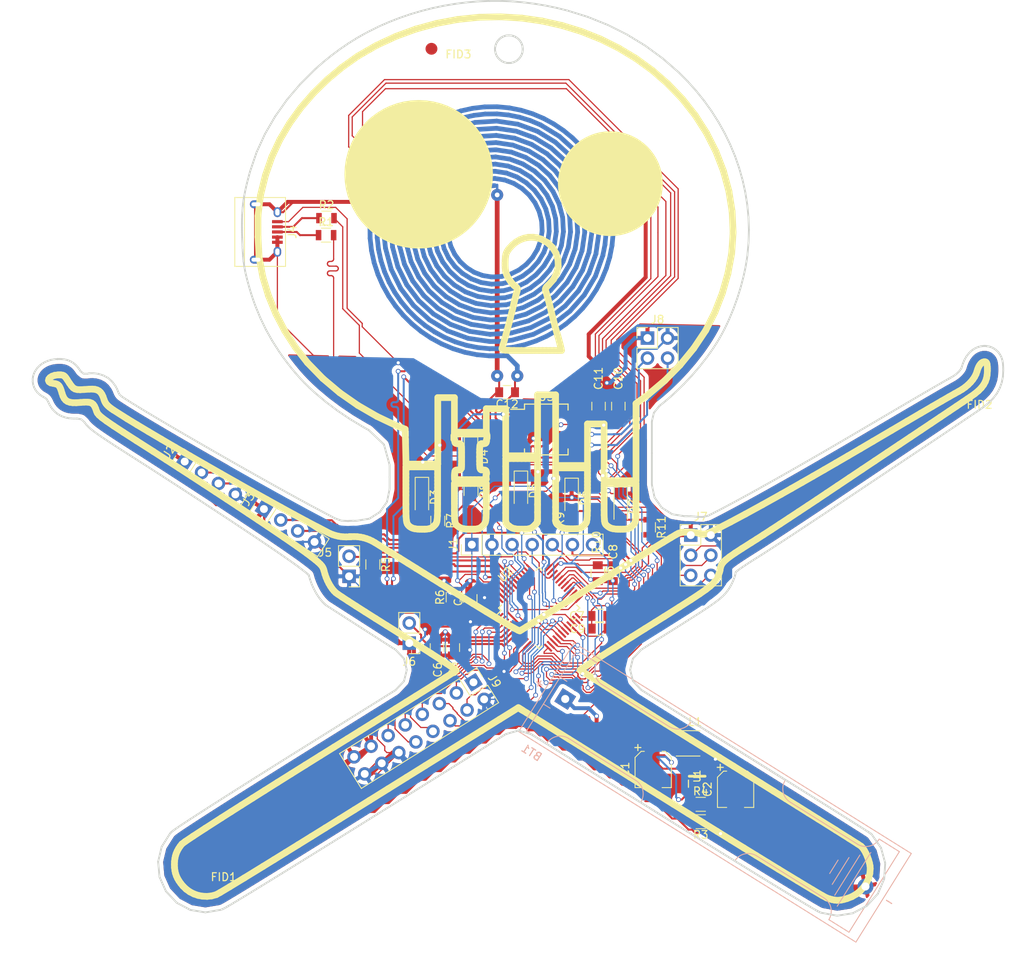
<source format=kicad_pcb>
(kicad_pcb (version 4) (host pcbnew 4.0.7-e2-6376~58~ubuntu16.04.1)
  (layers (0 F.Cu signal) (31 B.Cu signal) (34 B.Paste user) (35 F.Paste user) (36 B.SilkS user) (37 F.SilkS user) (38 B.Mask user) (39 F.Mask user) (44 Edge.Cuts user))
  (net 0 "")
  (net 1 "Net-(AE1-Pad2)")
  (net 2 "Net-(AE1-Pad1)")
  (net 3 +BATT)
  (net 4 VDD)
  (net 5 GND)
  (net 6 LED1_GREEN)
  (net 7 LED1_RED)
  (net 8 LED1_BLUE)
  (net 9 LED2_GREEN)
  (net 10 LED2_RED)
  (net 11 LED2_BLUE)
  (net 12 "Net-(D3-Pad2)")
  (net 13 "Net-(D4-Pad2)")
  (net 14 "Net-(D5-Pad2)")
  (net 15 "Net-(D6-Pad2)")
  (net 16 "Net-(D7-Pad2)")
  (net 17 OLED_SCL)
  (net 18 OLED_SDA)
  (net 19 OLED_RESET)
  (net 20 OLED_DC_A0)
  (net 21 OLED_BLK)
  (net 22 SWCLK)
  (net 23 SWDIO)
  (net 24 USART_TX)
  (net 25 USART_RX)
  (net 26 "Net-(J4-Pad2)")
  (net 27 "Net-(J4-Pad3)")
  (net 28 BOOT0)
  (net 29 nRST)
  (net 30 NFC_GPO)
  (net 31 PB5)
  (net 32 PB4)
  (net 33 PB15)
  (net 34 PB14)
  (net 35 PB13)
  (net 36 PB12)
  (net 37 PB11)
  (net 38 PB3)
  (net 39 PB1)
  (net 40 PB0)
  (net 41 SPI1_MISO)
  (net 42 SPI1_NSS)
  (net 43 PA0)
  (net 44 NFC_SCL)
  (net 45 NFC_SDA)
  (net 46 PC15)
  (net 47 PC14)
  (net 48 PC13)
  (net 49 "Net-(L1-Pad2)")
  (net 50 "Net-(R3-Pad2)")
  (net 51 NFC_DISABLE)
  (net 52 USB_D+)
  (net 53 USB_D-)
  (module Housings_QFP:LQFP-48_7x7mm_Pitch0.5mm (layer F.Cu) (at 150 123 45)
    (fp_text reference U2 (at 0 -6 45) (layer F.SilkS))
    (fp_text value STM32F042C6T6)
    (pad 1 smd rect (at -4.35 -2.75 45) (size 1.3 0.25) (layers F.Cu F.Paste F.Mask) (net 4 VDD))
    (pad 2 smd rect (at -4.35 -2.25 45) (size 1.3 0.25) (layers F.Cu F.Paste F.Mask) (net 48 PC13))
    (pad 3 smd rect (at -4.35 -1.75 45) (size 1.3 0.25) (layers F.Cu F.Paste F.Mask) (net 47 PC14))
    (pad 4 smd rect (at -4.35 -1.25 45) (size 1.3 0.25) (layers F.Cu F.Paste F.Mask) (net 46 PC15))
    (pad 5 smd rect (at -4.35 -0.75 45) (size 1.3 0.25) (layers F.Cu F.Paste F.Mask) (net 45 NFC_SDA))
    (pad 6 smd rect (at -4.35 -0.25 45) (size 1.3 0.25) (layers F.Cu F.Paste F.Mask) (net 44 NFC_SCL))
    (pad 7 smd rect (at -4.35 0.25 45) (size 1.3 0.25) (layers F.Cu F.Paste F.Mask) (net 29 nRST))
    (pad 8 smd rect (at -4.35 0.75 45) (size 1.3 0.25) (layers F.Cu F.Paste F.Mask) (net 5 GND))
    (pad 9 smd rect (at -4.35 1.25 45) (size 1.3 0.25) (layers F.Cu F.Paste F.Mask) (net 4 VDD))
    (pad 10 smd rect (at -4.35 1.75 45) (size 1.3 0.25) (layers F.Cu F.Paste F.Mask) (net 43 PA0))
    (pad 11 smd rect (at -4.35 2.25 45) (size 1.3 0.25) (layers F.Cu F.Paste F.Mask) (net 20 OLED_DC_A0))
    (pad 12 smd rect (at -4.35 2.75 45) (size 1.3 0.25) (layers F.Cu F.Paste F.Mask) (net 19 OLED_RESET))
    (pad 13 smd rect (at -2.75 4.35 135) (size 1.3 0.25) (layers F.Cu F.Paste F.Mask) (net 21 OLED_BLK))
    (pad 14 smd rect (at -2.25 4.35 135) (size 1.3 0.25) (layers F.Cu F.Paste F.Mask) (net 42 SPI1_NSS))
    (pad 15 smd rect (at -1.75 4.35 135) (size 1.3 0.25) (layers F.Cu F.Paste F.Mask) (net 17 OLED_SCL))
    (pad 16 smd rect (at -1.25 4.35 135) (size 1.3 0.25) (layers F.Cu F.Paste F.Mask) (net 41 SPI1_MISO))
    (pad 17 smd rect (at -0.75 4.35 135) (size 1.3 0.25) (layers F.Cu F.Paste F.Mask) (net 18 OLED_SDA))
    (pad 18 smd rect (at -0.25 4.35 135) (size 1.3 0.25) (layers F.Cu F.Paste F.Mask) (net 40 PB0))
    (pad 19 smd rect (at 0.25 4.35 135) (size 1.3 0.25) (layers F.Cu F.Paste F.Mask) (net 39 PB1))
    (pad 20 smd rect (at 0.75 4.35 135) (size 1.3 0.25) (layers F.Cu F.Paste F.Mask) (net 38 PB3))
    (pad 21 smd rect (at 1.25 4.35 135) (size 1.3 0.25) (layers F.Cu F.Paste F.Mask) (net 9 LED2_GREEN))
    (pad 22 smd rect (at 1.75 4.35 135) (size 1.3 0.25) (layers F.Cu F.Paste F.Mask) (net 37 PB11))
    (pad 23 smd rect (at 2.25 4.35 135) (size 1.3 0.25) (layers F.Cu F.Paste F.Mask) (net 5 GND))
    (pad 24 smd rect (at 2.75 4.35 135) (size 1.3 0.25) (layers F.Cu F.Paste F.Mask) (net 4 VDD))
    (pad 25 smd rect (at 4.35 2.75 45) (size 1.3 0.25) (layers F.Cu F.Paste F.Mask) (net 36 PB12))
    (pad 26 smd rect (at 4.35 2.25 45) (size 1.3 0.25) (layers F.Cu F.Paste F.Mask) (net 35 PB13))
    (pad 27 smd rect (at 4.35 1.75 45) (size 1.3 0.25) (layers F.Cu F.Paste F.Mask) (net 34 PB14))
    (pad 28 smd rect (at 4.35 1.25 45) (size 1.3 0.25) (layers F.Cu F.Paste F.Mask) (net 33 PB15))
    (pad 29 smd rect (at 4.35 0.75 45) (size 1.3 0.25) (layers F.Cu F.Paste F.Mask) (net 8 LED1_BLUE))
    (pad 30 smd rect (at 4.35 0.25 45) (size 1.3 0.25) (layers F.Cu F.Paste F.Mask) (net 7 LED1_RED))
    (pad 31 smd rect (at 4.35 -0.25 45) (size 1.3 0.25) (layers F.Cu F.Paste F.Mask) (net 6 LED1_GREEN))
    (pad 32 smd rect (at 4.35 -0.75 45) (size 1.3 0.25) (layers F.Cu F.Paste F.Mask) (net 53 USB_D-))
    (pad 33 smd rect (at 4.35 -1.25 45) (size 1.3 0.25) (layers F.Cu F.Paste F.Mask) (net 52 USB_D+))
    (pad 34 smd rect (at 4.35 -1.75 45) (size 1.3 0.25) (layers F.Cu F.Paste F.Mask) (net 23 SWDIO))
    (pad 35 smd rect (at 4.35 -2.25 45) (size 1.3 0.25) (layers F.Cu F.Paste F.Mask) (net 5 GND))
    (pad 36 smd rect (at 4.35 -2.75 45) (size 1.3 0.25) (layers F.Cu F.Paste F.Mask) (net 4 VDD))
    (pad 37 smd rect (at 2.75 -4.35 135) (size 1.3 0.25) (layers F.Cu F.Paste F.Mask) (net 22 SWCLK))
    (pad 38 smd rect (at 2.25 -4.35 135) (size 1.3 0.25) (layers F.Cu F.Paste F.Mask) (net 11 LED2_BLUE))
    (pad 39 smd rect (at 1.75 -4.35 135) (size 1.3 0.25) (layers F.Cu F.Paste F.Mask) (net 10 LED2_RED))
    (pad 40 smd rect (at 1.25 -4.35 135) (size 1.3 0.25) (layers F.Cu F.Paste F.Mask) (net 32 PB4))
    (pad 41 smd rect (at 0.75 -4.35 135) (size 1.3 0.25) (layers F.Cu F.Paste F.Mask) (net 31 PB5))
    (pad 42 smd rect (at 0.25 -4.35 135) (size 1.3 0.25) (layers F.Cu F.Paste F.Mask) (net 24 USART_TX))
    (pad 43 smd rect (at -0.25 -4.35 135) (size 1.3 0.25) (layers F.Cu F.Paste F.Mask) (net 25 USART_RX))
    (pad 44 smd rect (at -0.75 -4.35 135) (size 1.3 0.25) (layers F.Cu F.Paste F.Mask) (net 28 BOOT0))
    (pad 45 smd rect (at -1.25 -4.35 135) (size 1.3 0.25) (layers F.Cu F.Paste F.Mask) (net 30 NFC_GPO))
    (pad 46 smd rect (at -1.75 -4.35 135) (size 1.3 0.25) (layers F.Cu F.Paste F.Mask) (net 51 NFC_DISABLE))
    (pad 47 smd rect (at -2.25 -4.35 135) (size 1.3 0.25) (layers F.Cu F.Paste F.Mask) (net 5 GND))
    (pad 48 smd rect (at -2.75 -4.35 135) (size 1.3 0.25) (layers F.Cu F.Paste F.Mask) (net 4 VDD))
  )
  (module Inductors_SMD:L_Taiyo-Yuden_NR-30xx (layer F.Cu) (at 168.8 140.1)
    (fp_text reference L1 (at 0.9 -2.7) (layer F.SilkS))
    (fp_text value 4.7uH)
    (pad 1 smd rect (at -1.1 0) (size 0.8 2.9) (layers F.Cu F.Paste F.Mask) (net 3 +BATT))
    (pad 2 smd rect (at 1.1 0) (size 0.8 2.9) (layers F.Cu F.Paste F.Mask) (net 49 "Net-(L1-Pad2)"))
  )
  (module Capacitors_SMD:CP_Elec_4x5.3 (layer F.Cu) (at 164.4 143.4 270)
    (fp_text reference C1 (at 0 3.54 270) (layer F.SilkS))
    (fp_text value 10uF)
    (fp_text user + (at -2.77 2.01 270) (layer F.SilkS))
    (pad 1 smd rect (at -1.8 0 90) (size 2.6 1.6) (layers F.Cu F.Paste F.Mask) (net 3 +BATT))
    (pad 2 smd rect (at 1.8 0 90) (size 2.6 1.6) (layers F.Cu F.Paste F.Mask) (net 5 GND))
  )
  (module Pin_Headers:Pin_Header_Straight_2x08_Pitch2.54mm (layer F.Cu) (at 141.7066 132.3848 302)
    (fp_text reference J9 (at 1.27 -2.33 302) (layer F.SilkS))
    (fp_text value Conn_02x08_Odd_Even)
    (pad 1 thru_hole rect (at 0 0 302) (size 1.7 1.7) (drill 1) (layers *.Cu *.Mask) (net 5 GND))
    (pad 2 thru_hole oval (at 2.54 0 302) (size 1.7 1.7) (drill 1) (layers *.Cu *.Mask) (net 4 VDD))
    (pad 3 thru_hole oval (at 0 2.54 302) (size 1.7 1.7) (drill 1) (layers *.Cu *.Mask) (net 43 PA0))
    (pad 4 thru_hole oval (at 2.54 2.54 302) (size 1.7 1.7) (drill 1) (layers *.Cu *.Mask) (net 40 PB0))
    (pad 5 thru_hole oval (at 0 5.08 302) (size 1.7 1.7) (drill 1) (layers *.Cu *.Mask) (net 39 PB1))
    (pad 6 thru_hole oval (at 2.54 5.08 302) (size 1.7 1.7) (drill 1) (layers *.Cu *.Mask) (net 38 PB3))
    (pad 7 thru_hole oval (at 0 7.62 302) (size 1.7 1.7) (drill 1) (layers *.Cu *.Mask) (net 32 PB4))
    (pad 8 thru_hole oval (at 2.54 7.62 302) (size 1.7 1.7) (drill 1) (layers *.Cu *.Mask) (net 31 PB5))
    (pad 9 thru_hole oval (at 0 10.16 302) (size 1.7 1.7) (drill 1) (layers *.Cu *.Mask) (net 48 PC13))
    (pad 10 thru_hole oval (at 2.54 10.16 302) (size 1.7 1.7) (drill 1) (layers *.Cu *.Mask) (net 47 PC14))
    (pad 11 thru_hole oval (at 0 12.7 302) (size 1.7 1.7) (drill 1) (layers *.Cu *.Mask) (net 46 PC15))
    (pad 12 thru_hole oval (at 2.54 12.7 302) (size 1.7 1.7) (drill 1) (layers *.Cu *.Mask) (net 4 VDD))
    (pad 13 thru_hole oval (at 0 15.24 302) (size 1.7 1.7) (drill 1) (layers *.Cu *.Mask) (net 5 GND))
    (pad 14 thru_hole oval (at 2.54 15.24 302) (size 1.7 1.7) (drill 1) (layers *.Cu *.Mask) (net 4 VDD))
    (pad 15 thru_hole oval (at 0 17.78 302) (size 1.7 1.7) (drill 1) (layers *.Cu *.Mask) (net 5 GND))
    (pad 16 thru_hole oval (at 2.54 17.78 302) (size 1.7 1.7) (drill 1) (layers *.Cu *.Mask) (net 4 VDD))
  )
  (module Battery_Holders:Keystone_2466_1xAAA (layer B.Cu) (at 153.289 134.493 328)
    (fp_text reference BT1 (at 0 8 508) (layer B.SilkS) (effects (justify mirror)))
    (fp_text value 1020_Keystone)
    (fp_text user - (at 48.26 0 328) (layer B.SilkS) (effects (justify mirror)))
    (fp_text user + (at -3.81 0.000001 328) (layer B.SilkS) (effects (justify mirror)))
    (pad 1 thru_hole rect (at 0 0 328) (size 2 2) (drill 1.02) (layers *.Cu *.Mask) (net 3 +BATT))
    (pad 2 thru_hole circle (at 44.7 0 328) (size 2 2) (drill 1.02) (layers *.Cu *.Mask) (net 5 GND))
  )
  (module lib_dp:Skully (layer F.Cu) (at 147.32 104.14)
    (fp_text reference skully hide)
    (fp_text value G*** hide)
    (fp_line (start 59.34092 -14.201209) (end 59.335529 -14.202338) (layer Edge.Cuts) (width 0.231555))
    (fp_line (start 59.335529 -14.202338) (end 59.316846 -14.20533) (layer Edge.Cuts) (width 0.231555))
    (fp_line (start 59.316846 -14.20533) (end 59.272557 -14.21199) (layer Edge.Cuts) (width 0.231555))
    (fp_line (start 59.272557 -14.21199) (end 59.215128 -14.219949) (layer Edge.Cuts) (width 0.231555))
    (fp_line (start 59.215128 -14.219949) (end 59.108273 -14.231181) (layer Edge.Cuts) (width 0.231555))
    (fp_line (start 59.108273 -14.231181) (end 59.009382 -14.236656) (layer Edge.Cuts) (width 0.231555))
    (fp_line (start 59.009382 -14.236656) (end 58.907322 -14.23835) (layer Edge.Cuts) (width 0.231555))
    (fp_line (start 58.907322 -14.23835) (end 58.803024 -14.236374) (layer Edge.Cuts) (width 0.231555))
    (fp_line (start 58.803024 -14.236374) (end 58.598249 -14.2193) (layer Edge.Cuts) (width 0.231555))
    (fp_line (start 58.598249 -14.2193) (end 58.400166 -14.186017) (layer Edge.Cuts) (width 0.231555))
    (fp_line (start 58.400166 -14.186017) (end 58.208983 -14.1382) (layer Edge.Cuts) (width 0.231555))
    (fp_line (start 58.208983 -14.1382) (end 58.026639 -14.077726) (layer Edge.Cuts) (width 0.231555))
    (fp_line (start 58.026639 -14.077726) (end 57.694616 -13.926161) (layer Edge.Cuts) (width 0.231555))
    (fp_line (start 57.694616 -13.926161) (end 57.406555 -13.745166) (layer Edge.Cuts) (width 0.231555))
    (fp_line (start 57.406555 -13.745166) (end 57.160592 -13.547032) (layer Edge.Cuts) (width 0.231555))
    (fp_line (start 57.160592 -13.547032) (end 56.950794 -13.338992) (layer Edge.Cuts) (width 0.231555))
    (fp_line (start 56.950794 -13.338992) (end 56.615861 -12.909453) (layer Edge.Cuts) (width 0.231555))
    (fp_line (start 56.615861 -12.909453) (end 56.366075 -12.466101) (layer Edge.Cuts) (width 0.231555))
    (fp_line (start 56.366075 -12.466101) (end 56.173831 -12.010298) (layer Edge.Cuts) (width 0.231555))
    (fp_line (start 56.173831 -12.010298) (end 56.027812 -11.5412) (layer Edge.Cuts) (width 0.231555))
    (fp_line (start 56.027812 -11.5412) (end 56.017256 -11.508606) (layer Edge.Cuts) (width 0.231555))
    (fp_line (start 56.017256 -11.508606) (end 56.001283 -11.471355) (layer Edge.Cuts) (width 0.231555))
    (fp_line (start 56.001283 -11.471355) (end 55.974076 -11.41635) (layer Edge.Cuts) (width 0.231555))
    (fp_line (start 55.974076 -11.41635) (end 55.934972 -11.346608) (layer Edge.Cuts) (width 0.231555))
    (fp_line (start 55.934972 -11.346608) (end 55.823257 -11.183472) (layer Edge.Cuts) (width 0.231555))
    (fp_line (start 55.823257 -11.183472) (end 55.668845 -11.000287) (layer Edge.Cuts) (width 0.231555))
    (fp_line (start 55.668845 -11.000287) (end 55.474216 -10.807515) (layer Edge.Cuts) (width 0.231555))
    (fp_line (start 55.474216 -10.807515) (end 55.24309 -10.614464) (layer Edge.Cuts) (width 0.231555))
    (fp_line (start 55.24309 -10.614464) (end 54.981255 -10.430325) (layer Edge.Cuts) (width 0.231555))
    (fp_line (start 54.981255 -10.430325) (end 54.701488 -10.265008) (layer Edge.Cuts) (width 0.231555))
    (fp_line (start 54.701488 -10.265008) (end 54.579444 -10.198705) (layer Edge.Cuts) (width 0.231555))
    (fp_line (start 54.579444 -10.198705) (end 54.453728 -10.129567) (layer Edge.Cuts) (width 0.231555))
    (fp_line (start 54.453728 -10.129567) (end 54.314658 -10.052362) (layer Edge.Cuts) (width 0.231555))
    (fp_line (start 54.314658 -10.052362) (end 54.162088 -9.967026) (layer Edge.Cuts) (width 0.231555))
    (fp_line (start 54.162088 -9.967026) (end 53.821638 -9.774743) (layer Edge.Cuts) (width 0.231555))
    (fp_line (start 53.821638 -9.774743) (end 53.431155 -9.552019) (layer Edge.Cuts) (width 0.231555))
    (fp_line (start 53.431155 -9.552019) (end 52.48362 -9.006088) (layer Edge.Cuts) (width 0.231555))
    (fp_line (start 52.48362 -9.006088) (end 51.297987 -8.317068) (layer Edge.Cuts) (width 0.231555))
    (fp_line (start 51.297987 -8.317068) (end 50.610384 -7.915751) (layer Edge.Cuts) (width 0.231555))
    (fp_line (start 50.610384 -7.915751) (end 49.856774 -7.474962) (layer Edge.Cuts) (width 0.231555))
    (fp_line (start 49.856774 -7.474962) (end 49.034892 -6.993406) (layer Edge.Cuts) (width 0.231555))
    (fp_line (start 49.034892 -6.993406) (end 48.141634 -6.469297) (layer Edge.Cuts) (width 0.231555))
    (fp_line (start 48.141634 -6.469297) (end 47.174585 -5.901248) (layer Edge.Cuts) (width 0.231555))
    (fp_line (start 47.174585 -5.901248) (end 46.13491 -5.289983) (layer Edge.Cuts) (width 0.231555))
    (fp_line (start 46.13491 -5.289983) (end 45.587486 -4.967951) (layer Edge.Cuts) (width 0.231555))
    (fp_line (start 45.587486 -4.967951) (end 45.016728 -4.632081) (layer Edge.Cuts) (width 0.231555))
    (fp_line (start 45.016728 -4.632081) (end 44.421527 -4.281725) (layer Edge.Cuts) (width 0.231555))
    (fp_line (start 44.421527 -4.281725) (end 43.819101 -3.927022) (layer Edge.Cuts) (width 0.231555))
    (fp_line (start 43.819101 -3.927022) (end 43.018279 -3.455821) (layer Edge.Cuts) (width 0.231555))
    (fp_line (start 43.018279 -3.455821) (end 42.220654 -2.987578) (layer Edge.Cuts) (width 0.231555))
    (fp_line (start 42.220654 -2.987578) (end 41.435018 -2.527462) (layer Edge.Cuts) (width 0.231555))
    (fp_line (start 41.435018 -2.527462) (end 40.661291 -2.075413) (layer Edge.Cuts) (width 0.231555))
    (fp_line (start 40.661291 -2.075413) (end 39.144149 -1.192311) (layer Edge.Cuts) (width 0.231555))
    (fp_line (start 39.144149 -1.192311) (end 37.669778 -0.338535) (layer Edge.Cuts) (width 0.231555))
    (fp_line (start 37.669778 -0.338535) (end 36.242193 0.483621) (layer Edge.Cuts) (width 0.231555))
    (fp_line (start 36.242193 0.483621) (end 34.864086 1.272646) (layer Edge.Cuts) (width 0.231555))
    (fp_line (start 34.864086 1.272646) (end 33.537809 2.027226) (layer Edge.Cuts) (width 0.231555))
    (fp_line (start 33.537809 2.027226) (end 32.265725 2.746038) (layer Edge.Cuts) (width 0.231555))
    (fp_line (start 32.265725 2.746038) (end 31.050205 3.427757) (layer Edge.Cuts) (width 0.231555))
    (fp_line (start 31.050205 3.427757) (end 29.893689 4.071006) (layer Edge.Cuts) (width 0.231555))
    (fp_line (start 29.893689 4.071006) (end 28.798856 4.674284) (layer Edge.Cuts) (width 0.231555))
    (fp_line (start 28.798856 4.674284) (end 27.769293 5.235644) (layer Edge.Cuts) (width 0.231555))
    (fp_line (start 27.769293 5.235644) (end 26.807951 5.753463) (layer Edge.Cuts) (width 0.231555))
    (fp_line (start 26.807951 5.753463) (end 25.914317 6.227884) (layer Edge.Cuts) (width 0.231555))
    (fp_line (start 25.914317 6.227884) (end 25.493481 6.448483) (layer Edge.Cuts) (width 0.231555))
    (fp_line (start 25.493481 6.448483) (end 25.095189 6.65536) (layer Edge.Cuts) (width 0.231555))
    (fp_line (start 25.095189 6.65536) (end 24.720731 6.847856) (layer Edge.Cuts) (width 0.231555))
    (fp_line (start 24.720731 6.847856) (end 24.352685 7.034754) (layer Edge.Cuts) (width 0.231555))
    (fp_line (start 24.352685 7.034754) (end 24.189942 7.115902) (layer Edge.Cuts) (width 0.231555))
    (fp_line (start 24.189942 7.115902) (end 24.032061 7.194128) (layer Edge.Cuts) (width 0.231555))
    (fp_line (start 24.032061 7.194128) (end 24.008749 7.205643) (layer Edge.Cuts) (width 0.231555))
    (fp_line (start 24.008749 7.205643) (end 23.985918 7.216903) (layer Edge.Cuts) (width 0.231555))
    (fp_line (start 23.985918 7.216903) (end 23.326054 7.365008) (layer Edge.Cuts) (width 0.231555))
    (fp_line (start 23.326054 7.365008) (end 22.649985 7.348046) (layer Edge.Cuts) (width 0.231555))
    (fp_line (start 22.649985 7.348046) (end 22.484673 7.325864) (layer Edge.Cuts) (width 0.231555))
    (fp_line (start 22.484673 7.325864) (end 22.319875 7.30735) (layer Edge.Cuts) (width 0.231555))
    (fp_line (start 22.319875 7.30735) (end 21.839349 7.2728) (layer Edge.Cuts) (width 0.231555))
    (fp_line (start 21.839349 7.2728) (end 21.364282 7.266902) (layer Edge.Cuts) (width 0.231555))
    (fp_line (start 21.364282 7.266902) (end 21.299216 7.268313) (layer Edge.Cuts) (width 0.231555))
    (fp_line (start 21.299216 7.268313) (end 21.234211 7.270289) (layer Edge.Cuts) (width 0.231555))
    (fp_line (start 21.234211 7.270289) (end 21.169278 7.272546) (layer Edge.Cuts) (width 0.231555))
    (fp_line (start 21.169278 7.272546) (end 21.104412 7.275453) (layer Edge.Cuts) (width 0.231555))
    (fp_line (start 21.104412 7.275453) (end 19.485898 7.019537) (layer Edge.Cuts) (width 0.231555))
    (fp_line (start 19.485898 7.019537) (end 18.150979 6.176638) (layer Edge.Cuts) (width 0.231555))
    (fp_line (start 18.150979 6.176638) (end 17.244101 4.88433) (layer Edge.Cuts) (width 0.231555))
    (fp_line (start 17.244101 4.88433) (end 16.909709 3.280191) (layer Edge.Cuts) (width 0.231555))
    (fp_line (start 16.909709 3.280191) (end 16.909709 -0.711145) (layer Edge.Cuts) (width 0.231555))
    (fp_line (start 16.909709 -0.711145) (end 16.909709 -4.702481) (layer Edge.Cuts) (width 0.231555))
    (fp_line (start 16.909709 -4.702481) (end 17.165733 -5.804559) (layer Edge.Cuts) (width 0.231555))
    (fp_line (start 17.165733 -5.804559) (end 17.881366 -6.680907) (layer Edge.Cuts) (width 0.231555))
    (fp_line (start 17.881366 -6.680907) (end 18.329137 -7.034579) (layer Edge.Cuts) (width 0.231555))
    (fp_line (start 18.329137 -7.034579) (end 18.771763 -7.399639) (layer Edge.Cuts) (width 0.231555))
    (fp_line (start 18.771763 -7.399639) (end 19.325401 -7.877874) (layer Edge.Cuts) (width 0.231555))
    (fp_line (start 19.325401 -7.877874) (end 19.873353 -8.374977) (layer Edge.Cuts) (width 0.231555))
    (fp_line (start 19.873353 -8.374977) (end 20.942419 -9.41568) (layer Edge.Cuts) (width 0.231555))
    (fp_line (start 20.942419 -9.41568) (end 21.96771 -10.508631) (layer Edge.Cuts) (width 0.231555))
    (fp_line (start 21.96771 -10.508631) (end 22.940496 -11.643359) (layer Edge.Cuts) (width 0.231555))
    (fp_line (start 22.940496 -11.643359) (end 23.851092 -12.81057) (layer Edge.Cuts) (width 0.231555))
    (fp_line (start 23.851092 -12.81057) (end 24.279705 -13.403138) (layer Edge.Cuts) (width 0.231555))
    (fp_line (start 24.279705 -13.403138) (end 24.687477 -13.998004) (layer Edge.Cuts) (width 0.231555))
    (fp_line (start 24.687477 -13.998004) (end 25.072812 -14.593687) (layer Edge.Cuts) (width 0.231555))
    (fp_line (start 25.072812 -14.593687) (end 25.438998 -15.197087) (layer Edge.Cuts) (width 0.231555))
    (fp_line (start 25.438998 -15.197087) (end 25.765961 -15.778021) (layer Edge.Cuts) (width 0.231555))
    (fp_line (start 25.765961 -15.778021) (end 26.077308 -16.371986) (layer Edge.Cuts) (width 0.231555))
    (fp_line (start 26.077308 -16.371986) (end 26.377965 -16.985839) (layer Edge.Cuts) (width 0.231555))
    (fp_line (start 26.377965 -16.985839) (end 26.667413 -17.617258) (layer Edge.Cuts) (width 0.231555))
    (fp_line (start 26.667413 -17.617258) (end 27.207112 -18.917961) (layer Edge.Cuts) (width 0.231555))
    (fp_line (start 27.207112 -18.917961) (end 27.691083 -20.255564) (layer Edge.Cuts) (width 0.231555))
    (fp_line (start 27.691083 -20.255564) (end 28.115489 -21.615345) (layer Edge.Cuts) (width 0.231555))
    (fp_line (start 28.115489 -21.615345) (end 28.474699 -22.983008) (layer Edge.Cuts) (width 0.231555))
    (fp_line (start 28.474699 -22.983008) (end 28.627869 -23.664868) (layer Edge.Cuts) (width 0.231555))
    (fp_line (start 28.627869 -23.664868) (end 28.761939 -24.340407) (layer Edge.Cuts) (width 0.231555))
    (fp_line (start 28.761939 -24.340407) (end 28.875948 -25.007388) (layer Edge.Cuts) (width 0.231555))
    (fp_line (start 28.875948 -25.007388) (end 28.970208 -25.673672) (layer Edge.Cuts) (width 0.231555))
    (fp_line (start 28.970208 -25.673672) (end 29.116102 -27.288991) (layer Edge.Cuts) (width 0.231555))
    (fp_line (start 29.116102 -27.288991) (end 29.161272 -28.906731) (layer Edge.Cuts) (width 0.231555))
    (fp_line (start 29.161272 -28.906731) (end 29.1059 -30.510227) (layer Edge.Cuts) (width 0.231555))
    (fp_line (start 29.1059 -30.510227) (end 28.952236 -32.096398) (layer Edge.Cuts) (width 0.231555))
    (fp_line (start 28.952236 -32.096398) (end 28.702952 -33.664896) (layer Edge.Cuts) (width 0.231555))
    (fp_line (start 28.702952 -33.664896) (end 28.360317 -35.212738) (layer Edge.Cuts) (width 0.231555))
    (fp_line (start 28.360317 -35.212738) (end 27.926499 -36.736281) (layer Edge.Cuts) (width 0.231555))
    (fp_line (start 27.926499 -36.736281) (end 27.403674 -38.231887) (layer Edge.Cuts) (width 0.231555))
    (fp_line (start 27.403674 -38.231887) (end 26.794064 -39.695998) (layer Edge.Cuts) (width 0.231555))
    (fp_line (start 26.794064 -39.695998) (end 26.100106 -41.125398) (layer Edge.Cuts) (width 0.231555))
    (fp_line (start 26.100106 -41.125398) (end 25.324294 -42.516955) (layer Edge.Cuts) (width 0.231555))
    (fp_line (start 25.324294 -42.516955) (end 24.469122 -43.867531) (layer Edge.Cuts) (width 0.231555))
    (fp_line (start 24.469122 -43.867531) (end 23.536648 -45.174361) (layer Edge.Cuts) (width 0.231555))
    (fp_line (start 23.536648 -45.174361) (end 22.527184 -46.436129) (layer Edge.Cuts) (width 0.231555))
    (fp_line (start 22.527184 -46.436129) (end 21.442554 -47.650125) (layer Edge.Cuts) (width 0.231555))
    (fp_line (start 21.442554 -47.650125) (end 20.292323 -48.806542) (layer Edge.Cuts) (width 0.231555))
    (fp_line (start 20.292323 -48.806542) (end 18.257001 -50.576154) (layer Edge.Cuts) (width 0.231555))
    (fp_line (start 18.257001 -50.576154) (end 16.079558 -52.1692) (layer Edge.Cuts) (width 0.231555))
    (fp_line (start 16.079558 -52.1692) (end 13.778578 -53.572725) (layer Edge.Cuts) (width 0.231555))
    (fp_line (start 13.778578 -53.572725) (end 11.36304 -54.783252) (layer Edge.Cuts) (width 0.231555))
    (fp_line (start 11.36304 -54.783252) (end 8.840589 -55.799094) (layer Edge.Cuts) (width 0.231555))
    (fp_line (start 8.840589 -55.799094) (end 6.223122 -56.616271) (layer Edge.Cuts) (width 0.231555))
    (fp_line (start 6.223122 -56.616271) (end 4.882247 -56.949028) (layer Edge.Cuts) (width 0.231555))
    (fp_line (start 4.882247 -56.949028) (end 3.519125 -57.23096) (layer Edge.Cuts) (width 0.231555))
    (fp_line (start 3.519125 -57.23096) (end 2.134456 -57.461772) (layer Edge.Cuts) (width 0.231555))
    (fp_line (start 2.134456 -57.461772) (end 0.738703 -57.640063) (layer Edge.Cuts) (width 0.231555))
    (fp_line (start 0.738703 -57.640063) (end -0.701267 -57.765779) (layer Edge.Cuts) (width 0.231555))
    (fp_line (start -0.701267 -57.765779) (end -2.146009 -57.827055) (layer Edge.Cuts) (width 0.231555))
    (fp_line (start -2.146009 -57.827055) (end -3.593779 -57.82534) (layer Edge.Cuts) (width 0.231555))
    (fp_line (start -3.593779 -57.82534) (end -5.042845 -57.761944) (layer Edge.Cuts) (width 0.231555))
    (fp_line (start -5.042845 -57.761944) (end -6.491134 -57.638259) (layer Edge.Cuts) (width 0.231555))
    (fp_line (start -6.491134 -57.638259) (end -7.93527 -57.455055) (layer Edge.Cuts) (width 0.231555))
    (fp_line (start -7.93527 -57.455055) (end -9.371545 -57.213018) (layer Edge.Cuts) (width 0.231555))
    (fp_line (start -9.371545 -57.213018) (end -10.796255 -56.91283) (layer Edge.Cuts) (width 0.231555))
    (fp_line (start -10.796255 -56.91283) (end -12.205596 -56.555266) (layer Edge.Cuts) (width 0.231555))
    (fp_line (start -12.205596 -56.555266) (end -13.5954 -56.141466) (layer Edge.Cuts) (width 0.231555))
    (fp_line (start -13.5954 -56.141466) (end -14.961403 -55.672665) (layer Edge.Cuts) (width 0.231555))
    (fp_line (start -14.961403 -55.672665) (end -16.29934 -55.150096) (layer Edge.Cuts) (width 0.231555))
    (fp_line (start -16.29934 -55.150096) (end -17.605592 -54.574496) (layer Edge.Cuts) (width 0.231555))
    (fp_line (start -17.605592 -54.574496) (end -18.879097 -53.944631) (layer Edge.Cuts) (width 0.231555))
    (fp_line (start -18.879097 -53.944631) (end -20.119434 -53.258769) (layer Edge.Cuts) (width 0.231555))
    (fp_line (start -20.119434 -53.258769) (end -21.326187 -52.515182) (layer Edge.Cuts) (width 0.231555))
    (fp_line (start -21.326187 -52.515182) (end -22.450447 -51.748415) (layer Edge.Cuts) (width 0.231555))
    (fp_line (start -22.450447 -51.748415) (end -23.540488 -50.937966) (layer Edge.Cuts) (width 0.231555))
    (fp_line (start -23.540488 -50.937966) (end -24.588963 -50.089425) (layer Edge.Cuts) (width 0.231555))
    (fp_line (start -24.588963 -50.089425) (end -25.594513 -49.204639) (layer Edge.Cuts) (width 0.231555))
    (fp_line (start -25.594513 -49.204639) (end -27.474801 -47.33103) (layer Edge.Cuts) (width 0.231555))
    (fp_line (start -27.474801 -47.33103) (end -29.169642 -45.329776) (layer Edge.Cuts) (width 0.231555))
    (fp_line (start -29.169642 -45.329776) (end -30.66448 -43.215539) (layer Edge.Cuts) (width 0.231555))
    (fp_line (start -30.66448 -43.215539) (end -31.943649 -41.006797) (layer Edge.Cuts) (width 0.231555))
    (fp_line (start -31.943649 -41.006797) (end -32.992037 -38.718692) (layer Edge.Cuts) (width 0.231555))
    (fp_line (start -32.992037 -38.718692) (end -33.7979 -36.349199) (layer Edge.Cuts) (width 0.231555))
    (fp_line (start -33.7979 -36.349199) (end -33.879423 -36.058287) (layer Edge.Cuts) (width 0.231555))
    (fp_line (start -33.879423 -36.058287) (end -33.95882 -35.769947) (layer Edge.Cuts) (width 0.231555))
    (fp_line (start -33.95882 -35.769947) (end -34.034038 -35.490964) (layer Edge.Cuts) (width 0.231555))
    (fp_line (start -34.034038 -35.490964) (end -34.105248 -35.220231) (layer Edge.Cuts) (width 0.231555))
    (fp_line (start -34.105248 -35.220231) (end -34.237561 -34.694671) (layer Edge.Cuts) (width 0.231555))
    (fp_line (start -34.237561 -34.694671) (end -34.356538 -34.186141) (layer Edge.Cuts) (width 0.231555))
    (fp_line (start -34.356538 -34.186141) (end -34.462011 -33.69083) (layer Edge.Cuts) (width 0.231555))
    (fp_line (start -34.462011 -33.69083) (end -34.554071 -33.204115) (layer Edge.Cuts) (width 0.231555))
    (fp_line (start -34.554071 -33.204115) (end -34.632862 -32.721439) (layer Edge.Cuts) (width 0.231555))
    (fp_line (start -34.632862 -32.721439) (end -34.698495 -32.239273) (layer Edge.Cuts) (width 0.231555))
    (fp_line (start -34.698495 -32.239273) (end -34.751157 -31.754353) (layer Edge.Cuts) (width 0.231555))
    (fp_line (start -34.751157 -31.754353) (end -34.791377 -31.263419) (layer Edge.Cuts) (width 0.231555))
    (fp_line (start -34.791377 -31.263419) (end -34.819827 -30.762949) (layer Edge.Cuts) (width 0.231555))
    (fp_line (start -34.819827 -30.762949) (end -34.837376 -30.248322) (layer Edge.Cuts) (width 0.231555))
    (fp_line (start -34.837376 -30.248322) (end -34.844956 -29.714911) (layer Edge.Cuts) (width 0.231555))
    (fp_line (start -34.844956 -29.714911) (end -34.843545 -29.159077) (layer Edge.Cuts) (width 0.231555))
    (fp_line (start -34.843545 -29.159077) (end -34.839764 -28.871208) (layer Edge.Cuts) (width 0.231555))
    (fp_line (start -34.839764 -28.871208) (end -34.834009 -28.57354) (layer Edge.Cuts) (width 0.231555))
    (fp_line (start -34.834009 -28.57354) (end -34.826355 -28.264921) (layer Edge.Cuts) (width 0.231555))
    (fp_line (start -34.826355 -28.264921) (end -34.817177 -27.953043) (layer Edge.Cuts) (width 0.231555))
    (fp_line (start -34.817177 -27.953043) (end -34.809035 -27.711565) (layer Edge.Cuts) (width 0.231555))
    (fp_line (start -34.809035 -27.711565) (end -34.800676 -27.473632) (layer Edge.Cuts) (width 0.231555))
    (fp_line (start -34.800676 -27.473632) (end -34.792311 -27.24751) (layer Edge.Cuts) (width 0.231555))
    (fp_line (start -34.792311 -27.24751) (end -34.78385 -27.032146) (layer Edge.Cuts) (width 0.231555))
    (fp_line (start -34.78385 -27.032146) (end -34.766061 -26.624188) (layer Edge.Cuts) (width 0.231555))
    (fp_line (start -34.766061 -26.624188) (end -34.746523 -26.242841) (layer Edge.Cuts) (width 0.231555))
    (fp_line (start -34.746523 -26.242841) (end -34.724552 -25.884854) (layer Edge.Cuts) (width 0.231555))
    (fp_line (start -34.724552 -25.884854) (end -34.699378 -25.54556) (layer Edge.Cuts) (width 0.231555))
    (fp_line (start -34.699378 -25.54556) (end -34.670184 -25.220178) (layer Edge.Cuts) (width 0.231555))
    (fp_line (start -34.670184 -25.220178) (end -34.636056 -24.904947) (layer Edge.Cuts) (width 0.231555))
    (fp_line (start -34.636056 -24.904947) (end -34.550365 -24.293196) (layer Edge.Cuts) (width 0.231555))
    (fp_line (start -34.550365 -24.293196) (end -34.440421 -23.693641) (layer Edge.Cuts) (width 0.231555))
    (fp_line (start -34.440421 -23.693641) (end -34.375938 -23.392905) (layer Edge.Cuts) (width 0.231555))
    (fp_line (start -34.375938 -23.392905) (end -34.304027 -23.083598) (layer Edge.Cuts) (width 0.231555))
    (fp_line (start -34.304027 -23.083598) (end -34.224401 -22.761218) (layer Edge.Cuts) (width 0.231555))
    (fp_line (start -34.224401 -22.761218) (end -34.140324 -22.435282) (layer Edge.Cuts) (width 0.231555))
    (fp_line (start -34.140324 -22.435282) (end -33.917254 -21.623377) (layer Edge.Cuts) (width 0.231555))
    (fp_line (start -33.917254 -21.623377) (end -33.674924 -20.820672) (layer Edge.Cuts) (width 0.231555))
    (fp_line (start -33.674924 -20.820672) (end -33.415017 -20.035773) (layer Edge.Cuts) (width 0.231555))
    (fp_line (start -33.415017 -20.035773) (end -33.136656 -19.267332) (layer Edge.Cuts) (width 0.231555))
    (fp_line (start -33.136656 -19.267332) (end -32.519772 -17.768797) (layer Edge.Cuts) (width 0.231555))
    (fp_line (start -32.519772 -17.768797) (end -31.818436 -16.315948) (layer Edge.Cuts) (width 0.231555))
    (fp_line (start -31.818436 -16.315948) (end -31.028597 -14.903787) (layer Edge.Cuts) (width 0.231555))
    (fp_line (start -31.028597 -14.903787) (end -30.148357 -13.526571) (layer Edge.Cuts) (width 0.231555))
    (fp_line (start -30.148357 -13.526571) (end -29.673479 -12.848673) (layer Edge.Cuts) (width 0.231555))
    (fp_line (start -29.673479 -12.848673) (end -29.172879 -12.174044) (layer Edge.Cuts) (width 0.231555))
    (fp_line (start -29.172879 -12.174044) (end -28.645809 -11.501096) (layer Edge.Cuts) (width 0.231555))
    (fp_line (start -28.645809 -11.501096) (end -28.099636 -10.837831) (layer Edge.Cuts) (width 0.231555))
    (fp_line (start -28.099636 -10.837831) (end -27.537026 -10.197032) (layer Edge.Cuts) (width 0.231555))
    (fp_line (start -27.537026 -10.197032) (end -26.944684 -9.573857) (layer Edge.Cuts) (width 0.231555))
    (fp_line (start -26.944684 -9.573857) (end -26.31458 -8.955951) (layer Edge.Cuts) (width 0.231555))
    (fp_line (start -26.31458 -8.955951) (end -25.649983 -8.344884) (layer Edge.Cuts) (width 0.231555))
    (fp_line (start -25.649983 -8.344884) (end -24.237001 -7.158461) (layer Edge.Cuts) (width 0.231555))
    (fp_line (start -24.237001 -7.158461) (end -22.731157 -6.029882) (layer Edge.Cuts) (width 0.231555))
    (fp_line (start -22.731157 -6.029882) (end -21.153103 -4.970276) (layer Edge.Cuts) (width 0.231555))
    (fp_line (start -21.153103 -4.970276) (end -19.523069 -3.994259) (layer Edge.Cuts) (width 0.231555))
    (fp_line (start -19.523069 -3.994259) (end -19.183962 -3.805706) (layer Edge.Cuts) (width 0.231555))
    (fp_line (start -19.183962 -3.805706) (end -18.843918 -3.621562) (layer Edge.Cuts) (width 0.231555))
    (fp_line (start -18.843918 -3.621562) (end -16.91172 -1.782432) (layer Edge.Cuts) (width 0.231555))
    (fp_line (start -16.91172 -1.782432) (end -16.200142 0.788451) (layer Edge.Cuts) (width 0.231555))
    (fp_line (start -16.200142 0.788451) (end -16.200142 2.319436) (layer Edge.Cuts) (width 0.231555))
    (fp_line (start -16.200142 2.319436) (end -16.200142 3.850421) (layer Edge.Cuts) (width 0.231555))
    (fp_line (start -16.200142 3.850421) (end -16.533521 5.452217) (layer Edge.Cuts) (width 0.231555))
    (fp_line (start -16.533521 5.452217) (end -17.437904 6.743524) (layer Edge.Cuts) (width 0.231555))
    (fp_line (start -17.437904 6.743524) (end -18.769661 7.58721) (layer Edge.Cuts) (width 0.231555))
    (fp_line (start -18.769661 7.58721) (end -20.385165 7.84614) (layer Edge.Cuts) (width 0.231555))
    (fp_line (start -20.385165 7.84614) (end -20.804428 7.839311) (layer Edge.Cuts) (width 0.231555))
    (fp_line (start -20.804428 7.839311) (end -21.22335 7.85757) (layer Edge.Cuts) (width 0.231555))
    (fp_line (start -21.22335 7.85757) (end -21.347432 7.866714) (layer Edge.Cuts) (width 0.231555))
    (fp_line (start -21.347432 7.866714) (end -21.471517 7.875858) (layer Edge.Cuts) (width 0.231555))
    (fp_line (start -21.471517 7.875858) (end -22.305602 7.820551) (layer Edge.Cuts) (width 0.231555))
    (fp_line (start -22.305602 7.820551) (end -23.092045 7.537251) (layer Edge.Cuts) (width 0.231555))
    (fp_line (start -23.092045 7.537251) (end -23.788132 7.16995) (layer Edge.Cuts) (width 0.231555))
    (fp_line (start -23.788132 7.16995) (end -24.484222 6.802652) (layer Edge.Cuts) (width 0.231555))
    (fp_line (start -24.484222 6.802652) (end -24.792372 6.641286) (layer Edge.Cuts) (width 0.231555))
    (fp_line (start -24.792372 6.641286) (end -25.105204 6.476299) (layer Edge.Cuts) (width 0.231555))
    (fp_line (start -25.105204 6.476299) (end -25.434879 6.301352) (layer Edge.Cuts) (width 0.231555))
    (fp_line (start -25.434879 6.301352) (end -25.780206 6.117092) (layer Edge.Cuts) (width 0.231555))
    (fp_line (start -25.780206 6.117092) (end -26.505534 5.727145) (layer Edge.Cuts) (width 0.231555))
    (fp_line (start -26.505534 5.727145) (end -27.274065 5.310388) (layer Edge.Cuts) (width 0.231555))
    (fp_line (start -27.274065 5.310388) (end -28.083854 4.868038) (layer Edge.Cuts) (width 0.231555))
    (fp_line (start -28.083854 4.868038) (end -28.930447 4.402637) (layer Edge.Cuts) (width 0.231555))
    (fp_line (start -28.930447 4.402637) (end -29.808948 3.916952) (layer Edge.Cuts) (width 0.231555))
    (fp_line (start -29.808948 3.916952) (end -30.715178 3.413383) (layer Edge.Cuts) (width 0.231555))
    (fp_line (start -30.715178 3.413383) (end -32.594586 2.361925) (layer Edge.Cuts) (width 0.231555))
    (fp_line (start -32.594586 2.361925) (end -34.535491 1.267317) (layer Edge.Cuts) (width 0.231555))
    (fp_line (start -34.535491 1.267317) (end -36.504526 0.148713) (layer Edge.Cuts) (width 0.231555))
    (fp_line (start -36.504526 0.148713) (end -38.468535 -0.974845) (layer Edge.Cuts) (width 0.231555))
    (fp_line (start -38.468535 -0.974845) (end -40.394405 -2.084325) (layer Edge.Cuts) (width 0.231555))
    (fp_line (start -40.394405 -2.084325) (end -42.249006 -3.160696) (layer Edge.Cuts) (width 0.231555))
    (fp_line (start -42.249006 -3.160696) (end -43.999075 -4.184835) (layer Edge.Cuts) (width 0.231555))
    (fp_line (start -43.999075 -4.184835) (end -45.610861 -5.137304) (layer Edge.Cuts) (width 0.231555))
    (fp_line (start -45.610861 -5.137304) (end -46.354338 -5.580579) (layer Edge.Cuts) (width 0.231555))
    (fp_line (start -46.354338 -5.580579) (end -47.050697 -5.998722) (layer Edge.Cuts) (width 0.231555))
    (fp_line (start -47.050697 -5.998722) (end -47.69558 -6.389216) (layer Edge.Cuts) (width 0.231555))
    (fp_line (start -47.69558 -6.389216) (end -48.283517 -6.748787) (layer Edge.Cuts) (width 0.231555))
    (fp_line (start -48.283517 -6.748787) (end -48.809509 -7.07448) (layer Edge.Cuts) (width 0.231555))
    (fp_line (start -48.809509 -7.07448) (end -49.271564 -7.365341) (layer Edge.Cuts) (width 0.231555))
    (fp_line (start -49.271564 -7.365341) (end -49.477155 -7.49684) (layer Edge.Cuts) (width 0.231555))
    (fp_line (start -49.477155 -7.49684) (end -49.659853 -7.615082) (layer Edge.Cuts) (width 0.231555))
    (fp_line (start -49.659853 -7.615082) (end -49.817724 -7.718771) (layer Edge.Cuts) (width 0.231555))
    (fp_line (start -49.817724 -7.718771) (end -49.96747 -7.819163) (layer Edge.Cuts) (width 0.231555))
    (fp_line (start -49.96747 -7.819163) (end -50.020778 -7.855519) (layer Edge.Cuts) (width 0.231555))
    (fp_line (start -50.020778 -7.855519) (end -50.07545 -7.893509) (layer Edge.Cuts) (width 0.231555))
    (fp_line (start -50.07545 -7.893509) (end -50.299918 -8.110128) (layer Edge.Cuts) (width 0.231555))
    (fp_line (start -50.299918 -8.110128) (end -50.446717 -8.385371) (layer Edge.Cuts) (width 0.231555))
    (fp_line (start -50.446717 -8.385371) (end -50.60386 -8.782492) (layer Edge.Cuts) (width 0.231555))
    (fp_line (start -50.60386 -8.782492) (end -50.815443 -9.181526) (layer Edge.Cuts) (width 0.231555))
    (fp_line (start -50.815443 -9.181526) (end -51.219976 -9.727146) (layer Edge.Cuts) (width 0.231555))
    (fp_line (start -51.219976 -9.727146) (end -51.756707 -10.207765) (layer Edge.Cuts) (width 0.231555))
    (fp_line (start -51.756707 -10.207765) (end -52.395593 -10.543217) (layer Edge.Cuts) (width 0.231555))
    (fp_line (start -52.395593 -10.543217) (end -53.050747 -10.732032) (layer Edge.Cuts) (width 0.231555))
    (fp_line (start -53.050747 -10.732032) (end -53.558775 -10.793768) (layer Edge.Cuts) (width 0.231555))
    (fp_line (start -53.558775 -10.793768) (end -54.044657 -10.793204) (layer Edge.Cuts) (width 0.231555))
    (fp_line (start -54.044657 -10.793204) (end -54.189089 -10.776157) (layer Edge.Cuts) (width 0.231555))
    (fp_line (start -54.189089 -10.776157) (end -54.329522 -10.738345) (layer Edge.Cuts) (width 0.231555))
    (fp_line (start -54.329522 -10.738345) (end -54.830184 -10.73891) (layer Edge.Cuts) (width 0.231555))
    (fp_line (start -54.830184 -10.73891) (end -55.221035 -11.051798) (layer Edge.Cuts) (width 0.231555))
    (fp_line (start -55.221035 -11.051798) (end -55.305683 -11.18468) (layer Edge.Cuts) (width 0.231555))
    (fp_line (start -55.305683 -11.18468) (end -55.396298 -11.31939) (layer Edge.Cuts) (width 0.231555))
    (fp_line (start -55.396298 -11.31939) (end -55.501858 -11.465087) (layer Edge.Cuts) (width 0.231555))
    (fp_line (start -55.501858 -11.465087) (end -55.629728 -11.623781) (layer Edge.Cuts) (width 0.231555))
    (fp_line (start -55.629728 -11.623781) (end -55.786694 -11.794232) (layer Edge.Cuts) (width 0.231555))
    (fp_line (start -55.786694 -11.794232) (end -55.97886 -11.969362) (layer Edge.Cuts) (width 0.231555))
    (fp_line (start -55.97886 -11.969362) (end -56.20883 -12.139406) (layer Edge.Cuts) (width 0.231555))
    (fp_line (start -56.20883 -12.139406) (end -56.465901 -12.289616) (layer Edge.Cuts) (width 0.231555))
    (fp_line (start -56.465901 -12.289616) (end -56.735201 -12.406914) (layer Edge.Cuts) (width 0.231555))
    (fp_line (start -56.735201 -12.406914) (end -56.998486 -12.489907) (layer Edge.Cuts) (width 0.231555))
    (fp_line (start -56.998486 -12.489907) (end -57.239785 -12.541463) (layer Edge.Cuts) (width 0.231555))
    (fp_line (start -57.239785 -12.541463) (end -57.455587 -12.569824) (layer Edge.Cuts) (width 0.231555))
    (fp_line (start -57.455587 -12.569824) (end -57.646417 -12.583737) (layer Edge.Cuts) (width 0.231555))
    (fp_line (start -57.646417 -12.583737) (end -57.81649 -12.588648) (layer Edge.Cuts) (width 0.231555))
    (fp_line (start -57.81649 -12.588648) (end -57.972032 -12.588699) (layer Edge.Cuts) (width 0.231555))
    (fp_line (start -57.972032 -12.588699) (end -58.123635 -12.585651) (layer Edge.Cuts) (width 0.231555))
    (fp_line (start -58.123635 -12.585651) (end -58.126985 -12.585563) (layer Edge.Cuts) (width 0.231555))
    (fp_line (start -58.126985 -12.585563) (end -58.130335 -12.585473) (layer Edge.Cuts) (width 0.231555))
    (fp_line (start -58.130335 -12.585473) (end -58.538806 -12.553342) (layer Edge.Cuts) (width 0.231555))
    (fp_line (start -58.538806 -12.553342) (end -58.939917 -12.481499) (layer Edge.Cuts) (width 0.231555))
    (fp_line (start -58.939917 -12.481499) (end -59.32366 -12.370476) (layer Edge.Cuts) (width 0.231555))
    (fp_line (start -59.32366 -12.370476) (end -59.690523 -12.218341) (layer Edge.Cuts) (width 0.231555))
    (fp_line (start -59.690523 -12.218341) (end -60.043273 -12.020715) (layer Edge.Cuts) (width 0.231555))
    (fp_line (start -60.043273 -12.020715) (end -60.383313 -11.76586) (layer Edge.Cuts) (width 0.231555))
    (fp_line (start -60.383313 -11.76586) (end -60.707388 -11.436625) (layer Edge.Cuts) (width 0.231555))
    (fp_line (start -60.707388 -11.436625) (end -60.994969 -11.001608) (layer Edge.Cuts) (width 0.231555))
    (fp_line (start -60.994969 -11.001608) (end -61.11578 -10.733945) (layer Edge.Cuts) (width 0.231555))
    (fp_line (start -61.11578 -10.733945) (end -61.208957 -10.429391) (layer Edge.Cuts) (width 0.231555))
    (fp_line (start -61.208957 -10.429391) (end -61.2621 -10.088746) (layer Edge.Cuts) (width 0.231555))
    (fp_line (start -61.2621 -10.088746) (end -61.262393 -9.722814) (layer Edge.Cuts) (width 0.231555))
    (fp_line (start -61.262393 -9.722814) (end -61.199691 -9.34675) (layer Edge.Cuts) (width 0.231555))
    (fp_line (start -61.199691 -9.34675) (end -61.074942 -8.983092) (layer Edge.Cuts) (width 0.231555))
    (fp_line (start -61.074942 -8.983092) (end -60.894657 -8.653728) (layer Edge.Cuts) (width 0.231555))
    (fp_line (start -60.894657 -8.653728) (end -60.676499 -8.370563) (layer Edge.Cuts) (width 0.231555))
    (fp_line (start -60.676499 -8.370563) (end -60.322938 -8.048595) (layer Edge.Cuts) (width 0.231555))
    (fp_line (start -60.322938 -8.048595) (end -59.959547 -7.824872) (layer Edge.Cuts) (width 0.231555))
    (fp_line (start -59.959547 -7.824872) (end -59.898907 -7.795041) (layer Edge.Cuts) (width 0.231555))
    (fp_line (start -59.898907 -7.795041) (end -59.838815 -7.767242) (layer Edge.Cuts) (width 0.231555))
    (fp_line (start -59.838815 -7.767242) (end -59.524584 -7.545286) (layer Edge.Cuts) (width 0.231555))
    (fp_line (start -59.524584 -7.545286) (end -59.317403 -7.221123) (layer Edge.Cuts) (width 0.231555))
    (fp_line (start -59.317403 -7.221123) (end -59.291681 -7.157154) (layer Edge.Cuts) (width 0.231555))
    (fp_line (start -59.291681 -7.157154) (end -59.26461 -7.092624) (layer Edge.Cuts) (width 0.231555))
    (fp_line (start -59.26461 -7.092624) (end -59.13228 -6.813063) (layer Edge.Cuts) (width 0.231555))
    (fp_line (start -59.13228 -6.813063) (end -58.965361 -6.527333) (layer Edge.Cuts) (width 0.231555))
    (fp_line (start -58.965361 -6.527333) (end -58.735793 -6.215508) (layer Edge.Cuts) (width 0.231555))
    (fp_line (start -58.735793 -6.215508) (end -58.454433 -5.919488) (layer Edge.Cuts) (width 0.231555))
    (fp_line (start -58.454433 -5.919488) (end -58.124914 -5.657755) (layer Edge.Cuts) (width 0.231555))
    (fp_line (start -58.124914 -5.657755) (end -57.765811 -5.444012) (layer Edge.Cuts) (width 0.231555))
    (fp_line (start -57.765811 -5.444012) (end -57.397765 -5.287028) (layer Edge.Cuts) (width 0.231555))
    (fp_line (start -57.397765 -5.287028) (end -57.034737 -5.180662) (layer Edge.Cuts) (width 0.231555))
    (fp_line (start -57.034737 -5.180662) (end -56.686427 -5.115028) (layer Edge.Cuts) (width 0.231555))
    (fp_line (start -56.686427 -5.115028) (end -56.352186 -5.080193) (layer Edge.Cuts) (width 0.231555))
    (fp_line (start -56.352186 -5.080193) (end -56.052769 -5.067493) (layer Edge.Cuts) (width 0.231555))
    (fp_line (start -56.052769 -5.067493) (end -55.757658 -5.068904) (layer Edge.Cuts) (width 0.231555))
    (fp_line (start -55.757658 -5.068904) (end -55.688954 -5.07088) (layer Edge.Cuts) (width 0.231555))
    (fp_line (start -55.688954 -5.07088) (end -55.620075 -5.07342) (layer Edge.Cuts) (width 0.231555))
    (fp_line (start -55.620075 -5.07342) (end -55.124094 -4.965007) (layer Edge.Cuts) (width 0.231555))
    (fp_line (start -55.124094 -4.965007) (end -54.745273 -4.627001) (layer Edge.Cuts) (width 0.231555))
    (fp_line (start -54.745273 -4.627001) (end -54.717514 -4.585898) (layer Edge.Cuts) (width 0.231555))
    (fp_line (start -54.717514 -4.585898) (end -54.689303 -4.545571) (layer Edge.Cuts) (width 0.231555))
    (fp_line (start -54.689303 -4.545571) (end -54.505219 -4.310599) (layer Edge.Cuts) (width 0.231555))
    (fp_line (start -54.505219 -4.310599) (end -54.310931 -4.100182) (layer Edge.Cuts) (width 0.231555))
    (fp_line (start -54.310931 -4.100182) (end -54.050941 -3.855603) (layer Edge.Cuts) (width 0.231555))
    (fp_line (start -54.050941 -3.855603) (end -53.768711 -3.620949) (layer Edge.Cuts) (width 0.231555))
    (fp_line (start -53.768711 -3.620949) (end -53.450535 -3.37694) (layer Edge.Cuts) (width 0.231555))
    (fp_line (start -53.450535 -3.37694) (end -53.083369 -3.111109) (layer Edge.Cuts) (width 0.231555))
    (fp_line (start -53.083369 -3.111109) (end -52.654762 -2.813201) (layer Edge.Cuts) (width 0.231555))
    (fp_line (start -52.654762 -2.813201) (end -52.153945 -2.475) (layer Edge.Cuts) (width 0.231555))
    (fp_line (start -52.153945 -2.475) (end -51.570789 -2.089024) (layer Edge.Cuts) (width 0.231555))
    (fp_line (start -51.570789 -2.089024) (end -50.896023 -1.64869) (layer Edge.Cuts) (width 0.231555))
    (fp_line (start -50.896023 -1.64869) (end -50.52149 -1.406176) (layer Edge.Cuts) (width 0.231555))
    (fp_line (start -50.52149 -1.406176) (end -50.120855 -1.147822) (layer Edge.Cuts) (width 0.231555))
    (fp_line (start -50.120855 -1.147822) (end -49.693088 -0.872901) (layer Edge.Cuts) (width 0.231555))
    (fp_line (start -49.693088 -0.872901) (end -49.236791 -0.580456) (layer Edge.Cuts) (width 0.231555))
    (fp_line (start -49.236791 -0.580456) (end -48.750837 -0.269713) (layer Edge.Cuts) (width 0.231555))
    (fp_line (start -48.750837 -0.269713) (end -48.235571 0.059181) (layer Edge.Cuts) (width 0.231555))
    (fp_line (start -48.235571 0.059181) (end -47.966766 0.230566) (layer Edge.Cuts) (width 0.231555))
    (fp_line (start -47.966766 0.230566) (end -47.688491 0.407875) (layer Edge.Cuts) (width 0.231555))
    (fp_line (start -47.688491 0.407875) (end -47.40028 0.591412) (layer Edge.Cuts) (width 0.231555))
    (fp_line (start -47.40028 0.591412) (end -47.109091 0.776753) (layer Edge.Cuts) (width 0.231555))
    (fp_line (start -47.109091 0.776753) (end -45.486192 1.821768) (layer Edge.Cuts) (width 0.231555))
    (fp_line (start -45.486192 1.821768) (end -43.874737 2.863228) (layer Edge.Cuts) (width 0.231555))
    (fp_line (start -43.874737 2.863228) (end -42.299186 3.885273) (layer Edge.Cuts) (width 0.231555))
    (fp_line (start -42.299186 3.885273) (end -40.765523 4.883919) (layer Edge.Cuts) (width 0.231555))
    (fp_line (start -40.765523 4.883919) (end -39.276134 5.857494) (layer Edge.Cuts) (width 0.231555))
    (fp_line (start -39.276134 5.857494) (end -37.837488 6.801701) (layer Edge.Cuts) (width 0.231555))
    (fp_line (start -37.837488 6.801701) (end -36.457076 7.711579) (layer Edge.Cuts) (width 0.231555))
    (fp_line (start -36.457076 7.711579) (end -35.142388 8.582179) (layer Edge.Cuts) (width 0.231555))
    (fp_line (start -35.142388 8.582179) (end -33.900767 9.408636) (layer Edge.Cuts) (width 0.231555))
    (fp_line (start -33.900767 9.408636) (end -32.738957 10.186468) (layer Edge.Cuts) (width 0.231555))
    (fp_line (start -32.738957 10.186468) (end -31.663696 10.911195) (layer Edge.Cuts) (width 0.231555))
    (fp_line (start -31.663696 10.911195) (end -30.682291 11.577951) (layer Edge.Cuts) (width 0.231555))
    (fp_line (start -30.682291 11.577951) (end -30.229095 11.888045) (layer Edge.Cuts) (width 0.231555))
    (fp_line (start -30.229095 11.888045) (end -29.802065 12.181847) (layer Edge.Cuts) (width 0.231555))
    (fp_line (start -29.802065 12.181847) (end -29.402159 12.45871) (layer Edge.Cuts) (width 0.231555))
    (fp_line (start -29.402159 12.45871) (end -29.030771 12.717671) (layer Edge.Cuts) (width 0.231555))
    (fp_line (start -29.030771 12.717671) (end -28.689077 12.957919) (layer Edge.Cuts) (width 0.231555))
    (fp_line (start -28.689077 12.957919) (end -28.376916 13.179618) (layer Edge.Cuts) (width 0.231555))
    (fp_line (start -28.376916 13.179618) (end -28.232173 13.283332) (layer Edge.Cuts) (width 0.231555))
    (fp_line (start -28.232173 13.283332) (end -28.097113 13.380727) (layer Edge.Cuts) (width 0.231555))
    (fp_line (start -28.097113 13.380727) (end -27.972289 13.471399) (layer Edge.Cuts) (width 0.231555))
    (fp_line (start -27.972289 13.471399) (end -27.850778 13.560438) (layer Edge.Cuts) (width 0.231555))
    (fp_line (start -27.850778 13.560438) (end -27.702004 13.672161) (layer Edge.Cuts) (width 0.231555))
    (fp_line (start -27.702004 13.672161) (end -27.556412 13.781802) (layer Edge.Cuts) (width 0.231555))
    (fp_line (start -27.556412 13.781802) (end -27.421199 13.88402) (layer Edge.Cuts) (width 0.231555))
    (fp_line (start -27.421199 13.88402) (end -27.295861 13.979255) (layer Edge.Cuts) (width 0.231555))
    (fp_line (start -27.295861 13.979255) (end -27.06859 14.153658) (layer Edge.Cuts) (width 0.231555))
    (fp_line (start -27.06859 14.153658) (end -26.872717 14.306684) (layer Edge.Cuts) (width 0.231555))
    (fp_line (start -26.872717 14.306684) (end -26.709251 14.437754) (layer Edge.Cuts) (width 0.231555))
    (fp_line (start -26.709251 14.437754) (end -26.576677 14.548001) (layer Edge.Cuts) (width 0.231555))
    (fp_line (start -26.576677 14.548001) (end -26.521655 14.595445) (layer Edge.Cuts) (width 0.231555))
    (fp_line (start -26.521655 14.595445) (end -26.47567 14.636102) (layer Edge.Cuts) (width 0.231555))
    (fp_line (start -26.47567 14.636102) (end -26.438981 14.669517) (layer Edge.Cuts) (width 0.231555))
    (fp_line (start -26.438981 14.669517) (end -26.405509 14.701262) (layer Edge.Cuts) (width 0.231555))
    (fp_line (start -26.405509 14.701262) (end -26.244233 15.270812) (layer Edge.Cuts) (width 0.231555))
    (fp_line (start -26.244233 15.270812) (end -26.044725 15.825198) (layer Edge.Cuts) (width 0.231555))
    (fp_line (start -26.044725 15.825198) (end -25.812656 16.355205) (layer Edge.Cuts) (width 0.231555))
    (fp_line (start -25.812656 16.355205) (end -25.549278 16.859635) (layer Edge.Cuts) (width 0.231555))
    (fp_line (start -25.549278 16.859635) (end -25.405802 17.102439) (layer Edge.Cuts) (width 0.231555))
    (fp_line (start -25.405802 17.102439) (end -25.254017 17.338739) (layer Edge.Cuts) (width 0.231555))
    (fp_line (start -25.254017 17.338739) (end -25.093359 17.568213) (layer Edge.Cuts) (width 0.231555))
    (fp_line (start -25.093359 17.568213) (end -24.923052 17.790537) (layer Edge.Cuts) (width 0.231555))
    (fp_line (start -24.923052 17.790537) (end -24.833918 17.898981) (layer Edge.Cuts) (width 0.231555))
    (fp_line (start -24.833918 17.898981) (end -24.741417 18.005926) (layer Edge.Cuts) (width 0.231555))
    (fp_line (start -24.741417 18.005926) (end -24.645188 18.111407) (layer Edge.Cuts) (width 0.231555))
    (fp_line (start -24.645188 18.111407) (end -24.546407 18.214121) (layer Edge.Cuts) (width 0.231555))
    (fp_line (start -24.546407 18.214121) (end -24.496093 18.264303) (layer Edge.Cuts) (width 0.231555))
    (fp_line (start -24.496093 18.264303) (end -24.442995 18.315428) (layer Edge.Cuts) (width 0.231555))
    (fp_line (start -24.442995 18.315428) (end -24.386666 18.3678) (layer Edge.Cuts) (width 0.231555))
    (fp_line (start -24.386666 18.3678) (end -24.335028 18.414773) (layer Edge.Cuts) (width 0.231555))
    (fp_line (start -24.335028 18.414773) (end -24.265173 18.477042) (layer Edge.Cuts) (width 0.231555))
    (fp_line (start -24.265173 18.477042) (end -24.210015 18.52552) (layer Edge.Cuts) (width 0.231555))
    (fp_line (start -24.210015 18.52552) (end -20.160674 21.120914) (layer Edge.Cuts) (width 0.231555))
    (fp_line (start -20.160674 21.120914) (end -16.111335 23.716312) (layer Edge.Cuts) (width 0.231555))
    (fp_line (start -16.111335 23.716312) (end -15.7757 23.925413) (layer Edge.Cuts) (width 0.231555))
    (fp_line (start -15.7757 23.925413) (end -15.440287 24.134839) (layer Edge.Cuts) (width 0.231555))
    (fp_line (start -15.440287 24.134839) (end -14.382938 25.26007) (layer Edge.Cuts) (width 0.231555))
    (fp_line (start -14.382938 25.26007) (end -14.030316 26.67833) (layer Edge.Cuts) (width 0.231555))
    (fp_line (start -14.030316 26.67833) (end -14.382466 28.096708) (layer Edge.Cuts) (width 0.231555))
    (fp_line (start -14.382466 28.096708) (end -15.43944 29.222292) (layer Edge.Cuts) (width 0.231555))
    (fp_line (start -15.43944 29.222292) (end -15.652284 29.355402) (layer Edge.Cuts) (width 0.231555))
    (fp_line (start -15.652284 29.355402) (end -15.867718 29.490113) (layer Edge.Cuts) (width 0.231555))
    (fp_line (start -15.867718 29.490113) (end -16.686575 30.001951) (layer Edge.Cuts) (width 0.231555))
    (fp_line (start -16.686575 30.001951) (end -17.538702 30.534298) (layer Edge.Cuts) (width 0.231555))
    (fp_line (start -17.538702 30.534298) (end -19.486278 31.750066) (layer Edge.Cuts) (width 0.231555))
    (fp_line (start -19.486278 31.750066) (end -21.55764 33.04191) (layer Edge.Cuts) (width 0.231555))
    (fp_line (start -21.55764 33.04191) (end -22.633101 33.712216) (layer Edge.Cuts) (width 0.231555))
    (fp_line (start -22.633101 33.712216) (end -23.735882 34.399272) (layer Edge.Cuts) (width 0.231555))
    (fp_line (start -23.735882 34.399272) (end -24.864285 35.10202) (layer Edge.Cuts) (width 0.231555))
    (fp_line (start -24.864285 35.10202) (end -26.000213 35.809187) (layer Edge.Cuts) (width 0.231555))
    (fp_line (start -26.000213 35.809187) (end -26.947994 36.400479) (layer Edge.Cuts) (width 0.231555))
    (fp_line (start -26.947994 36.400479) (end -27.888099 36.987656) (layer Edge.Cuts) (width 0.231555))
    (fp_line (start -27.888099 36.987656) (end -28.802874 37.559698) (layer Edge.Cuts) (width 0.231555))
    (fp_line (start -28.802874 37.559698) (end -29.692543 38.116729) (layer Edge.Cuts) (width 0.231555))
    (fp_line (start -29.692543 38.116729) (end -31.407602 39.192565) (layer Edge.Cuts) (width 0.231555))
    (fp_line (start -31.407602 39.192565) (end -33.032141 40.214337) (layer Edge.Cuts) (width 0.231555))
    (fp_line (start -33.032141 40.214337) (end -34.558167 41.176926) (layer Edge.Cuts) (width 0.231555))
    (fp_line (start -34.558167 41.176926) (end -35.98121 42.077421) (layer Edge.Cuts) (width 0.231555))
    (fp_line (start -35.98121 42.077421) (end -37.297465 42.913324) (layer Edge.Cuts) (width 0.231555))
    (fp_line (start -37.297465 42.913324) (end -38.502259 43.681598) (layer Edge.Cuts) (width 0.231555))
    (fp_line (start -38.502259 43.681598) (end -39.590789 44.379118) (layer Edge.Cuts) (width 0.231555))
    (fp_line (start -39.590789 44.379118) (end -40.558602 45.00299) (layer Edge.Cuts) (width 0.231555))
    (fp_line (start -40.558602 45.00299) (end -41.401523 45.55053) (layer Edge.Cuts) (width 0.231555))
    (fp_line (start -41.401523 45.55053) (end -42.116137 46.019583) (layer Edge.Cuts) (width 0.231555))
    (fp_line (start -42.116137 46.019583) (end -42.424385 46.224081) (layer Edge.Cuts) (width 0.231555))
    (fp_line (start -42.424385 46.224081) (end -42.699729 46.408429) (layer Edge.Cuts) (width 0.231555))
    (fp_line (start -42.699729 46.408429) (end -42.942414 46.572908) (layer Edge.Cuts) (width 0.231555))
    (fp_line (start -42.942414 46.572908) (end -43.153751 46.718535) (layer Edge.Cuts) (width 0.231555))
    (fp_line (start -43.153751 46.718535) (end -43.248236 46.784716) (layer Edge.Cuts) (width 0.231555))
    (fp_line (start -43.248236 46.784716) (end -43.335954 46.847059) (layer Edge.Cuts) (width 0.231555))
    (fp_line (start -43.335954 46.847059) (end -43.417847 46.906297) (layer Edge.Cuts) (width 0.231555))
    (fp_line (start -43.417847 46.906297) (end -43.495925 46.964209) (layer Edge.Cuts) (width 0.231555))
    (fp_line (start -43.495925 46.964209) (end -43.5343 46.993278) (layer Edge.Cuts) (width 0.231555))
    (fp_line (start -43.5343 46.993278) (end -43.572902 47.023165) (layer Edge.Cuts) (width 0.231555))
    (fp_line (start -43.572902 47.023165) (end -43.612572 47.054548) (layer Edge.Cuts) (width 0.231555))
    (fp_line (start -43.612572 47.054548) (end -43.655058 47.089177) (layer Edge.Cuts) (width 0.231555))
    (fp_line (start -43.655058 47.089177) (end -43.702356 47.129196) (layer Edge.Cuts) (width 0.231555))
    (fp_line (start -43.702356 47.129196) (end -43.75652 47.177287) (layer Edge.Cuts) (width 0.231555))
    (fp_line (start -43.75652 47.177287) (end -43.787451 47.205848) (layer Edge.Cuts) (width 0.231555))
    (fp_line (start -43.787451 47.205848) (end -43.824646 47.242029) (layer Edge.Cuts) (width 0.231555))
    (fp_line (start -43.824646 47.242029) (end -43.869983 47.288341) (layer Edge.Cuts) (width 0.231555))
    (fp_line (start -43.869983 47.288341) (end -43.91676 47.338803) (layer Edge.Cuts) (width 0.231555))
    (fp_line (start -43.91676 47.338803) (end -44.977613 49.017965) (layer Edge.Cuts) (width 0.231555))
    (fp_line (start -44.977613 49.017965) (end -45.426052 50.901661) (layer Edge.Cuts) (width 0.231555))
    (fp_line (start -45.426052 50.901661) (end -45.250631 52.830039) (layer Edge.Cuts) (width 0.231555))
    (fp_line (start -45.250631 52.830039) (end -44.439899 54.64325) (layer Edge.Cuts) (width 0.231555))
    (fp_line (start -44.439899 54.64325) (end -43.081159 56.091992) (layer Edge.Cuts) (width 0.231555))
    (fp_line (start -43.081159 56.091992) (end -41.370573 56.999354) (layer Edge.Cuts) (width 0.231555))
    (fp_line (start -41.370573 56.999354) (end -39.459986 57.314092) (layer Edge.Cuts) (width 0.231555))
    (fp_line (start -39.459986 57.314092) (end -37.50124 56.984961) (layer Edge.Cuts) (width 0.231555))
    (fp_line (start -37.50124 56.984961) (end -37.419335 56.957021) (layer Edge.Cuts) (width 0.231555))
    (fp_line (start -37.419335 56.957021) (end -37.34511 56.928798) (layer Edge.Cuts) (width 0.231555))
    (fp_line (start -37.34511 56.928798) (end -37.293106 56.907067) (layer Edge.Cuts) (width 0.231555))
    (fp_line (start -37.293106 56.907067) (end -37.256418 56.890698) (layer Edge.Cuts) (width 0.231555))
    (fp_line (start -37.256418 56.890698) (end -37.195834 56.862166) (layer Edge.Cuts) (width 0.231555))
    (fp_line (start -37.195834 56.862166) (end -37.144795 56.837048) (layer Edge.Cuts) (width 0.231555))
    (fp_line (start -37.144795 56.837048) (end -37.100516 56.814188) (layer Edge.Cuts) (width 0.231555))
    (fp_line (start -37.100516 56.814188) (end -37.05967 56.792457) (layer Edge.Cuts) (width 0.231555))
    (fp_line (start -37.05967 56.792457) (end -37.019285 56.770726) (layer Edge.Cuts) (width 0.231555))
    (fp_line (start -37.019285 56.770726) (end -36.978349 56.74843) (layer Edge.Cuts) (width 0.231555))
    (fp_line (start -36.978349 56.74843) (end -36.893044 56.700848) (layer Edge.Cuts) (width 0.231555))
    (fp_line (start -36.893044 56.700848) (end -36.801102 56.64858) (layer Edge.Cuts) (width 0.231555))
    (fp_line (start -36.801102 56.64858) (end -36.700493 56.59064) (layer Edge.Cuts) (width 0.231555))
    (fp_line (start -36.700493 56.59064) (end -36.590482 56.52666) (layer Edge.Cuts) (width 0.231555))
    (fp_line (start -36.590482 56.52666) (end -36.341068 56.379989) (layer Edge.Cuts) (width 0.231555))
    (fp_line (start -36.341068 56.379989) (end -36.051913 56.208088) (layer Edge.Cuts) (width 0.231555))
    (fp_line (start -36.051913 56.208088) (end -35.722765 56.010927) (layer Edge.Cuts) (width 0.231555))
    (fp_line (start -35.722765 56.010927) (end -35.354269 55.788931) (layer Edge.Cuts) (width 0.231555))
    (fp_line (start -35.354269 55.788931) (end -34.50303 55.272803) (layer Edge.Cuts) (width 0.231555))
    (fp_line (start -34.50303 55.272803) (end -33.506759 54.665066) (layer Edge.Cuts) (width 0.231555))
    (fp_line (start -33.506759 54.665066) (end -32.374481 53.971364) (layer Edge.Cuts) (width 0.231555))
    (fp_line (start -32.374481 53.971364) (end -31.115747 53.197595) (layer Edge.Cuts) (width 0.231555))
    (fp_line (start -31.115747 53.197595) (end -29.740295 52.349828) (layer Edge.Cuts) (width 0.231555))
    (fp_line (start -29.740295 52.349828) (end -28.258044 51.434214) (layer Edge.Cuts) (width 0.231555))
    (fp_line (start -28.258044 51.434214) (end -26.678853 50.45685) (layer Edge.Cuts) (width 0.231555))
    (fp_line (start -26.678853 50.45685) (end -25.012125 49.423578) (layer Edge.Cuts) (width 0.231555))
    (fp_line (start -25.012125 49.423578) (end -23.267616 48.340466) (layer Edge.Cuts) (width 0.231555))
    (fp_line (start -23.267616 48.340466) (end -21.456946 47.21471) (layer Edge.Cuts) (width 0.231555))
    (fp_line (start -21.456946 47.21471) (end -20.530066 46.637847) (layer Edge.Cuts) (width 0.231555))
    (fp_line (start -20.530066 46.637847) (end -19.588118 46.051248) (layer Edge.Cuts) (width 0.231555))
    (fp_line (start -19.588118 46.051248) (end -18.631904 45.455364) (layer Edge.Cuts) (width 0.231555))
    (fp_line (start -18.631904 45.455364) (end -17.67166 44.85663) (layer Edge.Cuts) (width 0.231555))
    (fp_line (start -17.67166 44.85663) (end -9.600161 39.824187) (layer Edge.Cuts) (width 0.231555))
    (fp_line (start -9.600161 39.824187) (end -1.528662 34.791745) (layer Edge.Cuts) (width 0.231555))
    (fp_line (start -1.528662 34.791745) (end 0.056199 34.337466) (layer Edge.Cuts) (width 0.231555))
    (fp_line (start 0.056199 34.337466) (end 1.641786 34.789205) (layer Edge.Cuts) (width 0.231555))
    (fp_line (start 1.641786 34.789205) (end 1.733553 34.846225) (layer Edge.Cuts) (width 0.231555))
    (fp_line (start 1.733553 34.846225) (end 1.827093 34.904354) (layer Edge.Cuts) (width 0.231555))
    (fp_line (start 1.827093 34.904354) (end 2.170129 35.117601) (layer Edge.Cuts) (width 0.231555))
    (fp_line (start 2.170129 35.117601) (end 2.534415 35.344161) (layer Edge.Cuts) (width 0.231555))
    (fp_line (start 2.534415 35.344161) (end 3.438861 35.906988) (layer Edge.Cuts) (width 0.231555))
    (fp_line (start 3.438861 35.906988) (end 4.443714 36.5327) (layer Edge.Cuts) (width 0.231555))
    (fp_line (start 4.443714 36.5327) (end 5.542371 37.217165) (layer Edge.Cuts) (width 0.231555))
    (fp_line (start 5.542371 37.217165) (end 6.728221 37.956243) (layer Edge.Cuts) (width 0.231555))
    (fp_line (start 6.728221 37.956243) (end 7.994683 38.745812) (layer Edge.Cuts) (width 0.231555))
    (fp_line (start 7.994683 38.745812) (end 9.33535 39.581857) (layer Edge.Cuts) (width 0.231555))
    (fp_line (start 9.33535 39.581857) (end 10.743851 40.460391) (layer Edge.Cuts) (width 0.231555))
    (fp_line (start 10.743851 40.460391) (end 12.213819 41.377423) (layer Edge.Cuts) (width 0.231555))
    (fp_line (start 12.213819 41.377423) (end 13.738615 42.328797) (layer Edge.Cuts) (width 0.231555))
    (fp_line (start 13.738615 42.328797) (end 15.310525 43.30968) (layer Edge.Cuts) (width 0.231555))
    (fp_line (start 15.310525 43.30968) (end 16.112022 43.809857) (layer Edge.Cuts) (width 0.231555))
    (fp_line (start 16.112022 43.809857) (end 16.924531 44.316931) (layer Edge.Cuts) (width 0.231555))
    (fp_line (start 16.924531 44.316931) (end 17.747548 44.830581) (layer Edge.Cuts) (width 0.231555))
    (fp_line (start 17.747548 44.830581) (end 18.573621 45.346173) (layer Edge.Cuts) (width 0.231555))
    (fp_line (start 18.573621 45.346173) (end 19.518678 45.93565) (layer Edge.Cuts) (width 0.231555))
    (fp_line (start 19.518678 45.93565) (end 20.460161 46.522249) (layer Edge.Cuts) (width 0.231555))
    (fp_line (start 20.460161 46.522249) (end 21.388579 47.100014) (layer Edge.Cuts) (width 0.231555))
    (fp_line (start 21.388579 47.100014) (end 22.303074 47.668495) (layer Edge.Cuts) (width 0.231555))
    (fp_line (start 22.303074 47.668495) (end 24.091796 48.778446) (layer Edge.Cuts) (width 0.231555))
    (fp_line (start 24.091796 48.778446) (end 25.818248 49.847278) (layer Edge.Cuts) (width 0.231555))
    (fp_line (start 25.818248 49.847278) (end 27.471011 50.867992) (layer Edge.Cuts) (width 0.231555))
    (fp_line (start 27.471011 50.867992) (end 29.040029 51.834518) (layer Edge.Cuts) (width 0.231555))
    (fp_line (start 29.040029 51.834518) (end 30.515595 52.740931) (layer Edge.Cuts) (width 0.231555))
    (fp_line (start 30.515595 52.740931) (end 31.887999 53.581389) (layer Edge.Cuts) (width 0.231555))
    (fp_line (start 31.887999 53.581389) (end 33.14754 54.349993) (layer Edge.Cuts) (width 0.231555))
    (fp_line (start 33.14754 54.349993) (end 34.284511 55.040845) (layer Edge.Cuts) (width 0.231555))
    (fp_line (start 34.284511 55.040845) (end 35.289253 55.648074) (layer Edge.Cuts) (width 0.231555))
    (fp_line (start 35.289253 55.648074) (end 36.152196 56.165867) (layer Edge.Cuts) (width 0.231555))
    (fp_line (start 36.152196 56.165867) (end 36.8649 56.589059) (layer Edge.Cuts) (width 0.231555))
    (fp_line (start 36.8649 56.589059) (end 37.423311 56.914885) (layer Edge.Cuts) (width 0.231555))
    (fp_line (start 37.423311 56.914885) (end 37.53859 56.980953) (layer Edge.Cuts) (width 0.231555))
    (fp_line (start 37.53859 56.980953) (end 37.644793 57.041179) (layer Edge.Cuts) (width 0.231555))
    (fp_line (start 37.644793 57.041179) (end 37.742673 57.095874) (layer Edge.Cuts) (width 0.231555))
    (fp_line (start 37.742673 57.095874) (end 37.832976 57.145545) (layer Edge.Cuts) (width 0.231555))
    (fp_line (start 37.832976 57.145545) (end 37.917925 57.191152) (layer Edge.Cuts) (width 0.231555))
    (fp_line (start 37.917925 57.191152) (end 38.00564 57.236251) (layer Edge.Cuts) (width 0.231555))
    (fp_line (start 38.00564 57.236251) (end 38.053806 57.259958) (layer Edge.Cuts) (width 0.231555))
    (fp_line (start 38.053806 57.259958) (end 38.107897 57.28564) (layer Edge.Cuts) (width 0.231555))
    (fp_line (start 38.107897 57.28564) (end 38.138831 57.299751) (layer Edge.Cuts) (width 0.231555))
    (fp_line (start 38.138831 57.299751) (end 38.176996 57.31612) (layer Edge.Cuts) (width 0.231555))
    (fp_line (start 38.176996 57.31612) (end 38.225107 57.335876) (layer Edge.Cuts) (width 0.231555))
    (fp_line (start 38.225107 57.335876) (end 38.276624 57.355914) (layer Edge.Cuts) (width 0.231555))
    (fp_line (start 38.276624 57.355914) (end 40.297918 57.731573) (layer Edge.Cuts) (width 0.231555))
    (fp_line (start 40.297918 57.731573) (end 42.275704 57.422913) (layer Edge.Cuts) (width 0.231555))
    (fp_line (start 42.275704 57.422913) (end 44.04415 56.485085) (layer Edge.Cuts) (width 0.231555))
    (fp_line (start 44.04415 56.485085) (end 45.437414 54.973281) (layer Edge.Cuts) (width 0.231555))
    (fp_line (start 45.437414 54.973281) (end 46.243136 53.081827) (layer Edge.Cuts) (width 0.231555))
    (fp_line (start 46.243136 53.081827) (end 46.371406 51.084202) (layer Edge.Cuts) (width 0.231555))
    (fp_line (start 46.371406 51.084202) (end 45.840068 49.154271) (layer Edge.Cuts) (width 0.231555))
    (fp_line (start 45.840068 49.154271) (end 44.666964 47.465916) (layer Edge.Cuts) (width 0.231555))
    (fp_line (start 44.666964 47.465916) (end 44.633278 47.436367) (layer Edge.Cuts) (width 0.231555))
    (fp_line (start 44.633278 47.436367) (end 44.601452 47.409274) (layer Edge.Cuts) (width 0.231555))
    (fp_line (start 44.601452 47.409274) (end 44.576984 47.389236) (layer Edge.Cuts) (width 0.231555))
    (fp_line (start 44.576984 47.389236) (end 44.558075 47.374278) (layer Edge.Cuts) (width 0.231555))
    (fp_line (start 44.558075 47.374278) (end 44.526867 47.350289) (layer Edge.Cuts) (width 0.231555))
    (fp_line (start 44.526867 47.350289) (end 44.501438 47.33138) (layer Edge.Cuts) (width 0.231555))
    (fp_line (start 44.501438 47.33138) (end 44.461665 47.302509) (layer Edge.Cuts) (width 0.231555))
    (fp_line (start 44.461665 47.302509) (end 44.430172 47.280496) (layer Edge.Cuts) (width 0.231555))
    (fp_line (start 44.430172 47.280496) (end 44.400719 47.260176) (layer Edge.Cuts) (width 0.231555))
    (fp_line (start 44.400719 47.260176) (end 44.371472 47.24042) (layer Edge.Cuts) (width 0.231555))
    (fp_line (start 44.371472 47.24042) (end 44.341712 47.220382) (layer Edge.Cuts) (width 0.231555))
    (fp_line (start 44.341712 47.220382) (end 44.310775 47.19978) (layer Edge.Cuts) (width 0.231555))
    (fp_line (start 44.310775 47.19978) (end 44.243527 47.155499) (layer Edge.Cuts) (width 0.231555))
    (fp_line (start 44.243527 47.155499) (end 44.168015 47.106167) (layer Edge.Cuts) (width 0.231555))
    (fp_line (start 44.168015 47.106167) (end 44.083343 47.051246) (layer Edge.Cuts) (width 0.231555))
    (fp_line (start 44.083343 47.051246) (end 43.989149 46.990456) (layer Edge.Cuts) (width 0.231555))
    (fp_line (start 43.989149 46.990456) (end 43.771629 46.850925) (layer Edge.Cuts) (width 0.231555))
    (fp_line (start 43.771629 46.850925) (end 43.515365 46.687434) (layer Edge.Cuts) (width 0.231555))
    (fp_line (start 43.515365 46.687434) (end 43.220736 46.500208) (layer Edge.Cuts) (width 0.231555))
    (fp_line (start 43.220736 46.500208) (end 42.888575 46.289754) (layer Edge.Cuts) (width 0.231555))
    (fp_line (start 42.888575 46.289754) (end 42.115605 45.801538) (layer Edge.Cuts) (width 0.231555))
    (fp_line (start 42.115605 45.801538) (end 41.204874 45.228091) (layer Edge.Cuts) (width 0.231555))
    (fp_line (start 41.204874 45.228091) (end 40.165088 44.574775) (layer Edge.Cuts) (width 0.231555))
    (fp_line (start 40.165088 44.574775) (end 39.005352 43.847307) (layer Edge.Cuts) (width 0.231555))
    (fp_line (start 39.005352 43.847307) (end 37.734826 43.05135) (layer Edge.Cuts) (width 0.231555))
    (fp_line (start 37.734826 43.05135) (end 36.362485 42.192512) (layer Edge.Cuts) (width 0.231555))
    (fp_line (start 36.362485 42.192512) (end 34.897262 41.276352) (layer Edge.Cuts) (width 0.231555))
    (fp_line (start 34.897262 41.276352) (end 33.348089 40.308438) (layer Edge.Cuts) (width 0.231555))
    (fp_line (start 33.348089 40.308438) (end 31.724262 39.294558) (layer Edge.Cuts) (width 0.231555))
    (fp_line (start 31.724262 39.294558) (end 30.036528 38.241406) (layer Edge.Cuts) (width 0.231555))
    (fp_line (start 30.036528 38.241406) (end 29.171675 37.701958) (layer Edge.Cuts) (width 0.231555))
    (fp_line (start 29.171675 37.701958) (end 28.292076 37.153459) (layer Edge.Cuts) (width 0.231555))
    (fp_line (start 28.292076 37.153459) (end 27.398464 36.596364) (layer Edge.Cuts) (width 0.231555))
    (fp_line (start 27.398464 36.596364) (end 26.500732 36.036841) (layer Edge.Cuts) (width 0.231555))
    (fp_line (start 26.500732 36.036841) (end 25.3347 35.309984) (layer Edge.Cuts) (width 0.231555))
    (fp_line (start 25.3347 35.309984) (end 24.176564 34.587658) (layer Edge.Cuts) (width 0.231555))
    (fp_line (start 24.176564 34.587658) (end 23.045172 33.881626) (layer Edge.Cuts) (width 0.231555))
    (fp_line (start 23.045172 33.881626) (end 21.942205 33.192953) (layer Edge.Cuts) (width 0.231555))
    (fp_line (start 21.942205 33.192953) (end 19.818664 31.865947) (layer Edge.Cuts) (width 0.231555))
    (fp_line (start 19.818664 31.865947) (end 17.822881 30.617328) (layer Edge.Cuts) (width 0.231555))
    (fp_line (start 17.822881 30.617328) (end 16.896476 30.0372) (layer Edge.Cuts) (width 0.231555))
    (fp_line (start 16.896476 30.0372) (end 16.008816 29.480966) (layer Edge.Cuts) (width 0.231555))
    (fp_line (start 16.008816 29.480966) (end 15.789391 29.343405) (layer Edge.Cuts) (width 0.231555))
    (fp_line (start 15.789391 29.343405) (end 15.572642 29.207498) (layer Edge.Cuts) (width 0.231555))
    (fp_line (start 15.572642 29.207498) (end 14.518766 28.08396) (layer Edge.Cuts) (width 0.231555))
    (fp_line (start 14.518766 28.08396) (end 14.166444 26.668841) (layer Edge.Cuts) (width 0.231555))
    (fp_line (start 14.166444 26.668841) (end 14.516009 25.253031) (layer Edge.Cuts) (width 0.231555))
    (fp_line (start 14.516009 25.253031) (end 15.567618 24.127419) (layer Edge.Cuts) (width 0.231555))
    (fp_line (start 15.567618 24.127419) (end 16.32784 23.648985) (layer Edge.Cuts) (width 0.231555))
    (fp_line (start 16.32784 23.648985) (end 17.08839 23.171067) (layer Edge.Cuts) (width 0.231555))
    (fp_line (start 17.08839 23.171067) (end 17.418584 22.96505) (layer Edge.Cuts) (width 0.231555))
    (fp_line (start 17.418584 22.96505) (end 17.7456 22.760927) (layer Edge.Cuts) (width 0.231555))
    (fp_line (start 17.7456 22.760927) (end 18.062008 22.563324) (layer Edge.Cuts) (width 0.231555))
    (fp_line (start 18.062008 22.563324) (end 18.368296 22.371926) (layer Edge.Cuts) (width 0.231555))
    (fp_line (start 18.368296 22.371926) (end 18.956983 22.003691) (layer Edge.Cuts) (width 0.231555))
    (fp_line (start 18.956983 22.003691) (end 19.514301 21.654523) (layer Edge.Cuts) (width 0.231555))
    (fp_line (start 19.514301 21.654523) (end 20.039847 21.324619) (layer Edge.Cuts) (width 0.231555))
    (fp_line (start 20.039847 21.324619) (end 20.534783 21.013207) (layer Edge.Cuts) (width 0.231555))
    (fp_line (start 20.534783 21.013207) (end 21.000557 20.71932) (layer Edge.Cuts) (width 0.231555))
    (fp_line (start 21.000557 20.71932) (end 21.438216 20.442246) (layer Edge.Cuts) (width 0.231555))
    (fp_line (start 21.438216 20.442246) (end 22.233233 19.935804) (layer Edge.Cuts) (width 0.231555))
    (fp_line (start 22.233233 19.935804) (end 22.928569 19.487974) (layer Edge.Cuts) (width 0.231555))
    (fp_line (start 22.928569 19.487974) (end 23.533287 19.092577) (layer Edge.Cuts) (width 0.231555))
    (fp_line (start 23.533287 19.092577) (end 24.056928 18.742972) (layer Edge.Cuts) (width 0.231555))
    (fp_line (start 24.056928 18.742972) (end 24.509231 18.432296) (layer Edge.Cuts) (width 0.231555))
    (fp_line (start 24.509231 18.432296) (end 24.900318 18.153252) (layer Edge.Cuts) (width 0.231555))
    (fp_line (start 24.900318 18.153252) (end 25.240709 17.897713) (layer Edge.Cuts) (width 0.231555))
    (fp_line (start 25.240709 17.897713) (end 25.542147 17.654715) (layer Edge.Cuts) (width 0.231555))
    (fp_line (start 25.542147 17.654715) (end 25.814427 17.414391) (layer Edge.Cuts) (width 0.231555))
    (fp_line (start 25.814427 17.414391) (end 26.058306 17.17422) (layer Edge.Cuts) (width 0.231555))
    (fp_line (start 26.058306 17.17422) (end 26.274051 16.931966) (layer Edge.Cuts) (width 0.231555))
    (fp_line (start 26.274051 16.931966) (end 26.468968 16.679267) (layer Edge.Cuts) (width 0.231555))
    (fp_line (start 26.468968 16.679267) (end 26.65421 16.407656) (layer Edge.Cuts) (width 0.231555))
    (fp_line (start 26.65421 16.407656) (end 26.823188 16.128448) (layer Edge.Cuts) (width 0.231555))
    (fp_line (start 26.823188 16.128448) (end 26.974544 15.848673) (layer Edge.Cuts) (width 0.231555))
    (fp_line (start 26.974544 15.848673) (end 27.110225 15.567009) (layer Edge.Cuts) (width 0.231555))
    (fp_line (start 27.110225 15.567009) (end 27.232266 15.280376) (layer Edge.Cuts) (width 0.231555))
    (fp_line (start 27.232266 15.280376) (end 27.339787 14.98693) (layer Edge.Cuts) (width 0.231555))
    (fp_line (start 27.339787 14.98693) (end 27.387692 14.836071) (layer Edge.Cuts) (width 0.231555))
    (fp_line (start 27.387692 14.836071) (end 27.431902 14.676305) (layer Edge.Cuts) (width 0.231555))
    (fp_line (start 27.431902 14.676305) (end 27.471991 14.503715) (layer Edge.Cuts) (width 0.231555))
    (fp_line (start 27.471991 14.503715) (end 27.504424 14.32596) (layer Edge.Cuts) (width 0.231555))
    (fp_line (start 27.504424 14.32596) (end 27.565167 14.272205) (layer Edge.Cuts) (width 0.231555))
    (fp_line (start 27.565167 14.272205) (end 27.633188 14.21582) (layer Edge.Cuts) (width 0.231555))
    (fp_line (start 27.633188 14.21582) (end 27.721541 14.145809) (layer Edge.Cuts) (width 0.231555))
    (fp_line (start 27.721541 14.145809) (end 27.829677 14.063245) (layer Edge.Cuts) (width 0.231555))
    (fp_line (start 27.829677 14.063245) (end 28.095711 13.870744) (layer Edge.Cuts) (width 0.231555))
    (fp_line (start 28.095711 13.870744) (end 28.430661 13.640693) (layer Edge.Cuts) (width 0.231555))
    (fp_line (start 28.430661 13.640693) (end 28.838717 13.370183) (layer Edge.Cuts) (width 0.231555))
    (fp_line (start 28.838717 13.370183) (end 29.318667 13.059431) (layer Edge.Cuts) (width 0.231555))
    (fp_line (start 29.318667 13.059431) (end 29.58585 12.888599) (layer Edge.Cuts) (width 0.231555))
    (fp_line (start 29.58585 12.888599) (end 29.876355 12.704032) (layer Edge.Cuts) (width 0.231555))
    (fp_line (start 29.876355 12.704032) (end 30.191538 12.504718) (layer Edge.Cuts) (width 0.231555))
    (fp_line (start 30.191538 12.504718) (end 30.514251 12.301309) (layer Edge.Cuts) (width 0.231555))
    (fp_line (start 30.514251 12.301309) (end 30.678868 12.197821) (layer Edge.Cuts) (width 0.231555))
    (fp_line (start 30.678868 12.197821) (end 30.847273 12.091259) (layer Edge.Cuts) (width 0.231555))
    (fp_line (start 30.847273 12.091259) (end 31.029149 11.975588) (layer Edge.Cuts) (width 0.231555))
    (fp_line (start 31.029149 11.975588) (end 31.223631 11.85137) (layer Edge.Cuts) (width 0.231555))
    (fp_line (start 31.223631 11.85137) (end 31.640857 11.583403) (layer Edge.Cuts) (width 0.231555))
    (fp_line (start 31.640857 11.583403) (end 32.093092 11.29123) (layer Edge.Cuts) (width 0.231555))
    (fp_line (start 32.093092 11.29123) (end 32.578365 10.976273) (layer Edge.Cuts) (width 0.231555))
    (fp_line (start 32.578365 10.976273) (end 33.09252 10.641323) (layer Edge.Cuts) (width 0.231555))
    (fp_line (start 33.09252 10.641323) (end 33.630933 10.289471) (layer Edge.Cuts) (width 0.231555))
    (fp_line (start 33.630933 10.289471) (end 34.189222 9.923654) (layer Edge.Cuts) (width 0.231555))
    (fp_line (start 34.189222 9.923654) (end 35.348805 9.161304) (layer Edge.Cuts) (width 0.231555))
    (fp_line (start 35.348805 9.161304) (end 36.539992 8.375282) (layer Edge.Cuts) (width 0.231555))
    (fp_line (start 36.539992 8.375282) (end 37.137118 7.980315) (layer Edge.Cuts) (width 0.231555))
    (fp_line (start 37.137118 7.980315) (end 37.726203 7.590106) (layer Edge.Cuts) (width 0.231555))
    (fp_line (start 37.726203 7.590106) (end 38.302348 7.207932) (layer Edge.Cuts) (width 0.231555))
    (fp_line (start 38.302348 7.207932) (end 38.874232 6.828058) (layer Edge.Cuts) (width 0.231555))
    (fp_line (start 38.874232 6.828058) (end 39.163911 6.633813) (layer Edge.Cuts) (width 0.231555))
    (fp_line (start 39.163911 6.633813) (end 39.458119 6.436551) (layer Edge.Cuts) (width 0.231555))
    (fp_line (start 39.458119 6.436551) (end 39.767448 6.229171) (layer Edge.Cuts) (width 0.231555))
    (fp_line (start 39.767448 6.229171) (end 40.090604 6.01254) (layer Edge.Cuts) (width 0.231555))
    (fp_line (start 40.090604 6.01254) (end 40.766456 5.559548) (layer Edge.Cuts) (width 0.231555))
    (fp_line (start 40.766456 5.559548) (end 41.477247 5.083236) (layer Edge.Cuts) (width 0.231555))
    (fp_line (start 41.477247 5.083236) (end 42.219116 4.5862) (layer Edge.Cuts) (width 0.231555))
    (fp_line (start 42.219116 4.5862) (end 42.985882 4.072601) (layer Edge.Cuts) (width 0.231555))
    (fp_line (start 42.985882 4.072601) (end 43.770929 3.546883) (layer Edge.Cuts) (width 0.231555))
    (fp_line (start 43.770929 3.546883) (end 44.568232 3.013096) (layer Edge.Cuts) (width 0.231555))
    (fp_line (start 44.568232 3.013096) (end 45.371905 2.4752) (layer Edge.Cuts) (width 0.231555))
    (fp_line (start 45.371905 2.4752) (end 46.176018 1.93718) (layer Edge.Cuts) (width 0.231555))
    (fp_line (start 46.176018 1.93718) (end 46.974526 1.403103) (layer Edge.Cuts) (width 0.231555))
    (fp_line (start 46.974526 1.403103) (end 47.760944 0.877329) (layer Edge.Cuts) (width 0.231555))
    (fp_line (start 47.760944 0.877329) (end 48.529125 0.363983) (layer Edge.Cuts) (width 0.231555))
    (fp_line (start 48.529125 0.363983) (end 49.274677 -0.133972) (layer Edge.Cuts) (width 0.231555))
    (fp_line (start 49.274677 -0.133972) (end 49.637248 -0.376017) (layer Edge.Cuts) (width 0.231555))
    (fp_line (start 49.637248 -0.376017) (end 49.989732 -0.61125) (layer Edge.Cuts) (width 0.231555))
    (fp_line (start 49.989732 -0.61125) (end 50.330958 -0.838884) (layer Edge.Cuts) (width 0.231555))
    (fp_line (start 50.330958 -0.838884) (end 50.668835 -1.064185) (layer Edge.Cuts) (width 0.231555))
    (fp_line (start 50.668835 -1.064185) (end 51.323492 -1.50095) (layer Edge.Cuts) (width 0.231555))
    (fp_line (start 51.323492 -1.50095) (end 51.974697 -1.936018) (layer Edge.Cuts) (width 0.231555))
    (fp_line (start 51.974697 -1.936018) (end 52.61417 -2.36379) (layer Edge.Cuts) (width 0.231555))
    (fp_line (start 52.61417 -2.36379) (end 53.238344 -2.781815) (layer Edge.Cuts) (width 0.231555))
    (fp_line (start 53.238344 -2.781815) (end 54.429181 -3.580572) (layer Edge.Cuts) (width 0.231555))
    (fp_line (start 54.429181 -3.580572) (end 55.517562 -4.311917) (layer Edge.Cuts) (width 0.231555))
    (fp_line (start 55.517562 -4.311917) (end 56.013486 -4.645551) (layer Edge.Cuts) (width 0.231555))
    (fp_line (start 56.013486 -4.645551) (end 56.472365 -4.954489) (layer Edge.Cuts) (width 0.231555))
    (fp_line (start 56.472365 -4.954489) (end 56.890511 -5.236189) (layer Edge.Cuts) (width 0.231555))
    (fp_line (start 56.890511 -5.236189) (end 57.263426 -5.48757) (layer Edge.Cuts) (width 0.231555))
    (fp_line (start 57.263426 -5.48757) (end 57.587103 -5.705888) (layer Edge.Cuts) (width 0.231555))
    (fp_line (start 57.587103 -5.705888) (end 57.860328 -5.890276) (layer Edge.Cuts) (width 0.231555))
    (fp_line (start 57.860328 -5.890276) (end 57.977095 -5.969106) (layer Edge.Cuts) (width 0.231555))
    (fp_line (start 57.977095 -5.969106) (end 58.07646 -6.036207) (layer Edge.Cuts) (width 0.231555))
    (fp_line (start 58.07646 -6.036207) (end 58.157305 -6.090814) (layer Edge.Cuts) (width 0.231555))
    (fp_line (start 58.157305 -6.090814) (end 58.232636 -6.141704) (layer Edge.Cuts) (width 0.231555))
    (fp_line (start 58.232636 -6.141704) (end 58.566609 -6.370369) (layer Edge.Cuts) (width 0.231555))
    (fp_line (start 58.566609 -6.370369) (end 58.890394 -6.607428) (layer Edge.Cuts) (width 0.231555))
    (fp_line (start 58.890394 -6.607428) (end 59.196253 -6.849755) (layer Edge.Cuts) (width 0.231555))
    (fp_line (start 59.196253 -6.849755) (end 59.48561 -7.100825) (layer Edge.Cuts) (width 0.231555))
    (fp_line (start 59.48561 -7.100825) (end 60.020836 -7.644843) (layer Edge.Cuts) (width 0.231555))
    (fp_line (start 60.020836 -7.644843) (end 60.481422 -8.256334) (layer Edge.Cuts) (width 0.231555))
    (fp_line (start 60.481422 -8.256334) (end 60.845562 -8.938431) (layer Edge.Cuts) (width 0.231555))
    (fp_line (start 60.845562 -8.938431) (end 61.098399 -9.658617) (layer Edge.Cuts) (width 0.231555))
    (fp_line (start 61.098399 -9.658617) (end 61.233671 -10.383428) (layer Edge.Cuts) (width 0.231555))
    (fp_line (start 61.233671 -10.383428) (end 61.272539 -11.111305) (layer Edge.Cuts) (width 0.231555))
    (fp_line (start 61.272539 -11.111305) (end 61.269011 -11.460769) (layer Edge.Cuts) (width 0.231555))
    (fp_line (start 61.269011 -11.460769) (end 61.253545 -11.808882) (layer Edge.Cuts) (width 0.231555))
    (fp_line (start 61.253545 -11.808882) (end 61.238559 -11.98305) (layer Edge.Cuts) (width 0.231555))
    (fp_line (start 61.238559 -11.98305) (end 61.214937 -12.166048) (layer Edge.Cuts) (width 0.231555))
    (fp_line (start 61.214937 -12.166048) (end 61.177735 -12.367834) (layer Edge.Cuts) (width 0.231555))
    (fp_line (start 61.177735 -12.367834) (end 61.117509 -12.597817) (layer Edge.Cuts) (width 0.231555))
    (fp_line (start 61.117509 -12.597817) (end 61.021384 -12.862417) (layer Edge.Cuts) (width 0.231555))
    (fp_line (start 61.021384 -12.862417) (end 60.867164 -13.156693) (layer Edge.Cuts) (width 0.231555))
    (fp_line (start 60.867164 -13.156693) (end 60.636828 -13.466621) (layer Edge.Cuts) (width 0.231555))
    (fp_line (start 60.636828 -13.466621) (end 60.33835 -13.753243) (layer Edge.Cuts) (width 0.231555))
    (fp_line (start 60.33835 -13.753243) (end 60.169092 -13.874303) (layer Edge.Cuts) (width 0.231555))
    (fp_line (start 60.169092 -13.874303) (end 59.994312 -13.976233) (layer Edge.Cuts) (width 0.231555))
    (fp_line (start 59.994312 -13.976233) (end 59.821457 -14.057694) (layer Edge.Cuts) (width 0.231555))
    (fp_line (start 59.821457 -14.057694) (end 59.656216 -14.120022) (layer Edge.Cuts) (width 0.231555))
    (fp_line (start 59.656216 -14.120022) (end 59.57784 -14.144689) (layer Edge.Cuts) (width 0.231555))
    (fp_line (start 59.57784 -14.144689) (end 59.501846 -14.165601) (layer Edge.Cuts) (width 0.231555))
    (fp_line (start 59.501846 -14.165601) (end 59.466074 -14.174463) (layer Edge.Cuts) (width 0.231555))
    (fp_line (start 59.466074 -14.174463) (end 59.440138 -14.180615) (layer Edge.Cuts) (width 0.231555))
    (fp_line (start 59.440138 -14.180615) (end 59.430119 -14.182873) (layer Edge.Cuts) (width 0.231555))
    (fp_line (start 59.430119 -14.182873) (end 59.428426 -14.183085) (layer Edge.Cuts) (width 0.231555))
    (fp_line (start 59.428426 -14.183085) (end 59.410081 -14.187318) (layer Edge.Cuts) (width 0.231555))
    (fp_line (start 59.410081 -14.187318) (end 59.382028 -14.193866) (layer Edge.Cuts) (width 0.231555))
    (fp_line (start 59.382028 -14.193866) (end 59.358801 -14.197704) (layer Edge.Cuts) (width 0.231555))
    (fp_line (start 59.358801 -14.197704) (end 59.34088 -14.20078) (layer Edge.Cuts) (width 0.231555))
    (fp_line (start 59.34088 -14.20078) (end 59.340863 -14.200783) (layer Edge.Cuts) (width 0.231555))
    (fp_line (start 59.340863 -14.200783) (end 59.34092 -14.201209) (layer Edge.Cuts) (width 0.231555))
    (fp_line (start 0.611723 -51.731182) (end 0.609465 -51.821237) (layer Edge.Cuts) (width 0.231555))
    (fp_line (start 0.609465 -51.821237) (end 0.60272 -51.910108) (layer Edge.Cuts) (width 0.231555))
    (fp_line (start 0.60272 -51.910108) (end 0.5916 -51.99769) (layer Edge.Cuts) (width 0.231555))
    (fp_line (start 0.5916 -51.99769) (end 0.576219 -52.083867) (layer Edge.Cuts) (width 0.231555))
    (fp_line (start 0.576219 -52.083867) (end 0.556689 -52.168534) (layer Edge.Cuts) (width 0.231555))
    (fp_line (start 0.556689 -52.168534) (end 0.533096 -52.251578) (layer Edge.Cuts) (width 0.231555))
    (fp_line (start 0.533096 -52.251578) (end 0.505579 -52.332891) (layer Edge.Cuts) (width 0.231555))
    (fp_line (start 0.505579 -52.332891) (end 0.474244 -52.412362) (layer Edge.Cuts) (width 0.231555))
    (fp_line (start 0.474244 -52.412362) (end 0.439198 -52.48988) (layer Edge.Cuts) (width 0.231555))
    (fp_line (start 0.439198 -52.48988) (end 0.400553 -52.565335) (layer Edge.Cuts) (width 0.231555))
    (fp_line (start 0.400553 -52.565335) (end 0.358414 -52.63862) (layer Edge.Cuts) (width 0.231555))
    (fp_line (start 0.358414 -52.63862) (end 0.312895 -52.709624) (layer Edge.Cuts) (width 0.231555))
    (fp_line (start 0.312895 -52.709624) (end 0.264104 -52.778235) (layer Edge.Cuts) (width 0.231555))
    (fp_line (start 0.264104 -52.778235) (end 0.212153 -52.844346) (layer Edge.Cuts) (width 0.231555))
    (fp_line (start 0.212153 -52.844346) (end 0.15715 -52.907843) (layer Edge.Cuts) (width 0.231555))
    (fp_line (start 0.15715 -52.907843) (end 0.099204 -52.96862) (layer Edge.Cuts) (width 0.231555))
    (fp_line (start 0.099204 -52.96862) (end 0.038428 -53.026565) (layer Edge.Cuts) (width 0.231555))
    (fp_line (start 0.038428 -53.026565) (end -0.025069 -53.081568) (layer Edge.Cuts) (width 0.231555))
    (fp_line (start -0.025069 -53.081568) (end -0.09118 -53.133519) (layer Edge.Cuts) (width 0.231555))
    (fp_line (start -0.09118 -53.133519) (end -0.159791 -53.18231) (layer Edge.Cuts) (width 0.231555))
    (fp_line (start -0.159791 -53.18231) (end -0.230795 -53.227829) (layer Edge.Cuts) (width 0.231555))
    (fp_line (start -0.230795 -53.227829) (end -0.30408 -53.269968) (layer Edge.Cuts) (width 0.231555))
    (fp_line (start -0.30408 -53.269968) (end -0.379535 -53.308613) (layer Edge.Cuts) (width 0.231555))
    (fp_line (start -0.379535 -53.308613) (end -0.457053 -53.343659) (layer Edge.Cuts) (width 0.231555))
    (fp_line (start -0.457053 -53.343659) (end -0.536524 -53.374994) (layer Edge.Cuts) (width 0.231555))
    (fp_line (start -0.536524 -53.374994) (end -0.617838 -53.402511) (layer Edge.Cuts) (width 0.231555))
    (fp_line (start -0.617838 -53.402511) (end -0.700881 -53.426105) (layer Edge.Cuts) (width 0.231555))
    (fp_line (start -0.700881 -53.426105) (end -0.785548 -53.445634) (layer Edge.Cuts) (width 0.231555))
    (fp_line (start -0.785548 -53.445634) (end -0.871725 -53.461015) (layer Edge.Cuts) (width 0.231555))
    (fp_line (start -0.871725 -53.461015) (end -0.959307 -53.472135) (layer Edge.Cuts) (width 0.231555))
    (fp_line (start -0.959307 -53.472135) (end -1.048178 -53.47888) (layer Edge.Cuts) (width 0.231555))
    (fp_line (start -1.048178 -53.47888) (end -1.138233 -53.481138) (layer Edge.Cuts) (width 0.231555))
    (fp_line (start -1.138233 -53.481138) (end -1.228287 -53.47888) (layer Edge.Cuts) (width 0.231555))
    (fp_line (start -1.228287 -53.47888) (end -1.317159 -53.472135) (layer Edge.Cuts) (width 0.231555))
    (fp_line (start -1.317159 -53.472135) (end -1.404741 -53.461015) (layer Edge.Cuts) (width 0.231555))
    (fp_line (start -1.404741 -53.461015) (end -1.490917 -53.445634) (layer Edge.Cuts) (width 0.231555))
    (fp_line (start -1.490917 -53.445634) (end -1.575584 -53.426105) (layer Edge.Cuts) (width 0.231555))
    (fp_line (start -1.575584 -53.426105) (end -1.658628 -53.402511) (layer Edge.Cuts) (width 0.231555))
    (fp_line (start -1.658628 -53.402511) (end -1.739942 -53.374994) (layer Edge.Cuts) (width 0.231555))
    (fp_line (start -1.739942 -53.374994) (end -1.819413 -53.343659) (layer Edge.Cuts) (width 0.231555))
    (fp_line (start -1.819413 -53.343659) (end -1.896931 -53.308613) (layer Edge.Cuts) (width 0.231555))
    (fp_line (start -1.896931 -53.308613) (end -1.972386 -53.269968) (layer Edge.Cuts) (width 0.231555))
    (fp_line (start -1.972386 -53.269968) (end -2.04567 -53.227829) (layer Edge.Cuts) (width 0.231555))
    (fp_line (start -2.04567 -53.227829) (end -2.116675 -53.18231) (layer Edge.Cuts) (width 0.231555))
    (fp_line (start -2.116675 -53.18231) (end -2.185286 -53.133519) (layer Edge.Cuts) (width 0.231555))
    (fp_line (start -2.185286 -53.133519) (end -2.251396 -53.081568) (layer Edge.Cuts) (width 0.231555))
    (fp_line (start -2.251396 -53.081568) (end -2.314893 -53.026565) (layer Edge.Cuts) (width 0.231555))
    (fp_line (start -2.314893 -53.026565) (end -2.37567 -52.96862) (layer Edge.Cuts) (width 0.231555))
    (fp_line (start -2.37567 -52.96862) (end -2.433616 -52.907843) (layer Edge.Cuts) (width 0.231555))
    (fp_line (start -2.433616 -52.907843) (end -2.488618 -52.844346) (layer Edge.Cuts) (width 0.231555))
    (fp_line (start -2.488618 -52.844346) (end -2.54057 -52.778235) (layer Edge.Cuts) (width 0.231555))
    (fp_line (start -2.54057 -52.778235) (end -2.58936 -52.709624) (layer Edge.Cuts) (width 0.231555))
    (fp_line (start -2.58936 -52.709624) (end -2.63488 -52.63862) (layer Edge.Cuts) (width 0.231555))
    (fp_line (start -2.63488 -52.63862) (end -2.677018 -52.565335) (layer Edge.Cuts) (width 0.231555))
    (fp_line (start -2.677018 -52.565335) (end -2.715663 -52.48988) (layer Edge.Cuts) (width 0.231555))
    (fp_line (start -2.715663 -52.48988) (end -2.750709 -52.412362) (layer Edge.Cuts) (width 0.231555))
    (fp_line (start -2.750709 -52.412362) (end -2.782045 -52.332891) (layer Edge.Cuts) (width 0.231555))
    (fp_line (start -2.782045 -52.332891) (end -2.809561 -52.251578) (layer Edge.Cuts) (width 0.231555))
    (fp_line (start -2.809561 -52.251578) (end -2.833155 -52.168534) (layer Edge.Cuts) (width 0.231555))
    (fp_line (start -2.833155 -52.168534) (end -2.852685 -52.083867) (layer Edge.Cuts) (width 0.231555))
    (fp_line (start -2.852685 -52.083867) (end -2.868066 -51.99769) (layer Edge.Cuts) (width 0.231555))
    (fp_line (start -2.868066 -51.99769) (end -2.879185 -51.910108) (layer Edge.Cuts) (width 0.231555))
    (fp_line (start -2.879185 -51.910108) (end -2.885931 -51.821237) (layer Edge.Cuts) (width 0.231555))
    (fp_line (start -2.885931 -51.821237) (end -2.888188 -51.731182) (layer Edge.Cuts) (width 0.231555))
    (fp_line (start -2.888188 -51.731182) (end -2.885931 -51.641128) (layer Edge.Cuts) (width 0.231555))
    (fp_line (start -2.885931 -51.641128) (end -2.879185 -51.552256) (layer Edge.Cuts) (width 0.231555))
    (fp_line (start -2.879185 -51.552256) (end -2.868066 -51.464674) (layer Edge.Cuts) (width 0.231555))
    (fp_line (start -2.868066 -51.464674) (end -2.852685 -51.378498) (layer Edge.Cuts) (width 0.231555))
    (fp_line (start -2.852685 -51.378498) (end -2.833155 -51.293831) (layer Edge.Cuts) (width 0.231555))
    (fp_line (start -2.833155 -51.293831) (end -2.809561 -51.210787) (layer Edge.Cuts) (width 0.231555))
    (fp_line (start -2.809561 -51.210787) (end -2.782045 -51.129473) (layer Edge.Cuts) (width 0.231555))
    (fp_line (start -2.782045 -51.129473) (end -2.750709 -51.050002) (layer Edge.Cuts) (width 0.231555))
    (fp_line (start -2.750709 -51.050002) (end -2.715663 -50.972484) (layer Edge.Cuts) (width 0.231555))
    (fp_line (start -2.715663 -50.972484) (end -2.677018 -50.897029) (layer Edge.Cuts) (width 0.231555))
    (fp_line (start -2.677018 -50.897029) (end -2.63488 -50.823745) (layer Edge.Cuts) (width 0.231555))
    (fp_line (start -2.63488 -50.823745) (end -2.58936 -50.75274) (layer Edge.Cuts) (width 0.231555))
    (fp_line (start -2.58936 -50.75274) (end -2.54057 -50.684129) (layer Edge.Cuts) (width 0.231555))
    (fp_line (start -2.54057 -50.684129) (end -2.488618 -50.618019) (layer Edge.Cuts) (width 0.231555))
    (fp_line (start -2.488618 -50.618019) (end -2.433616 -50.554522) (layer Edge.Cuts) (width 0.231555))
    (fp_line (start -2.433616 -50.554522) (end -2.37567 -50.493745) (layer Edge.Cuts) (width 0.231555))
    (fp_line (start -2.37567 -50.493745) (end -2.314893 -50.435799) (layer Edge.Cuts) (width 0.231555))
    (fp_line (start -2.314893 -50.435799) (end -2.251396 -50.380797) (layer Edge.Cuts) (width 0.231555))
    (fp_line (start -2.251396 -50.380797) (end -2.185286 -50.328846) (layer Edge.Cuts) (width 0.231555))
    (fp_line (start -2.185286 -50.328846) (end -2.116675 -50.280055) (layer Edge.Cuts) (width 0.231555))
    (fp_line (start -2.116675 -50.280055) (end -2.04567 -50.234535) (layer Edge.Cuts) (width 0.231555))
    (fp_line (start -2.04567 -50.234535) (end -1.972386 -50.192397) (layer Edge.Cuts) (width 0.231555))
    (fp_line (start -1.972386 -50.192397) (end -1.896931 -50.153752) (layer Edge.Cuts) (width 0.231555))
    (fp_line (start -1.896931 -50.153752) (end -1.819413 -50.118706) (layer Edge.Cuts) (width 0.231555))
    (fp_line (start -1.819413 -50.118706) (end -1.739942 -50.087371) (layer Edge.Cuts) (width 0.231555))
    (fp_line (start -1.739942 -50.087371) (end -1.658628 -50.059854) (layer Edge.Cuts) (width 0.231555))
    (fp_line (start -1.658628 -50.059854) (end -1.575584 -50.03626) (layer Edge.Cuts) (width 0.231555))
    (fp_line (start -1.575584 -50.03626) (end -1.490917 -50.01673) (layer Edge.Cuts) (width 0.231555))
    (fp_line (start -1.490917 -50.01673) (end -1.404741 -50.001349) (layer Edge.Cuts) (width 0.231555))
    (fp_line (start -1.404741 -50.001349) (end -1.317159 -49.99023) (layer Edge.Cuts) (width 0.231555))
    (fp_line (start -1.317159 -49.99023) (end -1.228287 -49.983485) (layer Edge.Cuts) (width 0.231555))
    (fp_line (start -1.228287 -49.983485) (end -1.138233 -49.981227) (layer Edge.Cuts) (width 0.231555))
    (fp_line (start -1.138233 -49.981227) (end -1.048178 -49.983485) (layer Edge.Cuts) (width 0.231555))
    (fp_line (start -1.048178 -49.983485) (end -0.959307 -49.99023) (layer Edge.Cuts) (width 0.231555))
    (fp_line (start -0.959307 -49.99023) (end -0.871725 -50.001349) (layer Edge.Cuts) (width 0.231555))
    (fp_line (start -0.871725 -50.001349) (end -0.785548 -50.01673) (layer Edge.Cuts) (width 0.231555))
    (fp_line (start -0.785548 -50.01673) (end -0.700881 -50.03626) (layer Edge.Cuts) (width 0.231555))
    (fp_line (start -0.700881 -50.03626) (end -0.617838 -50.059854) (layer Edge.Cuts) (width 0.231555))
    (fp_line (start -0.617838 -50.059854) (end -0.536524 -50.087371) (layer Edge.Cuts) (width 0.231555))
    (fp_line (start -0.536524 -50.087371) (end -0.457053 -50.118706) (layer Edge.Cuts) (width 0.231555))
    (fp_line (start -0.457053 -50.118706) (end -0.379535 -50.153752) (layer Edge.Cuts) (width 0.231555))
    (fp_line (start -0.379535 -50.153752) (end -0.30408 -50.192397) (layer Edge.Cuts) (width 0.231555))
    (fp_line (start -0.30408 -50.192397) (end -0.230795 -50.234535) (layer Edge.Cuts) (width 0.231555))
    (fp_line (start -0.230795 -50.234535) (end -0.159791 -50.280055) (layer Edge.Cuts) (width 0.231555))
    (fp_line (start -0.159791 -50.280055) (end -0.09118 -50.328846) (layer Edge.Cuts) (width 0.231555))
    (fp_line (start -0.09118 -50.328846) (end -0.025069 -50.380797) (layer Edge.Cuts) (width 0.231555))
    (fp_line (start -0.025069 -50.380797) (end 0.038428 -50.435799) (layer Edge.Cuts) (width 0.231555))
    (fp_line (start 0.038428 -50.435799) (end 0.099204 -50.493745) (layer Edge.Cuts) (width 0.231555))
    (fp_line (start 0.099204 -50.493745) (end 0.15715 -50.554522) (layer Edge.Cuts) (width 0.231555))
    (fp_line (start 0.15715 -50.554522) (end 0.212153 -50.618019) (layer Edge.Cuts) (width 0.231555))
    (fp_line (start 0.212153 -50.618019) (end 0.264104 -50.684129) (layer Edge.Cuts) (width 0.231555))
    (fp_line (start 0.264104 -50.684129) (end 0.312895 -50.75274) (layer Edge.Cuts) (width 0.231555))
    (fp_line (start 0.312895 -50.75274) (end 0.358414 -50.823745) (layer Edge.Cuts) (width 0.231555))
    (fp_line (start 0.358414 -50.823745) (end 0.400553 -50.897029) (layer Edge.Cuts) (width 0.231555))
    (fp_line (start 0.400553 -50.897029) (end 0.439198 -50.972484) (layer Edge.Cuts) (width 0.231555))
    (fp_line (start 0.439198 -50.972484) (end 0.474244 -51.050002) (layer Edge.Cuts) (width 0.231555))
    (fp_line (start 0.474244 -51.050002) (end 0.505579 -51.129473) (layer Edge.Cuts) (width 0.231555))
    (fp_line (start 0.505579 -51.129473) (end 0.533096 -51.210787) (layer Edge.Cuts) (width 0.231555))
    (fp_line (start 0.533096 -51.210787) (end 0.556689 -51.293831) (layer Edge.Cuts) (width 0.231555))
    (fp_line (start 0.556689 -51.293831) (end 0.576219 -51.378498) (layer Edge.Cuts) (width 0.231555))
    (fp_line (start 0.576219 -51.378498) (end 0.5916 -51.464674) (layer Edge.Cuts) (width 0.231555))
    (fp_line (start 0.5916 -51.464674) (end 0.60272 -51.552256) (layer Edge.Cuts) (width 0.231555))
    (fp_line (start 0.60272 -51.552256) (end 0.609465 -51.641128) (layer Edge.Cuts) (width 0.231555))
    (fp_line (start 0.609465 -51.641128) (end 0.611723 -51.731182) (layer Edge.Cuts) (width 0.231555))
  )
  (module Capacitors_SMD:C_0805 (layer F.Cu) (at 141.3 121.8 90)
    (fp_text reference C4 (at 0 -1.5 90) (layer F.SilkS))
    (fp_text value 100nF)
    (pad 1 smd rect (at -1 0 90) (size 1 1.25) (layers F.Cu F.Paste F.Mask) (net 4 VDD))
    (pad 2 smd rect (at 1 0 90) (size 1 1.25) (layers F.Cu F.Paste F.Mask) (net 5 GND))
  )
  (module lib_dp:NFC_Antenna (layer B.Cu) (at 144.7 75.9)
    (fp_text reference AE1 hide)
    (fp_text value Antenna_Loop hide)
    (fp_line (start 0 15.24) (end 1.27 15.24) (layer B.Cu) (width 0.6))
    (fp_line (start 1.27 15.24) (end 2.54 16.51) (layer B.Cu) (width 0.6))
    (fp_line (start 2.54 16.51) (end 2.54 17.78) (layer B.Cu) (width 0.6))
    (fp_line (start 0 -5.08) (end 0 17.78) (layer F.Cu) (width 0.6))
    (fp_line (start 0 -5.08) (end 0 -6.35) (layer B.Cu) (width 0.3))
    (fp_line (start -0.312884 -6.255017) (end -1.436441 -6.201485) (layer B.Cu) (width 0.595824))
    (fp_line (start -1.436441 -6.201485) (end -2.497971 -5.923737) (layer B.Cu) (width 0.595824))
    (fp_line (start -2.497971 -5.923737) (end -3.473062 -5.445752) (layer B.Cu) (width 0.595824))
    (fp_line (start -3.473062 -5.445752) (end -4.337302 -4.79157) (layer B.Cu) (width 0.595824))
    (fp_line (start -4.337302 -4.79157) (end -5.066281 -3.985168) (layer B.Cu) (width 0.595824))
    (fp_line (start -5.066281 -3.985168) (end -5.635586 -3.050526) (layer B.Cu) (width 0.595824))
    (fp_line (start -5.635586 -3.050526) (end -6.020804 -2.011683) (layer B.Cu) (width 0.595824))
    (fp_line (start -6.020804 -2.011683) (end -6.197525 -0.892618) (layer B.Cu) (width 0.595824))
    (fp_line (start -6.197525 -0.892618) (end -6.14128 0.287641) (layer B.Cu) (width 0.595824))
    (fp_line (start -6.14128 0.287641) (end -5.85439 1.402642) (layer B.Cu) (width 0.595824))
    (fp_line (start -5.85439 1.402642) (end -5.361541 2.426723) (layer B.Cu) (width 0.595824))
    (fp_line (start -5.361541 2.426723) (end -4.687417 3.334233) (layer B.Cu) (width 0.595824))
    (fp_line (start -4.687417 3.334233) (end -3.856704 4.099509) (layer B.Cu) (width 0.595824))
    (fp_line (start -3.856704 4.099509) (end -2.894087 4.696892) (layer B.Cu) (width 0.595824))
    (fp_line (start -2.894087 4.696892) (end -1.824252 5.100724) (layer B.Cu) (width 0.595824))
    (fp_line (start -1.824252 5.100724) (end -0.671883 5.285349) (layer B.Cu) (width 0.595824))
    (fp_line (start -0.671883 5.285349) (end 0.541352 5.225262) (layer B.Cu) (width 0.595824))
    (fp_line (start 0.541352 5.225262) (end 1.687409 4.923411) (layer B.Cu) (width 0.595824))
    (fp_line (start 1.687409 4.923411) (end 2.739899 4.405674) (layer B.Cu) (width 0.595824))
    (fp_line (start 2.739899 4.405674) (end 3.672432 3.697923) (layer B.Cu) (width 0.595824))
    (fp_line (start 3.672432 3.697923) (end 4.45862 2.826033) (layer B.Cu) (width 0.595824))
    (fp_line (start 4.45862 2.826033) (end 5.072072 1.815876) (layer B.Cu) (width 0.595824))
    (fp_line (start 5.072072 1.815876) (end 5.4864 0.693327) (layer B.Cu) (width 0.595824))
    (fp_line (start 5.4864 0.693327) (end 5.675215 -0.515741) (layer B.Cu) (width 0.595824))
    (fp_line (start 5.675215 -0.515741) (end 5.612494 -1.786584) (layer B.Cu) (width 0.595824))
    (fp_line (start 5.612494 -1.786584) (end 5.301754 -2.98697) (layer B.Cu) (width 0.595824))
    (fp_line (start 5.301754 -2.98697) (end 4.769537 -4.089248) (layer B.Cu) (width 0.595824))
    (fp_line (start 4.769537 -4.089248) (end 4.042387 -5.065722) (layer B.Cu) (width 0.595824))
    (fp_line (start 4.042387 -5.065722) (end 3.146845 -5.88879) (layer B.Cu) (width 0.595824))
    (fp_line (start 3.146845 -5.88879) (end 2.109455 -6.530785) (layer B.Cu) (width 0.595824))
    (fp_line (start 2.109455 -6.530785) (end 0.956757 -6.964012) (layer B.Cu) (width 0.595824))
    (fp_line (start 0.956757 -6.964012) (end -0.284705 -7.160867) (layer B.Cu) (width 0.595824))
    (fp_line (start -0.284705 -7.160867) (end -1.587617 -7.094233) (layer B.Cu) (width 0.595824))
    (fp_line (start -1.587617 -7.094233) (end -2.818202 -6.768315) (layer B.Cu) (width 0.595824))
    (fp_line (start -2.818202 -6.768315) (end -3.948092 -6.210808) (layer B.Cu) (width 0.595824))
    (fp_line (start -3.948092 -6.210808) (end -4.948921 -5.449469) (layer B.Cu) (width 0.595824))
    (fp_line (start -4.948921 -5.449469) (end -5.792319 -4.512085) (layer B.Cu) (width 0.595824))
    (fp_line (start -5.792319 -4.512085) (end -6.449919 -3.426412) (layer B.Cu) (width 0.595824))
    (fp_line (start -6.449919 -3.426412) (end -6.893355 -2.220147) (layer B.Cu) (width 0.595824))
    (fp_line (start -6.893355 -2.220147) (end -7.094258 -0.921081) (layer B.Cu) (width 0.595824))
    (fp_line (start -7.094258 -0.921081) (end -7.025066 0.440353) (layer B.Cu) (width 0.595824))
    (fp_line (start -7.025066 0.440353) (end -6.690479 1.726126) (layer B.Cu) (width 0.595824))
    (fp_line (start -6.690479 1.726126) (end -6.118896 2.906582) (layer B.Cu) (width 0.595824))
    (fp_line (start -6.118896 2.906582) (end -5.338718 3.952067) (layer B.Cu) (width 0.595824))
    (fp_line (start -5.338718 3.952067) (end -4.378345 4.832923) (layer B.Cu) (width 0.595824))
    (fp_line (start -4.378345 4.832923) (end -3.266178 5.5195) (layer B.Cu) (width 0.595824))
    (fp_line (start -3.266178 5.5195) (end -2.030617 5.982138) (layer B.Cu) (width 0.595824))
    (fp_line (start -2.030617 5.982138) (end -0.700062 6.191186) (layer B.Cu) (width 0.595824))
    (fp_line (start -0.700062 6.191186) (end 0.692529 6.118026) (layer B.Cu) (width 0.595824))
    (fp_line (start 0.692529 6.118026) (end 2.007644 5.767995) (layer B.Cu) (width 0.595824))
    (fp_line (start 2.007644 5.767995) (end 3.214937 5.170727) (layer B.Cu) (width 0.595824))
    (fp_line (start 3.214937 5.170727) (end 4.284061 4.355844) (layer B.Cu) (width 0.595824))
    (fp_line (start 4.284061 4.355844) (end 5.184671 3.352974) (layer B.Cu) (width 0.595824))
    (fp_line (start 5.184671 3.352974) (end 5.886419 2.191747) (layer B.Cu) (width 0.595824))
    (fp_line (start 5.886419 2.191747) (end 6.35896 0.901788) (layer B.Cu) (width 0.595824))
    (fp_line (start 6.35896 0.901788) (end 6.571947 -0.487275) (layer B.Cu) (width 0.595824))
    (fp_line (start 6.571947 -0.487275) (end 6.496288 -1.939291) (layer B.Cu) (width 0.595824))
    (fp_line (start 6.496288 -1.939291) (end 6.137855 -3.310451) (layer B.Cu) (width 0.595824))
    (fp_line (start 6.137855 -3.310451) (end 5.526906 -4.569091) (layer B.Cu) (width 0.595824))
    (fp_line (start 5.526906 -4.569091) (end 4.6937 -5.683587) (layer B.Cu) (width 0.595824))
    (fp_line (start 4.6937 -5.683587) (end 3.668495 -6.62222) (layer B.Cu) (width 0.595824))
    (fp_line (start 3.668495 -6.62222) (end 2.48155 -7.353395) (layer B.Cu) (width 0.595824))
    (fp_line (start 2.48155 -7.353395) (end 1.163124 -7.845426) (layer B.Cu) (width 0.595824))
    (fp_line (start 1.163124 -7.845426) (end -0.256526 -8.066686) (layer B.Cu) (width 0.595824))
    (fp_line (start -0.256526 -8.066686) (end -1.738795 -7.986981) (layer B.Cu) (width 0.595824))
    (fp_line (start -1.738795 -7.986981) (end -3.13844 -7.612893) (layer B.Cu) (width 0.595824))
    (fp_line (start -3.13844 -7.612893) (end -4.423137 -6.975834) (layer B.Cu) (width 0.595824))
    (fp_line (start -4.423137 -6.975834) (end -5.560559 -6.107399) (layer B.Cu) (width 0.595824))
    (fp_line (start -5.560559 -6.107399) (end -6.518381 -5.039032) (layer B.Cu) (width 0.595824))
    (fp_line (start -6.518381 -5.039032) (end -7.264277 -3.802268) (layer B.Cu) (width 0.595824))
    (fp_line (start -7.264277 -3.802268) (end -7.765922 -2.42861) (layer B.Cu) (width 0.595824))
    (fp_line (start -7.765922 -2.42861) (end -7.99099 -0.949547) (layer B.Cu) (width 0.595824))
    (fp_line (start -7.99099 -0.949547) (end -7.908868 0.593066) (layer B.Cu) (width 0.595824))
    (fp_line (start -7.908868 0.593066) (end -7.526591 2.049615) (layer B.Cu) (width 0.595824))
    (fp_line (start -7.526591 2.049615) (end -6.876276 3.386453) (layer B.Cu) (width 0.595824))
    (fp_line (start -6.876276 3.386453) (end -5.990041 4.569919) (layer B.Cu) (width 0.595824))
    (fp_line (start -5.990041 4.569919) (end -4.900002 5.566363) (layer B.Cu) (width 0.595824))
    (fp_line (start -4.900002 5.566363) (end -3.638278 6.342131) (layer B.Cu) (width 0.595824))
    (fp_line (start -3.638278 6.342131) (end -2.236985 6.863567) (layer B.Cu) (width 0.595824))
    (fp_line (start -2.236985 6.863567) (end -0.728241 7.097023) (layer B.Cu) (width 0.595824))
    (fp_line (start -0.728241 7.097023) (end 0.843707 7.010804) (layer B.Cu) (width 0.595824))
    (fp_line (start 0.843707 7.010804) (end 2.327884 6.612603) (layer B.Cu) (width 0.595824))
    (fp_line (start 2.327884 6.612603) (end 3.689985 5.935802) (layer B.Cu) (width 0.595824))
    (fp_line (start 3.689985 5.935802) (end 4.895706 5.013786) (layer B.Cu) (width 0.595824))
    (fp_line (start 4.895706 5.013786) (end 5.910741 3.879931) (layer B.Cu) (width 0.595824))
    (fp_line (start 5.910741 3.879931) (end 6.700785 2.567626) (layer B.Cu) (width 0.595824))
    (fp_line (start 6.700785 2.567626) (end 7.231533 1.110251) (layer B.Cu) (width 0.595824))
    (fp_line (start 7.231533 1.110251) (end 7.46868 -0.458812) (layer B.Cu) (width 0.595824))
    (fp_line (start 7.46868 -0.458812) (end 7.380097 -2.091998) (layer B.Cu) (width 0.595824))
    (fp_line (start 7.380097 -2.091998) (end 6.973977 -3.633962) (layer B.Cu) (width 0.595824))
    (fp_line (start 6.973977 -3.633962) (end 6.284296 -5.048965) (layer B.Cu) (width 0.595824))
    (fp_line (start 6.284296 -5.048965) (end 5.345031 -6.301451) (layer B.Cu) (width 0.595824))
    (fp_line (start 5.345031 -6.301451) (end 4.190158 -7.355681) (layer B.Cu) (width 0.595824))
    (fp_line (start 4.190158 -7.355681) (end 2.853653 -8.176036) (layer B.Cu) (width 0.595824))
    (fp_line (start 2.853653 -8.176036) (end 1.369492 -8.726871) (layer B.Cu) (width 0.595824))
    (fp_line (start 1.369492 -8.726871) (end -0.228347 -8.972535) (layer B.Cu) (width 0.595824))
    (fp_line (start -0.228347 -8.972535) (end -1.889972 -8.87979) (layer B.Cu) (width 0.595824))
    (fp_line (start -1.889972 -8.87979) (end -3.458681 -8.457501) (layer B.Cu) (width 0.595824))
    (fp_line (start -3.458681 -8.457501) (end -4.898189 -7.740951) (layer B.Cu) (width 0.595824))
    (fp_line (start -4.898189 -7.740951) (end -6.172209 -6.765359) (layer B.Cu) (width 0.595824))
    (fp_line (start -6.172209 -6.765359) (end -7.244458 -5.56601) (layer B.Cu) (width 0.595824))
    (fp_line (start -7.244458 -5.56601) (end -8.07865 -4.178154) (layer B.Cu) (width 0.595824))
    (fp_line (start -8.07865 -4.178154) (end -8.6385 -2.637073) (layer B.Cu) (width 0.595824))
    (fp_line (start -8.6385 -2.637073) (end -8.887723 -0.978014) (layer B.Cu) (width 0.595824))
    (fp_line (start -8.887723 -0.978014) (end -8.792682 0.745778) (layer B.Cu) (width 0.595824))
    (fp_line (start -8.792682 0.745778) (end -8.36272 2.373108) (layer B.Cu) (width 0.595824))
    (fp_line (start -8.36272 2.373108) (end -7.633674 3.86633) (layer B.Cu) (width 0.595824))
    (fp_line (start -7.633674 3.86633) (end -6.641378 5.18778) (layer B.Cu) (width 0.595824))
    (fp_line (start -6.641378 5.18778) (end -5.421669 6.299814) (layer B.Cu) (width 0.595824))
    (fp_line (start -5.421669 6.299814) (end -4.010383 7.164775) (layer B.Cu) (width 0.595824))
    (fp_line (start -4.010383 7.164775) (end -2.443354 7.745008) (layer B.Cu) (width 0.595824))
    (fp_line (start -2.443354 7.745008) (end -0.756419 8.00286) (layer B.Cu) (width 0.595824))
    (fp_line (start -0.756419 8.00286) (end 0.994885 7.903592) (layer B.Cu) (width 0.595824))
    (fp_line (start 0.994885 7.903592) (end 2.648127 7.457224) (layer B.Cu) (width 0.595824))
    (fp_line (start 2.648127 7.457224) (end 4.165041 6.700894) (layer B.Cu) (width 0.595824))
    (fp_line (start 4.165041 6.700894) (end 5.507362 5.67174) (layer B.Cu) (width 0.595824))
    (fp_line (start 5.507362 5.67174) (end 6.636825 4.406899) (layer B.Cu) (width 0.595824))
    (fp_line (start 6.636825 4.406899) (end 7.515164 2.943512) (layer B.Cu) (width 0.595824))
    (fp_line (start 7.515164 2.943512) (end 8.104115 1.318717) (layer B.Cu) (width 0.595824))
    (fp_line (start 8.104115 1.318717) (end 8.365412 -0.430345) (layer B.Cu) (width 0.595824))
    (fp_line (start 8.365412 -0.430345) (end 8.263915 -2.244735) (layer B.Cu) (width 0.595824))
    (fp_line (start 8.263915 -2.244735) (end 7.810113 -3.957442) (layer B.Cu) (width 0.595824))
    (fp_line (start 7.810113 -3.957442) (end 7.041701 -5.528869) (layer B.Cu) (width 0.595824))
    (fp_line (start 7.041701 -5.528869) (end 5.996375 -6.919315) (layer B.Cu) (width 0.595824))
    (fp_line (start 5.996375 -6.919315) (end 4.711829 -8.089141) (layer B.Cu) (width 0.595824))
    (fp_line (start 4.711829 -8.089141) (end 3.225761 -8.998677) (layer B.Cu) (width 0.595824))
    (fp_line (start 3.225761 -8.998677) (end 1.575863 -9.608315) (layer B.Cu) (width 0.595824))
    (fp_line (start 1.575863 -9.608315) (end -0.200168 -9.878355) (layer B.Cu) (width 0.595824))
    (fp_line (start -0.200168 -9.878355) (end -2.041151 -9.772569) (layer B.Cu) (width 0.595824))
    (fp_line (start -2.041151 -9.772569) (end -3.778927 -9.30211) (layer B.Cu) (width 0.595824))
    (fp_line (start -3.778927 -9.30211) (end -5.373248 -8.506037) (layer B.Cu) (width 0.595824))
    (fp_line (start -5.373248 -8.506037) (end -6.78387 -7.42332) (layer B.Cu) (width 0.595824))
    (fp_line (start -6.78387 -7.42332) (end -7.970547 -6.092988) (layer B.Cu) (width 0.595824))
    (fp_line (start -7.970547 -6.092988) (end -8.893034 -4.55404) (layer B.Cu) (width 0.595824))
    (fp_line (start -8.893034 -4.55404) (end -9.511086 -2.845537) (layer B.Cu) (width 0.595824))
    (fp_line (start -9.511086 -2.845537) (end -9.784455 -1.006477) (layer B.Cu) (width 0.595824))
    (fp_line (start -9.784455 -1.006477) (end -9.676503 0.898491) (layer B.Cu) (width 0.595824))
    (fp_line (start -9.676503 0.898491) (end -9.19886 2.696607) (layer B.Cu) (width 0.595824))
    (fp_line (start -9.19886 2.696607) (end -8.391083 4.346213) (layer B.Cu) (width 0.595824))
    (fp_line (start -8.391083 4.346213) (end -7.292726 5.805654) (layer B.Cu) (width 0.595824))
    (fp_line (start -7.292726 5.805654) (end -5.943344 7.033278) (layer B.Cu) (width 0.595824))
    (fp_line (start -5.943344 7.033278) (end -4.382492 7.987431) (layer B.Cu) (width 0.595824))
    (fp_line (start -4.382492 7.987431) (end -2.649725 8.626456) (layer B.Cu) (width 0.595824))
    (fp_line (start -2.649725 8.626456) (end -0.784598 8.908698) (layer B.Cu) (width 0.595824))
    (fp_line (start -0.784598 8.908698) (end 1.146064 8.796389) (layer B.Cu) (width 0.595824))
    (fp_line (start 1.146064 8.796389) (end 2.968373 8.301857) (layer B.Cu) (width 0.595824))
    (fp_line (start 2.968373 8.301857) (end 4.640102 7.465996) (layer B.Cu) (width 0.595824))
    (fp_line (start 4.640102 7.465996) (end 6.119026 6.3297) (layer B.Cu) (width 0.595824))
    (fp_line (start 6.119026 6.3297) (end 7.362918 4.933871) (layer B.Cu) (width 0.595824))
    (fp_line (start 7.362918 4.933871) (end 8.329553 3.319398) (layer B.Cu) (width 0.595824))
    (fp_line (start 8.329553 3.319398) (end 8.976704 1.527184) (layer B.Cu) (width 0.595824))
    (fp_line (start 8.976704 1.527184) (end 9.262145 -0.401882) (layer B.Cu) (width 0.595824))
    (fp_line (start 9.262145 -0.401882) (end 9.147739 -2.397441) (layer B.Cu) (width 0.595824))
    (fp_line (start 9.147739 -2.397441) (end 8.646258 -4.280954) (layer B.Cu) (width 0.595824))
    (fp_line (start 8.646258 -4.280954) (end 7.799115 -6.008743) (layer B.Cu) (width 0.595824))
    (fp_line (start 7.799115 -6.008743) (end 6.647726 -7.537179) (layer B.Cu) (width 0.595824))
    (fp_line (start 6.647726 -7.537179) (end 5.233507 -8.822602) (layer B.Cu) (width 0.595824))
    (fp_line (start 5.233507 -8.822602) (end 3.597871 -9.821349) (layer B.Cu) (width 0.595824))
    (fp_line (start 3.597871 -9.821349) (end 1.782234 -10.48976) (layer B.Cu) (width 0.595824))
    (fp_line (start 1.782234 -10.48976) (end -0.171989 -10.784204) (layer B.Cu) (width 0.595824))
    (fp_line (start -0.171989 -10.784204) (end -2.19233 -10.665378) (layer B.Cu) (width 0.595824))
    (fp_line (start -2.19233 -10.665378) (end -4.099173 -10.146749) (layer B.Cu) (width 0.595824))
    (fp_line (start -4.099173 -10.146749) (end -5.848311 -9.271124) (layer B.Cu) (width 0.595824))
    (fp_line (start -5.848311 -9.271124) (end -7.395537 -8.08128) (layer B.Cu) (width 0.595824))
    (fp_line (start -7.395537 -8.08128) (end -8.696645 -6.619935) (layer B.Cu) (width 0.595824))
    (fp_line (start -8.696645 -6.619935) (end -9.707427 -4.929926) (layer B.Cu) (width 0.595824))
    (fp_line (start -9.707427 -4.929926) (end -10.383677 -3.054) (layer B.Cu) (width 0.595824))
    (fp_line (start -10.383677 -3.054) (end -10.681188 -1.034944) (layer B.Cu) (width 0.595824))
    (fp_line (start -10.681188 -1.034944) (end -10.56033 1.051207) (layer B.Cu) (width 0.595824))
    (fp_line (start -10.56033 1.051207) (end -10.03501 3.020106) (layer B.Cu) (width 0.595824))
    (fp_line (start -10.03501 3.020106) (end -9.148502 4.826102) (layer B.Cu) (width 0.595824))
    (fp_line (start -9.148502 4.826102) (end -7.944082 6.423533) (layer B.Cu) (width 0.595824))
    (fp_line (start -7.944082 6.423533) (end -6.465024 7.76675) (layer B.Cu) (width 0.595824))
    (fp_line (start -6.465024 7.76675) (end -4.754604 8.810094) (layer B.Cu) (width 0.595824))
    (fp_line (start -4.754604 8.810094) (end -2.856097 9.507906) (layer B.Cu) (width 0.595824))
    (fp_line (start -2.856097 9.507906) (end -0.812777 9.814535) (layer B.Cu) (width 0.595824))
    (fp_line (start -0.812777 9.814535) (end 1.297243 9.689192) (layer B.Cu) (width 0.595824))
    (fp_line (start 1.297243 9.689192) (end 3.28862 9.146499) (layer B.Cu) (width 0.595824))
    (fp_line (start 3.28862 9.146499) (end 5.115167 8.231107) (layer B.Cu) (width 0.595824))
    (fp_line (start 5.115167 8.231107) (end 6.730696 6.987673) (layer B.Cu) (width 0.595824))
    (fp_line (start 6.730696 6.987673) (end 8.089019 5.460848) (layer B.Cu) (width 0.595824))
    (fp_line (start 8.089019 5.460848) (end 9.143949 3.69529) (layer B.Cu) (width 0.595824))
    (fp_line (start 9.143949 3.69529) (end 9.849298 1.735653) (layer B.Cu) (width 0.595824))
    (fp_line (start 9.849298 1.735653) (end 10.158878 -0.373415) (layer B.Cu) (width 0.595824))
    (fp_line (start 10.158878 -0.373415) (end 10.031569 -2.550148) (layer B.Cu) (width 0.595824))
    (fp_line (start 10.031569 -2.550148) (end 9.48241 -4.604434) (layer B.Cu) (width 0.595824))
    (fp_line (start 9.48241 -4.604434) (end 8.556537 -6.488647) (layer B.Cu) (width 0.595824))
    (fp_line (start 8.556537 -6.488647) (end 7.299085 -8.155074) (layer B.Cu) (width 0.595824))
    (fp_line (start 7.299085 -8.155074) (end 5.75519 -9.556093) (layer B.Cu) (width 0.595824))
    (fp_line (start 5.75519 -9.556093) (end 3.969985 -10.64402) (layer B.Cu) (width 0.595824))
    (fp_line (start 3.969985 -10.64402) (end 1.988607 -11.371234) (layer B.Cu) (width 0.595824))
    (fp_line (start 1.988607 -11.371234) (end -0.14381 -11.690054) (layer B.Cu) (width 0.595824))
    (fp_line (start -0.14381 -11.690054) (end -2.343509 -11.558187) (layer B.Cu) (width 0.595824))
    (fp_line (start -2.343509 -11.558187) (end -4.419421 -10.991418) (layer B.Cu) (width 0.595824))
    (fp_line (start -4.419421 -10.991418) (end -6.323378 -10.036271) (layer B.Cu) (width 0.595824))
    (fp_line (start -6.323378 -10.036271) (end -8.00721 -8.739241) (layer B.Cu) (width 0.595824))
    (fp_line (start -8.00721 -8.739241) (end -9.422749 -7.146943) (layer B.Cu) (width 0.595824))
    (fp_line (start -9.422749 -7.146943) (end -10.521826 -5.305812) (layer B.Cu) (width 0.595824))
    (fp_line (start -10.521826 -5.305812) (end -11.256273 -3.262463) (layer B.Cu) (width 0.595824))
    (fp_line (start -11.256273 -3.262463) (end -11.577921 -1.063407) (layer B.Cu) (width 0.595824))
    (fp_line (start -11.577921 -1.063407) (end -11.444162 1.203922) (layer B.Cu) (width 0.595824))
    (fp_line (start -11.444162 1.203922) (end -10.871166 3.343605) (layer B.Cu) (width 0.595824))
    (fp_line (start -10.871166 3.343605) (end -9.905928 5.305991) (layer B.Cu) (width 0.595824))
    (fp_line (start -9.905928 5.305991) (end -8.595444 7.041419) (layer B.Cu) (width 0.595824))
    (fp_line (start -8.595444 7.041419) (end -6.986709 8.500229) (layer B.Cu) (width 0.595824))
    (fp_line (start -6.986709 8.500229) (end -5.126719 9.632762) (layer B.Cu) (width 0.595824))
    (fp_line (start -5.126719 9.632762) (end -3.06247 10.389363) (layer B.Cu) (width 0.595824))
    (fp_line (start -3.06247 10.389363) (end -0.840956 10.720372) (layer B.Cu) (width 0.595824))
    (fp_line (start -0.840956 10.720372) (end 1.448422 10.581998) (layer B.Cu) (width 0.595824))
    (fp_line (start 1.448422 10.581998) (end 3.608869 9.991144) (layer B.Cu) (width 0.595824))
    (fp_line (start 3.608869 9.991144) (end 5.590235 8.996224) (layer B.Cu) (width 0.595824))
    (fp_line (start 5.590235 8.996224) (end 7.342371 7.645648) (layer B.Cu) (width 0.595824))
    (fp_line (start 7.342371 7.645648) (end 8.815126 5.987832) (layer B.Cu) (width 0.595824))
    (fp_line (start 8.815126 5.987832) (end 9.958351 4.071182) (layer B.Cu) (width 0.595824))
    (fp_line (start 9.958351 4.071182) (end 10.721895 1.944119) (layer B.Cu) (width 0.595824))
    (fp_line (start 10.721895 1.944119) (end 11.05561 -0.344952) (layer B.Cu) (width 0.595824))
    (fp_line (start 11.05561 -0.344952) (end 10.915402 -2.702854) (layer B.Cu) (width 0.595824))
    (fp_line (start 10.915402 -2.702854) (end 10.318568 -4.927945) (layer B.Cu) (width 0.595824))
    (fp_line (start 10.318568 -4.927945) (end 9.313965 -6.968521) (layer B.Cu) (width 0.595824))
    (fp_line (start 9.313965 -6.968521) (end 7.950449 -8.772938) (layer B.Cu) (width 0.595824))
    (fp_line (start 7.950449 -8.772938) (end 6.276875 -10.289553) (layer B.Cu) (width 0.595824))
    (fp_line (start 6.276875 -10.289553) (end 4.3421 -11.466691) (layer B.Cu) (width 0.595824))
    (fp_line (start 4.3421 -11.466691) (end 2.194979 -12.252679) (layer B.Cu) (width 0.595824))
    (fp_line (start 2.194979 -12.252679) (end -0.115631 -12.595873) (layer B.Cu) (width 0.595824))
    (fp_line (start -0.115631 -12.595873) (end -2.494689 -12.450996) (layer B.Cu) (width 0.595824))
    (fp_line (start -2.494689 -12.450996) (end -4.739671 -11.836057) (layer B.Cu) (width 0.595824))
    (fp_line (start -4.739671 -11.836057) (end -6.798447 -10.801358) (layer B.Cu) (width 0.595824))
    (fp_line (start -6.798447 -10.801358) (end -8.618887 -9.397231) (layer B.Cu) (width 0.595824))
    (fp_line (start -8.618887 -9.397231) (end -10.148858 -7.673921) (layer B.Cu) (width 0.595824))
    (fp_line (start -10.148858 -7.673921) (end -11.33623 -5.681728) (layer B.Cu) (width 0.595824))
    (fp_line (start -11.33623 -5.681728) (end -12.128872 -3.470957) (layer B.Cu) (width 0.595824))
    (fp_line (start -12.128872 -3.470957) (end -12.474653 -1.091879) (layer B.Cu) (width 0.595824))
    (fp_line (start -12.474653 -1.091879) (end -12.327996 1.356629) (layer B.Cu) (width 0.595824))
    (fp_line (start -12.327996 1.356629) (end -11.707326 3.667104) (layer B.Cu) (width 0.595824))
    (fp_line (start -11.707326 3.667104) (end -10.663358 5.785883) (layer B.Cu) (width 0.595824))
    (fp_line (start -10.663358 5.785883) (end -9.24681 7.659304) (layer B.Cu) (width 0.595824))
    (fp_line (start -9.24681 7.659304) (end -7.508396 9.233711) (layer B.Cu) (width 0.595824))
    (fp_line (start -7.508396 9.233711) (end -5.498836 10.455436) (layer B.Cu) (width 0.595824))
    (fp_line (start -5.498836 10.455436) (end -3.268843 11.270823) (layer B.Cu) (width 0.595824))
    (fp_line (start -3.268843 11.270823) (end -0.869135 11.62621) (layer B.Cu) (width 0.595824))
    (fp_line (start -0.869135 11.62621) (end 1.599601 11.474807) (layer B.Cu) (width 0.595824))
    (fp_line (start 1.599601 11.474807) (end 3.929119 10.835795) (layer B.Cu) (width 0.595824))
    (fp_line (start 3.929119 10.835795) (end 6.065306 9.761347) (layer B.Cu) (width 0.595824))
    (fp_line (start 6.065306 9.761347) (end 7.954049 8.30363) (layer B.Cu) (width 0.595824))
    (fp_line (start 7.954049 8.30363) (end 9.541237 6.514816) (layer B.Cu) (width 0.595824))
    (fp_line (start 9.541237 6.514816) (end 10.772757 4.447077) (layer B.Cu) (width 0.595824))
    (fp_line (start 10.772757 4.447077) (end 11.594496 2.152589) (layer B.Cu) (width 0.595824))
    (fp_line (start 11.594496 2.152589) (end 11.952343 -0.316486) (layer B.Cu) (width 0.595824))
    (fp_line (start 11.952343 -0.316486) (end 11.799238 -2.855591) (layer B.Cu) (width 0.595824))
    (fp_line (start 11.799238 -2.855591) (end 11.154731 -5.251457) (layer B.Cu) (width 0.595824))
    (fp_line (start 11.154731 -5.251457) (end 10.071398 -7.448426) (layer B.Cu) (width 0.595824))
    (fp_line (start 10.071398 -7.448426) (end 8.601817 -9.390833) (layer B.Cu) (width 0.595824))
    (fp_line (start 8.601817 -9.390833) (end 6.798564 -11.023044) (layer B.Cu) (width 0.595824))
    (fp_line (start 6.798564 -11.023044) (end 4.714217 -12.289363) (layer B.Cu) (width 0.595824))
    (fp_line (start 4.714217 -12.289363) (end 2.401353 -13.134154) (layer B.Cu) (width 0.595824))
    (fp_line (start 2.401353 -13.134154) (end -0.087452 -13.501722) (layer B.Cu) (width 0.595824))
    (fp_line (start -0.087452 -13.501722) (end -2.645868 -13.343805) (layer B.Cu) (width 0.595824))
    (fp_line (start -2.645868 -13.343805) (end -5.059922 -12.680726) (layer B.Cu) (width 0.595824))
    (fp_line (start -5.059922 -12.680726) (end -7.273519 -11.566505) (layer B.Cu) (width 0.595824))
    (fp_line (start -7.273519 -11.566505) (end -9.230567 -10.055222) (layer B.Cu) (width 0.595824))
    (fp_line (start -9.230567 -10.055222) (end -10.874971 -8.200898) (layer B.Cu) (width 0.595824))
    (fp_line (start -10.874971 -8.200898) (end -12.150638 -6.057614) (layer B.Cu) (width 0.595824))
    (fp_line (start -12.150638 -6.057614) (end -13.001474 -3.67942) (layer B.Cu) (width 0.595824))
    (fp_line (start -13.001474 -3.67942) (end -13.371386 -1.120337) (layer B.Cu) (width 0.595824))
    (fp_line (start -13.371386 -1.120337) (end -13.211834 1.509351) (layer B.Cu) (width 0.595824))
    (fp_line (start -13.211834 1.509351) (end -12.543491 3.990609) (layer B.Cu) (width 0.595824))
    (fp_line (start -12.543491 3.990609) (end -11.420793 6.265781) (layer B.Cu) (width 0.595824))
    (fp_line (start -11.420793 6.265781) (end -9.898179 8.277199) (layer B.Cu) (width 0.595824))
    (fp_line (start -9.898179 8.277199) (end -8.030087 9.967199) (layer B.Cu) (width 0.595824))
    (fp_line (start -8.030087 9.967199) (end -5.870953 11.278114) (layer B.Cu) (width 0.595824))
    (fp_line (start -5.870953 11.278114) (end -3.475216 12.152286) (layer B.Cu) (width 0.595824))
    (fp_line (start -3.475216 12.152286) (end -0.897314 12.532047) (layer B.Cu) (width 0.595824))
    (fp_line (start -0.897314 12.532047) (end 1.750781 12.367619) (layer B.Cu) (width 0.595824))
    (fp_line (start 1.750781 12.367619) (end 4.249371 11.680449) (layer B.Cu) (width 0.595824))
    (fp_line (start 4.249371 11.680449) (end 6.540379 10.526473) (layer B.Cu) (width 0.595824))
    (fp_line (start 6.540379 10.526473) (end 8.565731 8.961612) (layer B.Cu) (width 0.595824))
    (fp_line (start 8.565731 8.961612) (end 10.267352 7.041803) (layer B.Cu) (width 0.595824))
    (fp_line (start 10.267352 7.041803) (end 11.587166 4.822976) (layer B.Cu) (width 0.595824))
    (fp_line (start 11.587166 4.822976) (end 12.467099 2.361058) (layer B.Cu) (width 0.595824))
    (fp_line (start 12.467099 2.361058) (end 12.849075 -0.288019) (layer B.Cu) (width 0.595824))
    (fp_line (start 12.849075 -0.288019) (end 12.683077 -3.008298) (layer B.Cu) (width 0.595824))
    (fp_line (start 12.683077 -3.008298) (end 11.990897 -5.574937) (layer B.Cu) (width 0.595824))
    (fp_line (start 11.990897 -5.574937) (end 10.828835 -7.92833) (layer B.Cu) (width 0.595824))
    (fp_line (start 10.828835 -7.92833) (end 9.253188 -10.008728) (layer B.Cu) (width 0.595824))
    (fp_line (start 9.253188 -10.008728) (end 7.320256 -11.756535) (layer B.Cu) (width 0.595824))
    (fp_line (start 7.320256 -11.756535) (end 5.086336 -13.112034) (layer B.Cu) (width 0.595824))
    (fp_line (start 5.086336 -13.112034) (end 2.607726 -14.015598) (layer B.Cu) (width 0.595824))
    (fp_line (start 2.607726 -14.015598) (end -0.059273 -14.407541) (layer B.Cu) (width 0.595824))
    (fp_line (start -0.059273 -14.407541) (end -2.797048 -14.236584) (layer B.Cu) (width 0.595824))
    (fp_line (start -2.797048 -14.236584) (end -5.380174 -13.525335) (layer B.Cu) (width 0.595824))
    (fp_line (start -5.380174 -13.525335) (end -7.748593 -12.331622) (layer B.Cu) (width 0.595824))
    (fp_line (start -7.748593 -12.331622) (end -9.84225 -10.713183) (layer B.Cu) (width 0.595824))
    (fp_line (start -9.84225 -10.713183) (end -11.601087 -8.727876) (layer B.Cu) (width 0.595824))
    (fp_line (start -11.601087 -8.727876) (end -12.965049 -6.4335) (layer B.Cu) (width 0.595824))
    (fp_line (start -12.965049 -6.4335) (end -13.874078 -3.887884) (layer B.Cu) (width 0.595824))
    (fp_line (start -13.874078 -3.887884) (end -14.268118 -1.148794) (layer B.Cu) (width 0.595824))
    (fp_line (start -14.268118 -1.148794) (end -14.253477 0.272636) (layer B.Cu) (width 0.595824))
    (fp_line (start -14.253477 0.272636) (end -14.095674 1.662069) (layer B.Cu) (width 0.595824))
    (fp_line (start -14.095674 1.662069) (end -13.379658 4.314117) (layer B.Cu) (width 0.595824))
    (fp_line (start -13.379658 4.314117) (end -12.178231 6.745679) (layer B.Cu) (width 0.595824))
    (fp_line (start -12.178231 6.745679) (end -10.549551 8.895094) (layer B.Cu) (width 0.595824))
    (fp_line (start -10.549551 8.895094) (end -8.551779 10.700687) (layer B.Cu) (width 0.595824))
    (fp_line (start -8.551779 10.700687) (end -6.243072 12.100794) (layer B.Cu) (width 0.595824))
    (fp_line (start -6.243072 12.100794) (end -3.68159 13.033748) (layer B.Cu) (width 0.595824))
    (fp_line (start -3.68159 13.033748) (end -0.925493 13.437881) (layer B.Cu) (width 0.595824))
    (fp_line (start -0.925493 13.437881) (end 0.504331 13.422624) (layer B.Cu) (width 0.595824))
    (fp_line (start 0.504331 13.422624) (end 1.901961 13.260429) (layer B.Cu) (width 0.595824))
    (fp_line (start 1.901961 13.260429) (end 4.569623 12.525106) (layer B.Cu) (width 0.595824))
    (fp_line (start 4.569623 12.525106) (end 7.015453 11.291599) (layer B.Cu) (width 0.595824))
    (fp_line (start 7.015453 11.291599) (end 9.177415 9.619597) (layer B.Cu) (width 0.595824))
    (fp_line (start 9.177415 9.619597) (end 10.993469 7.568792) (layer B.Cu) (width 0.595824))
    (fp_line (start 10.993469 7.568792) (end 12.401579 5.198871) (layer B.Cu) (width 0.595824))
    (fp_line (start 12.401579 5.198871) (end 13.339704 2.569525) (layer B.Cu) (width 0.595824))
    (fp_line (start 13.339704 2.569525) (end 13.613136 1.176221) (layer B.Cu) (width 0.595824))
    (fp_line (start 13.613136 1.176221) (end 13.745808 -0.259556) (layer B.Cu) (width 0.595824))
    (fp_line (start 13.745808 -0.259556) (end 13.730235 -1.726799) (layer B.Cu) (width 0.595824))
    (fp_line (start 13.730235 -1.726799) (end 13.566918 -3.161004) (layer B.Cu) (width 0.595824))
    (fp_line (start 13.566918 -3.161004) (end 13.263361 -4.554211) (layer B.Cu) (width 0.595824))
    (fp_line (start 13.263361 -4.554211) (end 12.827067 -5.898448) (layer B.Cu) (width 0.595824))
    (fp_line (start 12.827067 -5.898448) (end 11.586274 -8.408204) (layer B.Cu) (width 0.595824))
    (fp_line (start 11.586274 -8.408204) (end 9.904562 -10.626623) (layer B.Cu) (width 0.595824))
    (fp_line (start 9.904562 -10.626623) (end 7.841949 -12.490026) (layer B.Cu) (width 0.595824))
    (fp_line (start 7.841949 -12.490026) (end 5.458455 -13.934736) (layer B.Cu) (width 0.595824))
    (fp_line (start 5.458455 -13.934736) (end 4.165134 -14.480173) (layer B.Cu) (width 0.595824))
    (fp_line (start 4.165134 -14.480173) (end 2.814101 -14.897073) (layer B.Cu) (width 0.595824))
    (fp_line (start 2.814101 -14.897073) (end 1.412857 -15.177464) (layer B.Cu) (width 0.595824))
    (fp_line (start 1.412857 -15.177464) (end -0.031094 -15.313391) (layer B.Cu) (width 0.595824))
    (fp_line (start -0.031094 -15.313391) (end -1.506277 -15.297136) (layer B.Cu) (width 0.595824))
    (fp_line (start -1.506277 -15.297136) (end -2.948227 -15.129424) (layer B.Cu) (width 0.595824))
    (fp_line (start -2.948227 -15.129424) (end -4.348944 -14.817803) (layer B.Cu) (width 0.595824))
    (fp_line (start -4.348944 -14.817803) (end -5.700425 -14.370035) (layer B.Cu) (width 0.595824))
    (fp_line (start -5.700425 -14.370035) (end -6.994667 -13.793771) (layer B.Cu) (width 0.595824))
    (fp_line (start -6.994667 -13.793771) (end -8.223667 -13.096739) (layer B.Cu) (width 0.595824))
    (fp_line (start -8.223667 -13.096739) (end -9.379424 -12.286651) (layer B.Cu) (width 0.595824))
    (fp_line (start -9.379424 -12.286651) (end -10.453934 -11.371174) (layer B.Cu) (width 0.595824))
    (fp_line (start -10.453934 -11.371174) (end -11.439195 -10.358023) (layer B.Cu) (width 0.595824))
    (fp_line (start -11.439195 -10.358023) (end -12.327206 -9.254884) (layer B.Cu) (width 0.595824))
    (fp_line (start -12.327206 -9.254884) (end -13.109962 -8.069443) (layer B.Cu) (width 0.595824))
    (fp_line (start -13.109962 -8.069443) (end -13.779462 -6.809416) (layer B.Cu) (width 0.595824))
    (fp_line (start -13.779462 -6.809416) (end -14.327704 -5.482485) (layer B.Cu) (width 0.595824))
    (fp_line (start -14.327704 -5.482485) (end -14.746684 -4.096347) (layer B.Cu) (width 0.595824))
    (fp_line (start -14.746684 -4.096347) (end -15.028401 -2.658717) (layer B.Cu) (width 0.595824))
    (fp_line (start -15.028401 -2.658717) (end -15.164851 -1.177282) (layer B.Cu) (width 0.595824))
    (fp_line (start -15.164851 -1.177282) (end -15.148345 0.335791) (layer B.Cu) (width 0.595824))
    (fp_line (start -15.148345 0.335791) (end -14.979516 1.81477) (layer B.Cu) (width 0.595824))
    (fp_line (start -14.979516 1.81477) (end -14.666099 3.251446) (layer B.Cu) (width 0.595824))
    (fp_line (start -14.666099 3.251446) (end -14.215829 4.63761) (layer B.Cu) (width 0.595824))
    (fp_line (start -14.215829 4.63761) (end -13.636442 5.965057) (layer B.Cu) (width 0.595824))
    (fp_line (start -13.636442 5.965057) (end -12.935673 7.225575) (layer B.Cu) (width 0.595824))
    (fp_line (start -12.935673 7.225575) (end -12.121256 8.410952) (layer B.Cu) (width 0.595824))
    (fp_line (start -12.121256 8.410952) (end -11.200927 9.512985) (layer B.Cu) (width 0.595824))
    (fp_line (start -11.200927 9.512985) (end -10.182421 10.523463) (layer B.Cu) (width 0.595824))
    (fp_line (start -10.182421 10.523463) (end -9.073473 11.434178) (layer B.Cu) (width 0.595824))
    (fp_line (start -9.073473 11.434178) (end -7.881818 12.236918) (layer B.Cu) (width 0.595824))
    (fp_line (start -7.881818 12.236918) (end -6.615192 12.923478) (layer B.Cu) (width 0.595824))
    (fp_line (start -6.615192 12.923478) (end -5.281329 13.485645) (layer B.Cu) (width 0.595824))
    (fp_line (start -5.281329 13.485645) (end -3.887965 13.915214) (layer B.Cu) (width 0.595824))
    (fp_line (start -3.887965 13.915214) (end -2.442834 14.203975) (layer B.Cu) (width 0.595824))
    (fp_line (start -2.442834 14.203975) (end -0.953672 14.343719) (layer B.Cu) (width 0.595824))
    (fp_line (start -0.953672 14.343719) (end 0.566869 14.326575) (layer B.Cu) (width 0.595824))
    (fp_line (start 0.566869 14.326575) (end 2.053141 14.153247) (layer B.Cu) (width 0.595824))
    (fp_line (start 2.053141 14.153247) (end 3.496893 13.831667) (layer B.Cu) (width 0.595824))
    (fp_line (start 3.496893 13.831667) (end 4.889875 13.369767) (layer B.Cu) (width 0.595824))
    (fp_line (start 4.889875 13.369767) (end 6.223837 12.775478) (layer B.Cu) (width 0.595824))
    (fp_line (start 6.223837 12.775478) (end 7.490529 12.056731) (layer B.Cu) (width 0.595824))
    (fp_line (start 7.490529 12.056731) (end 8.6817 11.221457) (layer B.Cu) (width 0.595824))
    (fp_line (start 8.6817 11.221457) (end 9.7891 10.277584) (layer B.Cu) (width 0.595824))
    (fp_line (start 9.7891 10.277584) (end 10.80448 9.233051) (layer B.Cu) (width 0.595824))
    (fp_line (start 10.80448 9.233051) (end 11.719589 8.095782) (layer B.Cu) (width 0.595824))
    (fp_line (start 11.719589 8.095782) (end 12.526177 6.873711) (layer B.Cu) (width 0.595824))
    (fp_line (start 12.526177 6.873711) (end 13.215993 5.574769) (layer B.Cu) (width 0.595824))
    (fp_line (start 13.215993 5.574769) (end 13.780787 4.206888) (layer B.Cu) (width 0.595824))
    (fp_line (start 13.780787 4.206888) (end 14.21231 2.777997) (layer B.Cu) (width 0.595824))
    (fp_line (start 14.21231 2.777997) (end 14.502311 1.296026) (layer B.Cu) (width 0.595824))
    (fp_line (start 14.502311 1.296026) (end 14.642539 -0.231089) (layer B.Cu) (width 0.595824))
    (fp_line (start 14.642539 -0.231089) (end 14.625096 -1.789974) (layer B.Cu) (width 0.595824))
    (fp_line (start 14.625096 -1.789974) (end 14.450758 -3.313711) (layer B.Cu) (width 0.595824))
    (fp_line (start 14.450758 -3.313711) (end 14.127482 -4.793863) (layer B.Cu) (width 0.595824))
    (fp_line (start 14.127482 -4.793863) (end 13.663236 -6.221959) (layer B.Cu) (width 0.595824))
    (fp_line (start 13.663236 -6.221959) (end 13.065992 -7.589516) (layer B.Cu) (width 0.595824))
    (fp_line (start 13.065992 -7.589516) (end 12.343715 -8.888108) (layer B.Cu) (width 0.595824))
    (fp_line (start 12.343715 -8.888108) (end 11.504374 -10.109261) (layer B.Cu) (width 0.595824))
    (fp_line (start 11.504374 -10.109261) (end 10.555937 -11.244517) (layer B.Cu) (width 0.595824))
    (fp_line (start 10.555937 -11.244517) (end 9.50637 -12.285421) (layer B.Cu) (width 0.595824))
    (fp_line (start 9.50637 -12.285421) (end 8.363643 -13.223517) (layer B.Cu) (width 0.595824))
    (fp_line (start 8.363643 -13.223517) (end 7.135721 -14.050321) (layer B.Cu) (width 0.595824))
    (fp_line (start 7.135721 -14.050321) (end 5.830574 -14.757407) (layer B.Cu) (width 0.595824))
    (fp_line (start 5.830574 -14.757407) (end 4.45617 -15.336303) (layer B.Cu) (width 0.595824))
    (fp_line (start 4.45617 -15.336303) (end 3.020475 -15.778548) (layer B.Cu) (width 0.595824))
    (fp_line (start 3.020475 -15.778548) (end 1.531457 -16.075674) (layer B.Cu) (width 0.595824))
    (fp_line (start 1.531457 -16.075674) (end -0.002916 -16.21924) (layer B.Cu) (width 0.595824))
    (fp_line (start -0.002916 -16.21924) (end -1.568815 -16.201165) (layer B.Cu) (width 0.595824))
    (fp_line (start -1.568815 -16.201165) (end -3.099408 -16.022263) (layer B.Cu) (width 0.595824))
    (fp_line (start -3.099408 -16.022263) (end -4.586194 -15.690728) (layer B.Cu) (width 0.595824))
    (fp_line (start -4.586194 -15.690728) (end -6.020678 -15.214704) (layer B.Cu) (width 0.595824))
    (fp_line (start -6.020678 -15.214704) (end -7.39436 -14.602374) (layer B.Cu) (width 0.595824))
    (fp_line (start -7.39436 -14.602374) (end -8.698743 -13.861917) (layer B.Cu) (width 0.595824))
    (fp_line (start -8.698743 -13.861917) (end -9.925329 -13.00145) (layer B.Cu) (width 0.595824))
    (fp_line (start -9.925329 -13.00145) (end -11.06562 -12.029195) (layer B.Cu) (width 0.595824))
    (fp_line (start -11.06562 -12.029195) (end -12.111119 -10.95328) (layer B.Cu) (width 0.595824))
    (fp_line (start -12.111119 -10.95328) (end -13.053327 -9.781892) (layer B.Cu) (width 0.595824))
    (fp_line (start -13.053327 -9.781892) (end -13.883745 -8.523179) (layer B.Cu) (width 0.595824))
    (fp_line (start -13.883745 -8.523179) (end -14.593878 -7.185333) (layer B.Cu) (width 0.595824))
    (fp_line (start -14.593878 -7.185333) (end -15.175226 -5.776484) (layer B.Cu) (width 0.595824))
    (fp_line (start -15.175226 -5.776484) (end -15.619291 -4.304841) (layer B.Cu) (width 0.595824))
    (fp_line (start -15.619291 -4.304841) (end -15.917576 -2.778529) (layer B.Cu) (width 0.595824))
    (fp_line (start -15.917576 -2.778529) (end -16.061584 -1.205739) (layer B.Cu) (width 0.595824))
    (fp_line (start -16.061584 -1.205739) (end -16.043213 0.398971) (layer B.Cu) (width 0.595824))
    (fp_line (start -16.043213 0.398971) (end -15.863358 1.967489) (layer B.Cu) (width 0.595824))
    (fp_line (start -15.863358 1.967489) (end -15.530221 3.491108) (layer B.Cu) (width 0.595824))
    (fp_line (start -15.530221 3.491108) (end -15.052001 4.961118) (layer B.Cu) (width 0.595824))
    (fp_line (start -15.052001 4.961118) (end -14.436899 6.368811) (layer B.Cu) (width 0.595824))
    (fp_line (start -14.436899 6.368811) (end -13.693116 7.705476) (layer B.Cu) (width 0.595824))
    (fp_line (start -13.693116 7.705476) (end -12.82885 8.962402) (layer B.Cu) (width 0.595824))
    (fp_line (start -12.82885 8.962402) (end -11.852303 10.130883) (layer B.Cu) (width 0.595824))
    (fp_line (start -11.852303 10.130883) (end -10.771676 11.20221) (layer B.Cu) (width 0.595824))
    (fp_line (start -10.771676 11.20221) (end -9.595168 12.167672) (layer B.Cu) (width 0.595824))
    (fp_line (start -9.595168 12.167672) (end -8.33098 13.018559) (layer B.Cu) (width 0.595824))
    (fp_line (start -8.33098 13.018559) (end -6.987312 13.746161) (layer B.Cu) (width 0.595824))
    (fp_line (start -6.987312 13.746161) (end -5.572365 14.341772) (layer B.Cu) (width 0.595824))
    (fp_line (start -5.572365 14.341772) (end -4.094339 14.79668) (layer B.Cu) (width 0.595824))
    (fp_line (start -4.094339 14.79668) (end -2.561434 15.102178) (layer B.Cu) (width 0.595824))
    (fp_line (start -2.561434 15.102178) (end -0.981851 15.249556) (layer B.Cu) (width 0.595824))
    (fp_line (start -0.981851 15.249556) (end -0.882781 15.253303) (layer B.Cu) (width 0.595824))
    (fp_line (start -0.882781 15.253303) (end -0.783691 15.256411) (layer B.Cu) (width 0.595824))
    (fp_line (start -0.783691 15.256411) (end -0.684582 15.258849) (layer B.Cu) (width 0.595824))
    (fp_line (start -0.684582 15.258849) (end -0.585461 15.260677) (layer B.Cu) (width 0.595824))
    (fp_line (start -0.585461 15.260677) (end -0.48633 15.261896) (layer B.Cu) (width 0.595824))
    (fp_line (start -0.48633 15.261896) (end -0.387193 15.262505) (layer B.Cu) (width 0.595824))
    (fp_line (start -0.387193 15.262505) (end -0.288055 15.262471) (layer B.Cu) (width 0.595824))
    (fp_line (start -0.288055 15.262471) (end -0.188919 15.261862) (layer B.Cu) (width 0.595824))
    (pad 2 thru_hole circle (at 0 -5.08) (size 1.524 1.524) (drill 0.6) (layers *.Cu *.Mask) (net 1 "Net-(AE1-Pad2)"))
    (pad 2 thru_hole circle (at 0 17.78) (size 1.524 1.524) (drill 0.6) (layers *.Cu *.Mask) (net 1 "Net-(AE1-Pad2)"))
    (pad 1 thru_hole circle (at 2.54 17.78) (size 1.524 1.524) (drill 0.6) (layers *.Cu *.Mask) (net 2 "Net-(AE1-Pad1)"))
  )
  (module Capacitors_SMD:CP_Elec_4x5.3 (layer F.Cu) (at 174.8 145.9 270)
    (fp_text reference C2 (at 0 3.54 270) (layer F.SilkS))
    (fp_text value 10uF)
    (fp_text user + (at -2.77 2.01 270) (layer F.SilkS))
    (pad 1 smd rect (at -1.8 0 90) (size 2.6 1.6) (layers F.Cu F.Paste F.Mask) (net 4 VDD))
    (pad 2 smd rect (at 1.8 0 90) (size 2.6 1.6) (layers F.Cu F.Paste F.Mask) (net 5 GND))
  )
  (module Capacitors_SMD:C_0805 (layer F.Cu) (at 139.1 128 90)
    (fp_text reference C3 (at -2.75 0.05 90) (layer F.SilkS))
    (fp_text value 10nF)
    (pad 1 smd rect (at -1 0 90) (size 1 1.25) (layers F.Cu F.Paste F.Mask) (net 4 VDD))
    (pad 2 smd rect (at 1 0 90) (size 1 1.25) (layers F.Cu F.Paste F.Mask) (net 5 GND))
  )
  (module Capacitors_SMD:C_0805 (layer F.Cu) (at 157.4 118.6 270)
    (fp_text reference C5 (at 0 -1.5 270) (layer F.SilkS))
    (fp_text value 100nF)
    (pad 1 smd rect (at -1 0 270) (size 1 1.25) (layers F.Cu F.Paste F.Mask) (net 4 VDD))
    (pad 2 smd rect (at 1 0 270) (size 1 1.25) (layers F.Cu F.Paste F.Mask) (net 5 GND))
  )
  (module Capacitors_SMD:C_0805 (layer F.Cu) (at 137.1 128 90)
    (fp_text reference C6 (at -2.8 0.1 90) (layer F.SilkS))
    (fp_text value 1uF)
    (pad 1 smd rect (at -1 0 90) (size 1 1.25) (layers F.Cu F.Paste F.Mask) (net 4 VDD))
    (pad 2 smd rect (at 1 0 90) (size 1 1.25) (layers F.Cu F.Paste F.Mask) (net 5 GND))
  )
  (module Capacitors_SMD:C_0805 (layer F.Cu) (at 157.607 124.0028)
    (fp_text reference C7 (at -2.85 0) (layer F.SilkS))
    (fp_text value 100nF)
    (pad 1 smd rect (at -1 0) (size 1 1.25) (layers F.Cu F.Paste F.Mask) (net 4 VDD))
    (pad 2 smd rect (at 1 0) (size 1 1.25) (layers F.Cu F.Paste F.Mask) (net 5 GND))
  )
  (module Capacitors_SMD:C_0805 (layer F.Cu) (at 159.3 118.6 270)
    (fp_text reference C8 (at -2.7 -0.05 270) (layer F.SilkS))
    (fp_text value 4.7uF)
    (pad 1 smd rect (at -1 0 270) (size 1 1.25) (layers F.Cu F.Paste F.Mask) (net 4 VDD))
    (pad 2 smd rect (at 1 0 270) (size 1 1.25) (layers F.Cu F.Paste F.Mask) (net 5 GND))
  )
  (module Capacitors_SMD:C_0805 (layer F.Cu) (at 157.6324 125.603)
    (fp_text reference C9 (at -2.8 0.05) (layer F.SilkS))
    (fp_text value 4.7uF)
    (pad 1 smd rect (at -1 0) (size 1 1.25) (layers F.Cu F.Paste F.Mask) (net 4 VDD))
    (pad 2 smd rect (at 1 0) (size 1 1.25) (layers F.Cu F.Paste F.Mask) (net 5 GND))
  )
  (module Capacitors_SMD:C_0805 (layer F.Cu) (at 160 97.5 90)
    (fp_text reference C10 (at 3.5 0 90) (layer F.SilkS))
    (fp_text value 100pF)
    (pad 1 smd rect (at -1 0 90) (size 1 1.25) (layers F.Cu F.Paste F.Mask) (net 4 VDD))
    (pad 2 smd rect (at 1 0 90) (size 1 1.25) (layers F.Cu F.Paste F.Mask) (net 5 GND))
  )
  (module Capacitors_SMD:C_0805 (layer F.Cu) (at 157.5 97.5 90)
    (fp_text reference C11 (at 3.5 0 90) (layer F.SilkS))
    (fp_text value 10nF)
    (pad 1 smd rect (at -1 0 90) (size 1 1.25) (layers F.Cu F.Paste F.Mask) (net 4 VDD))
    (pad 2 smd rect (at 1 0 90) (size 1 1.25) (layers F.Cu F.Paste F.Mask) (net 5 GND))
  )
  (module Capacitors_SMD:C_0805 (layer F.Cu) (at 145.95 95.75 180)
    (fp_text reference C12 (at 0 -1.5 180) (layer F.SilkS))
    (fp_text value C)
    (pad 1 smd rect (at -1 0 180) (size 1 1.25) (layers F.Cu F.Paste F.Mask) (net 2 "Net-(AE1-Pad1)"))
    (pad 2 smd rect (at 1 0 180) (size 1 1.25) (layers F.Cu F.Paste F.Mask) (net 1 "Net-(AE1-Pad2)"))
  )
  (module LEDs:LED_RGB_5050-6 (layer F.Cu) (at 134.6 67.9 180)
    (fp_text reference D1 (at 0 -3.5 360) (layer F.SilkS))
    (fp_text value 5050_LED_RGB)
    (pad 1 smd rect (at -2.4 -1.7 270) (size 1.1 2) (layers F.Cu F.Paste F.Mask) (net 5 GND))
    (pad 2 smd rect (at -2.4 0 270) (size 1.1 2) (layers F.Cu F.Paste F.Mask) (net 5 GND))
    (pad 3 smd rect (at -2.4 1.7 270) (size 1.1 2) (layers F.Cu F.Paste F.Mask) (net 5 GND))
    (pad 4 smd rect (at 2.4 1.7 270) (size 1.1 2) (layers F.Cu F.Paste F.Mask) (net 6 LED1_GREEN))
    (pad 5 smd rect (at 2.4 0 270) (size 1.1 2) (layers F.Cu F.Paste F.Mask) (net 7 LED1_RED))
    (pad 6 smd rect (at 2.4 -1.7 270) (size 1.1 2) (layers F.Cu F.Paste F.Mask) (net 8 LED1_BLUE))
  )
  (module LEDs:LED_RGB_5050-6 (layer F.Cu) (at 159 69.2)
    (fp_text reference D2 (at 0 -3.5 180) (layer F.SilkS))
    (fp_text value 5050_LED_RGB)
    (pad 1 smd rect (at -2.4 -1.7 90) (size 1.1 2) (layers F.Cu F.Paste F.Mask) (net 5 GND))
    (pad 2 smd rect (at -2.4 0 90) (size 1.1 2) (layers F.Cu F.Paste F.Mask) (net 5 GND))
    (pad 3 smd rect (at -2.4 1.7 90) (size 1.1 2) (layers F.Cu F.Paste F.Mask) (net 5 GND))
    (pad 4 smd rect (at 2.4 1.7 90) (size 1.1 2) (layers F.Cu F.Paste F.Mask) (net 9 LED2_GREEN))
    (pad 5 smd rect (at 2.4 0 90) (size 1.1 2) (layers F.Cu F.Paste F.Mask) (net 10 LED2_RED))
    (pad 6 smd rect (at 2.4 -1.7 90) (size 1.1 2) (layers F.Cu F.Paste F.Mask) (net 11 LED2_BLUE))
  )
  (module LEDs:LED_1206 (layer F.Cu) (at 135.2 109 270)
    (fp_text reference D3 (at 0 -1.6 270) (layer F.SilkS))
    (fp_text value LED)
    (pad 2 smd rect (at 1.65 0 90) (size 1.5 1.5) (layers F.Cu F.Paste F.Mask) (net 12 "Net-(D3-Pad2)"))
    (pad 1 smd rect (at -1.65 0 90) (size 1.5 1.5) (layers F.Cu F.Paste F.Mask) (net 5 GND))
  )
  (module LEDs:LED_1206 (layer F.Cu) (at 141.4 103.9 270)
    (fp_text reference D4 (at 0 -1.6 270) (layer F.SilkS))
    (fp_text value LED)
    (pad 2 smd rect (at 1.65 0 90) (size 1.5 1.5) (layers F.Cu F.Paste F.Mask) (net 13 "Net-(D4-Pad2)"))
    (pad 1 smd rect (at -1.65 0 90) (size 1.5 1.5) (layers F.Cu F.Paste F.Mask) (net 5 GND))
  )
  (module LEDs:LED_1206 (layer F.Cu) (at 147.7 108.2 270)
    (fp_text reference D5 (at 0 -1.6 270) (layer F.SilkS))
    (fp_text value LED)
    (pad 2 smd rect (at 1.65 0 90) (size 1.5 1.5) (layers F.Cu F.Paste F.Mask) (net 14 "Net-(D5-Pad2)"))
    (pad 1 smd rect (at -1.65 0 90) (size 1.5 1.5) (layers F.Cu F.Paste F.Mask) (net 5 GND))
  )
  (module LEDs:LED_1206 (layer F.Cu) (at 154.1 109.1 270)
    (fp_text reference D6 (at 0 -1.6 270) (layer F.SilkS))
    (fp_text value LED)
    (pad 2 smd rect (at 1.65 0 90) (size 1.5 1.5) (layers F.Cu F.Paste F.Mask) (net 15 "Net-(D6-Pad2)"))
    (pad 1 smd rect (at -1.65 0 90) (size 1.5 1.5) (layers F.Cu F.Paste F.Mask) (net 5 GND))
  )
  (module LEDs:LED_1206 (layer F.Cu) (at 160.3 110.2 270)
    (fp_text reference D7 (at 0 -1.6 270) (layer F.SilkS))
    (fp_text value LED)
    (pad 2 smd rect (at 1.65 0 90) (size 1.5 1.5) (layers F.Cu F.Paste F.Mask) (net 16 "Net-(D7-Pad2)"))
    (pad 1 smd rect (at -1.65 0 90) (size 1.5 1.5) (layers F.Cu F.Paste F.Mask) (net 5 GND))
  )
  (module Socket_Strips:Socket_Strip_Straight_1x07_Pitch2.54mm (layer F.Cu) (at 141.5 115 90)
    (fp_text reference J1 (at 0 -2.33 90) (layer F.SilkS))
    (fp_text value Conn_01x07_Female)
    (pad 1 thru_hole rect (at 0 0 90) (size 1.7 1.7) (drill 1) (layers *.Cu *.Mask) (net 5 GND))
    (pad 2 thru_hole oval (at 0 2.54 90) (size 1.7 1.7) (drill 1) (layers *.Cu *.Mask) (net 4 VDD))
    (pad 3 thru_hole oval (at 0 5.08 90) (size 1.7 1.7) (drill 1) (layers *.Cu *.Mask) (net 17 OLED_SCL))
    (pad 4 thru_hole oval (at 0 7.62 90) (size 1.7 1.7) (drill 1) (layers *.Cu *.Mask) (net 18 OLED_SDA))
    (pad 5 thru_hole oval (at 0 10.16 90) (size 1.7 1.7) (drill 1) (layers *.Cu *.Mask) (net 19 OLED_RESET))
    (pad 6 thru_hole oval (at 0 12.7 90) (size 1.7 1.7) (drill 1) (layers *.Cu *.Mask) (net 20 OLED_DC_A0))
    (pad 7 thru_hole oval (at 0 15.24 90) (size 1.7 1.7) (drill 1) (layers *.Cu *.Mask) (net 21 OLED_BLK))
  )
  (module Pin_Headers:Pin_Header_Straight_1x04_Pitch2.54mm (layer F.Cu) (at 105.25 104.5 57)
    (fp_text reference J2 (at 0 -2.33 57) (layer F.SilkS))
    (fp_text value Conn_01x04)
    (pad 1 thru_hole rect (at 0 0 57) (size 1.7 1.7) (drill 1) (layers *.Cu *.Mask) (net 5 GND))
    (pad 2 thru_hole oval (at 0 2.54 57) (size 1.7 1.7) (drill 1) (layers *.Cu *.Mask) (net 22 SWCLK))
    (pad 3 thru_hole oval (at 0 5.08 57) (size 1.7 1.7) (drill 1) (layers *.Cu *.Mask) (net 23 SWDIO))
    (pad 4 thru_hole oval (at 0 7.62 57) (size 1.7 1.7) (drill 1) (layers *.Cu *.Mask) (net 4 VDD))
  )
  (module Pin_Headers:Pin_Header_Straight_1x04_Pitch2.54mm (layer F.Cu) (at 115.25 110.5 57)
    (fp_text reference J3 (at 0 -2.33 57) (layer F.SilkS))
    (fp_text value Conn_01x04)
    (pad 1 thru_hole rect (at 0 0 57) (size 1.7 1.7) (drill 1) (layers *.Cu *.Mask) (net 5 GND))
    (pad 2 thru_hole oval (at 0 2.54 57) (size 1.7 1.7) (drill 1) (layers *.Cu *.Mask) (net 24 USART_TX))
    (pad 3 thru_hole oval (at 0 5.08 57) (size 1.7 1.7) (drill 1) (layers *.Cu *.Mask) (net 25 USART_RX))
    (pad 4 thru_hole oval (at 0 7.62 57) (size 1.7 1.7) (drill 1) (layers *.Cu *.Mask) (net 4 VDD))
  )
  (module Connectors:USB_Micro-B (layer F.Cu) (at 115.6 75.5 270)
    (fp_text reference J4 (at 0 -3.24 270) (layer F.SilkS))
    (fp_text value USB_OTG)
    (pad 1 smd rect (at -1.3 -1.35) (size 1.35 0.4) (layers F.Cu F.Paste F.Mask) (net 4 VDD))
    (pad 2 smd rect (at -0.65 -1.35) (size 1.35 0.4) (layers F.Cu F.Paste F.Mask) (net 26 "Net-(J4-Pad2)"))
    (pad 3 smd rect (at 0 -1.35) (size 1.35 0.4) (layers F.Cu F.Paste F.Mask) (net 27 "Net-(J4-Pad3)"))
    (pad 4 smd rect (at 0.65 -1.35) (size 1.35 0.4) (layers F.Cu F.Paste F.Mask) (net 5 GND))
    (pad 5 smd rect (at 1.3 -1.35) (size 1.35 0.4) (layers F.Cu F.Paste F.Mask) (net 5 GND))
    (pad 6 thru_hole oval (at -2.5 -1.35) (size 0.95 1.25) (drill oval 0.55 0.85) (layers *.Cu *.Mask) (net 5 GND))
    (pad 6 thru_hole oval (at 2.5 -1.35) (size 0.95 1.25) (drill oval 0.55 0.85) (layers *.Cu *.Mask) (net 5 GND))
    (pad 6 thru_hole oval (at -3.5 1.35) (size 1.55 1) (drill oval 1.15 0.5) (layers *.Cu *.Mask) (net 5 GND))
    (pad 6 thru_hole oval (at 3.5 1.35) (size 1.55 1) (drill oval 1.15 0.5) (layers *.Cu *.Mask) (net 5 GND))
  )
  (module Pin_Headers:Pin_Header_Straight_1x02_Pitch2.54mm (layer F.Cu) (at 126 119 180)
    (fp_text reference J5 (at 3 3 180) (layer F.SilkS))
    (fp_text value Conn_01x02)
    (pad 1 thru_hole rect (at 0 0 180) (size 1.7 1.7) (drill 1) (layers *.Cu *.Mask) (net 4 VDD))
    (pad 2 thru_hole oval (at 0 2.54 180) (size 1.7 1.7) (drill 1) (layers *.Cu *.Mask) (net 28 BOOT0))
  )
  (module Pin_Headers:Pin_Header_Straight_1x02_Pitch2.54mm (layer F.Cu) (at 133.6 127.44 180)
    (fp_text reference J6 (at 0 -2.33 180) (layer F.SilkS))
    (fp_text value Conn_01x02)
    (pad 1 thru_hole rect (at 0 0 180) (size 1.7 1.7) (drill 1) (layers *.Cu *.Mask) (net 5 GND))
    (pad 2 thru_hole oval (at 0 2.54 180) (size 1.7 1.7) (drill 1) (layers *.Cu *.Mask) (net 29 nRST))
  )
  (module Resistors_SMD:R_0805 (layer F.Cu) (at 123.1 75.9)
    (fp_text reference R1 (at 0 -1.65) (layer F.SilkS))
    (fp_text value 22)
    (pad 1 smd rect (at -0.95 0) (size 0.7 1.3) (layers F.Cu F.Paste F.Mask) (net 27 "Net-(J4-Pad3)"))
    (pad 2 smd rect (at 0.95 0) (size 0.7 1.3) (layers F.Cu F.Paste F.Mask) (net 52 USB_D+))
  )
  (module Resistors_SMD:R_0805 (layer F.Cu) (at 123.15 73.75)
    (fp_text reference R2 (at 0 -1.65) (layer F.SilkS))
    (fp_text value 22)
    (pad 1 smd rect (at -0.95 0) (size 0.7 1.3) (layers F.Cu F.Paste F.Mask) (net 26 "Net-(J4-Pad2)"))
    (pad 2 smd rect (at 0.95 0) (size 0.7 1.3) (layers F.Cu F.Paste F.Mask) (net 53 USB_D-))
  )
  (module Resistors_SMD:R_0805 (layer F.Cu) (at 170.4 150 180)
    (fp_text reference R3 (at 0 -1.65 180) (layer F.SilkS))
    (fp_text value 2.7M)
    (pad 1 smd rect (at -0.95 0 180) (size 0.7 1.3) (layers F.Cu F.Paste F.Mask) (net 4 VDD))
    (pad 2 smd rect (at 0.95 0 180) (size 0.7 1.3) (layers F.Cu F.Paste F.Mask) (net 50 "Net-(R3-Pad2)"))
  )
  (module Resistors_SMD:R_0805 (layer F.Cu) (at 170.4 147.8)
    (fp_text reference R4 (at 0 -1.65) (layer F.SilkS))
    (fp_text value 470k)
    (pad 1 smd rect (at -0.95 0) (size 0.7 1.3) (layers F.Cu F.Paste F.Mask) (net 50 "Net-(R3-Pad2)"))
    (pad 2 smd rect (at 0.95 0) (size 0.7 1.3) (layers F.Cu F.Paste F.Mask) (net 5 GND))
  )
  (module Resistors_SMD:R_0805 (layer F.Cu) (at 129 117.5 270)
    (fp_text reference R5 (at 0 -1.65 270) (layer F.SilkS))
    (fp_text value 10k)
    (pad 1 smd rect (at -0.95 0 270) (size 0.7 1.3) (layers F.Cu F.Paste F.Mask) (net 28 BOOT0))
    (pad 2 smd rect (at 0.95 0 270) (size 0.7 1.3) (layers F.Cu F.Paste F.Mask) (net 5 GND))
  )
  (module Resistors_SMD:R_0805 (layer F.Cu) (at 139.1412 121.6406 90)
    (fp_text reference R6 (at 0 -1.65 90) (layer F.SilkS))
    (fp_text value 10k)
    (pad 1 smd rect (at -0.95 0 90) (size 0.7 1.3) (layers F.Cu F.Paste F.Mask) (net 51 NFC_DISABLE))
    (pad 2 smd rect (at 0.95 0 90) (size 0.7 1.3) (layers F.Cu F.Paste F.Mask) (net 5 GND))
  )
  (module Resistors_SMD:R_0805 (layer F.Cu) (at 137.2 112 270)
    (fp_text reference R7 (at 0 -1.65 270) (layer F.SilkS))
    (fp_text value R)
    (pad 1 smd rect (at -0.95 0 270) (size 0.7 1.3) (layers F.Cu F.Paste F.Mask) (net 12 "Net-(D3-Pad2)"))
    (pad 2 smd rect (at 0.95 0 270) (size 0.7 1.3) (layers F.Cu F.Paste F.Mask) (net 37 PB11))
  )
  (module Resistors_SMD:R_0805 (layer F.Cu) (at 141.4 108.2 270)
    (fp_text reference R8 (at 0 -1.65 270) (layer F.SilkS))
    (fp_text value R)
    (pad 1 smd rect (at -0.95 0 270) (size 0.7 1.3) (layers F.Cu F.Paste F.Mask) (net 13 "Net-(D4-Pad2)"))
    (pad 2 smd rect (at 0.95 0 270) (size 0.7 1.3) (layers F.Cu F.Paste F.Mask) (net 36 PB12))
  )
  (module Resistors_SMD:R_0805 (layer F.Cu) (at 151 111.8 270)
    (fp_text reference R9 (at 0 -1.65 270) (layer F.SilkS))
    (fp_text value R)
    (pad 1 smd rect (at -0.95 0 270) (size 0.7 1.3) (layers F.Cu F.Paste F.Mask) (net 14 "Net-(D5-Pad2)"))
    (pad 2 smd rect (at 0.95 0 270) (size 0.7 1.3) (layers F.Cu F.Paste F.Mask) (net 35 PB13))
  )
  (module Resistors_SMD:R_0805 (layer F.Cu) (at 157.2 111.7 270)
    (fp_text reference R10 (at 3 -0.05 270) (layer F.SilkS))
    (fp_text value R)
    (pad 1 smd rect (at -0.95 0 270) (size 0.7 1.3) (layers F.Cu F.Paste F.Mask) (net 15 "Net-(D6-Pad2)"))
    (pad 2 smd rect (at 0.95 0 270) (size 0.7 1.3) (layers F.Cu F.Paste F.Mask) (net 34 PB14))
  )
  (module Resistors_SMD:R_0805 (layer F.Cu) (at 163.8 112.8 270)
    (fp_text reference R11 (at 0 -1.65 270) (layer F.SilkS))
    (fp_text value R)
    (pad 1 smd rect (at -0.95 0 270) (size 0.7 1.3) (layers F.Cu F.Paste F.Mask) (net 16 "Net-(D7-Pad2)"))
    (pad 2 smd rect (at 0.95 0 270) (size 0.7 1.3) (layers F.Cu F.Paste F.Mask) (net 33 PB15))
  )
  (module Housings_SOIC:SO-8_5.3x6.2mm_Pitch1.27mm (layer F.Cu) (at 150.9 100.45)
    (fp_text reference U3 (at 0 -4.13) (layer F.SilkS))
    (fp_text value M24SR02-YMN6T)
    (pad 1 smd rect (at -3.7 -1.905) (size 1.75 0.55) (layers F.Cu F.Paste F.Mask) (net 51 NFC_DISABLE))
    (pad 2 smd rect (at -3.7 -0.635) (size 1.75 0.55) (layers F.Cu F.Paste F.Mask) (net 2 "Net-(AE1-Pad1)"))
    (pad 3 smd rect (at -3.7 0.635) (size 1.75 0.55) (layers F.Cu F.Paste F.Mask) (net 1 "Net-(AE1-Pad2)"))
    (pad 4 smd rect (at -3.7 1.905) (size 1.75 0.55) (layers F.Cu F.Paste F.Mask) (net 5 GND))
    (pad 5 smd rect (at 3.7 1.905) (size 1.75 0.55) (layers F.Cu F.Paste F.Mask) (net 45 NFC_SDA))
    (pad 6 smd rect (at 3.7 0.635) (size 1.75 0.55) (layers F.Cu F.Paste F.Mask) (net 44 NFC_SCL))
    (pad 7 smd rect (at 3.7 -0.635) (size 1.75 0.55) (layers F.Cu F.Paste F.Mask) (net 30 NFC_GPO))
    (pad 8 smd rect (at 3.7 -1.905) (size 1.75 0.55) (layers F.Cu F.Paste F.Mask) (net 4 VDD))
  )
  (module lib_dp:SC-70-6 (layer F.Cu) (at 169.95 144.25 90)
    (fp_text reference U1 (at 0 0 90) (layer F.SilkS) (effects (font (size 0.8 0.8))))
    (fp_text value TPS61222DCKR)
    (pad 5 smd rect (at 0.95 0 270) (size 0.75 0.4) (layers F.Cu F.Paste F.Mask) (net 49 "Net-(L1-Pad2)"))
    (pad 1 smd rect (at -0.95 -0.65 270) (size 0.75 0.4) (layers F.Cu F.Paste F.Mask) (net 3 +BATT))
    (pad 3 smd rect (at -0.95 0.65 270) (size 0.75 0.4) (layers F.Cu F.Paste F.Mask) (net 5 GND))
    (pad 2 smd rect (at -0.95 0 270) (size 0.75 0.4) (layers F.Cu F.Paste F.Mask) (net 50 "Net-(R3-Pad2)"))
    (pad 4 smd rect (at 0.95 0.65 270) (size 0.75 0.4) (layers F.Cu F.Paste F.Mask) (net 4 VDD))
    (pad 6 smd rect (at 0.95 -0.65 270) (size 0.75 0.4) (layers F.Cu F.Paste F.Mask) (net 3 +BATT))
  )
  (module Pin_Headers:Pin_Header_Straight_2x02_Pitch2.54mm (layer F.Cu) (at 163.6776 88.9)
    (fp_text reference J8 (at 1.27 -2.33) (layer F.SilkS))
    (fp_text value Conn_02x02_Odd_Even)
    (pad 1 thru_hole rect (at 0 0) (size 1.7 1.7) (drill 1) (layers *.Cu *.Mask) (net 5 GND))
    (pad 2 thru_hole oval (at 2.54 0) (size 1.7 1.7) (drill 1) (layers *.Cu *.Mask) (net 4 VDD))
    (pad 3 thru_hole oval (at 0 2.54) (size 1.7 1.7) (drill 1) (layers *.Cu *.Mask) (net 44 NFC_SCL))
    (pad 4 thru_hole oval (at 2.54 2.54) (size 1.7 1.7) (drill 1) (layers *.Cu *.Mask) (net 45 NFC_SDA))
  )
  (module Pin_Headers:Pin_Header_Straight_2x03_Pitch2.54mm (layer F.Cu) (at 169.1386 113.792)
    (fp_text reference J7 (at 1.27 -2.33) (layer F.SilkS))
    (fp_text value Conn_02x03_Odd_Even)
    (pad 1 thru_hole rect (at 0 0) (size 1.7 1.7) (drill 1) (layers *.Cu *.Mask) (net 5 GND))
    (pad 2 thru_hole oval (at 2.54 0) (size 1.7 1.7) (drill 1) (layers *.Cu *.Mask) (net 4 VDD))
    (pad 3 thru_hole oval (at 0 2.54) (size 1.7 1.7) (drill 1) (layers *.Cu *.Mask) (net 42 SPI1_NSS))
    (pad 4 thru_hole oval (at 2.54 2.54) (size 1.7 1.7) (drill 1) (layers *.Cu *.Mask) (net 17 OLED_SCL))
    (pad 5 thru_hole oval (at 0 5.08) (size 1.7 1.7) (drill 1) (layers *.Cu *.Mask) (net 41 SPI1_MISO))
    (pad 6 thru_hole oval (at 2.54 5.08) (size 1.7 1.7) (drill 1) (layers *.Cu *.Mask) (net 18 OLED_SDA))
  )
  (module Fiducials:Fiducial_1.5mm_Dia_2.54mm_Outer_CopperTop (layer F.Cu) (at 106.77144 156.2862)
    (fp_text reference FID1 (at 3.4 0.7) (layer F.SilkS))
    (fp_text value Fiducial)
    (pad ~ smd circle (at 0 0) (size 1.5 1.5) (layers F.Cu F.Mask) (clearance 0.77))
  )
  (module Fiducials:Fiducial_1.5mm_Dia_2.54mm_Outer_CopperTop (layer F.Cu) (at 202.19924 96.6216)
    (fp_text reference FID2 (at 3.4 0.7) (layer F.SilkS))
    (fp_text value Fiducial)
    (pad ~ smd circle (at 0 0) (size 1.5 1.5) (layers F.Cu F.Mask) (clearance 0.77))
  )
  (module Fiducials:Fiducial_1.5mm_Dia_2.54mm_Outer_CopperTop (layer F.Cu) (at 136.40308 52.35956)
    (fp_text reference FID3 (at 3.4 0.7) (layer F.SilkS))
    (fp_text value Fiducial)
    (pad ~ smd circle (at 0 0) (size 1.5 1.5) (layers F.Cu F.Mask) (clearance 0.77))
  )
  (segment (start 173.85001 80.04999) (end 173.8 80.1) (width 0.25) (layer F.Cu) (net 0))
  (segment (start 173.7 147.25) (end 173.6 147.15) (width 0.25) (layer F.Cu) (net 0))
  (segment (start 143.8 99.2) (end 145.685 101.085) (width 0.25) (layer F.Cu) (net 1))
  (segment (start 145.685 101.085) (end 147.2 101.085) (width 0.25) (layer F.Cu) (net 1))
  (segment (start 143.8 96.6) (end 143.8 99.2) (width 0.25) (layer F.Cu) (net 1))
  (segment (start 144.95 95.75) (end 144.65 95.75) (width 0.25) (layer F.Cu) (net 1))
  (segment (start 144.65 95.75) (end 143.8 96.6) (width 0.25) (layer F.Cu) (net 1))
  (segment (start 144.95 95.75) (end 144.95 93.93) (width 0.25) (layer F.Cu) (net 1))
  (segment (start 144.95 93.93) (end 144.7 93.68) (width 0.25) (layer F.Cu) (net 1))
  (segment (start 144.5 99) (end 145.315 99.815) (width 0.25) (layer F.Cu) (net 2))
  (segment (start 145.315 99.815) (end 147.2 99.815) (width 0.25) (layer F.Cu) (net 2))
  (segment (start 144.5 98.1) (end 144.5 99) (width 0.25) (layer F.Cu) (net 2))
  (segment (start 145.9 96.8) (end 146.95 95.75) (width 0.25) (layer F.Cu) (net 2))
  (segment (start 145.8 96.8) (end 145.9 96.8) (width 0.25) (layer F.Cu) (net 2))
  (segment (start 144.5 98.1) (end 145.8 96.8) (width 0.25) (layer F.Cu) (net 2))
  (segment (start 146.95 95.75) (end 146.95 93.97) (width 0.25) (layer F.Cu) (net 2))
  (segment (start 146.95 93.97) (end 147.24 93.68) (width 0.25) (layer F.Cu) (net 2))
  (segment (start 164.4 141.6) (end 161.2088 141.6) (width 0.5) (layer F.Cu) (net 3))
  (segment (start 160.2232 140.6144) (end 160.2232 140.6398) (width 0.5) (layer F.Cu) (net 3))
  (segment (start 161.2088 141.6) (end 160.2232 140.6144) (width 0.5) (layer F.Cu) (net 3))
  (segment (start 154.4574 135.6614) (end 153.289 134.493) (width 0.5) (layer B.Cu) (net 3))
  (segment (start 160.2232 140.6398) (end 157.2514 137.668) (width 0.5) (layer F.Cu) (net 3))
  (segment (start 157.2514 137.668) (end 157.2514 136.652) (width 0.5) (layer F.Cu) (net 3))
  (via (at 157.2514 136.652) (size 0.6) (drill 0.4) (layers F.Cu B.Cu) (net 3))
  (segment (start 157.2514 136.652) (end 156.2608 135.6614) (width 0.5) (layer B.Cu) (net 3))
  (segment (start 156.2608 135.6614) (end 154.4574 135.6614) (width 0.5) (layer B.Cu) (net 3))
  (segment (start 166.7 142.5) (end 165.8 141.6) (width 0.25) (layer F.Cu) (net 3))
  (segment (start 165.8 141.6) (end 164.4 141.6) (width 0.25) (layer F.Cu) (net 3))
  (segment (start 164.9 141.8) (end 166 141.8) (width 0.25) (layer B.Cu) (net 3))
  (segment (start 166 141.8) (end 166.7 142.5) (width 0.25) (layer B.Cu) (net 3))
  (via (at 166.7 142.5) (size 0.6) (drill 0.4) (layers F.Cu B.Cu) (net 3))
  (segment (start 167.291943 144.191943) (end 164.9 141.8) (width 0.25) (layer B.Cu) (net 3))
  (segment (start 167.591942 147.208058) (end 167.291943 146.908059) (width 0.25) (layer B.Cu) (net 3))
  (segment (start 167.291943 146.908059) (end 167.291943 144.191943) (width 0.25) (layer B.Cu) (net 3))
  (segment (start 169.3 145.9) (end 167.991942 147.208058) (width 0.25) (layer F.Cu) (net 3))
  (segment (start 167.991942 147.208058) (end 167.591942 147.208058) (width 0.25) (layer F.Cu) (net 3))
  (via (at 167.591942 147.208058) (size 0.6) (drill 0.4) (layers F.Cu B.Cu) (net 3))
  (segment (start 169.3 145.2) (end 169.3 145.9) (width 0.25) (layer F.Cu) (net 3))
  (segment (start 169.3 143.3) (end 168.85 143.3) (width 0.25) (layer F.Cu) (net 3))
  (segment (start 168.85 143.3) (end 167.7 142.15) (width 0.25) (layer F.Cu) (net 3))
  (segment (start 167.7 142.15) (end 167.7 141.8) (width 0.25) (layer F.Cu) (net 3))
  (segment (start 167.7 141.8) (end 167.7 140.1) (width 0.25) (layer F.Cu) (net 3))
  (segment (start 169.3 143.3) (end 165.6 143.3) (width 0.25) (layer F.Cu) (net 3))
  (segment (start 165.6 143.3) (end 164.4 142.1) (width 0.25) (layer F.Cu) (net 3))
  (segment (start 164.4 142.1) (end 164.4 141.6) (width 0.25) (layer F.Cu) (net 3))
  (segment (start 139.1 129) (end 139.859 129) (width 0.5) (layer F.Cu) (net 4))
  (segment (start 140.5636 128.2954) (end 141.2494 128.2954) (width 0.5) (layer F.Cu) (net 4))
  (segment (start 139.859 129) (end 140.5636 128.2954) (width 0.5) (layer F.Cu) (net 4))
  (segment (start 158.1482 99.8982) (end 157.1244 99.8982) (width 0.1524) (layer B.Cu) (net 4))
  (segment (start 118.3574 74.2) (end 116.95 74.2) (width 0.1524) (layer F.Cu) (net 4))
  (segment (start 120.1674 72.39) (end 118.3574 74.2) (width 0.1524) (layer F.Cu) (net 4))
  (segment (start 124.3076 72.39) (end 120.1674 72.39) (width 0.1524) (layer F.Cu) (net 4))
  (segment (start 125.7554 73.8378) (end 124.3076 72.39) (width 0.1524) (layer F.Cu) (net 4))
  (segment (start 125.7554 85.1408) (end 125.7554 73.8378) (width 0.1524) (layer F.Cu) (net 4))
  (segment (start 127.6604 87.0458) (end 125.7554 85.1408) (width 0.1524) (layer F.Cu) (net 4))
  (segment (start 127.6604 87.4776) (end 127.6604 87.0458) (width 0.1524) (layer F.Cu) (net 4))
  (segment (start 132.207 92.0242) (end 127.6604 87.4776) (width 0.1524) (layer F.Cu) (net 4))
  (via (at 132.207 92.0242) (size 0.6) (drill 0.4) (layers F.Cu B.Cu) (net 4))
  (segment (start 137.16 96.9772) (end 132.207 92.0242) (width 0.1524) (layer B.Cu) (net 4))
  (segment (start 154.2034 96.9772) (end 137.16 96.9772) (width 0.1524) (layer B.Cu) (net 4))
  (segment (start 157.1244 99.8982) (end 154.2034 96.9772) (width 0.1524) (layer B.Cu) (net 4))
  (segment (start 126 119) (end 126.0612 119) (width 0.1524) (layer B.Cu) (net 4))
  (segment (start 126.0612 119) (end 128.7526 121.6914) (width 0.1524) (layer B.Cu) (net 4))
  (segment (start 128.7526 121.6914) (end 143.1036 121.6914) (width 0.1524) (layer B.Cu) (net 4))
  (segment (start 160.2994 121.6406) (end 160.274 121.6406) (width 0.1524) (layer B.Cu) (net 4))
  (segment (start 156.607 123.2756) (end 156.607 124.0028) (width 0.1524) (layer F.Cu) (net 4))
  (segment (start 157.1752 122.7074) (end 156.607 123.2756) (width 0.1524) (layer F.Cu) (net 4))
  (segment (start 158.5468 122.7074) (end 157.1752 122.7074) (width 0.1524) (layer F.Cu) (net 4))
  (segment (start 158.623 122.6312) (end 158.5468 122.7074) (width 0.1524) (layer F.Cu) (net 4))
  (via (at 158.623 122.6312) (size 0.6) (drill 0.4) (layers F.Cu B.Cu) (net 4))
  (segment (start 159.2834 122.6312) (end 158.623 122.6312) (width 0.1524) (layer B.Cu) (net 4))
  (segment (start 160.274 121.6406) (end 159.2834 122.6312) (width 0.1524) (layer B.Cu) (net 4))
  (segment (start 159.3 117.6) (end 159.9418 117.6) (width 0.1524) (layer F.Cu) (net 4))
  (segment (start 160.401 125.1712) (end 160.401 128.143) (width 0.1524) (layer B.Cu) (net 4))
  (segment (start 160.2994 125.0696) (end 160.401 125.1712) (width 0.1524) (layer B.Cu) (net 4))
  (segment (start 160.2994 117.9576) (end 160.2994 121.6406) (width 0.1524) (layer B.Cu) (net 4))
  (segment (start 160.2994 121.6406) (end 160.2994 125.0696) (width 0.1524) (layer B.Cu) (net 4))
  (via (at 160.2994 117.9576) (size 0.6) (drill 0.4) (layers F.Cu B.Cu) (net 4))
  (segment (start 159.9418 117.6) (end 160.2994 117.9576) (width 0.1524) (layer F.Cu) (net 4))
  (segment (start 144.04 115) (end 144.04 120.755) (width 0.1524) (layer B.Cu) (net 4))
  (segment (start 141.995 122.8) (end 141.3 122.8) (width 0.1524) (layer F.Cu) (net 4))
  (segment (start 143.1036 121.6914) (end 141.995 122.8) (width 0.1524) (layer F.Cu) (net 4))
  (via (at 143.1036 121.6914) (size 0.6) (drill 0.4) (layers F.Cu B.Cu) (net 4))
  (segment (start 144.04 120.755) (end 143.1036 121.6914) (width 0.1524) (layer B.Cu) (net 4))
  (segment (start 174.117 119.0498) (end 174.117 116.2304) (width 0.5) (layer B.Cu) (net 4))
  (segment (start 160.401 128.143) (end 166.116 122.428) (width 0.5) (layer B.Cu) (net 4))
  (segment (start 166.116 122.428) (end 170.7388 122.428) (width 0.5) (layer B.Cu) (net 4))
  (segment (start 170.7388 122.428) (end 174.117 119.0498) (width 0.5) (layer B.Cu) (net 4))
  (segment (start 174.117 116.2304) (end 171.6786 113.792) (width 0.5) (layer B.Cu) (net 4))
  (segment (start 160.3756 128.1684) (end 160.401 128.143) (width 0.5) (layer B.Cu) (net 4))
  (segment (start 153.2128 140.208) (end 156.083 140.208) (width 0.5) (layer B.Cu) (net 4))
  (segment (start 156.083 140.208) (end 160.3756 135.9154) (width 0.5) (layer B.Cu) (net 4))
  (segment (start 160.3756 135.9154) (end 160.3756 128.1684) (width 0.5) (layer B.Cu) (net 4))
  (segment (start 134.239 143.4084) (end 134.239 143.225433) (width 0.5) (layer B.Cu) (net 4))
  (segment (start 134.239 143.225433) (end 132.282384 141.268817) (width 0.5) (layer B.Cu) (net 4))
  (segment (start 135.8138 141.8336) (end 134.239 143.4084) (width 0.5) (layer B.Cu) (net 4))
  (segment (start 137.541 141.8336) (end 135.8138 141.8336) (width 0.5) (layer B.Cu) (net 4))
  (segment (start 139.8016 139.573) (end 137.541 141.8336) (width 0.5) (layer B.Cu) (net 4))
  (segment (start 141.4272 139.573) (end 139.8016 139.573) (width 0.5) (layer B.Cu) (net 4))
  (segment (start 143.1798 137.8204) (end 141.4272 139.573) (width 0.5) (layer B.Cu) (net 4))
  (segment (start 143.1798 135.868128) (end 143.1798 137.8204) (width 0.5) (layer B.Cu) (net 4))
  (segment (start 143.052595 134.538842) (end 143.052595 135.740923) (width 0.5) (layer B.Cu) (net 4))
  (segment (start 143.052595 135.740923) (end 143.1798 135.868128) (width 0.5) (layer B.Cu) (net 4))
  (segment (start 141.3 124.7138) (end 141.3 122.8) (width 0.25) (layer F.Cu) (net 4))
  (via (at 141.2494 128.2954) (size 0.6) (drill 0.4) (layers F.Cu B.Cu) (net 4))
  (segment (start 141.2494 128.2954) (end 141.3256 128.2192) (width 0.25) (layer B.Cu) (net 4))
  (segment (start 141.3256 128.2192) (end 141.3256 124.7394) (width 0.25) (layer B.Cu) (net 4))
  (via (at 141.3256 124.7394) (size 0.6) (drill 0.4) (layers F.Cu B.Cu) (net 4))
  (segment (start 141.3256 124.7394) (end 141.3 124.7138) (width 0.25) (layer F.Cu) (net 4))
  (segment (start 137.1 129) (end 139.1 129) (width 0.5) (layer F.Cu) (net 4))
  (segment (start 132.282384 141.268817) (end 130.778617 141.268817) (width 0.1524) (layer F.Cu) (net 4))
  (segment (start 137.1 130.7938) (end 137.1 129) (width 0.1524) (layer F.Cu) (net 4))
  (segment (start 133.929723 133.964077) (end 137.1 130.7938) (width 0.1524) (layer F.Cu) (net 4))
  (segment (start 133.853523 133.964077) (end 133.929723 133.964077) (width 0.1524) (layer F.Cu) (net 4))
  (segment (start 129.5654 138.2522) (end 133.853523 133.964077) (width 0.1524) (layer F.Cu) (net 4))
  (segment (start 129.5654 139.5476) (end 129.5654 138.2522) (width 0.1524) (layer F.Cu) (net 4))
  (segment (start 130.5052 140.4874) (end 129.5654 139.5476) (width 0.1524) (layer F.Cu) (net 4))
  (segment (start 130.5052 140.9954) (end 130.5052 140.4874) (width 0.1524) (layer F.Cu) (net 4))
  (segment (start 130.778617 141.268817) (end 130.5052 140.9954) (width 0.1524) (layer F.Cu) (net 4))
  (segment (start 143.052595 134.538842) (end 144.353158 134.538842) (width 0.1524) (layer B.Cu) (net 4))
  (segment (start 147.193 127.574767) (end 147.807969 126.959798) (width 0.1524) (layer F.Cu) (net 4))
  (segment (start 147.193 127.813544) (end 147.193 127.574767) (width 0.1524) (layer F.Cu) (net 4))
  (segment (start 146.7866 128.219944) (end 147.193 127.813544) (width 0.1524) (layer F.Cu) (net 4))
  (segment (start 146.7866 129.794) (end 146.7866 128.219944) (width 0.1524) (layer F.Cu) (net 4))
  (segment (start 145.5674 131.0132) (end 146.7866 129.794) (width 0.1524) (layer F.Cu) (net 4))
  (via (at 145.5674 131.0132) (size 0.6) (drill 0.4) (layers F.Cu B.Cu) (net 4))
  (segment (start 145.5674 133.3246) (end 145.5674 131.0132) (width 0.1524) (layer B.Cu) (net 4))
  (segment (start 144.353158 134.538842) (end 145.5674 133.3246) (width 0.1524) (layer B.Cu) (net 4))
  (segment (start 172.9 151.5) (end 170.8294 151.5) (width 0.5) (layer B.Cu) (net 4))
  (segment (start 144.987953 136.4742) (end 143.052595 134.538842) (width 0.5) (layer B.Cu) (net 4))
  (segment (start 145.288 136.4742) (end 144.987953 136.4742) (width 0.5) (layer B.Cu) (net 4))
  (segment (start 145.3642 136.398) (end 145.288 136.4742) (width 0.5) (layer B.Cu) (net 4))
  (segment (start 146.812 136.398) (end 145.3642 136.398) (width 0.5) (layer B.Cu) (net 4))
  (segment (start 148.336 137.922) (end 146.812 136.398) (width 0.5) (layer B.Cu) (net 4))
  (segment (start 149.1742 137.922) (end 148.336 137.922) (width 0.5) (layer B.Cu) (net 4))
  (segment (start 150.1648 138.9126) (end 149.1742 137.922) (width 0.5) (layer B.Cu) (net 4))
  (segment (start 150.6982 138.9126) (end 150.1648 138.9126) (width 0.5) (layer B.Cu) (net 4))
  (segment (start 151.9936 140.208) (end 150.6982 138.9126) (width 0.5) (layer B.Cu) (net 4))
  (segment (start 153.2128 140.208) (end 151.9936 140.208) (width 0.5) (layer B.Cu) (net 4))
  (segment (start 155.0162 142.0114) (end 153.2128 140.208) (width 0.5) (layer B.Cu) (net 4))
  (segment (start 156.1084 142.0114) (end 155.0162 142.0114) (width 0.5) (layer B.Cu) (net 4))
  (segment (start 157.7086 143.6116) (end 156.1084 142.0114) (width 0.5) (layer B.Cu) (net 4))
  (segment (start 159.6136 143.6116) (end 157.7086 143.6116) (width 0.5) (layer B.Cu) (net 4))
  (segment (start 160.7058 144.7038) (end 159.6136 143.6116) (width 0.5) (layer B.Cu) (net 4))
  (segment (start 160.8074 144.7038) (end 160.7058 144.7038) (width 0.5) (layer B.Cu) (net 4))
  (segment (start 163.1442 147.0406) (end 160.8074 144.7038) (width 0.5) (layer B.Cu) (net 4))
  (segment (start 164.1856 147.0406) (end 163.1442 147.0406) (width 0.5) (layer B.Cu) (net 4))
  (segment (start 165.608 148.463) (end 164.1856 147.0406) (width 0.5) (layer B.Cu) (net 4))
  (segment (start 166.8272 148.463) (end 165.608 148.463) (width 0.5) (layer B.Cu) (net 4))
  (segment (start 168.1988 149.8346) (end 166.8272 148.463) (width 0.5) (layer B.Cu) (net 4))
  (segment (start 169.164 149.8346) (end 168.1988 149.8346) (width 0.5) (layer B.Cu) (net 4))
  (segment (start 170.8294 151.5) (end 169.164 149.8346) (width 0.5) (layer B.Cu) (net 4))
  (segment (start 127.9743 143.960807) (end 128.782347 143.960807) (width 0.5) (layer F.Cu) (net 4))
  (segment (start 128.782347 143.960807) (end 131.474337 141.268817) (width 0.5) (layer F.Cu) (net 4))
  (segment (start 131.474337 141.268817) (end 132.282384 141.268817) (width 0.5) (layer F.Cu) (net 4))
  (segment (start 170.6 143.3) (end 174 143.3) (width 0.5) (layer F.Cu) (net 4))
  (segment (start 174 143.3) (end 174.8 144.1) (width 0.5) (layer F.Cu) (net 4))
  (segment (start 170.6 143.3) (end 171.05 143.3) (width 0.5) (layer F.Cu) (net 4))
  (segment (start 171.05 143.3) (end 172.25 142.1) (width 0.5) (layer F.Cu) (net 4))
  (segment (start 172.9 151.5) (end 173.8 151.5) (width 0.5) (layer B.Cu) (net 4))
  (segment (start 173.8 151.5) (end 174.5 150.8) (width 0.5) (layer B.Cu) (net 4))
  (segment (start 174.5 150.8) (end 174.5 143.6136) (width 0.5) (layer B.Cu) (net 4))
  (segment (start 174.5 143.6136) (end 172.9864 142.1) (width 0.5) (layer B.Cu) (net 4))
  (segment (start 172.9864 142.1) (end 172.25 142.1) (width 0.5) (layer B.Cu) (net 4))
  (segment (start 130.128342 142.614812) (end 129.320295 142.614812) (width 0.1524) (layer F.Cu) (net 4))
  (segment (start 129.320295 142.614812) (end 127.9743 143.960807) (width 0.1524) (layer F.Cu) (net 4))
  (segment (start 130.128342 142.614812) (end 130.936389 142.614812) (width 0.1524) (layer F.Cu) (net 4))
  (segment (start 130.936389 142.614812) (end 132.282384 141.268817) (width 0.1524) (layer F.Cu) (net 4))
  (segment (start 127.9743 143.960807) (end 129.590394 143.960807) (width 0.1524) (layer F.Cu) (net 4))
  (segment (start 129.590394 143.960807) (end 132.282384 141.268817) (width 0.1524) (layer F.Cu) (net 4))
  (segment (start 155.020458 124.131371) (end 156.478429 124.131371) (width 0.1524) (layer F.Cu) (net 4))
  (segment (start 156.478429 124.131371) (end 156.6324 124.285342) (width 0.1524) (layer F.Cu) (net 4))
  (segment (start 156.6324 124.285342) (end 156.6324 125.603) (width 0.1524) (layer F.Cu) (net 4))
  (segment (start 147.807969 126.959798) (end 147.766602 126.959798) (width 0.1524) (layer F.Cu) (net 4))
  (segment (start 152.997401 116.7) (end 152.7 116.7) (width 0.1524) (layer F.Cu) (net 4))
  (segment (start 152.7 116.7) (end 152.650001 116.749999) (width 0.1524) (layer F.Cu) (net 4))
  (segment (start 152.650001 116.749999) (end 152.360914 116.749999) (width 0.1524) (layer F.Cu) (net 4))
  (segment (start 154.8728 117.39998) (end 153.697381 117.39998) (width 0.1524) (layer F.Cu) (net 4))
  (segment (start 153.697381 117.39998) (end 152.997401 116.7) (width 0.1524) (layer F.Cu) (net 4))
  (segment (start 157.4 117.6) (end 155.07282 117.6) (width 0.1524) (layer F.Cu) (net 4))
  (segment (start 155.07282 117.6) (end 154.8728 117.39998) (width 0.1524) (layer F.Cu) (net 4))
  (segment (start 152.360914 116.749999) (end 151.6617 117.449213) (width 0.1524) (layer F.Cu) (net 4))
  (segment (start 151.6617 117.449213) (end 151.131371 117.979542) (width 0.1524) (layer F.Cu) (net 4))
  (segment (start 162.846001 90.264999) (end 164.852601 90.264999) (width 0.25) (layer B.Cu) (net 4))
  (segment (start 164.852601 90.264999) (end 166.2176 88.9) (width 0.25) (layer B.Cu) (net 4))
  (segment (start 158.1482 99.8982) (end 158.572464 99.8982) (width 0.25) (layer B.Cu) (net 4))
  (segment (start 158.572464 99.8982) (end 158.699464 100.0252) (width 0.25) (layer B.Cu) (net 4))
  (segment (start 158.699464 100.0252) (end 160.655 100.0252) (width 0.25) (layer B.Cu) (net 4))
  (segment (start 160.655 100.0252) (end 162.052 98.6282) (width 0.25) (layer B.Cu) (net 4))
  (segment (start 162.052 98.6282) (end 162.052 91.059) (width 0.25) (layer B.Cu) (net 4))
  (segment (start 162.052 91.059) (end 162.846001 90.264999) (width 0.25) (layer B.Cu) (net 4))
  (via (at 158.1482 99.8982) (size 0.6) (drill 0.4) (layers F.Cu B.Cu) (net 4))
  (segment (start 157.5 98.5) (end 157.5 99.25) (width 0.25) (layer F.Cu) (net 4))
  (segment (start 157.5 99.25) (end 158.1482 99.8982) (width 0.25) (layer F.Cu) (net 4))
  (segment (start 121.64067 114.650149) (end 118.050149 114.650149) (width 0.25) (layer B.Cu) (net 4))
  (segment (start 118.050149 114.650149) (end 116.2 112.8) (width 0.25) (layer B.Cu) (net 4))
  (segment (start 116.2 112.8) (end 114.58844 112.8) (width 0.25) (layer B.Cu) (net 4))
  (segment (start 114.58844 112.8) (end 111.64067 109.85223) (width 0.25) (layer B.Cu) (net 4))
  (segment (start 111.64067 109.85223) (end 111.64067 108.650149) (width 0.25) (layer B.Cu) (net 4))
  (segment (start 164.6 147.4) (end 163.4 147.4) (width 0.25) (layer F.Cu) (net 4))
  (segment (start 166.8 149.6) (end 164.6 147.4) (width 0.25) (layer F.Cu) (net 4))
  (segment (start 167.464998 149.6) (end 166.8 149.6) (width 0.25) (layer F.Cu) (net 4))
  (segment (start 169.3 151) (end 168.864998 151) (width 0.25) (layer F.Cu) (net 4))
  (segment (start 168.864998 151) (end 167.464998 149.6) (width 0.25) (layer F.Cu) (net 4))
  (segment (start 169.7 151.4) (end 169.3 151) (width 0.25) (layer F.Cu) (net 4))
  (segment (start 170.25 151.4) (end 169.7 151.4) (width 0.25) (layer F.Cu) (net 4))
  (segment (start 171.35 150.3) (end 170.25 151.4) (width 0.25) (layer F.Cu) (net 4))
  (segment (start 172 151.5) (end 172 150.95) (width 0.25) (layer F.Cu) (net 4))
  (segment (start 171.35 150.3) (end 171.35 150) (width 0.25) (layer F.Cu) (net 4))
  (segment (start 172 150.95) (end 171.35 150.3) (width 0.25) (layer F.Cu) (net 4))
  (segment (start 172.9 151.5) (end 172 151.5) (width 0.25) (layer F.Cu) (net 4))
  (segment (start 174.5 150.8) (end 173.8 151.5) (width 0.25) (layer B.Cu) (net 4))
  (via (at 172.9 151.5) (size 0.6) (drill 0.4) (layers F.Cu B.Cu) (net 4))
  (segment (start 174.5 143.9) (end 174.5 150.8) (width 0.25) (layer B.Cu) (net 4))
  (segment (start 172.7 142.1) (end 174.5 143.9) (width 0.25) (layer B.Cu) (net 4))
  (segment (start 172.25 142.1) (end 172.7 142.1) (width 0.25) (layer B.Cu) (net 4))
  (via (at 172.25 142.1) (size 0.6) (drill 0.4) (layers F.Cu B.Cu) (net 4))
  (segment (start 171.05 143.3) (end 172.25 142.1) (width 0.25) (layer F.Cu) (net 4))
  (segment (start 174 143.3) (end 174.8 144.1) (width 0.25) (layer F.Cu) (net 4))
  (segment (start 144.979542 124.131371) (end 141.881371 124.131371) (width 0.25) (layer F.Cu) (net 4))
  (segment (start 141.3 123.55) (end 141.3 122.8) (width 0.25) (layer F.Cu) (net 4))
  (segment (start 141.881371 124.131371) (end 141.3 123.55) (width 0.25) (layer F.Cu) (net 4))
  (segment (start 159.3 117.6) (end 157.4 117.6) (width 0.25) (layer F.Cu) (net 4))
  (segment (start 154.6 98.545) (end 159.955 98.545) (width 0.25) (layer F.Cu) (net 4))
  (segment (start 159.955 98.545) (end 160 98.5) (width 0.25) (layer F.Cu) (net 4))
  (segment (start 147.807969 126.959798) (end 147.807969 126.992031) (width 0.25) (layer F.Cu) (net 4))
  (segment (start 144.979542 121.868629) (end 144.968629 121.868629) (width 0.25) (layer F.Cu) (net 4))
  (segment (start 144.968629 121.868629) (end 143.2 122.8) (width 0.25) (layer F.Cu) (net 4))
  (segment (start 143.2 122.8) (end 141.3 122.8) (width 0.25) (layer F.Cu) (net 4))
  (segment (start 126 119) (end 123.75 116.75) (width 0.25) (layer F.Cu) (net 4))
  (segment (start 123.740521 116.75) (end 121.64067 114.650149) (width 0.25) (layer F.Cu) (net 4))
  (segment (start 123.75 116.75) (end 123.740521 116.75) (width 0.25) (layer F.Cu) (net 4))
  (segment (start 128.0414 143.893707) (end 127.9743 143.960807) (width 0.1524) (layer F.Cu) (net 4))
  (segment (start 130.556 143.04247) (end 130.128342 142.614812) (width 0.1524) (layer F.Cu) (net 4))
  (segment (start 129.62653 142.113) (end 130.128342 142.614812) (width 0.1524) (layer F.Cu) (net 4))
  (segment (start 139.1 127) (end 139.1 126.9588) (width 0.5) (layer F.Cu) (net 5))
  (segment (start 139.1 126.9588) (end 138.1506 126.0094) (width 0.5) (layer F.Cu) (net 5))
  (segment (start 138.1506 126.0094) (end 138.0906 126.0094) (width 0.5) (layer F.Cu) (net 5))
  (segment (start 138.0906 126.0094) (end 137.1 127) (width 0.5) (layer F.Cu) (net 5))
  (segment (start 156.6 67.5) (end 156.6 70.9) (width 0.5) (layer F.Cu) (net 5))
  (segment (start 156.7434 91.694) (end 156.2608 91.2114) (width 0.5) (layer F.Cu) (net 5))
  (segment (start 156.2608 91.2114) (end 156.2608 88.41519) (width 0.5) (layer F.Cu) (net 5))
  (segment (start 156.2608 88.41519) (end 163.449 81.22699) (width 0.5) (layer F.Cu) (net 5))
  (segment (start 163.449 81.22699) (end 163.449 72.644) (width 0.5) (layer F.Cu) (net 5))
  (segment (start 163.449 72.644) (end 163.322 72.517) (width 0.5) (layer F.Cu) (net 5))
  (segment (start 163.322 72.517) (end 160.0454 72.517) (width 0.5) (layer F.Cu) (net 5))
  (segment (start 160.0454 72.517) (end 158.4284 70.9) (width 0.5) (layer F.Cu) (net 5))
  (segment (start 158.4284 70.9) (end 156.6 70.9) (width 0.5) (layer F.Cu) (net 5))
  (segment (start 158.607 124.0028) (end 158.607 123.8918) (width 0.1524) (layer F.Cu) (net 5))
  (segment (start 158.607 123.8918) (end 159.1818 123.317) (width 0.1524) (layer F.Cu) (net 5))
  (segment (start 159.3088 119.5578) (end 159.3 119.5666) (width 0.1524) (layer F.Cu) (net 5))
  (via (at 159.3088 119.5578) (size 0.6) (drill 0.4) (layers F.Cu B.Cu) (net 5))
  (segment (start 159.3088 121.7422) (end 159.3088 119.5578) (width 0.1524) (layer B.Cu) (net 5))
  (segment (start 159.1818 121.8692) (end 159.3088 121.7422) (width 0.1524) (layer B.Cu) (net 5))
  (via (at 159.1818 121.8692) (size 0.6) (drill 0.4) (layers F.Cu B.Cu) (net 5))
  (segment (start 159.1818 123.317) (end 159.1818 121.8692) (width 0.1524) (layer F.Cu) (net 5))
  (segment (start 159.3 119.5666) (end 159.3 119.6) (width 0.1524) (layer F.Cu) (net 5))
  (segment (start 157.4 119.6) (end 159.3 119.6) (width 0.5) (layer F.Cu) (net 5))
  (segment (start 158.6324 125.603) (end 158.6324 124.0282) (width 0.5) (layer F.Cu) (net 5))
  (segment (start 158.6324 124.0282) (end 158.607 124.0028) (width 0.5) (layer F.Cu) (net 5))
  (segment (start 139.1412 120.6906) (end 139.131 120.6906) (width 0.5) (layer F.Cu) (net 5))
  (segment (start 139.131 120.6906) (end 137.9982 119.5578) (width 0.5) (layer F.Cu) (net 5))
  (segment (start 140.208 120.5992) (end 141.2494 119.5578) (width 0.5) (layer B.Cu) (net 5))
  (segment (start 139.0396 120.5992) (end 140.208 120.5992) (width 0.5) (layer B.Cu) (net 5))
  (segment (start 137.9982 119.5578) (end 139.0396 120.5992) (width 0.5) (layer B.Cu) (net 5))
  (via (at 137.9982 119.5578) (size 0.6) (drill 0.4) (layers F.Cu B.Cu) (net 5))
  (segment (start 171.35 147.8) (end 174.7 147.8) (width 0.5) (layer F.Cu) (net 5))
  (segment (start 174.7 147.8) (end 174.8 147.7) (width 0.5) (layer F.Cu) (net 5))
  (segment (start 170.6 145.2) (end 171.0318 145.2) (width 0.5) (layer F.Cu) (net 5))
  (segment (start 171.35 145.5182) (end 171.35 147.8) (width 0.5) (layer F.Cu) (net 5))
  (segment (start 171.0318 145.2) (end 171.35 145.5182) (width 0.5) (layer F.Cu) (net 5))
  (segment (start 147.7 106.55) (end 149.0756 106.55) (width 0.5) (layer F.Cu) (net 5))
  (segment (start 149.0756 106.55) (end 149.8346 105.791) (width 0.5) (layer F.Cu) (net 5))
  (via (at 149.8346 105.791) (size 0.6) (drill 0.4) (layers F.Cu B.Cu) (net 5))
  (segment (start 149.8346 105.791) (end 149.6568 105.6132) (width 0.5) (layer B.Cu) (net 5))
  (segment (start 149.6568 105.6132) (end 149.6568 101.9556) (width 0.5) (layer B.Cu) (net 5))
  (segment (start 149.6568 101.9556) (end 149.2758 101.5746) (width 0.5) (layer B.Cu) (net 5))
  (via (at 149.2758 101.5746) (size 0.6) (drill 0.4) (layers F.Cu B.Cu) (net 5))
  (segment (start 149.2758 101.5746) (end 148.4954 102.355) (width 0.5) (layer F.Cu) (net 5))
  (segment (start 148.4954 102.355) (end 147.2 102.355) (width 0.5) (layer F.Cu) (net 5))
  (segment (start 135.2 107.35) (end 135.2 104.6776) (width 0.5) (layer F.Cu) (net 5))
  (segment (start 137.6276 102.25) (end 141.4 102.25) (width 0.5) (layer F.Cu) (net 5))
  (segment (start 137.4394 102.4382) (end 137.6276 102.25) (width 0.5) (layer F.Cu) (net 5))
  (via (at 137.4394 102.4382) (size 0.6) (drill 0.4) (layers F.Cu B.Cu) (net 5))
  (segment (start 135.3058 104.5718) (end 137.4394 102.4382) (width 0.5) (layer B.Cu) (net 5))
  (via (at 135.3058 104.5718) (size 0.6) (drill 0.4) (layers F.Cu B.Cu) (net 5))
  (segment (start 135.2 104.6776) (end 135.3058 104.5718) (width 0.5) (layer F.Cu) (net 5))
  (segment (start 154.1 107.45) (end 152.441 105.791) (width 0.5) (layer F.Cu) (net 5))
  (segment (start 152.441 105.791) (end 149.8346 105.791) (width 0.5) (layer F.Cu) (net 5))
  (segment (start 149.8346 105.791) (end 149.0756 106.55) (width 0.5) (layer F.Cu) (net 5))
  (segment (start 114.25 79) (end 114.25 72) (width 0.5) (layer F.Cu) (net 5))
  (segment (start 141.7066 132.3848) (end 141.3764 132.3848) (width 0.1524) (layer B.Cu) (net 5))
  (segment (start 141.3764 132.3848) (end 138.1506 129.159) (width 0.1524) (layer B.Cu) (net 5))
  (segment (start 138.1506 129.159) (end 138.1506 126.0094) (width 0.1524) (layer B.Cu) (net 5))
  (via (at 138.1506 126.0094) (size 0.6) (drill 0.4) (layers F.Cu B.Cu) (net 5))
  (segment (start 138.1506 126.0094) (end 139.1 126.9588) (width 0.1524) (layer F.Cu) (net 5))
  (segment (start 154.666905 124.484924) (end 154.666905 124.491705) (width 0.1524) (layer F.Cu) (net 5))
  (segment (start 154.666905 124.491705) (end 155.7274 125.5522) (width 0.1524) (layer F.Cu) (net 5))
  (segment (start 155.7274 125.5522) (end 155.7274 126.1872) (width 0.1524) (layer F.Cu) (net 5))
  (segment (start 155.7274 126.1872) (end 156.1084 126.5682) (width 0.1524) (layer F.Cu) (net 5))
  (segment (start 156.1084 126.5682) (end 157.48 126.5682) (width 0.1524) (layer F.Cu) (net 5))
  (segment (start 157.48 126.5682) (end 158.4452 125.603) (width 0.1524) (layer F.Cu) (net 5))
  (segment (start 158.4452 125.603) (end 158.6324 125.603) (width 0.1524) (layer F.Cu) (net 5))
  (segment (start 152.747399 117.375) (end 153.9478 117.375) (width 0.1524) (layer B.Cu) (net 5))
  (segment (start 155.575 109.6772) (end 155.0416 109.1438) (width 0.1524) (layer B.Cu) (net 5))
  (segment (start 155.575 115.7478) (end 155.575 109.6772) (width 0.1524) (layer B.Cu) (net 5))
  (segment (start 153.9478 117.375) (end 155.575 115.7478) (width 0.1524) (layer B.Cu) (net 5))
  (segment (start 141.5 115) (end 141.5 119.3072) (width 0.1524) (layer B.Cu) (net 5))
  (segment (start 141.3 119.6084) (end 141.3 120.8) (width 0.1524) (layer F.Cu) (net 5))
  (segment (start 141.2494 119.5578) (end 141.3 119.6084) (width 0.1524) (layer F.Cu) (net 5))
  (via (at 141.2494 119.5578) (size 0.6) (drill 0.4) (layers F.Cu B.Cu) (net 5))
  (segment (start 141.5 119.3072) (end 141.2494 119.5578) (width 0.1524) (layer B.Cu) (net 5))
  (segment (start 141.5 115) (end 141.5 110.4934) (width 0.1524) (layer B.Cu) (net 5))
  (segment (start 152.1714 109.0422) (end 154.1272 109.0422) (width 0.1524) (layer B.Cu) (net 5))
  (segment (start 150.749 107.6198) (end 152.1714 109.0422) (width 0.1524) (layer B.Cu) (net 5))
  (segment (start 144.3736 107.6198) (end 150.749 107.6198) (width 0.1524) (layer B.Cu) (net 5))
  (segment (start 141.5 110.4934) (end 144.3736 107.6198) (width 0.1524) (layer B.Cu) (net 5))
  (segment (start 160.3 108.55) (end 159.096 108.55) (width 0.1524) (layer F.Cu) (net 5))
  (segment (start 159.096 108.55) (end 158.7246 108.1786) (width 0.1524) (layer F.Cu) (net 5))
  (via (at 158.7246 108.1786) (size 0.6) (drill 0.4) (layers F.Cu B.Cu) (net 5))
  (segment (start 158.7246 108.1786) (end 157.7594 109.1438) (width 0.1524) (layer B.Cu) (net 5))
  (segment (start 157.7594 109.1438) (end 155.0416 109.1438) (width 0.1524) (layer B.Cu) (net 5))
  (segment (start 154.1 109.015) (end 154.1 107.45) (width 0.1524) (layer F.Cu) (net 5))
  (segment (start 154.1272 109.0422) (end 154.1 109.015) (width 0.1524) (layer F.Cu) (net 5))
  (via (at 154.1272 109.0422) (size 0.6) (drill 0.4) (layers F.Cu B.Cu) (net 5))
  (segment (start 154.5336 109.0422) (end 154.1272 109.0422) (width 0.1524) (layer B.Cu) (net 5))
  (segment (start 155.0416 109.1438) (end 154.6352 109.1438) (width 0.1524) (layer B.Cu) (net 5))
  (segment (start 154.6352 109.1438) (end 154.5336 109.0422) (width 0.1524) (layer B.Cu) (net 5))
  (segment (start 137.1442 107.35) (end 135.2 107.35) (width 0.1524) (layer F.Cu) (net 5))
  (segment (start 137.8204 108.0262) (end 137.1442 107.35) (width 0.1524) (layer F.Cu) (net 5))
  (segment (start 142.9766 108.0262) (end 137.8204 108.0262) (width 0.1524) (layer F.Cu) (net 5))
  (segment (start 144.4528 106.55) (end 142.9766 108.0262) (width 0.1524) (layer F.Cu) (net 5))
  (segment (start 148.974 106.55) (end 144.4528 106.55) (width 0.1524) (layer F.Cu) (net 5))
  (segment (start 149.733 105.791) (end 148.974 106.55) (width 0.1524) (layer F.Cu) (net 5))
  (segment (start 152.441 105.791) (end 149.733 105.791) (width 0.1524) (layer F.Cu) (net 5))
  (segment (start 135.2 107.35) (end 134.9502 107.1002) (width 0.1524) (layer F.Cu) (net 5))
  (segment (start 134.9502 107.1002) (end 134.9502 104.5464) (width 0.1524) (layer F.Cu) (net 5))
  (segment (start 134.9502 104.5464) (end 116.95 86.5462) (width 0.1524) (layer F.Cu) (net 5))
  (segment (start 116.95 86.5462) (end 116.95 78) (width 0.1524) (layer F.Cu) (net 5))
  (segment (start 169.1386 113.792) (end 167.6654 113.792) (width 0.1524) (layer F.Cu) (net 5))
  (segment (start 163.0076 108.55) (end 160.3 108.55) (width 0.1524) (layer F.Cu) (net 5))
  (segment (start 166.0906 111.633) (end 163.0076 108.55) (width 0.1524) (layer F.Cu) (net 5))
  (segment (start 166.0906 112.2172) (end 166.0906 111.633) (width 0.1524) (layer F.Cu) (net 5))
  (segment (start 167.6654 113.792) (end 166.0906 112.2172) (width 0.1524) (layer F.Cu) (net 5))
  (segment (start 132.6 118.45) (end 132.6 119.8746) (width 0.5) (layer F.Cu) (net 5))
  (segment (start 133.416 120.6906) (end 139.1412 120.6906) (width 0.5) (layer F.Cu) (net 5))
  (segment (start 132.6 119.8746) (end 133.416 120.6906) (width 0.5) (layer F.Cu) (net 5))
  (segment (start 132.6 118.45) (end 132.5524 118.4976) (width 0.25) (layer F.Cu) (net 5))
  (segment (start 132.5524 118.4976) (end 132.5524 119.7356) (width 0.25) (layer F.Cu) (net 5))
  (segment (start 129 118.45) (end 132.6 118.45) (width 0.5) (layer F.Cu) (net 5))
  (segment (start 133.6 127.44) (end 132.4692 127.44) (width 0.5) (layer F.Cu) (net 5))
  (segment (start 129 123.9708) (end 129 118.45) (width 0.5) (layer F.Cu) (net 5))
  (segment (start 132.4692 127.44) (end 129 123.9708) (width 0.5) (layer F.Cu) (net 5))
  (segment (start 139.1 127) (end 137.1 127) (width 0.5) (layer F.Cu) (net 5))
  (segment (start 137.1 127) (end 135.8 125.7) (width 0.5) (layer F.Cu) (net 5))
  (segment (start 135.8 125.7) (end 135.6 125.7) (width 0.5) (layer F.Cu) (net 5))
  (segment (start 128.782347 140.46077) (end 128.782347 137.841453) (width 0.5) (layer F.Cu) (net 5))
  (segment (start 134.1882 132.4356) (end 134.1882 128.0282) (width 0.5) (layer F.Cu) (net 5))
  (segment (start 128.782347 137.841453) (end 134.1882 132.4356) (width 0.5) (layer F.Cu) (net 5))
  (segment (start 134.1882 128.0282) (end 133.6 127.44) (width 0.5) (layer F.Cu) (net 5))
  (segment (start 126.628305 141.806765) (end 127.436352 141.806765) (width 0.5) (layer F.Cu) (net 5))
  (segment (start 127.436352 141.806765) (end 128.782347 140.46077) (width 0.5) (layer F.Cu) (net 5))
  (segment (start 164.4 145.2) (end 160.5162 145.2) (width 0.5) (layer F.Cu) (net 5))
  (segment (start 124.64567 143.7894) (end 126.628305 141.806765) (width 0.5) (layer F.Cu) (net 5))
  (segment (start 124.587 143.7894) (end 124.64567 143.7894) (width 0.5) (layer F.Cu) (net 5))
  (segment (start 125.1966 144.399) (end 124.587 143.7894) (width 0.5) (layer F.Cu) (net 5))
  (segment (start 125.1966 146.4056) (end 125.1966 144.399) (width 0.5) (layer F.Cu) (net 5))
  (segment (start 127.4318 148.6408) (end 125.1966 146.4056) (width 0.5) (layer F.Cu) (net 5))
  (segment (start 129.1844 148.6408) (end 127.4318 148.6408) (width 0.5) (layer F.Cu) (net 5))
  (segment (start 130.302 147.5232) (end 129.1844 148.6408) (width 0.5) (layer F.Cu) (net 5))
  (segment (start 130.9624 147.5232) (end 130.302 147.5232) (width 0.5) (layer F.Cu) (net 5))
  (segment (start 132.2578 146.2278) (end 130.9624 147.5232) (width 0.5) (layer F.Cu) (net 5))
  (segment (start 133.1722 146.2278) (end 132.2578 146.2278) (width 0.5) (layer F.Cu) (net 5))
  (segment (start 134.8232 144.5768) (end 133.1722 146.2278) (width 0.5) (layer F.Cu) (net 5))
  (segment (start 135.6106 144.5768) (end 134.8232 144.5768) (width 0.5) (layer F.Cu) (net 5))
  (segment (start 136.7028 143.4846) (end 135.6106 144.5768) (width 0.5) (layer F.Cu) (net 5))
  (segment (start 137.5156 143.4846) (end 136.7028 143.4846) (width 0.5) (layer F.Cu) (net 5))
  (segment (start 138.7348 142.2654) (end 137.5156 143.4846) (width 0.5) (layer F.Cu) (net 5))
  (segment (start 139.319 142.2654) (end 138.7348 142.2654) (width 0.5) (layer F.Cu) (net 5))
  (segment (start 140.4112 141.1732) (end 139.319 142.2654) (width 0.5) (layer F.Cu) (net 5))
  (segment (start 141.1478 141.1732) (end 140.4112 141.1732) (width 0.5) (layer F.Cu) (net 5))
  (segment (start 142.4432 139.8778) (end 141.1478 141.1732) (width 0.5) (layer F.Cu) (net 5))
  (segment (start 143.2052 139.8778) (end 142.4432 139.8778) (width 0.5) (layer F.Cu) (net 5))
  (segment (start 144.2974 138.7856) (end 143.2052 139.8778) (width 0.5) (layer F.Cu) (net 5))
  (segment (start 144.9324 138.7856) (end 144.2974 138.7856) (width 0.5) (layer F.Cu) (net 5))
  (segment (start 145.6944 138.0236) (end 144.9324 138.7856) (width 0.5) (layer F.Cu) (net 5))
  (segment (start 147.0406 138.0236) (end 145.6944 138.0236) (width 0.5) (layer F.Cu) (net 5))
  (segment (start 147.2692 137.795) (end 147.0406 138.0236) (width 0.5) (layer F.Cu) (net 5))
  (segment (start 148.1836 137.795) (end 147.2692 137.795) (width 0.5) (layer F.Cu) (net 5))
  (segment (start 148.717 138.3284) (end 148.1836 137.795) (width 0.5) (layer F.Cu) (net 5))
  (segment (start 149.4536 138.3284) (end 148.717 138.3284) (width 0.5) (layer F.Cu) (net 5))
  (segment (start 150.0886 138.9634) (end 149.4536 138.3284) (width 0.5) (layer F.Cu) (net 5))
  (segment (start 150.4442 138.9634) (end 150.0886 138.9634) (width 0.5) (layer F.Cu) (net 5))
  (segment (start 151.0792 139.5984) (end 150.4442 138.9634) (width 0.5) (layer F.Cu) (net 5))
  (segment (start 151.8412 139.5984) (end 151.0792 139.5984) (width 0.5) (layer F.Cu) (net 5))
  (segment (start 153.0096 140.7668) (end 151.8412 139.5984) (width 0.5) (layer F.Cu) (net 5))
  (segment (start 153.8732 140.7668) (end 153.0096 140.7668) (width 0.5) (layer F.Cu) (net 5))
  (segment (start 155.1178 142.0114) (end 153.8732 140.7668) (width 0.5) (layer F.Cu) (net 5))
  (segment (start 155.7274 142.0114) (end 155.1178 142.0114) (width 0.5) (layer F.Cu) (net 5))
  (segment (start 156.972 143.256) (end 155.7274 142.0114) (width 0.5) (layer F.Cu) (net 5))
  (segment (start 157.9118 143.256) (end 156.972 143.256) (width 0.5) (layer F.Cu) (net 5))
  (segment (start 158.9278 144.272) (end 157.9118 143.256) (width 0.5) (layer F.Cu) (net 5))
  (segment (start 159.5882 144.272) (end 158.9278 144.272) (width 0.5) (layer F.Cu) (net 5))
  (segment (start 160.5162 145.2) (end 159.5882 144.272) (width 0.5) (layer F.Cu) (net 5))
  (segment (start 114.25 79) (end 115.95 79) (width 0.5) (layer F.Cu) (net 5))
  (segment (start 115.95 79) (end 116.95 78) (width 0.5) (layer F.Cu) (net 5))
  (segment (start 116.95 78) (end 116.95 76.15) (width 0.5) (layer F.Cu) (net 5))
  (segment (start 114.25 72) (end 115.95 72) (width 0.5) (layer F.Cu) (net 5))
  (segment (start 115.95 72) (end 116.95 73) (width 0.5) (layer F.Cu) (net 5))
  (segment (start 137 69.6) (end 136.55 69.6) (width 0.5) (layer F.Cu) (net 5))
  (segment (start 136.55 69.6) (end 134.45 71.7) (width 0.5) (layer F.Cu) (net 5))
  (segment (start 134.45 71.7) (end 118.25 71.7) (width 0.5) (layer F.Cu) (net 5))
  (segment (start 118.25 71.7) (end 116.95 73) (width 0.5) (layer F.Cu) (net 5))
  (segment (start 137 66.2) (end 137 69.6) (width 0.5) (layer F.Cu) (net 5))
  (segment (start 191.19675 158.180391) (end 189.480391 158.180391) (width 0.5) (layer F.Cu) (net 5))
  (segment (start 177.2648 150.1648) (end 174.8 147.7) (width 0.5) (layer F.Cu) (net 5))
  (segment (start 181.4648 150.1648) (end 177.2648 150.1648) (width 0.5) (layer F.Cu) (net 5))
  (segment (start 189.480391 158.180391) (end 181.4648 150.1648) (width 0.5) (layer F.Cu) (net 5))
  (segment (start 127.436352 141.806765) (end 128.782347 140.46077) (width 0.1524) (layer F.Cu) (net 5))
  (segment (start 128.782347 140.46077) (end 128.782347 137.968453) (width 0.1524) (layer F.Cu) (net 5))
  (segment (start 134.3152 132.4356) (end 134.3152 128.1552) (width 0.1524) (layer F.Cu) (net 5))
  (segment (start 128.782347 137.968453) (end 134.3152 132.4356) (width 0.1524) (layer F.Cu) (net 5))
  (segment (start 134.3152 128.1552) (end 133.6 127.44) (width 0.1524) (layer F.Cu) (net 5))
  (segment (start 160.909 90.0938) (end 162.1028 88.9) (width 0.5) (layer B.Cu) (net 5))
  (segment (start 162.1028 88.9) (end 163.6776 88.9) (width 0.5) (layer B.Cu) (net 5))
  (segment (start 160.909 92.626264) (end 160.909 90.0938) (width 0.5) (layer B.Cu) (net 5))
  (segment (start 158.5468 94.5642) (end 158.971064 94.5642) (width 0.5) (layer B.Cu) (net 5))
  (segment (start 158.971064 94.5642) (end 160.909 92.626264) (width 0.5) (layer B.Cu) (net 5))
  (segment (start 157.5 96.5) (end 157.5 95.611) (width 0.5) (layer F.Cu) (net 5))
  (segment (start 157.5 95.611) (end 158.5468 94.5642) (width 0.5) (layer F.Cu) (net 5))
  (via (at 158.5468 94.5642) (size 0.6) (drill 0.4) (layers F.Cu B.Cu) (net 5))
  (segment (start 156.7434 91.694) (end 157.5 92.4506) (width 0.5) (layer F.Cu) (net 5))
  (segment (start 157.5 92.4506) (end 157.5 96.5) (width 0.5) (layer F.Cu) (net 5))
  (segment (start 157.7086 70.9) (end 157.85 70.9) (width 0.25) (layer F.Cu) (net 5))
  (segment (start 156.6 70.9) (end 157.7086 70.9) (width 0.25) (layer F.Cu) (net 5))
  (segment (start 157.5 96.5) (end 158.375 96.5) (width 0.25) (layer F.Cu) (net 5))
  (segment (start 158.375 96.5) (end 160 96.5) (width 0.25) (layer F.Cu) (net 5))
  (segment (start 161.121152 145.2) (end 160.3 145.2) (width 0.25) (layer F.Cu) (net 5))
  (segment (start 164.4 145.2) (end 161.121152 145.2) (width 0.25) (layer F.Cu) (net 5))
  (segment (start 135.6 125.7) (end 135.8 125.7) (width 0.25) (layer F.Cu) (net 5))
  (segment (start 135.8 125.7) (end 137.1 127) (width 0.25) (layer F.Cu) (net 5))
  (segment (start 133.6 127.44) (end 134.7 127.44) (width 0.25) (layer B.Cu) (net 5))
  (segment (start 134.7 127.44) (end 135.6 126.54) (width 0.25) (layer B.Cu) (net 5))
  (segment (start 135.6 126.54) (end 135.6 125.7) (width 0.25) (layer B.Cu) (net 5))
  (via (at 135.6 125.7) (size 0.6) (drill 0.4) (layers F.Cu B.Cu) (net 5))
  (segment (start 147.454416 126.606245) (end 148.049252 126.011409) (width 0.25) (layer F.Cu) (net 5))
  (segment (start 148.049252 126.011409) (end 148.049252 125.574254) (width 0.25) (layer F.Cu) (net 5))
  (segment (start 145.863424 122.045405) (end 145.333095 121.515076) (width 0.25) (layer F.Cu) (net 5))
  (segment (start 148.049252 125.574254) (end 145.974999 123.500001) (width 0.25) (layer F.Cu) (net 5))
  (segment (start 145.974999 123.500001) (end 145.974999 122.15698) (width 0.25) (layer F.Cu) (net 5))
  (segment (start 145.974999 122.15698) (end 145.863424 122.045405) (width 0.25) (layer F.Cu) (net 5))
  (segment (start 124.6 120.8) (end 125.4 120.8) (width 0.25) (layer F.Cu) (net 5))
  (segment (start 125.4 120.8) (end 127.25 120.8) (width 0.25) (layer F.Cu) (net 5))
  (segment (start 129 119.05) (end 129 118.45) (width 0.25) (layer F.Cu) (net 5))
  (segment (start 127.25 120.8) (end 129 119.05) (width 0.25) (layer F.Cu) (net 5))
  (segment (start 133.6 127.44) (end 132.5 127.44) (width 0.25) (layer F.Cu) (net 5))
  (segment (start 132.5 127.44) (end 125.86 120.8) (width 0.25) (layer F.Cu) (net 5))
  (segment (start 125.86 120.8) (end 125.4 120.8) (width 0.25) (layer F.Cu) (net 5))
  (segment (start 121.4 117.6) (end 124.6 120.8) (width 0.25) (layer F.Cu) (net 5))
  (segment (start 120.8 117.6) (end 121.4 117.6) (width 0.25) (layer F.Cu) (net 5))
  (segment (start 115.3 112.1) (end 120.8 117.6) (width 0.25) (layer F.Cu) (net 5))
  (segment (start 115.3 111.663508) (end 115.3 112.1) (width 0.25) (layer F.Cu) (net 5))
  (segment (start 115.25 110.5) (end 115.25 111.613508) (width 0.25) (layer F.Cu) (net 5))
  (segment (start 115.25 111.613508) (end 115.3 111.663508) (width 0.25) (layer F.Cu) (net 5))
  (segment (start 112.4 111.5) (end 114.25 111.5) (width 0.25) (layer F.Cu) (net 5))
  (segment (start 114.25 111.5) (end 115.25 110.5) (width 0.25) (layer F.Cu) (net 5))
  (segment (start 110.9 110) (end 112.4 111.5) (width 0.25) (layer F.Cu) (net 5))
  (segment (start 109.2 110) (end 110.9 110) (width 0.25) (layer F.Cu) (net 5))
  (segment (start 105.2 106) (end 109.2 110) (width 0.25) (layer F.Cu) (net 5))
  (segment (start 105.2 105.663508) (end 105.2 106) (width 0.25) (layer F.Cu) (net 5))
  (segment (start 105.25 104.5) (end 105.25 105.613508) (width 0.25) (layer F.Cu) (net 5))
  (segment (start 105.25 105.613508) (end 105.2 105.663508) (width 0.25) (layer F.Cu) (net 5))
  (segment (start 131.3 124.4) (end 131.3 126.24) (width 0.25) (layer F.Cu) (net 5))
  (segment (start 131.3 126.24) (end 132.5 127.44) (width 0.25) (layer F.Cu) (net 5))
  (segment (start 132.1 123.6) (end 131.3 124.4) (width 0.25) (layer F.Cu) (net 5))
  (segment (start 134.45 123.6) (end 132.1 123.6) (width 0.25) (layer F.Cu) (net 5))
  (segment (start 137.1 127) (end 137.1 126.25) (width 0.25) (layer F.Cu) (net 5))
  (segment (start 137.1 126.25) (end 134.45 123.6) (width 0.25) (layer F.Cu) (net 5))
  (segment (start 181.3 150) (end 189.487391 158.187391) (width 0.25) (layer F.Cu) (net 5))
  (segment (start 189.487391 158.187391) (end 191.20775 158.187391) (width 0.25) (layer F.Cu) (net 5))
  (segment (start 176.6 150) (end 181.3 150) (width 0.25) (layer F.Cu) (net 5))
  (segment (start 174.8 147.7) (end 174.8 148.2) (width 0.25) (layer F.Cu) (net 5))
  (segment (start 174.8 148.2) (end 176.6 150) (width 0.25) (layer F.Cu) (net 5))
  (segment (start 174.8 147.7) (end 174.8 147.2) (width 0.25) (layer F.Cu) (net 5))
  (segment (start 174.8 147.2) (end 172.099999 144.499999) (width 0.25) (layer F.Cu) (net 5))
  (segment (start 172.099999 144.499999) (end 166.150001 144.499999) (width 0.25) (layer F.Cu) (net 5))
  (segment (start 166.150001 144.499999) (end 165.45 145.2) (width 0.25) (layer F.Cu) (net 5))
  (segment (start 165.45 145.2) (end 164.4 145.2) (width 0.25) (layer F.Cu) (net 5))
  (segment (start 166.65 146.4) (end 165.45 145.2) (width 0.25) (layer F.Cu) (net 5))
  (segment (start 174.8 147.7) (end 174.78641 147.7) (width 0.25) (layer F.Cu) (net 5))
  (segment (start 174.78641 147.7) (end 173.48641 146.4) (width 0.25) (layer F.Cu) (net 5))
  (segment (start 156.5 119.4) (end 157.2 119.4) (width 0.25) (layer F.Cu) (net 5))
  (segment (start 157.2 119.4) (end 157.4 119.6) (width 0.25) (layer F.Cu) (net 5))
  (segment (start 152.747399 117.375) (end 154.475 117.375) (width 0.25) (layer B.Cu) (net 5))
  (segment (start 154.475 117.375) (end 156.5 119.4) (width 0.25) (layer B.Cu) (net 5))
  (via (at 156.5 119.4) (size 0.6) (drill 0.4) (layers F.Cu B.Cu) (net 5))
  (segment (start 134.45 71.7) (end 118.975 71.7) (width 0.25) (layer F.Cu) (net 5))
  (segment (start 118.975 71.7) (end 117.675 73) (width 0.25) (layer F.Cu) (net 5))
  (segment (start 117.675 73) (end 116.95 73) (width 0.25) (layer F.Cu) (net 5))
  (segment (start 136.55 69.6) (end 134.45 71.7) (width 0.25) (layer F.Cu) (net 5))
  (segment (start 151.3 99.1) (end 153.9 96.5) (width 0.25) (layer F.Cu) (net 5))
  (segment (start 153.9 96.5) (end 157.5 96.5) (width 0.25) (layer F.Cu) (net 5))
  (segment (start 151.3 99.38) (end 151.3 99.1) (width 0.25) (layer F.Cu) (net 5))
  (segment (start 147.2 102.355) (end 148.325 102.355) (width 0.25) (layer F.Cu) (net 5))
  (segment (start 148.325 102.355) (end 151.3 99.38) (width 0.25) (layer F.Cu) (net 5))
  (segment (start 152.4 117.4) (end 152.425 117.375) (width 0.25) (layer F.Cu) (net 5))
  (segment (start 152.425 117.375) (end 152.747399 117.375) (width 0.25) (layer F.Cu) (net 5))
  (via (at 152.747399 117.375) (size 0.6) (drill 0.4) (layers F.Cu B.Cu) (net 5))
  (segment (start 152.015253 117.784747) (end 152.4 117.4) (width 0.25) (layer F.Cu) (net 5))
  (segment (start 151.484924 118.333095) (end 152.015253 117.802766) (width 0.25) (layer F.Cu) (net 5))
  (segment (start 152.015253 117.802766) (end 152.015253 117.784747) (width 0.25) (layer F.Cu) (net 5))
  (segment (start 145.333095 121.515076) (end 145.315076 121.515076) (width 0.25) (layer F.Cu) (net 5))
  (segment (start 145.315076 121.515076) (end 144.6 120.8) (width 0.25) (layer F.Cu) (net 5))
  (segment (start 144.6 120.8) (end 141.3 120.8) (width 0.25) (layer F.Cu) (net 5))
  (segment (start 132.6 118.45) (end 131.35 118.45) (width 0.25) (layer F.Cu) (net 5))
  (segment (start 131.35 118.45) (end 131.2 118.6) (width 0.25) (layer F.Cu) (net 5))
  (segment (start 129 118.45) (end 131.5 118.45) (width 0.25) (layer F.Cu) (net 5))
  (segment (start 126.0348 141.21326) (end 126.628305 141.806765) (width 0.1524) (layer F.Cu) (net 5))
  (segment (start 158.242 109.1184) (end 158.1912 109.1184) (width 0.1524) (layer F.Cu) (net 6))
  (segment (start 158.496 106.9594) (end 158.496 106.9848) (width 0.1524) (layer F.Cu) (net 6))
  (segment (start 157.4038 108.0516) (end 158.496 106.9594) (width 0.1524) (layer F.Cu) (net 6))
  (segment (start 157.4038 108.331) (end 157.4038 108.0516) (width 0.1524) (layer F.Cu) (net 6))
  (segment (start 158.1912 109.1184) (end 157.4038 108.331) (width 0.1524) (layer F.Cu) (net 6))
  (segment (start 162.8 110.9) (end 161.5222 110.9) (width 0.1524) (layer F.Cu) (net 6))
  (segment (start 159.7914 105.6894) (end 159.7914 104.7496) (width 0.1524) (layer F.Cu) (net 6))
  (segment (start 158.496 106.9848) (end 159.7914 105.6894) (width 0.1524) (layer F.Cu) (net 6))
  (segment (start 158.242 109.1438) (end 158.242 109.1184) (width 0.1524) (layer F.Cu) (net 6))
  (segment (start 158.851602 109.753402) (end 158.242 109.1438) (width 0.1524) (layer F.Cu) (net 6))
  (segment (start 158.851602 110.2614) (end 158.851602 109.753402) (width 0.1524) (layer F.Cu) (net 6))
  (segment (start 159.308802 110.7186) (end 158.851602 110.2614) (width 0.1524) (layer F.Cu) (net 6))
  (segment (start 161.3408 110.7186) (end 159.308802 110.7186) (width 0.1524) (layer F.Cu) (net 6))
  (segment (start 161.5222 110.9) (end 161.3408 110.7186) (width 0.1524) (layer F.Cu) (net 6))
  (segment (start 162.946611 118.242611) (end 162.960789 118.242611) (width 0.1524) (layer F.Cu) (net 6))
  (segment (start 164.1602 114.935) (end 164.1602 114.9382) (width 0.1524) (layer F.Cu) (net 6))
  (segment (start 163.8046 115.2906) (end 164.1602 114.935) (width 0.1524) (layer F.Cu) (net 6))
  (segment (start 163.8046 117.3988) (end 163.8046 115.2906) (width 0.1524) (layer F.Cu) (net 6))
  (segment (start 162.960789 118.242611) (end 163.8046 117.3988) (width 0.1524) (layer F.Cu) (net 6))
  (segment (start 159.0548 103.505) (end 159.149629 103.505) (width 0.1524) (layer F.Cu) (net 6))
  (segment (start 159.0548 104.013) (end 159.7914 104.7496) (width 0.1524) (layer F.Cu) (net 6))
  (segment (start 159.0548 103.505) (end 159.0548 104.013) (width 0.1524) (layer F.Cu) (net 6))
  (segment (start 130.8 66.2) (end 132.2 66.2) (width 0.1524) (layer F.Cu) (net 6))
  (segment (start 127.7 60.3) (end 127.7 63.1) (width 0.1524) (layer F.Cu) (net 6))
  (segment (start 130.6 57.4) (end 127.7 60.3) (width 0.1524) (layer F.Cu) (net 6))
  (segment (start 166.6 70.564998) (end 153.435002 57.4) (width 0.1524) (layer F.Cu) (net 6))
  (segment (start 158.45003 89.18638) (end 166.6 81.03641) (width 0.1524) (layer F.Cu) (net 6))
  (segment (start 158.45003 90.7408) (end 158.45003 89.18638) (width 0.1524) (layer F.Cu) (net 6))
  (segment (start 166.6 81.03641) (end 166.6 70.564998) (width 0.1524) (layer F.Cu) (net 6))
  (segment (start 127.7 63.1) (end 130.8 66.2) (width 0.1524) (layer F.Cu) (net 6))
  (segment (start 153.435002 57.4) (end 130.6 57.4) (width 0.1524) (layer F.Cu) (net 6))
  (segment (start 162.350029 94.640799) (end 158.45003 90.7408) (width 0.1524) (layer F.Cu) (net 6))
  (segment (start 162.350029 100.3046) (end 162.350029 94.640799) (width 0.1524) (layer F.Cu) (net 6))
  (segment (start 159.149629 103.505) (end 162.350029 100.3046) (width 0.1524) (layer F.Cu) (net 6))
  (segment (start 152.899138 119.747309) (end 153.846447 118.8) (width 0.1524) (layer F.Cu) (net 6))
  (segment (start 164.1602 114.9382) (end 164.9 114.1984) (width 0.1524) (layer F.Cu) (net 6))
  (segment (start 161.707613 119.481609) (end 162.946611 118.242611) (width 0.1524) (layer F.Cu) (net 6))
  (segment (start 164.435002 110.9) (end 162.8 110.9) (width 0.1524) (layer F.Cu) (net 6))
  (segment (start 161.41699 119.48161) (end 161.707613 119.481609) (width 0.1524) (layer F.Cu) (net 6))
  (segment (start 161.3662 119.5324) (end 161.41699 119.48161) (width 0.1524) (layer F.Cu) (net 6))
  (segment (start 161.3662 120.242866) (end 161.3662 119.5324) (width 0.1524) (layer F.Cu) (net 6))
  (segment (start 164.9 114.1984) (end 164.9 111.364998) (width 0.1524) (layer F.Cu) (net 6))
  (segment (start 164.9 111.364998) (end 164.435002 110.9) (width 0.1524) (layer F.Cu) (net 6))
  (segment (start 158.41979 121.23421) (end 160.374857 121.234209) (width 0.1524) (layer F.Cu) (net 6))
  (segment (start 158.242 121.412) (end 158.41979 121.23421) (width 0.1524) (layer F.Cu) (net 6))
  (segment (start 158.242 121.483021) (end 158.242 121.412) (width 0.1524) (layer F.Cu) (net 6))
  (segment (start 157.44999 121.8864) (end 157.838621 121.8864) (width 0.1524) (layer F.Cu) (net 6))
  (segment (start 154.36359 118.8) (end 157.44999 121.8864) (width 0.1524) (layer F.Cu) (net 6))
  (segment (start 160.374857 121.234209) (end 161.3662 120.242866) (width 0.1524) (layer F.Cu) (net 6))
  (segment (start 153.846447 118.8) (end 154.36359 118.8) (width 0.1524) (layer F.Cu) (net 6))
  (segment (start 157.838621 121.8864) (end 158.242 121.483021) (width 0.1524) (layer F.Cu) (net 6))
  (segment (start 152.899138 119.747309) (end 152.899138 119.73726) (width 0.25) (layer F.Cu) (net 6))
  (segment (start 157.0736 126.9492) (end 157.0736 126.9238) (width 0.1524) (layer B.Cu) (net 7))
  (segment (start 156.7434 122.047) (end 156.7434 121.610866) (width 0.1524) (layer F.Cu) (net 7))
  (segment (start 156.7942 122.0978) (end 156.7434 122.047) (width 0.1524) (layer F.Cu) (net 7))
  (via (at 156.7942 122.0978) (size 0.6) (drill 0.4) (layers F.Cu B.Cu) (net 7))
  (segment (start 156.7942 122.555) (end 156.7942 122.0978) (width 0.1524) (layer B.Cu) (net 7))
  (segment (start 157.5054 123.2662) (end 156.7942 122.555) (width 0.1524) (layer B.Cu) (net 7))
  (segment (start 157.5054 126.492) (end 157.5054 123.2662) (width 0.1524) (layer B.Cu) (net 7))
  (segment (start 157.0736 126.9238) (end 157.5054 126.492) (width 0.1524) (layer B.Cu) (net 7))
  (segment (start 156.7434 121.610866) (end 156.275667 121.143133) (width 0.1524) (layer F.Cu) (net 7))
  (segment (start 161.366196 123.952) (end 161.366196 123.547092) (width 0.1524) (layer F.Cu) (net 7))
  (via (at 164.8968 117.0178) (size 0.6) (drill 0.4) (layers F.Cu B.Cu) (net 7))
  (segment (start 164.8968 119.8372) (end 164.8968 117.0178) (width 0.1524) (layer F.Cu) (net 7))
  (segment (start 159.9184 103.8352) (end 159.9184 105.3592) (width 0.1524) (layer B.Cu) (net 7))
  (segment (start 161.0614 106.5022) (end 159.9184 105.3592) (width 0.1524) (layer B.Cu) (net 7))
  (segment (start 161.916266 109.465266) (end 161.0614 108.6104) (width 0.1524) (layer B.Cu) (net 7))
  (segment (start 161.929138 109.465266) (end 161.916266 109.465266) (width 0.1524) (layer B.Cu) (net 7))
  (segment (start 161.0614 108.6104) (end 161.0614 106.5022) (width 0.1524) (layer B.Cu) (net 7))
  (segment (start 161.9504 109.5248) (end 161.929138 109.465266) (width 0.1524) (layer B.Cu) (net 7))
  (segment (start 162.9664 110.5408) (end 161.9504 109.5248) (width 0.1524) (layer B.Cu) (net 7))
  (segment (start 164.8968 116.593536) (end 162.9664 114.663136) (width 0.1524) (layer B.Cu) (net 7))
  (segment (start 162.9664 114.663136) (end 162.9664 110.5408) (width 0.1524) (layer B.Cu) (net 7))
  (segment (start 164.8968 117.0178) (end 164.8968 116.593536) (width 0.1524) (layer B.Cu) (net 7))
  (segment (start 164.9476 119.888) (end 164.8968 119.8372) (width 0.1524) (layer F.Cu) (net 7))
  (segment (start 164.9476 119.965688) (end 164.9476 119.888) (width 0.1524) (layer F.Cu) (net 7))
  (via (at 159.9184 103.8352) (size 0.6) (drill 0.4) (layers F.Cu B.Cu) (net 7))
  (segment (start 157.633144 131.6228) (end 157.974926 131.281018) (width 0.1524) (layer F.Cu) (net 7))
  (segment (start 157.974926 131.281018) (end 157.974926 130.28967) (width 0.1524) (layer F.Cu) (net 7))
  (segment (start 157.974926 130.28967) (end 161.366196 126.8984) (width 0.1524) (layer F.Cu) (net 7))
  (segment (start 161.366196 126.8984) (end 161.366196 123.952) (width 0.1524) (layer F.Cu) (net 7))
  (segment (start 157.633144 131.6228) (end 157.0482 131.6228) (width 0.1524) (layer F.Cu) (net 7))
  (segment (start 161.366196 123.547092) (end 164.9476 119.965688) (width 0.1524) (layer F.Cu) (net 7))
  (via (at 157.0482 131.6228) (size 0.6) (drill 0.4) (layers F.Cu B.Cu) (net 7))
  (segment (start 132.2 67.9) (end 130.95 67.9) (width 0.1524) (layer F.Cu) (net 7))
  (segment (start 130.95 67.9) (end 126.4 63.35) (width 0.1524) (layer F.Cu) (net 7))
  (segment (start 126.4 63.35) (end 126.4 60.96359) (width 0.1524) (layer F.Cu) (net 7))
  (segment (start 126.4 60.96359) (end 130.66359 56.7) (width 0.1524) (layer F.Cu) (net 7))
  (segment (start 159.1 90.6) (end 162.800039 94.300039) (width 0.1524) (layer F.Cu) (net 7))
  (segment (start 160.000039 103.6) (end 160.000039 103.900039) (width 0.1524) (layer F.Cu) (net 7))
  (segment (start 130.66359 56.7) (end 153.371412 56.7) (width 0.1524) (layer F.Cu) (net 7))
  (segment (start 162.800039 94.300039) (end 162.800039 100.8) (width 0.1524) (layer F.Cu) (net 7))
  (segment (start 153.371412 56.7) (end 167.1 70.428588) (width 0.1524) (layer F.Cu) (net 7))
  (segment (start 167.1 70.428588) (end 167.1 81.17282) (width 0.1524) (layer F.Cu) (net 7))
  (segment (start 167.1 81.17282) (end 159.1 89.17282) (width 0.1524) (layer F.Cu) (net 7))
  (segment (start 159.1 89.17282) (end 159.1 90.6) (width 0.1524) (layer F.Cu) (net 7))
  (segment (start 162.800039 100.8) (end 160.000039 103.6) (width 0.1524) (layer F.Cu) (net 7))
  (segment (start 157.0482 131.6228) (end 157.0736 131.6228) (width 0.1524) (layer F.Cu) (net 7))
  (segment (start 153.252691 120.100862) (end 153.253938 120.100862) (width 0.1524) (layer F.Cu) (net 7))
  (segment (start 153.253938 120.100862) (end 154.142067 119.212733) (width 0.1524) (layer F.Cu) (net 7))
  (segment (start 154.142067 119.212733) (end 154.345267 119.212733) (width 0.1524) (layer F.Cu) (net 7))
  (segment (start 154.345267 119.212733) (end 156.275667 121.143133) (width 0.1524) (layer F.Cu) (net 7))
  (segment (start 156.275667 121.143133) (end 156.7434 121.610866) (width 0.1524) (layer F.Cu) (net 7))
  (segment (start 157.0736 126.9492) (end 157.0736 126.9492) (width 0.1524) (layer B.Cu) (net 7))
  (segment (start 157.0736 126.9492) (end 157.0482 131.6228) (width 0.1524) (layer B.Cu) (net 7))
  (segment (start 156.97458 131.54918) (end 157.0482 131.6228) (width 0.1524) (layer B.Cu) (net 7))
  (segment (start 158.8008 107.1118) (end 158.8008 107.111056) (width 0.1524) (layer F.Cu) (net 8))
  (segment (start 158.0134 107.8992) (end 158.8008 107.1118) (width 0.1524) (layer F.Cu) (net 8))
  (segment (start 158.0134 108.4072) (end 158.0134 107.8992) (width 0.1524) (layer F.Cu) (net 8))
  (segment (start 158.749628 109.143428) (end 158.0134 108.4072) (width 0.1524) (layer F.Cu) (net 8))
  (segment (start 158.749628 109.220372) (end 158.749628 109.143428) (width 0.1524) (layer F.Cu) (net 8))
  (segment (start 158.8008 107.111056) (end 160.782 105.129856) (width 0.1524) (layer F.Cu) (net 8))
  (segment (start 163.8173 110.2741) (end 159.3723 110.2741) (width 0.1524) (layer F.Cu) (net 8))
  (segment (start 160.782 104.5464) (end 160.8328 104.5464) (width 0.1524) (layer F.Cu) (net 8))
  (segment (start 160.782 105.129856) (end 160.782 104.5464) (width 0.1524) (layer F.Cu) (net 8))
  (segment (start 159.156404 109.627148) (end 158.749628 109.220372) (width 0.1524) (layer F.Cu) (net 8))
  (segment (start 159.156404 110.058204) (end 159.156404 109.627148) (width 0.1524) (layer F.Cu) (net 8))
  (segment (start 159.3723 110.2741) (end 159.156404 110.058204) (width 0.1524) (layer F.Cu) (net 8))
  (segment (start 158.279728 130.556) (end 158.279728 130.417416) (width 0.1524) (layer F.Cu) (net 8))
  (segment (start 161.670998 123.673346) (end 165.425401 119.918943) (width 0.1524) (layer F.Cu) (net 8))
  (segment (start 165.425401 119.918943) (end 165.425401 119.739665) (width 0.1524) (layer F.Cu) (net 8))
  (segment (start 130.8 69.6) (end 132.2 69.6) (width 0.1524) (layer F.Cu) (net 8))
  (segment (start 163.9062 110.363) (end 163.8173 110.2741) (width 0.1524) (layer F.Cu) (net 8))
  (segment (start 165.425401 119.739665) (end 165.425401 116.454201) (width 0.1524) (layer F.Cu) (net 8))
  (segment (start 160.8328 103.403649) (end 163.250048 100.986401) (width 0.1524) (layer F.Cu) (net 8))
  (segment (start 164.6428 115.6716) (end 164.6428 114.886666) (width 0.1524) (layer F.Cu) (net 8))
  (segment (start 167.55001 70.05001) (end 153.74999 56.24999) (width 0.1524) (layer F.Cu) (net 8))
  (segment (start 164.329068 110.363) (end 163.9062 110.363) (width 0.1524) (layer F.Cu) (net 8))
  (segment (start 165.425401 116.454201) (end 164.6428 115.6716) (width 0.1524) (layer F.Cu) (net 8))
  (segment (start 159.8 89.10923) (end 167.550009 81.359221) (width 0.1524) (layer F.Cu) (net 8))
  (segment (start 164.6428 114.886666) (end 165.20481 114.324656) (width 0.1524) (layer F.Cu) (net 8))
  (segment (start 165.20481 114.324656) (end 165.204809 111.238741) (width 0.1524) (layer F.Cu) (net 8))
  (segment (start 163.250049 93.850049) (end 159.8 90.4) (width 0.1524) (layer F.Cu) (net 8))
  (segment (start 165.204809 111.238741) (end 164.329068 110.363) (width 0.1524) (layer F.Cu) (net 8))
  (segment (start 160.8328 104.5464) (end 160.8328 103.403649) (width 0.1524) (layer F.Cu) (net 8))
  (segment (start 163.250048 100.986401) (end 163.250049 93.850049) (width 0.1524) (layer F.Cu) (net 8))
  (segment (start 167.550009 81.359221) (end 167.55001 70.05001) (width 0.1524) (layer F.Cu) (net 8))
  (segment (start 159.8 90.4) (end 159.8 89.10923) (width 0.1524) (layer F.Cu) (net 8))
  (segment (start 153.74999 56.24999) (end 130.47719 56.24999) (width 0.1524) (layer F.Cu) (net 8))
  (segment (start 130.47719 56.24999) (end 125.949991 60.777189) (width 0.1524) (layer F.Cu) (net 8))
  (segment (start 125.949991 60.777189) (end 125.94999 64.74999) (width 0.1524) (layer F.Cu) (net 8))
  (segment (start 125.94999 64.74999) (end 130.8 69.6) (width 0.1524) (layer F.Cu) (net 8))
  (segment (start 161.670998 127) (end 161.670998 123.673346) (width 0.1524) (layer F.Cu) (net 8))
  (segment (start 161.670998 127.026146) (end 161.670998 127) (width 0.1524) (layer F.Cu) (net 8))
  (segment (start 158.279728 130.417416) (end 161.670998 127.026146) (width 0.1524) (layer F.Cu) (net 8))
  (via (at 156.1592 133.0706) (size 0.6) (drill 0.4) (layers F.Cu B.Cu) (net 8))
  (segment (start 156.1338 121.7676) (end 156.1592 133.0706) (width 0.1524) (layer B.Cu) (net 8))
  (segment (start 156.1084 121.7422) (end 156.1338 121.7676) (width 0.1524) (layer B.Cu) (net 8))
  (via (at 156.1084 121.7422) (size 0.6) (drill 0.4) (layers F.Cu B.Cu) (net 8))
  (segment (start 156.1338 121.432322) (end 156.1084 121.7422) (width 0.1524) (layer F.Cu) (net 8))
  (segment (start 154.462478 119.761) (end 156.1338 121.432322) (width 0.1524) (layer F.Cu) (net 8))
  (segment (start 154.305 119.761) (end 154.462478 119.761) (width 0.1524) (layer F.Cu) (net 8))
  (segment (start 153.611584 120.454416) (end 154.305 119.761) (width 0.1524) (layer F.Cu) (net 8))
  (segment (start 156.6164 133.0706) (end 158.279728 131.407272) (width 0.1524) (layer F.Cu) (net 8))
  (segment (start 158.279728 131.407272) (end 158.279728 130.556) (width 0.1524) (layer F.Cu) (net 8))
  (segment (start 158.279728 130.556) (end 158.279728 130.542928) (width 0.1524) (layer F.Cu) (net 8))
  (segment (start 156.1592 133.0706) (end 156.6164 133.0706) (width 0.1524) (layer F.Cu) (net 8))
  (segment (start 153.606245 120.454416) (end 153.611584 120.454416) (width 0.1524) (layer F.Cu) (net 8))
  (segment (start 153.606245 120.454416) (end 153.606245 120.493755) (width 0.25) (layer F.Cu) (net 8))
  (segment (start 153.606245 120.454416) (end 153.606245 120.493755) (width 0.25) (layer F.Cu) (net 8))
  (segment (start 156.1338 130.7084) (end 156.236144 130.7084) (width 0.1524) (layer F.Cu) (net 9))
  (segment (start 162.8648 118.8212) (end 162.2044 118.1608) (width 0.1524) (layer B.Cu) (net 9))
  (segment (start 162.2044 118.1608) (end 162.2044 116.4844) (width 0.1524) (layer B.Cu) (net 9))
  (segment (start 162.2044 116.4844) (end 161.600001 115.880001) (width 0.1524) (layer B.Cu) (net 9))
  (via (at 163.195 118.8212) (size 0.6) (drill 0.4) (layers F.Cu B.Cu) (net 9))
  (segment (start 159.5 109) (end 159.5 107.7976) (width 0.1524) (layer B.Cu) (net 9))
  (segment (start 161.600001 115.880001) (end 161.600001 111.100001) (width 0.1524) (layer B.Cu) (net 9))
  (segment (start 161.600001 111.100001) (end 159.5 109) (width 0.1524) (layer B.Cu) (net 9))
  (segment (start 163.195 118.8212) (end 162.8648 118.8212) (width 0.1524) (layer B.Cu) (net 9))
  (segment (start 155.5422 131.3) (end 156.1338 130.7084) (width 0.1524) (layer F.Cu) (net 9))
  (segment (start 155.5 131.3) (end 155.5422 131.3) (width 0.1524) (layer F.Cu) (net 9))
  (segment (start 163.195 120.065056) (end 163.195 118.8212) (width 0.1524) (layer F.Cu) (net 9))
  (segment (start 157.5054 103.2764) (end 157.5 103.2764) (width 0.1524) (layer F.Cu) (net 9))
  (segment (start 157.5054 105.9434) (end 157.5054 103.2764) (width 0.1524) (layer F.Cu) (net 9))
  (segment (start 157.8356 106.2736) (end 157.5054 105.9434) (width 0.1524) (layer F.Cu) (net 9))
  (segment (start 157.5 103.2) (end 160.2 100.5) (width 0.1524) (layer F.Cu) (net 9))
  (segment (start 157.5 103.2764) (end 157.5 103.2) (width 0.1524) (layer F.Cu) (net 9))
  (via (at 158.0388 106.2736) (size 0.6) (drill 0.4) (layers F.Cu B.Cu) (net 9))
  (segment (start 158.0388 106.2736) (end 157.8356 106.2736) (width 0.1524) (layer F.Cu) (net 9))
  (segment (start 159.5 107.7348) (end 158.0388 106.2736) (width 0.1524) (layer B.Cu) (net 9))
  (segment (start 159.5 107.7976) (end 159.5 107.7348) (width 0.1524) (layer B.Cu) (net 9))
  (segment (start 163.195 120.396744) (end 163.195 120.065056) (width 0.1524) (layer F.Cu) (net 9))
  (segment (start 160.45179 123.139954) (end 163.195 120.396744) (width 0.1524) (layer F.Cu) (net 9))
  (segment (start 160.45179 126.492754) (end 160.45179 123.139954) (width 0.1524) (layer F.Cu) (net 9))
  (segment (start 156.236144 130.7084) (end 160.45179 126.492754) (width 0.1524) (layer F.Cu) (net 9))
  (segment (start 155.5 131.3) (end 155.507726 126.762474) (width 0.1524) (layer B.Cu) (net 9))
  (via (at 155.5 131.3) (size 0.6) (drill 0.4) (layers F.Cu B.Cu) (net 9))
  (segment (start 155.627708 131.3) (end 155.671092 131.256618) (width 0.1524) (layer F.Cu) (net 9))
  (segment (start 155.5 131.3) (end 155.627708 131.3) (width 0.1524) (layer F.Cu) (net 9))
  (segment (start 155.507726 126.762474) (end 155.5242 126.746) (width 0.1524) (layer B.Cu) (net 9))
  (segment (start 160.2 100.5) (end 161 99.7) (width 0.1524) (layer F.Cu) (net 9))
  (segment (start 158.02779 92.2642) (end 157.1 91.33641) (width 0.1524) (layer F.Cu) (net 9))
  (segment (start 161 99.7) (end 161 95.2) (width 0.1524) (layer F.Cu) (net 9))
  (segment (start 162.65 70.9) (end 161.4 70.9) (width 0.1524) (layer F.Cu) (net 9))
  (segment (start 161 95.2) (end 158.0642 92.2642) (width 0.1524) (layer F.Cu) (net 9))
  (segment (start 158.0642 92.2642) (end 158.02779 92.2642) (width 0.1524) (layer F.Cu) (net 9))
  (segment (start 157.1 91.33641) (end 157.1 88.4) (width 0.1524) (layer F.Cu) (net 9))
  (segment (start 157.1 88.4) (end 164.1 81.4) (width 0.1524) (layer F.Cu) (net 9))
  (segment (start 164.1 81.4) (end 164.1 72.35) (width 0.1524) (layer F.Cu) (net 9))
  (segment (start 164.1 72.35) (end 162.65 70.9) (width 0.1524) (layer F.Cu) (net 9))
  (segment (start 153.959798 125.192031) (end 155.5242 126.746) (width 0.25) (layer F.Cu) (net 9))
  (via (at 155.5242 126.746) (size 0.6) (drill 0.4) (layers F.Cu B.Cu) (net 9))
  (segment (start 155.5242 126.746) (end 155.508926 126.748726) (width 0.25) (layer F.Cu) (net 9))
  (segment (start 155.508926 126.761274) (end 155.5242 126.746) (width 0.25) (layer B.Cu) (net 9))
  (segment (start 160.2 100.5) (end 160.1 100.6) (width 0.1524) (layer F.Cu) (net 9))
  (segment (start 160.6804 126.722084) (end 160.6804 126.720592) (width 0.1524) (layer F.Cu) (net 10))
  (segment (start 163.7538 120.269) (end 163.7538 120.0658) (width 0.1524) (layer F.Cu) (net 10))
  (segment (start 160.068205 107.696) (end 160.068205 107.160005) (width 0.1524) (layer B.Cu) (net 10))
  (segment (start 160.068205 107.160005) (end 158.5722 105.664) (width 0.1524) (layer B.Cu) (net 10))
  (segment (start 158.5722 105.664) (end 158.1912 105.664) (width 0.1524) (layer F.Cu) (net 10))
  (via (at 158.5722 105.664) (size 0.6) (drill 0.4) (layers F.Cu B.Cu) (net 10))
  (segment (start 165 72.35) (end 165 75.6) (width 0.1524) (layer F.Cu) (net 10))
  (segment (start 165 81.13641) (end 157.55001 88.5864) (width 0.1524) (layer F.Cu) (net 10))
  (segment (start 165 75.6) (end 165 81.13641) (width 0.1524) (layer F.Cu) (net 10))
  (segment (start 157.55001 88.5864) (end 157.55001 91.15001) (width 0.1524) (layer F.Cu) (net 10))
  (segment (start 157.58642 91.15001) (end 161.45001 95.0136) (width 0.1524) (layer F.Cu) (net 10))
  (segment (start 157.55001 91.15001) (end 157.58642 91.15001) (width 0.1524) (layer F.Cu) (net 10))
  (segment (start 161.45001 95.0136) (end 161.45001 100) (width 0.1524) (layer F.Cu) (net 10))
  (segment (start 157.95001 103.3864) (end 157.95001 104.3432) (width 0.1524) (layer F.Cu) (net 10))
  (segment (start 161.33641 100) (end 157.95001 103.3864) (width 0.1524) (layer F.Cu) (net 10))
  (segment (start 161.45001 100) (end 161.33641 100) (width 0.1524) (layer F.Cu) (net 10))
  (segment (start 165 72.35) (end 161.85 69.2) (width 0.1524) (layer F.Cu) (net 10))
  (segment (start 158.1912 105.664) (end 157.9626 105.4354) (width 0.1524) (layer F.Cu) (net 10))
  (segment (start 157.9626 105.4354) (end 157.9626 104.3432) (width 0.1524) (layer F.Cu) (net 10))
  (segment (start 157.9626 104.3432) (end 157.95001 104.3432) (width 0.1524) (layer F.Cu) (net 10))
  (segment (start 163.7538 118.2624) (end 163.0934 118.2624) (width 0.1524) (layer B.Cu) (net 10))
  (segment (start 162.5346 117.7036) (end 162.5346 116.19819) (width 0.1524) (layer B.Cu) (net 10))
  (segment (start 163.0934 118.2624) (end 162.5346 117.7036) (width 0.1524) (layer B.Cu) (net 10))
  (segment (start 163.7538 120.0658) (end 163.7538 118.2624) (width 0.1524) (layer F.Cu) (net 10))
  (segment (start 162.1 115.76359) (end 162.5346 116.19819) (width 0.1524) (layer B.Cu) (net 10))
  (segment (start 162.1 110.96359) (end 162.1 115.76359) (width 0.1524) (layer B.Cu) (net 10))
  (segment (start 160.068205 108.931795) (end 162.1 110.96359) (width 0.1524) (layer B.Cu) (net 10))
  (segment (start 160.068205 107.696) (end 160.068205 108.931795) (width 0.1524) (layer B.Cu) (net 10))
  (via (at 163.7538 118.2624) (size 0.6) (drill 0.4) (layers F.Cu B.Cu) (net 10))
  (segment (start 160.756592 123.266208) (end 163.7538 120.269) (width 0.1524) (layer F.Cu) (net 10))
  (segment (start 160.756592 126.6444) (end 160.756592 123.266208) (width 0.1524) (layer F.Cu) (net 10))
  (segment (start 160.6804 126.720592) (end 160.756592 126.6444) (width 0.1524) (layer F.Cu) (net 10))
  (segment (start 156.6926 130.683) (end 156.719484 130.683) (width 0.1524) (layer F.Cu) (net 10))
  (segment (start 156.123801 131.643401) (end 156.123801 131.482519) (width 0.1524) (layer F.Cu) (net 10))
  (segment (start 154.873799 131.643401) (end 155.198799 131.968401) (width 0.1524) (layer F.Cu) (net 10))
  (segment (start 154.873799 131.429599) (end 154.873799 131.643401) (width 0.1524) (layer F.Cu) (net 10))
  (segment (start 155.198799 131.968401) (end 155.798801 131.968401) (width 0.1524) (layer F.Cu) (net 10))
  (segment (start 155.798801 131.968401) (end 156.123801 131.643401) (width 0.1524) (layer F.Cu) (net 10))
  (segment (start 156.123801 131.482519) (end 156.123801 131.277199) (width 0.1524) (layer F.Cu) (net 10))
  (segment (start 156.123801 131.251799) (end 156.438602 130.936998) (width 0.1524) (layer F.Cu) (net 10))
  (segment (start 156.123801 131.277199) (end 156.123801 131.251799) (width 0.1524) (layer F.Cu) (net 10))
  (segment (start 156.438602 130.936998) (end 156.6926 130.683) (width 0.1524) (layer F.Cu) (net 10))
  (segment (start 156.719484 130.683) (end 160.6804 126.722084) (width 0.1524) (layer F.Cu) (net 10))
  (segment (start 160.6804 126.722084) (end 160.6804 126.722084) (width 0.1524) (layer F.Cu) (net 10))
  (segment (start 148.161522 118.686649) (end 148.161522 118.697522) (width 0.1524) (layer F.Cu) (net 10))
  (segment (start 148.161522 118.697522) (end 148.8694 119.4054) (width 0.1524) (layer F.Cu) (net 10))
  (segment (start 148.8694 119.4054) (end 148.8694 120.3452) (width 0.1524) (layer F.Cu) (net 10))
  (segment (start 148.8694 120.3452) (end 148.7932 120.4214) (width 0.1524) (layer F.Cu) (net 10))
  (segment (start 148.7932 120.4214) (end 148.7932 121.6406) (width 0.1524) (layer F.Cu) (net 10))
  (via (at 148.7932 121.6406) (size 0.6) (drill 0.4) (layers F.Cu B.Cu) (net 10))
  (segment (start 148.7932 121.6406) (end 149.123398 121.970798) (width 0.1524) (layer B.Cu) (net 10))
  (segment (start 149.123398 121.970798) (end 149.123398 127.305546) (width 0.1524) (layer B.Cu) (net 10))
  (segment (start 149.123398 127.305546) (end 147.954998 128.473946) (width 0.1524) (layer B.Cu) (net 10))
  (segment (start 147.954998 128.473946) (end 147.954998 130.175002) (width 0.1524) (layer B.Cu) (net 10))
  (segment (start 147.954998 130.175002) (end 147.066 131.064) (width 0.1524) (layer B.Cu) (net 10))
  (segment (start 150.1394 129.777411) (end 150.079789 129.777411) (width 0.1524) (layer F.Cu) (net 10))
  (via (at 147.066 131.064) (size 0.6) (drill 0.4) (layers F.Cu B.Cu) (net 10))
  (segment (start 147.4216 130.7084) (end 147.066 131.064) (width 0.1524) (layer F.Cu) (net 10))
  (segment (start 149.1488 130.7084) (end 147.4216 130.7084) (width 0.1524) (layer F.Cu) (net 10))
  (segment (start 150.079789 129.777411) (end 149.1488 130.7084) (width 0.1524) (layer F.Cu) (net 10))
  (segment (start 155.775377 131.919601) (end 155.794978 131.9) (width 0.1524) (layer F.Cu) (net 10))
  (segment (start 154.7 131.1) (end 154.922599 131.322599) (width 0.1524) (layer F.Cu) (net 10))
  (segment (start 154.922599 131.322599) (end 154.922599 131.619977) (width 0.1524) (layer F.Cu) (net 10))
  (segment (start 154.922599 131.619977) (end 155.222223 131.919601) (width 0.1524) (layer F.Cu) (net 10))
  (segment (start 152.646753 131.1) (end 154.7 131.1) (width 0.1524) (layer F.Cu) (net 10))
  (segment (start 151.324164 129.777411) (end 152.646753 131.1) (width 0.1524) (layer F.Cu) (net 10))
  (segment (start 150.1394 129.777411) (end 151.324164 129.777411) (width 0.1524) (layer F.Cu) (net 10))
  (segment (start 161.4 69.2) (end 161.85 69.2) (width 0.25) (layer F.Cu) (net 10))
  (segment (start 156.8831 130.9751) (end 157.657424 130.9751) (width 0.1524) (layer F.Cu) (net 11))
  (segment (start 164.2618 119.988856) (end 164.2618 118.9736) (width 0.1524) (layer F.Cu) (net 11))
  (segment (start 164.2618 120.220432) (end 164.2618 119.988856) (width 0.1524) (layer F.Cu) (net 11))
  (segment (start 161.061394 123.420838) (end 164.2618 120.220432) (width 0.1524) (layer F.Cu) (net 11))
  (segment (start 161.061394 126.772146) (end 161.061394 123.420838) (width 0.1524) (layer F.Cu) (net 11))
  (segment (start 157.670124 130.163416) (end 161.061394 126.772146) (width 0.1524) (layer F.Cu) (net 11))
  (segment (start 157.670124 130.9624) (end 157.670124 130.163416) (width 0.1524) (layer F.Cu) (net 11))
  (segment (start 157.657424 130.9751) (end 157.670124 130.9624) (width 0.1524) (layer F.Cu) (net 11))
  (segment (start 148.515076 118.333095) (end 148.533695 118.333095) (width 0.1524) (layer F.Cu) (net 11))
  (segment (start 148.533695 118.333095) (end 149.4028 119.2022) (width 0.1524) (layer F.Cu) (net 11))
  (segment (start 149.4028 119.2022) (end 149.4028 120.9802) (width 0.1524) (layer F.Cu) (net 11))
  (via (at 149.4028 120.9802) (size 0.6) (drill 0.4) (layers F.Cu B.Cu) (net 11))
  (segment (start 149.4028 120.9802) (end 149.4282 121.0056) (width 0.1524) (layer B.Cu) (net 11))
  (segment (start 149.4282 121.0056) (end 149.4282 127.4318) (width 0.1524) (layer B.Cu) (net 11))
  (segment (start 149.4282 127.4318) (end 148.2598 128.6002) (width 0.1524) (layer B.Cu) (net 11))
  (segment (start 148.2598 128.6002) (end 148.2598 130.81) (width 0.1524) (layer B.Cu) (net 11))
  (segment (start 148.2598 130.81) (end 147.828 131.2418) (width 0.1524) (layer B.Cu) (net 11))
  (segment (start 149.6441 130.6449) (end 149.1742 131.1148) (width 0.1524) (layer F.Cu) (net 11))
  (segment (start 155.0416 132.2578) (end 155.0416 132.418411) (width 0.1524) (layer F.Cu) (net 11))
  (segment (start 154.2542 131.4704) (end 155.0416 132.2578) (width 0.1524) (layer F.Cu) (net 11))
  (segment (start 152.586097 131.4704) (end 154.2542 131.4704) (width 0.1524) (layer F.Cu) (net 11))
  (segment (start 151.265297 130.1496) (end 152.586097 131.4704) (width 0.1524) (layer F.Cu) (net 11))
  (segment (start 150.4442 130.1496) (end 151.265297 130.1496) (width 0.1524) (layer F.Cu) (net 11))
  (segment (start 156.482706 131.920906) (end 156.482706 131.375494) (width 0.1524) (layer F.Cu) (net 11))
  (segment (start 156.482706 131.375494) (end 156.8831 130.9751) (width 0.1524) (layer F.Cu) (net 11))
  (segment (start 156.8831 130.9751) (end 156.8958 130.9624) (width 0.1524) (layer F.Cu) (net 11))
  (segment (start 155.0416 132.418411) (end 155.985202 132.41841) (width 0.1524) (layer F.Cu) (net 11))
  (segment (start 155.985202 132.41841) (end 156.482706 131.920906) (width 0.1524) (layer F.Cu) (net 11))
  (segment (start 150.1394 130.1496) (end 149.6441 130.6449) (width 0.1524) (layer F.Cu) (net 11))
  (segment (start 150.4442 130.1496) (end 150.1394 130.1496) (width 0.1524) (layer F.Cu) (net 11))
  (via (at 147.828 131.2418) (size 0.6) (drill 0.4) (layers F.Cu B.Cu) (net 11))
  (segment (start 147.828 131.2418) (end 148.1074 131.2418) (width 0.1524) (layer F.Cu) (net 11))
  (segment (start 148.9456 131.2418) (end 147.828 131.2418) (width 0.1524) (layer F.Cu) (net 11))
  (segment (start 149.0726 131.1148) (end 148.9456 131.2418) (width 0.1524) (layer F.Cu) (net 11))
  (segment (start 149.1742 131.1148) (end 149.0726 131.1148) (width 0.1524) (layer F.Cu) (net 11))
  (segment (start 158.40002 103.5728) (end 158.5272 103.5728) (width 0.1524) (layer F.Cu) (net 11))
  (via (at 164.3126 117.7036) (size 0.6) (drill 0.4) (layers F.Cu B.Cu) (net 11))
  (segment (start 166 81) (end 166 71.65) (width 0.1524) (layer F.Cu) (net 11))
  (segment (start 158.00002 90.9272) (end 158.00002 88.99998) (width 0.1524) (layer F.Cu) (net 11))
  (segment (start 161.900019 94.827199) (end 158.00002 90.9272) (width 0.1524) (layer F.Cu) (net 11))
  (segment (start 161.900019 100.199981) (end 161.900019 94.827199) (width 0.1524) (layer F.Cu) (net 11))
  (segment (start 158.40002 104.36361) (end 158.40002 103.5728) (width 0.1524) (layer F.Cu) (net 11))
  (segment (start 166 71.65) (end 161.85 67.5) (width 0.1524) (layer F.Cu) (net 11))
  (segment (start 158.00002 88.99998) (end 166 81) (width 0.1524) (layer F.Cu) (net 11))
  (segment (start 160.6 108.7) (end 160.6 106.9) (width 0.1524) (layer B.Cu) (net 11))
  (segment (start 160.6 106.9) (end 159.0802 105.029) (width 0.1524) (layer B.Cu) (net 11))
  (via (at 159.0802 105.029) (size 0.6) (drill 0.4) (layers F.Cu B.Cu) (net 11))
  (segment (start 164.2618 118.8466) (end 164.3126 118.7958) (width 0.1524) (layer F.Cu) (net 11))
  (segment (start 164.3126 118.7958) (end 164.3126 117.7036) (width 0.1524) (layer F.Cu) (net 11))
  (segment (start 164.2618 118.9736) (end 164.2618 118.8466) (width 0.1524) (layer F.Cu) (net 11))
  (segment (start 163.7792 117.7036) (end 162.8648 116.7892) (width 0.1524) (layer B.Cu) (net 11))
  (segment (start 162.8648 116.7892) (end 162.8648 115.951) (width 0.1524) (layer B.Cu) (net 11))
  (segment (start 162.8648 115.951) (end 162.5092 115.5954) (width 0.1524) (layer B.Cu) (net 11))
  (segment (start 162.5092 115.5954) (end 162.5092 110.6092) (width 0.1524) (layer B.Cu) (net 11))
  (segment (start 162.5092 110.6092) (end 160.6 108.7) (width 0.1524) (layer B.Cu) (net 11))
  (segment (start 164.3126 117.7036) (end 163.7792 117.7036) (width 0.1524) (layer B.Cu) (net 11))
  (segment (start 159.06541 105.029) (end 158.40002 104.36361) (width 0.1524) (layer F.Cu) (net 11))
  (segment (start 159.0802 105.029) (end 159.06541 105.029) (width 0.1524) (layer F.Cu) (net 11))
  (segment (start 158.5272 103.5728) (end 161.900019 100.199981) (width 0.1524) (layer F.Cu) (net 11))
  (segment (start 164.2618 118.9736) (end 164.2618 118.9482) (width 0.1524) (layer F.Cu) (net 11))
  (segment (start 161.85 67.5) (end 161.4 67.5) (width 0.25) (layer F.Cu) (net 11))
  (segment (start 137.2 111.05) (end 135.6 111.05) (width 0.25) (layer F.Cu) (net 12))
  (segment (start 135.6 111.05) (end 135.2 110.65) (width 0.25) (layer F.Cu) (net 12))
  (segment (start 135.4 110.85) (end 135.2 110.65) (width 0.25) (layer F.Cu) (net 12))
  (segment (start 141.4 107.25) (end 141.4 105.55) (width 0.25) (layer F.Cu) (net 13))
  (segment (start 151 110.85) (end 150.95 110.85) (width 0.25) (layer F.Cu) (net 14))
  (segment (start 150.95 110.85) (end 149.95 109.85) (width 0.25) (layer F.Cu) (net 14))
  (segment (start 149.95 109.85) (end 147.7 109.85) (width 0.25) (layer F.Cu) (net 14))
  (segment (start 157.2 110.75) (end 154.1 110.75) (width 0.25) (layer F.Cu) (net 15))
  (segment (start 163.8 111.85) (end 160.3 111.85) (width 0.25) (layer F.Cu) (net 16))
  (segment (start 156.1084 133.6548) (end 156.515544 133.6548) (width 0.1524) (layer F.Cu) (net 17))
  (segment (start 156.515544 133.6548) (end 156.1084 133.6548) (width 0.1524) (layer F.Cu) (net 17))
  (segment (start 156.1084 133.6548) (end 156.337 133.6548) (width 0.1524) (layer F.Cu) (net 17))
  (segment (start 156.566344 133.5786) (end 157.543872 132.601072) (width 0.1524) (layer F.Cu) (net 17))
  (segment (start 157.543872 132.601072) (end 157.543872 132.574928) (width 0.1524) (layer F.Cu) (net 17))
  (segment (start 157.543872 132.574928) (end 158.5976 131.5212) (width 0.1524) (layer F.Cu) (net 17))
  (segment (start 158.5976 131.5212) (end 158.5976 130.5306) (width 0.1524) (layer F.Cu) (net 17))
  (segment (start 151.838478 127.313351) (end 151.849751 127.313351) (width 0.1524) (layer F.Cu) (net 17))
  (segment (start 151.849751 127.313351) (end 152.4 127.8636) (width 0.1524) (layer F.Cu) (net 17))
  (segment (start 153.4922 127.8636) (end 154.8638 129.2352) (width 0.1524) (layer F.Cu) (net 17))
  (segment (start 152.4 127.8636) (end 153.4922 127.8636) (width 0.1524) (layer F.Cu) (net 17))
  (segment (start 151.5872 131.3942) (end 154.1272 131.3942) (width 0.1524) (layer B.Cu) (net 17))
  (segment (start 154.8638 130.6576) (end 154.8638 129.2352) (width 0.1524) (layer B.Cu) (net 17))
  (segment (start 154.1272 131.3942) (end 154.8638 130.6576) (width 0.1524) (layer B.Cu) (net 17))
  (segment (start 146.6 119.5324) (end 146.6 119.4142) (width 0.1524) (layer B.Cu) (net 17))
  (segment (start 147.32 123.952) (end 147.32 122.994998) (width 0.1524) (layer B.Cu) (net 17))
  (segment (start 147.32 122.994998) (end 146.812 122.486998) (width 0.1524) (layer B.Cu) (net 17))
  (segment (start 146.812 122.486998) (end 146.812 122.412) (width 0.1524) (layer B.Cu) (net 17))
  (segment (start 150.001127 125.476) (end 148.834882 125.476) (width 0.1524) (layer F.Cu) (net 17))
  (segment (start 148.834882 125.476) (end 147.32 123.952) (width 0.1524) (layer F.Cu) (net 17))
  (via (at 147.32 123.952) (size 0.6) (drill 0.4) (layers F.Cu B.Cu) (net 17))
  (segment (start 151.838478 127.313351) (end 150.001127 125.476) (width 0.1524) (layer F.Cu) (net 17))
  (segment (start 146.6 122.2) (end 146.6 119.5324) (width 0.1524) (layer B.Cu) (net 17))
  (segment (start 146.812 122.412) (end 146.6 122.2) (width 0.1524) (layer B.Cu) (net 17))
  (segment (start 146.6 119.4142) (end 148.0566 117.9576) (width 0.1524) (layer B.Cu) (net 17))
  (segment (start 148.0566 117.9576) (end 148.0566 117.6782) (width 0.1524) (layer B.Cu) (net 17))
  (segment (start 148.0566 117.6782) (end 147.2946 116.9162) (width 0.1524) (layer B.Cu) (net 17))
  (segment (start 147.2946 116.9162) (end 147.2946 115.7146) (width 0.1524) (layer B.Cu) (net 17))
  (segment (start 147.2946 115.7146) (end 146.58 115) (width 0.1524) (layer B.Cu) (net 17))
  (segment (start 152.404521 131.71988) (end 151.91288 131.71988) (width 0.1524) (layer F.Cu) (net 17))
  (via (at 154.8638 129.2352) (size 0.6) (drill 0.4) (layers F.Cu B.Cu) (net 17))
  (via (at 151.5872 131.3942) (size 0.6) (drill 0.4) (layers F.Cu B.Cu) (net 17))
  (segment (start 151.91288 131.71988) (end 151.5872 131.3942) (width 0.1524) (layer F.Cu) (net 17))
  (segment (start 155.5496 133.2484) (end 155.5496 132.842) (width 0.1524) (layer F.Cu) (net 17))
  (segment (start 152.459843 131.775202) (end 152.404521 131.71988) (width 0.1524) (layer F.Cu) (net 17))
  (segment (start 152.404521 131.71988) (end 152.370569 131.685928) (width 0.1524) (layer F.Cu) (net 17))
  (segment (start 154.127946 131.775202) (end 152.459843 131.775202) (width 0.1524) (layer F.Cu) (net 17))
  (segment (start 154.736798 132.384054) (end 154.127946 131.775202) (width 0.1524) (layer F.Cu) (net 17))
  (segment (start 154.736798 132.689598) (end 154.736798 132.384054) (width 0.1524) (layer F.Cu) (net 17))
  (segment (start 154.770413 132.723213) (end 154.736798 132.689598) (width 0.1524) (layer F.Cu) (net 17))
  (segment (start 155.430813 132.723213) (end 154.770413 132.723213) (width 0.1524) (layer F.Cu) (net 17))
  (segment (start 155.5496 132.842) (end 155.430813 132.723213) (width 0.1524) (layer F.Cu) (net 17))
  (segment (start 156.337 133.6548) (end 156.1084 133.6548) (width 0.1524) (layer F.Cu) (net 17))
  (segment (start 156.1084 133.6548) (end 155.956 133.6548) (width 0.1524) (layer F.Cu) (net 17))
  (segment (start 155.956 133.6548) (end 155.5496 133.2484) (width 0.1524) (layer F.Cu) (net 17))
  (segment (start 171.6786 116.332) (end 171.6786 116.4844) (width 0.1524) (layer F.Cu) (net 17))
  (segment (start 171.6786 116.4844) (end 170.5356 117.6274) (width 0.1524) (layer F.Cu) (net 17))
  (segment (start 170.5356 117.6274) (end 166.492203 117.6274) (width 0.1524) (layer F.Cu) (net 17))
  (segment (start 166.492203 117.6274) (end 165.862 118.257603) (width 0.1524) (layer F.Cu) (net 17))
  (segment (start 165.862 118.257603) (end 165.862 119.9134) (width 0.1524) (layer F.Cu) (net 17))
  (segment (start 165.862 119.9134) (end 161.9758 123.7996) (width 0.1524) (layer F.Cu) (net 17))
  (segment (start 161.9758 123.7996) (end 161.9758 127.1524) (width 0.1524) (layer F.Cu) (net 17))
  (segment (start 161.9758 127.1524) (end 158.5976 130.5306) (width 0.1524) (layer F.Cu) (net 17))
  (segment (start 146.6 115.02) (end 146.58 115) (width 0.25) (layer B.Cu) (net 17))
  (segment (start 159.079828 131.927228) (end 159.08057 131.927228) (width 0.1524) (layer F.Cu) (net 18))
  (segment (start 159.855272 130.162672) (end 159.855272 130.135784) (width 0.1524) (layer F.Cu) (net 18))
  (segment (start 159.308798 130.709146) (end 159.855272 130.162672) (width 0.1524) (layer F.Cu) (net 18))
  (segment (start 159.308798 131.699) (end 159.308798 130.709146) (width 0.1524) (layer F.Cu) (net 18))
  (segment (start 159.08057 131.927228) (end 159.308798 131.699) (width 0.1524) (layer F.Cu) (net 18))
  (segment (start 152.545584 126.606245) (end 152.565045 126.606245) (width 0.1524) (layer F.Cu) (net 18))
  (segment (start 152.565045 126.606245) (end 153.0858 127.127) (width 0.1524) (layer F.Cu) (net 18))
  (segment (start 154.2796 127.127) (end 154.8638 127.7112) (width 0.1524) (layer F.Cu) (net 18))
  (segment (start 153.0858 127.127) (end 154.2796 127.127) (width 0.1524) (layer F.Cu) (net 18))
  (segment (start 151.4602 130.175) (end 153.4922 130.175) (width 0.1524) (layer B.Cu) (net 18))
  (segment (start 154.5336 127.7112) (end 154.8638 127.7112) (width 0.1524) (layer B.Cu) (net 18))
  (segment (start 153.8986 128.3462) (end 154.5336 127.7112) (width 0.1524) (layer B.Cu) (net 18))
  (segment (start 153.8986 129.7686) (end 153.8986 128.3462) (width 0.1524) (layer B.Cu) (net 18))
  (segment (start 153.4922 130.175) (end 153.8986 129.7686) (width 0.1524) (layer B.Cu) (net 18))
  (segment (start 150.5712 131.445) (end 150.5712 131.2672) (width 0.1524) (layer B.Cu) (net 18))
  (segment (start 150.3172 131.0132) (end 150.3172 130.5052) (width 0.1524) (layer B.Cu) (net 18))
  (segment (start 150.5712 131.2672) (end 150.3172 131.0132) (width 0.1524) (layer B.Cu) (net 18))
  (segment (start 150.3172 130.5052) (end 150.6474 130.175) (width 0.1524) (layer B.Cu) (net 18))
  (segment (start 150.876 132.4356) (end 150.8506 132.4356) (width 0.1524) (layer B.Cu) (net 18))
  (segment (start 150.5712 132.1562) (end 150.5712 131.445) (width 0.1524) (layer B.Cu) (net 18))
  (segment (start 150.8506 132.4356) (end 150.5712 132.1562) (width 0.1524) (layer B.Cu) (net 18))
  (segment (start 151.6761 125.7173) (end 150.8633 125.7173) (width 0.1524) (layer F.Cu) (net 18))
  (segment (start 149.9616 124.8156) (end 149.9616 124.587) (width 0.1524) (layer F.Cu) (net 18))
  (segment (start 150.8633 125.7173) (end 149.9616 124.8156) (width 0.1524) (layer F.Cu) (net 18))
  (segment (start 152.545584 126.606245) (end 152.545584 126.586784) (width 0.1524) (layer F.Cu) (net 18))
  (segment (start 152.545584 126.586784) (end 151.6761 125.7173) (width 0.1524) (layer F.Cu) (net 18))
  (segment (start 171.6786 118.872) (end 171.4246 118.872) (width 0.1524) (layer F.Cu) (net 18))
  (segment (start 171.4246 118.872) (end 169.418 120.8786) (width 0.1524) (layer F.Cu) (net 18))
  (segment (start 162.585404 127.405652) (end 159.855272 130.135784) (width 0.1524) (layer F.Cu) (net 18))
  (segment (start 162.585404 124.129052) (end 162.585404 127.405652) (width 0.1524) (layer F.Cu) (net 18))
  (segment (start 165.835856 120.8786) (end 162.585404 124.129052) (width 0.1524) (layer F.Cu) (net 18))
  (segment (start 169.418 120.8786) (end 165.835856 120.8786) (width 0.1524) (layer F.Cu) (net 18))
  (segment (start 159.079828 131.927228) (end 157.263728 133.743328) (width 0.1524) (layer F.Cu) (net 18))
  (segment (start 157.263728 133.743328) (end 157.263728 133.794872) (width 0.1524) (layer F.Cu) (net 18))
  (segment (start 157.263728 133.794872) (end 156.5402 134.5184) (width 0.1524) (layer F.Cu) (net 18))
  (segment (start 156.5402 134.5184) (end 155.956744 134.5184) (width 0.1524) (layer F.Cu) (net 18))
  (segment (start 155.956744 134.5184) (end 154.839146 133.400802) (width 0.1524) (layer F.Cu) (net 18))
  (segment (start 154.839146 133.400802) (end 154.508946 133.400802) (width 0.1524) (layer F.Cu) (net 18))
  (segment (start 154.508946 133.400802) (end 154.1018 132.993656) (width 0.1524) (layer F.Cu) (net 18))
  (segment (start 154.1018 132.993656) (end 154.1018 132.715002) (width 0.1524) (layer F.Cu) (net 18))
  (segment (start 154.1018 132.715002) (end 153.898598 132.5118) (width 0.1524) (layer F.Cu) (net 18))
  (segment (start 153.898598 132.5118) (end 150.876 132.5118) (width 0.1524) (layer F.Cu) (net 18))
  (segment (start 150.876 132.5118) (end 150.876 132.4356) (width 0.1524) (layer F.Cu) (net 18))
  (via (at 150.876 132.4356) (size 0.6) (drill 0.4) (layers F.Cu B.Cu) (net 18))
  (segment (start 150.3172 130.5052) (end 150.6474 130.175) (width 0.1524) (layer B.Cu) (net 18))
  (segment (start 150.6474 130.175) (end 151.4602 130.175) (width 0.1524) (layer B.Cu) (net 18))
  (via (at 154.8638 127.7112) (size 0.6) (drill 0.4) (layers F.Cu B.Cu) (net 18))
  (segment (start 149.9616 124.587) (end 150.016906 124.18363) (width 0.1524) (layer B.Cu) (net 18))
  (segment (start 149.12 117.32) (end 149.12 115) (width 0.1524) (layer B.Cu) (net 18))
  (segment (start 150 118.2) (end 149.12 117.32) (width 0.1524) (layer B.Cu) (net 18))
  (segment (start 150 121) (end 150 118.2) (width 0.1524) (layer B.Cu) (net 18))
  (segment (start 150 121) (end 149.999999 121.314578) (width 0.1524) (layer B.Cu) (net 18))
  (via (at 149.9616 124.587) (size 0.6) (drill 0.4) (layers F.Cu B.Cu) (net 18))
  (segment (start 150.039581 121.35416) (end 149.999999 121.314578) (width 0.1524) (layer B.Cu) (net 18))
  (segment (start 150.039581 124.160955) (end 150.039581 121.35416) (width 0.1524) (layer B.Cu) (net 18))
  (segment (start 150.016906 124.18363) (end 150.039581 124.160955) (width 0.1524) (layer B.Cu) (net 18))
  (segment (start 155.3972 130.351199) (end 155.628889 130.351199) (width 0.1524) (layer F.Cu) (net 19))
  (via (at 162.052 119.9896) (size 0.6) (drill 0.4) (layers F.Cu B.Cu) (net 19))
  (via (at 160.9 117.5) (size 0.6) (drill 0.4) (layers F.Cu B.Cu) (net 19))
  (segment (start 152.78381 115.849999) (end 152.509999 115.849999) (width 0.1524) (layer F.Cu) (net 19))
  (segment (start 152.509999 115.849999) (end 151.66 115) (width 0.1524) (layer F.Cu) (net 19))
  (segment (start 153.883781 116.94997) (end 152.78381 115.849999) (width 0.1524) (layer F.Cu) (net 19))
  (segment (start 156.35003 116.94997) (end 153.883781 116.94997) (width 0.1524) (layer F.Cu) (net 19))
  (segment (start 156.525001 116.774999) (end 156.35003 116.94997) (width 0.1524) (layer F.Cu) (net 19))
  (segment (start 160.599263 116.774999) (end 156.525001 116.774999) (width 0.1524) (layer F.Cu) (net 19))
  (segment (start 160.9 117.075736) (end 160.599263 116.774999) (width 0.1524) (layer F.Cu) (net 19))
  (segment (start 160.9 117.5) (end 160.9 117.075736) (width 0.1524) (layer F.Cu) (net 19))
  (segment (start 160.9 118.3296) (end 160.9 117.5) (width 0.1524) (layer B.Cu) (net 19))
  (segment (start 162.052 119.4816) (end 160.9 118.3296) (width 0.1524) (layer B.Cu) (net 19))
  (segment (start 162.052 119.9896) (end 162.052 119.4816) (width 0.1524) (layer B.Cu) (net 19))
  (segment (start 162.052 120.677632) (end 162.052 119.9896) (width 0.1524) (layer F.Cu) (net 19))
  (segment (start 159.842186 122.887446) (end 162.052 120.677632) (width 0.1524) (layer F.Cu) (net 19))
  (segment (start 159.842186 126.240246) (end 159.842186 122.887446) (width 0.1524) (layer F.Cu) (net 19))
  (segment (start 156.071416 130.011016) (end 159.842186 126.240246) (width 0.1524) (layer F.Cu) (net 19))
  (segment (start 155.969072 130.011016) (end 156.071416 130.011016) (width 0.1524) (layer F.Cu) (net 19))
  (segment (start 155.628889 130.351199) (end 155.969072 130.011016) (width 0.1524) (layer F.Cu) (net 19))
  (segment (start 155.116197 130.351199) (end 155.3972 130.351199) (width 0.1524) (layer F.Cu) (net 19))
  (segment (start 155.3972 130.351199) (end 155.413219 130.351199) (width 0.1524) (layer F.Cu) (net 19))
  (segment (start 147.9 129.7) (end 148.2 130) (width 0.1524) (layer F.Cu) (net 19))
  (segment (start 148.2 130) (end 148.9 130) (width 0.1524) (layer F.Cu) (net 19))
  (segment (start 147.9 128.989087) (end 147.9 129.7) (width 0.1524) (layer F.Cu) (net 19))
  (segment (start 148.9 130) (end 149.827409 129.072591) (width 0.1524) (layer F.Cu) (net 19))
  (segment (start 149.827409 129.072591) (end 151.616108 129.072591) (width 0.1524) (layer F.Cu) (net 19))
  (segment (start 151.616108 129.072591) (end 152.894717 130.3512) (width 0.1524) (layer F.Cu) (net 19))
  (segment (start 152.894717 130.3512) (end 155.116197 130.351199) (width 0.1524) (layer F.Cu) (net 19))
  (segment (start 148.089087 128.8) (end 147.9 128.989087) (width 0.1524) (layer F.Cu) (net 19))
  (segment (start 148.868629 128.020458) (end 148.089087 128.8) (width 0.1524) (layer F.Cu) (net 19))
  (segment (start 147.9 128.989087) (end 147.9 129) (width 0.1524) (layer F.Cu) (net 19))
  (segment (start 155.4734 130.703608) (end 155.707536 130.703608) (width 0.1524) (layer F.Cu) (net 20))
  (via (at 162.6108 119.38) (size 0.6) (drill 0.4) (layers F.Cu B.Cu) (net 20))
  (segment (start 161.575 118.2426) (end 161.575 117) (width 0.1524) (layer B.Cu) (net 20))
  (segment (start 162.6108 119.2784) (end 161.575 118.2426) (width 0.1524) (layer B.Cu) (net 20))
  (segment (start 162.6108 119.38) (end 162.6108 119.2784) (width 0.1524) (layer B.Cu) (net 20))
  (segment (start 162.6108 120.2182) (end 162.6108 119.38) (width 0.1524) (layer F.Cu) (net 20))
  (segment (start 162.6108 120.549888) (end 162.6108 120.2182) (width 0.1524) (layer F.Cu) (net 20))
  (segment (start 160.146988 123.0137) (end 162.6108 120.549888) (width 0.1524) (layer F.Cu) (net 20))
  (segment (start 160.146988 126.3665) (end 160.146988 123.0137) (width 0.1524) (layer F.Cu) (net 20))
  (segment (start 156.185344 130.328144) (end 160.146988 126.3665) (width 0.1524) (layer F.Cu) (net 20))
  (segment (start 156.083 130.328144) (end 156.185344 130.328144) (width 0.1524) (layer F.Cu) (net 20))
  (segment (start 155.707536 130.703608) (end 156.083 130.328144) (width 0.1524) (layer F.Cu) (net 20))
  (segment (start 155.194 130.703608) (end 155.4734 130.703608) (width 0.1524) (layer F.Cu) (net 20))
  (segment (start 155.4734 130.703608) (end 155.491865 130.703608) (width 0.1524) (layer F.Cu) (net 20))
  (segment (start 148.515076 127.666905) (end 147.44999 128.731991) (width 0.1524) (layer F.Cu) (net 20))
  (segment (start 149.973382 129.425001) (end 151.470136 129.425001) (width 0.1524) (layer F.Cu) (net 20))
  (segment (start 147.44999 128.731991) (end 147.44999 129.748373) (width 0.1524) (layer F.Cu) (net 20))
  (segment (start 147.44999 129.748373) (end 148.054027 130.35241) (width 0.1524) (layer F.Cu) (net 20))
  (segment (start 152.748744 130.703609) (end 155.194 130.703608) (width 0.1524) (layer F.Cu) (net 20))
  (segment (start 148.054027 130.35241) (end 149.045973 130.35241) (width 0.1524) (layer F.Cu) (net 20))
  (segment (start 149.045973 130.35241) (end 149.973382 129.425001) (width 0.1524) (layer F.Cu) (net 20))
  (segment (start 151.470136 129.425001) (end 152.748744 130.703609) (width 0.1524) (layer F.Cu) (net 20))
  (segment (start 161.575 117) (end 160.89999 116.32499) (width 0.25) (layer F.Cu) (net 20))
  (via (at 161.575 117) (size 0.6) (drill 0.4) (layers F.Cu B.Cu) (net 20))
  (segment (start 154.2 116.202081) (end 154.2 115) (width 0.25) (layer F.Cu) (net 20))
  (segment (start 154.322909 116.32499) (end 154.2 116.202081) (width 0.25) (layer F.Cu) (net 20))
  (segment (start 160.89999 116.32499) (end 154.322909 116.32499) (width 0.25) (layer F.Cu) (net 20))
  (segment (start 161.6 117) (end 161.575 117) (width 0.25) (layer B.Cu) (net 20))
  (segment (start 151.131371 128.020458) (end 151.131371 128.040029) (width 0.1524) (layer F.Cu) (net 21))
  (segment (start 151.131371 128.040029) (end 150.622 128.5494) (width 0.1524) (layer F.Cu) (net 21))
  (segment (start 150.6474 128.7272) (end 151.838113 128.7272) (width 0.1524) (layer F.Cu) (net 21))
  (segment (start 150.622 128.7526) (end 150.6474 128.7272) (width 0.1524) (layer F.Cu) (net 21))
  (segment (start 150.622 128.5494) (end 150.622 128.7526) (width 0.1524) (layer F.Cu) (net 21))
  (segment (start 155.6258 129.707562) (end 157.8864 127.446962) (width 0.1524) (layer F.Cu) (net 21))
  (segment (start 151.838113 128.7272) (end 153.060903 129.94999) (width 0.1524) (layer F.Cu) (net 21))
  (segment (start 153.060903 129.94999) (end 155.383372 129.94999) (width 0.1524) (layer F.Cu) (net 21))
  (segment (start 155.383372 129.94999) (end 155.6258 129.707562) (width 0.1524) (layer F.Cu) (net 21))
  (segment (start 157.8864 127.2794) (end 157.8864 126.9746) (width 0.1524) (layer F.Cu) (net 21))
  (via (at 157.8864 126.9746) (size 0.6) (drill 0.4) (layers F.Cu B.Cu) (net 21))
  (segment (start 157.8864 126.9746) (end 157.8864 122.7582) (width 0.1524) (layer B.Cu) (net 21))
  (segment (start 157.8864 122.7582) (end 157.5816 122.4534) (width 0.1524) (layer B.Cu) (net 21))
  (segment (start 157.5816 122.4534) (end 157.3784 122.4534) (width 0.1524) (layer B.Cu) (net 21))
  (segment (start 157.8864 127.446962) (end 157.8864 127.2794) (width 0.1524) (layer F.Cu) (net 21))
  (segment (start 157.3784 122.4534) (end 157.3784 121.8692) (width 0.1524) (layer B.Cu) (net 21))
  (segment (start 157.3784 121.8692) (end 157.4927 121.7549) (width 0.1524) (layer B.Cu) (net 21))
  (segment (start 157.4927 121.7549) (end 157.8483 121.7549) (width 0.1524) (layer B.Cu) (net 21))
  (segment (start 157.8483 121.7549) (end 158.7 120.9032) (width 0.1524) (layer B.Cu) (net 21))
  (segment (start 158.7 116.96) (end 158.7 120.9032) (width 0.1524) (layer B.Cu) (net 21))
  (segment (start 156.74 115) (end 158.7 116.96) (width 0.1524) (layer B.Cu) (net 21))
  (segment (start 148.868629 117.979542) (end 148.865942 117.979542) (width 0.1524) (layer F.Cu) (net 22))
  (segment (start 148.865942 117.979542) (end 148.1074 117.221) (width 0.1524) (layer F.Cu) (net 22))
  (segment (start 148.1074 117.221) (end 148.1074 116.7638) (width 0.1524) (layer F.Cu) (net 22))
  (via (at 148.1074 116.7638) (size 0.6) (drill 0.4) (layers F.Cu B.Cu) (net 22))
  (segment (start 148.1074 116.7638) (end 147.8 116.4564) (width 0.1524) (layer B.Cu) (net 22))
  (segment (start 147.8 116.4564) (end 147.8 113.5) (width 0.1524) (layer B.Cu) (net 22))
  (via (at 147.8 113.5) (size 0.6) (drill 0.4) (layers F.Cu B.Cu) (net 22))
  (segment (start 147.8 113.5) (end 144.5 113.5) (width 0.25) (layer F.Cu) (net 22))
  (segment (start 144.445788 113.493891) (end 144.394295 113.475873) (width 0.25) (layer F.Cu) (net 22))
  (segment (start 129.03641 113.7) (end 128.53639 113.19998) (width 0.25) (layer F.Cu) (net 22))
  (segment (start 128.3 113.19998) (end 125.19998 113.19998) (width 0.25) (layer F.Cu) (net 22))
  (segment (start 144.5 113.5) (end 144.445788 113.493891) (width 0.25) (layer F.Cu) (net 22))
  (segment (start 143.748103 113.065904) (end 143.709527 113.10448) (width 0.25) (layer F.Cu) (net 22))
  (segment (start 144.394295 113.475873) (end 144.348103 113.446849) (width 0.25) (layer F.Cu) (net 22))
  (segment (start 143.709527 113.10448) (end 143.680503 113.150672) (width 0.25) (layer F.Cu) (net 22))
  (segment (start 144.348103 113.446849) (end 144.309527 113.408273) (width 0.25) (layer F.Cu) (net 22))
  (segment (start 144.280503 113.362081) (end 144.262485 113.310588) (width 0.25) (layer F.Cu) (net 22))
  (segment (start 144.309527 113.408273) (end 144.280503 113.362081) (width 0.25) (layer F.Cu) (net 22))
  (segment (start 143.412754 113.5) (end 140.5 113.5) (width 0.25) (layer F.Cu) (net 22))
  (segment (start 144.262485 113.310588) (end 144.250268 113.202165) (width 0.25) (layer F.Cu) (net 22))
  (segment (start 143.794295 113.03688) (end 143.748103 113.065904) (width 0.25) (layer F.Cu) (net 22))
  (segment (start 131.13641 114.4) (end 130.43641 113.7) (width 0.25) (layer F.Cu) (net 22))
  (segment (start 130.43641 113.7) (end 129.03641 113.7) (width 0.25) (layer F.Cu) (net 22))
  (segment (start 140.5 113.5) (end 140.5 113.6) (width 0.25) (layer F.Cu) (net 22))
  (segment (start 143.845788 113.018862) (end 143.794295 113.03688) (width 0.25) (layer F.Cu) (net 22))
  (segment (start 144.250268 113.202165) (end 144.23225 113.150672) (width 0.25) (layer F.Cu) (net 22))
  (segment (start 144.23225 113.150672) (end 144.203226 113.10448) (width 0.25) (layer F.Cu) (net 22))
  (segment (start 144.203226 113.10448) (end 144.16465 113.065904) (width 0.25) (layer F.Cu) (net 22))
  (segment (start 144.16465 113.065904) (end 144.118458 113.03688) (width 0.25) (layer F.Cu) (net 22))
  (segment (start 143.650268 113.310588) (end 143.63225 113.362081) (width 0.25) (layer F.Cu) (net 22))
  (segment (start 144.118458 113.03688) (end 144.066965 113.018862) (width 0.25) (layer F.Cu) (net 22))
  (segment (start 144.066965 113.018862) (end 144.012754 113.012754) (width 0.25) (layer F.Cu) (net 22))
  (segment (start 143.680503 113.150672) (end 143.662485 113.202165) (width 0.25) (layer F.Cu) (net 22))
  (segment (start 144.012754 113.012754) (end 143.9 113.012754) (width 0.25) (layer F.Cu) (net 22))
  (segment (start 143.9 113.012754) (end 143.845788 113.018862) (width 0.25) (layer F.Cu) (net 22))
  (segment (start 143.662485 113.202165) (end 143.650268 113.310588) (width 0.25) (layer F.Cu) (net 22))
  (segment (start 143.63225 113.362081) (end 143.603226 113.408273) (width 0.25) (layer F.Cu) (net 22))
  (segment (start 143.603226 113.408273) (end 143.56465 113.446849) (width 0.25) (layer F.Cu) (net 22))
  (segment (start 143.56465 113.446849) (end 143.518458 113.475873) (width 0.25) (layer F.Cu) (net 22))
  (segment (start 143.518458 113.475873) (end 143.466965 113.493891) (width 0.25) (layer F.Cu) (net 22))
  (segment (start 143.466965 113.493891) (end 143.412754 113.5) (width 0.25) (layer F.Cu) (net 22))
  (segment (start 140.5 113.6) (end 139.8 114.3) (width 0.25) (layer F.Cu) (net 22))
  (segment (start 139.8 114.3) (end 139.8 115.8) (width 0.25) (layer F.Cu) (net 22))
  (segment (start 139.8 115.8) (end 139.50002 116.09998) (width 0.25) (layer F.Cu) (net 22))
  (segment (start 139.50002 116.09998) (end 134.7728 116.09998) (width 0.25) (layer F.Cu) (net 22))
  (segment (start 134.7728 116.09998) (end 133.07282 114.4) (width 0.25) (layer F.Cu) (net 22))
  (segment (start 133.07282 114.4) (end 131.13641 114.4) (width 0.25) (layer F.Cu) (net 22))
  (segment (start 128.53639 113.19998) (end 128.3 113.19998) (width 0.25) (layer F.Cu) (net 22))
  (segment (start 125.19998 113.19998) (end 124.5 112.5) (width 0.25) (layer F.Cu) (net 22))
  (segment (start 123.816744 111.916744) (end 122.616744 111.916744) (width 0.25) (layer F.Cu) (net 22))
  (segment (start 124.5 112.5) (end 124.4 112.5) (width 0.25) (layer F.Cu) (net 22))
  (segment (start 122.616744 111.916744) (end 122.36359 111.66359) (width 0.25) (layer F.Cu) (net 22))
  (segment (start 122.36359 111.66359) (end 121.6 111.66359) (width 0.25) (layer F.Cu) (net 22))
  (segment (start 121.6 111.66359) (end 120.63641 110.7) (width 0.25) (layer F.Cu) (net 22))
  (segment (start 124.4 112.5) (end 123.816744 111.916744) (width 0.25) (layer F.Cu) (net 22))
  (segment (start 120.63641 110.7) (end 119.2 110.7) (width 0.25) (layer F.Cu) (net 22))
  (segment (start 119.2 110.7) (end 117.34999 108.84999) (width 0.25) (layer F.Cu) (net 22))
  (segment (start 117.34999 108.84999) (end 116.14999 108.84999) (width 0.25) (layer F.Cu) (net 22))
  (segment (start 116.14999 108.84999) (end 114.7 107.4) (width 0.25) (layer F.Cu) (net 22))
  (segment (start 114.7 107.4) (end 113.43641 107.4) (width 0.25) (layer F.Cu) (net 22))
  (segment (start 113.43641 107.4) (end 111.919793 105.883383) (width 0.25) (layer F.Cu) (net 22))
  (segment (start 111.919793 105.883383) (end 107.380223 105.883383) (width 0.25) (layer F.Cu) (net 22))
  (segment (start 149.1742 116.4742) (end 148.8592 116.4742) (width 0.1524) (layer F.Cu) (net 23))
  (segment (start 145.2118 116.5352) (end 145.2118 116.54999) (width 0.1524) (layer F.Cu) (net 23))
  (segment (start 146.6088 116.5352) (end 145.2118 116.5352) (width 0.1524) (layer F.Cu) (net 23))
  (segment (start 147.2184 115.9256) (end 146.6088 116.5352) (width 0.1524) (layer F.Cu) (net 23))
  (segment (start 148.3106 115.9256) (end 147.2184 115.9256) (width 0.1524) (layer F.Cu) (net 23))
  (segment (start 148.8592 116.4742) (end 148.3106 115.9256) (width 0.1524) (layer F.Cu) (net 23))
  (segment (start 151.838478 118.686649) (end 151.308149 119.216978) (width 0.1524) (layer F.Cu) (net 23))
  (segment (start 151.308149 119.216978) (end 150.989933 119.216978) (width 0.1524) (layer F.Cu) (net 23))
  (segment (start 150.989933 119.216978) (end 150 118.227045) (width 0.1524) (layer F.Cu) (net 23))
  (segment (start 150 118.227045) (end 150 117.3) (width 0.1524) (layer F.Cu) (net 23))
  (segment (start 117.5 110.3) (end 116.5 109.3) (width 0.25) (layer F.Cu) (net 23))
  (segment (start 118.933373 111.433373) (end 117.8 110.3) (width 0.25) (layer F.Cu) (net 23))
  (segment (start 117.8 110.3) (end 117.5 110.3) (width 0.25) (layer F.Cu) (net 23))
  (segment (start 128.4 113.7) (end 128.34999 113.64999) (width 0.25) (layer F.Cu) (net 23))
  (segment (start 150 117.3) (end 149.1742 116.4742) (width 0.1524) (layer F.Cu) (net 23))
  (segment (start 115.8 109.3) (end 114.4 107.9) (width 0.25) (layer F.Cu) (net 23))
  (segment (start 114.4 107.9) (end 113.3 107.9) (width 0.25) (layer F.Cu) (net 23))
  (segment (start 145.2118 116.54999) (end 134.5864 116.54999) (width 0.1524) (layer F.Cu) (net 23))
  (segment (start 132.986401 114.949991) (end 131.04999 114.94999) (width 0.25) (layer F.Cu) (net 23))
  (segment (start 120.733373 111.433373) (end 118.933373 111.433373) (width 0.25) (layer F.Cu) (net 23))
  (segment (start 134.5864 116.54999) (end 132.986401 114.949991) (width 0.25) (layer F.Cu) (net 23))
  (segment (start 131.04999 114.94999) (end 130.34999 114.24999) (width 0.25) (layer F.Cu) (net 23))
  (segment (start 130.34999 114.24999) (end 128.64999 114.24999) (width 0.25) (layer F.Cu) (net 23))
  (segment (start 128.64999 114.24999) (end 128.4 114) (width 0.25) (layer F.Cu) (net 23))
  (segment (start 121.466754 112.366754) (end 121.1 112) (width 0.25) (layer F.Cu) (net 23))
  (segment (start 128.4 114) (end 128.4 113.7) (width 0.25) (layer F.Cu) (net 23))
  (segment (start 128.34999 113.64999) (end 124.84999 113.64999) (width 0.25) (layer F.Cu) (net 23))
  (segment (start 124.84999 113.64999) (end 123.566754 112.366754) (width 0.25) (layer F.Cu) (net 23))
  (segment (start 121.1 112) (end 121.1 111.8) (width 0.25) (layer F.Cu) (net 23))
  (segment (start 123.566754 112.366754) (end 121.466754 112.366754) (width 0.25) (layer F.Cu) (net 23))
  (segment (start 121.1 111.8) (end 120.733373 111.433373) (width 0.25) (layer F.Cu) (net 23))
  (segment (start 116.5 109.3) (end 115.8 109.3) (width 0.25) (layer F.Cu) (net 23))
  (segment (start 113.3 107.9) (end 112.666766 107.266766) (width 0.25) (layer F.Cu) (net 23))
  (segment (start 112.666766 107.266766) (end 109.510446 107.266766) (width 0.25) (layer F.Cu) (net 23))
  (segment (start 134.5 117) (end 134.4 117) (width 0.25) (layer F.Cu) (net 24))
  (segment (start 147.100862 119.700862) (end 144.4 117) (width 0.25) (layer F.Cu) (net 24))
  (segment (start 134.5 117) (end 144.4 117) (width 0.25) (layer F.Cu) (net 24))
  (segment (start 120.283383 111.883383) (end 117.380223 111.883383) (width 0.25) (layer F.Cu) (net 24))
  (segment (start 121.216764 112.816764) (end 120.283383 111.883383) (width 0.25) (layer F.Cu) (net 24))
  (segment (start 122.916764 112.816764) (end 121.216764 112.816764) (width 0.25) (layer F.Cu) (net 24))
  (segment (start 124.2 114.1) (end 122.916764 112.816764) (width 0.25) (layer F.Cu) (net 24))
  (segment (start 127.4 114.1) (end 124.2 114.1) (width 0.25) (layer F.Cu) (net 24))
  (segment (start 128 114.7) (end 127.4 114.1) (width 0.25) (layer F.Cu) (net 24))
  (segment (start 129.7 114.7) (end 128 114.7) (width 0.25) (layer F.Cu) (net 24))
  (segment (start 130.4 115.4) (end 129.7 114.7) (width 0.25) (layer F.Cu) (net 24))
  (segment (start 132.8 115.4) (end 130.4 115.4) (width 0.25) (layer F.Cu) (net 24))
  (segment (start 134.4 117) (end 132.8 115.4) (width 0.25) (layer F.Cu) (net 24))
  (segment (start 147.100862 119.700862) (end 147.100862 119.747309) (width 0.25) (layer F.Cu) (net 24))
  (segment (start 135.722032 117.555311) (end 135.725 117.581647) (width 0.25) (layer F.Cu) (net 25))
  (segment (start 136.93672 117.869704) (end 136.95082 117.892144) (width 0.25) (layer F.Cu) (net 25))
  (segment (start 135.817016 117.933738) (end 135.843353 117.936706) (width 0.25) (layer F.Cu) (net 25))
  (segment (start 133.11551 116.501954) (end 133.133017 116.487992) (width 0.25) (layer F.Cu) (net 25))
  (segment (start 127.3 114.7) (end 128.1 115.5) (width 0.25) (layer F.Cu) (net 25))
  (segment (start 135.73672 117.869704) (end 135.75082 117.892144) (width 0.25) (layer F.Cu) (net 25))
  (segment (start 135.118353 117.818353) (end 135.118353 117.7) (width 0.25) (layer F.Cu) (net 25))
  (segment (start 119.510446 113.266766) (end 122.566766 113.266766) (width 0.25) (layer F.Cu) (net 25))
  (segment (start 138.725 117.818353) (end 138.725 117.581647) (width 0.25) (layer F.Cu) (net 25))
  (segment (start 136.392001 117.475015) (end 136.417016 117.466262) (width 0.25) (layer F.Cu) (net 25))
  (segment (start 135.843353 117.936706) (end 136.206647 117.936706) (width 0.25) (layer F.Cu) (net 25))
  (segment (start 136.327967 117.555311) (end 136.33672 117.530296) (width 0.25) (layer F.Cu) (net 25))
  (segment (start 133.165217 116.480642) (end 133.176133 116.483134) (width 0.25) (layer F.Cu) (net 25))
  (segment (start 132.70698 116.008753) (end 132.711838 116.018841) (width 0.25) (layer F.Cu) (net 25))
  (segment (start 136.280438 117.910885) (end 136.299179 117.892144) (width 0.25) (layer F.Cu) (net 25))
  (segment (start 122.566766 113.266766) (end 124 114.7) (width 0.25) (layer F.Cu) (net 25))
  (segment (start 132.71433 116.040953) (end 132.711838 116.051869) (width 0.25) (layer F.Cu) (net 25))
  (segment (start 135.725 117.818353) (end 135.727967 117.844689) (width 0.25) (layer F.Cu) (net 25))
  (segment (start 124 114.7) (end 127.3 114.7) (width 0.25) (layer F.Cu) (net 25))
  (segment (start 128.1 115.5) (end 129.6 115.5) (width 0.25) (layer F.Cu) (net 25))
  (segment (start 135.699179 117.507856) (end 135.713279 117.530296) (width 0.25) (layer F.Cu) (net 25))
  (segment (start 132.693019 116.132666) (end 132.7 116.14142) (width 0.25) (layer F.Cu) (net 25))
  (segment (start 129.6 115.5) (end 130.1 116) (width 0.25) (layer F.Cu) (net 25))
  (segment (start 130.1 116) (end 132.7 116) (width 0.25) (layer F.Cu) (net 25))
  (segment (start 139.417016 117.697033) (end 139.443353 117.7) (width 0.25) (layer F.Cu) (net 25))
  (segment (start 132.71433 116.029757) (end 132.71433 116.040953) (width 0.25) (layer F.Cu) (net 25))
  (segment (start 133.094506 116.509303) (end 133.105422 116.506812) (width 0.25) (layer F.Cu) (net 25))
  (segment (start 132.7 116) (end 132.70698 116.008753) (width 0.25) (layer F.Cu) (net 25))
  (segment (start 138.122032 117.555311) (end 138.125 117.581647) (width 0.25) (layer F.Cu) (net 25))
  (segment (start 134.636706 117.936706) (end 135 117.936706) (width 0.25) (layer F.Cu) (net 25))
  (segment (start 136.806647 117.463294) (end 136.832983 117.466262) (width 0.25) (layer F.Cu) (net 25))
  (segment (start 135.026336 117.933738) (end 135.051351 117.924985) (width 0.25) (layer F.Cu) (net 25))
  (segment (start 132.711838 116.018841) (end 132.71433 116.029757) (width 0.25) (layer F.Cu) (net 25))
  (segment (start 136.899179 117.507856) (end 136.913279 117.530296) (width 0.25) (layer F.Cu) (net 25))
  (segment (start 132.711838 116.051869) (end 132.70698 116.061956) (width 0.25) (layer F.Cu) (net 25))
  (segment (start 133.072394 116.506812) (end 133.08331 116.509303) (width 0.25) (layer F.Cu) (net 25))
  (segment (start 132.688161 116.122579) (end 132.693019 116.132666) (width 0.25) (layer F.Cu) (net 25))
  (segment (start 136.443353 117.463294) (end 136.806647 117.463294) (width 0.25) (layer F.Cu) (net 25))
  (segment (start 137.55082 117.507856) (end 137.569561 117.489115) (width 0.25) (layer F.Cu) (net 25))
  (segment (start 133.08331 116.509303) (end 133.094506 116.509303) (width 0.25) (layer F.Cu) (net 25))
  (segment (start 132.70698 116.061956) (end 132.693019 116.079463) (width 0.25) (layer F.Cu) (net 25))
  (segment (start 134.4 117.7) (end 134.426336 117.702967) (width 0.25) (layer F.Cu) (net 25))
  (segment (start 138.727967 117.555311) (end 138.73672 117.530296) (width 0.25) (layer F.Cu) (net 25))
  (segment (start 133.105422 116.506812) (end 133.11551 116.501954) (width 0.25) (layer F.Cu) (net 25))
  (segment (start 132.688161 116.089551) (end 132.685669 116.100467) (width 0.25) (layer F.Cu) (net 25))
  (segment (start 135.75082 117.892144) (end 135.769561 117.910885) (width 0.25) (layer F.Cu) (net 25))
  (segment (start 133.18622 116.487992) (end 133.194974 116.494973) (width 0.25) (layer F.Cu) (net 25))
  (segment (start 139.443353 117.7) (end 144.4 117.7) (width 0.25) (layer F.Cu) (net 25))
  (segment (start 132.693019 116.079463) (end 132.688161 116.089551) (width 0.25) (layer F.Cu) (net 25))
  (segment (start 136.95082 117.892144) (end 136.969561 117.910885) (width 0.25) (layer F.Cu) (net 25))
  (segment (start 132.685669 116.100467) (end 132.685669 116.111663) (width 0.25) (layer F.Cu) (net 25))
  (segment (start 134.530073 117.869704) (end 134.544173 117.892144) (width 0.25) (layer F.Cu) (net 25))
  (segment (start 135.606647 117.463294) (end 135.632983 117.466262) (width 0.25) (layer F.Cu) (net 25))
  (segment (start 139.33672 117.632999) (end 139.35082 117.655439) (width 0.25) (layer F.Cu) (net 25))
  (segment (start 132.7 116.14142) (end 133.053553 116.494973) (width 0.25) (layer F.Cu) (net 25))
  (segment (start 136.992001 117.924985) (end 137.017016 117.933738) (width 0.25) (layer F.Cu) (net 25))
  (segment (start 132.685669 116.111663) (end 132.688161 116.122579) (width 0.25) (layer F.Cu) (net 25))
  (segment (start 135.051351 117.924985) (end 135.073791 117.910885) (width 0.25) (layer F.Cu) (net 25))
  (segment (start 138.657998 117.924985) (end 138.680438 117.910885) (width 0.25) (layer F.Cu) (net 25))
  (segment (start 136.325 117.581647) (end 136.327967 117.555311) (width 0.25) (layer F.Cu) (net 25))
  (segment (start 133.053553 116.494973) (end 133.062307 116.501954) (width 0.25) (layer F.Cu) (net 25))
  (segment (start 135.073791 117.910885) (end 135.092532 117.892144) (width 0.25) (layer F.Cu) (net 25))
  (segment (start 133.062307 116.501954) (end 133.072394 116.506812) (width 0.25) (layer F.Cu) (net 25))
  (segment (start 137.53672 117.530296) (end 137.55082 117.507856) (width 0.25) (layer F.Cu) (net 25))
  (segment (start 133.143105 116.483134) (end 133.154021 116.480642) (width 0.25) (layer F.Cu) (net 25))
  (segment (start 136.857998 117.475015) (end 136.880438 117.489115) (width 0.25) (layer F.Cu) (net 25))
  (segment (start 133.154021 116.480642) (end 133.165217 116.480642) (width 0.25) (layer F.Cu) (net 25))
  (segment (start 133.133017 116.487992) (end 133.143105 116.483134) (width 0.25) (layer F.Cu) (net 25))
  (segment (start 138.713279 117.869704) (end 138.722032 117.844689) (width 0.25) (layer F.Cu) (net 25))
  (segment (start 139.392001 117.68828) (end 139.417016 117.697033) (width 0.25) (layer F.Cu) (net 25))
  (segment (start 135 117.936706) (end 135.026336 117.933738) (width 0.25) (layer F.Cu) (net 25))
  (segment (start 135.118353 117.7) (end 135.125 117.7) (width 0.25) (layer F.Cu) (net 25))
  (segment (start 133.176133 116.483134) (end 133.18622 116.487992) (width 0.25) (layer F.Cu) (net 25))
  (segment (start 136.206647 117.936706) (end 136.232983 117.933738) (width 0.25) (layer F.Cu) (net 25))
  (segment (start 135.243353 117.463294) (end 135.606647 117.463294) (width 0.25) (layer F.Cu) (net 25))
  (segment (start 137.569561 117.489115) (end 137.592001 117.475015) (width 0.25) (layer F.Cu) (net 25))
  (segment (start 133.194974 116.494973) (end 134.4 117.7) (width 0.25) (layer F.Cu) (net 25))
  (segment (start 135.127967 117.555311) (end 135.13672 117.530296) (width 0.25) (layer F.Cu) (net 25))
  (segment (start 137.499179 117.892144) (end 137.513279 117.869704) (width 0.25) (layer F.Cu) (net 25))
  (segment (start 134.426336 117.702967) (end 134.451351 117.71172) (width 0.25) (layer F.Cu) (net 25))
  (segment (start 135.125 117.581647) (end 135.127967 117.555311) (width 0.25) (layer F.Cu) (net 25))
  (segment (start 134.451351 117.71172) (end 134.473791 117.72582) (width 0.25) (layer F.Cu) (net 25))
  (segment (start 135.13672 117.530296) (end 135.15082 117.507856) (width 0.25) (layer F.Cu) (net 25))
  (segment (start 134.473791 117.72582) (end 134.492532 117.744561) (width 0.25) (layer F.Cu) (net 25))
  (segment (start 134.492532 117.744561) (end 134.506632 117.767001) (width 0.25) (layer F.Cu) (net 25))
  (segment (start 134.506632 117.767001) (end 134.515385 117.792016) (width 0.25) (layer F.Cu) (net 25))
  (segment (start 136.35082 117.507856) (end 136.369561 117.489115) (width 0.25) (layer F.Cu) (net 25))
  (segment (start 138.75082 117.507856) (end 138.769561 117.489115) (width 0.25) (layer F.Cu) (net 25))
  (segment (start 134.515385 117.792016) (end 134.52132 117.844689) (width 0.25) (layer F.Cu) (net 25))
  (segment (start 134.52132 117.844689) (end 134.530073 117.869704) (width 0.25) (layer F.Cu) (net 25))
  (segment (start 134.544173 117.892144) (end 134.562914 117.910885) (width 0.25) (layer F.Cu) (net 25))
  (segment (start 138.15082 117.892144) (end 138.169561 117.910885) (width 0.25) (layer F.Cu) (net 25))
  (segment (start 137.525 117.581647) (end 137.527967 117.555311) (width 0.25) (layer F.Cu) (net 25))
  (segment (start 137.432983 117.933738) (end 137.457998 117.924985) (width 0.25) (layer F.Cu) (net 25))
  (segment (start 135.125 117.7) (end 135.125 117.581647) (width 0.25) (layer F.Cu) (net 25))
  (segment (start 135.15082 117.507856) (end 135.169561 117.489115) (width 0.25) (layer F.Cu) (net 25))
  (segment (start 136.913279 117.530296) (end 136.922032 117.555311) (width 0.25) (layer F.Cu) (net 25))
  (segment (start 134.562914 117.910885) (end 134.585354 117.924985) (width 0.25) (layer F.Cu) (net 25))
  (segment (start 134.585354 117.924985) (end 134.610369 117.933738) (width 0.25) (layer F.Cu) (net 25))
  (segment (start 136.880438 117.489115) (end 136.899179 117.507856) (width 0.25) (layer F.Cu) (net 25))
  (segment (start 134.610369 117.933738) (end 134.636706 117.936706) (width 0.25) (layer F.Cu) (net 25))
  (segment (start 135.092532 117.892144) (end 135.106632 117.869704) (width 0.25) (layer F.Cu) (net 25))
  (segment (start 135.106632 117.869704) (end 135.115385 117.844689) (width 0.25) (layer F.Cu) (net 25))
  (segment (start 135.115385 117.844689) (end 135.118353 117.818353) (width 0.25) (layer F.Cu) (net 25))
  (segment (start 138.792001 117.475015) (end 138.817016 117.466262) (width 0.25) (layer F.Cu) (net 25))
  (segment (start 135.169561 117.489115) (end 135.192001 117.475015) (width 0.25) (layer F.Cu) (net 25))
  (segment (start 136.325 117.818353) (end 136.325 117.581647) (width 0.25) (layer F.Cu) (net 25))
  (segment (start 135.192001 117.475015) (end 135.217016 117.466262) (width 0.25) (layer F.Cu) (net 25))
  (segment (start 135.217016 117.466262) (end 135.243353 117.463294) (width 0.25) (layer F.Cu) (net 25))
  (segment (start 137.592001 117.475015) (end 137.617016 117.466262) (width 0.25) (layer F.Cu) (net 25))
  (segment (start 137.643353 117.463294) (end 138.006647 117.463294) (width 0.25) (layer F.Cu) (net 25))
  (segment (start 135.725 117.581647) (end 135.725 117.818353) (width 0.25) (layer F.Cu) (net 25))
  (segment (start 139.313279 117.530296) (end 139.322032 117.555311) (width 0.25) (layer F.Cu) (net 25))
  (segment (start 135.632983 117.466262) (end 135.657998 117.475015) (width 0.25) (layer F.Cu) (net 25))
  (segment (start 136.927967 117.844689) (end 136.93672 117.869704) (width 0.25) (layer F.Cu) (net 25))
  (segment (start 135.657998 117.475015) (end 135.680438 117.489115) (width 0.25) (layer F.Cu) (net 25))
  (segment (start 137.480438 117.910885) (end 137.499179 117.892144) (width 0.25) (layer F.Cu) (net 25))
  (segment (start 135.680438 117.489115) (end 135.699179 117.507856) (width 0.25) (layer F.Cu) (net 25))
  (segment (start 138.13672 117.869704) (end 138.15082 117.892144) (width 0.25) (layer F.Cu) (net 25))
  (segment (start 135.713279 117.530296) (end 135.722032 117.555311) (width 0.25) (layer F.Cu) (net 25))
  (segment (start 135.727967 117.844689) (end 135.73672 117.869704) (width 0.25) (layer F.Cu) (net 25))
  (segment (start 139.257998 117.475015) (end 139.280438 117.489115) (width 0.25) (layer F.Cu) (net 25))
  (segment (start 135.769561 117.910885) (end 135.792001 117.924985) (width 0.25) (layer F.Cu) (net 25))
  (segment (start 135.792001 117.924985) (end 135.817016 117.933738) (width 0.25) (layer F.Cu) (net 25))
  (segment (start 136.232983 117.933738) (end 136.257998 117.924985) (width 0.25) (layer F.Cu) (net 25))
  (segment (start 136.922032 117.555311) (end 136.925 117.581647) (width 0.25) (layer F.Cu) (net 25))
  (segment (start 136.257998 117.924985) (end 136.280438 117.910885) (width 0.25) (layer F.Cu) (net 25))
  (segment (start 138.006647 117.463294) (end 138.032983 117.466262) (width 0.25) (layer F.Cu) (net 25))
  (segment (start 136.299179 117.892144) (end 136.313279 117.869704) (width 0.25) (layer F.Cu) (net 25))
  (segment (start 136.313279 117.869704) (end 136.322032 117.844689) (width 0.25) (layer F.Cu) (net 25))
  (segment (start 136.322032 117.844689) (end 136.325 117.818353) (width 0.25) (layer F.Cu) (net 25))
  (segment (start 136.33672 117.530296) (end 136.35082 117.507856) (width 0.25) (layer F.Cu) (net 25))
  (segment (start 137.457998 117.924985) (end 137.480438 117.910885) (width 0.25) (layer F.Cu) (net 25))
  (segment (start 136.369561 117.489115) (end 136.392001 117.475015) (width 0.25) (layer F.Cu) (net 25))
  (segment (start 136.417016 117.466262) (end 136.443353 117.463294) (width 0.25) (layer F.Cu) (net 25))
  (segment (start 136.832983 117.466262) (end 136.857998 117.475015) (width 0.25) (layer F.Cu) (net 25))
  (segment (start 138.243353 117.936706) (end 138.606647 117.936706) (width 0.25) (layer F.Cu) (net 25))
  (segment (start 136.925 117.581647) (end 136.925 117.818353) (width 0.25) (layer F.Cu) (net 25))
  (segment (start 136.925 117.818353) (end 136.927967 117.844689) (width 0.25) (layer F.Cu) (net 25))
  (segment (start 136.969561 117.910885) (end 136.992001 117.924985) (width 0.25) (layer F.Cu) (net 25))
  (segment (start 137.017016 117.933738) (end 137.043353 117.936706) (width 0.25) (layer F.Cu) (net 25))
  (segment (start 139.299179 117.507856) (end 139.313279 117.530296) (width 0.25) (layer F.Cu) (net 25))
  (segment (start 137.043353 117.936706) (end 137.406647 117.936706) (width 0.25) (layer F.Cu) (net 25))
  (segment (start 137.406647 117.936706) (end 137.432983 117.933738) (width 0.25) (layer F.Cu) (net 25))
  (segment (start 138.169561 117.910885) (end 138.192001 117.924985) (width 0.25) (layer F.Cu) (net 25))
  (segment (start 137.513279 117.869704) (end 137.522032 117.844689) (width 0.25) (layer F.Cu) (net 25))
  (segment (start 137.522032 117.844689) (end 137.525 117.818353) (width 0.25) (layer F.Cu) (net 25))
  (segment (start 139.369561 117.67418) (end 139.392001 117.68828) (width 0.25) (layer F.Cu) (net 25))
  (segment (start 137.525 117.818353) (end 137.525 117.581647) (width 0.25) (layer F.Cu) (net 25))
  (segment (start 137.527967 117.555311) (end 137.53672 117.530296) (width 0.25) (layer F.Cu) (net 25))
  (segment (start 137.617016 117.466262) (end 137.643353 117.463294) (width 0.25) (layer F.Cu) (net 25))
  (segment (start 138.032983 117.466262) (end 138.057998 117.475015) (width 0.25) (layer F.Cu) (net 25))
  (segment (start 138.057998 117.475015) (end 138.080438 117.489115) (width 0.25) (layer F.Cu) (net 25))
  (segment (start 138.080438 117.489115) (end 138.099179 117.507856) (width 0.25) (layer F.Cu) (net 25))
  (segment (start 139.327967 117.607984) (end 139.33672 117.632999) (width 0.25) (layer F.Cu) (net 25))
  (segment (start 138.099179 117.507856) (end 138.113279 117.530296) (width 0.25) (layer F.Cu) (net 25))
  (segment (start 138.113279 117.530296) (end 138.122032 117.555311) (width 0.25) (layer F.Cu) (net 25))
  (segment (start 138.125 117.581647) (end 138.125 117.818353) (width 0.25) (layer F.Cu) (net 25))
  (segment (start 138.125 117.818353) (end 138.127967 117.844689) (width 0.25) (layer F.Cu) (net 25))
  (segment (start 139.206647 117.463294) (end 139.232983 117.466262) (width 0.25) (layer F.Cu) (net 25))
  (segment (start 138.127967 117.844689) (end 138.13672 117.869704) (width 0.25) (layer F.Cu) (net 25))
  (segment (start 138.632983 117.933738) (end 138.657998 117.924985) (width 0.25) (layer F.Cu) (net 25))
  (segment (start 138.192001 117.924985) (end 138.217016 117.933738) (width 0.25) (layer F.Cu) (net 25))
  (segment (start 139.280438 117.489115) (end 139.299179 117.507856) (width 0.25) (layer F.Cu) (net 25))
  (segment (start 138.217016 117.933738) (end 138.243353 117.936706) (width 0.25) (layer F.Cu) (net 25))
  (segment (start 138.606647 117.936706) (end 138.632983 117.933738) (width 0.25) (layer F.Cu) (net 25))
  (segment (start 138.680438 117.910885) (end 138.699179 117.892144) (width 0.25) (layer F.Cu) (net 25))
  (segment (start 138.699179 117.892144) (end 138.713279 117.869704) (width 0.25) (layer F.Cu) (net 25))
  (segment (start 138.722032 117.844689) (end 138.725 117.818353) (width 0.25) (layer F.Cu) (net 25))
  (segment (start 138.725 117.581647) (end 138.727967 117.555311) (width 0.25) (layer F.Cu) (net 25))
  (segment (start 138.73672 117.530296) (end 138.75082 117.507856) (width 0.25) (layer F.Cu) (net 25))
  (segment (start 138.769561 117.489115) (end 138.792001 117.475015) (width 0.25) (layer F.Cu) (net 25))
  (segment (start 138.817016 117.466262) (end 138.843353 117.463294) (width 0.25) (layer F.Cu) (net 25))
  (segment (start 138.843353 117.463294) (end 139.206647 117.463294) (width 0.25) (layer F.Cu) (net 25))
  (segment (start 139.232983 117.466262) (end 139.257998 117.475015) (width 0.25) (layer F.Cu) (net 25))
  (segment (start 139.322032 117.555311) (end 139.327967 117.607984) (width 0.25) (layer F.Cu) (net 25))
  (segment (start 139.35082 117.655439) (end 139.369561 117.67418) (width 0.25) (layer F.Cu) (net 25))
  (segment (start 144.4 117.7) (end 146.747309 120.047309) (width 0.25) (layer F.Cu) (net 25))
  (segment (start 146.747309 120.047309) (end 146.747309 120.100862) (width 0.25) (layer F.Cu) (net 25))
  (segment (start 122.2 73.75) (end 120.05 73.75) (width 0.25) (layer F.Cu) (net 26))
  (segment (start 118.95 74.85) (end 116.95 74.85) (width 0.25) (layer F.Cu) (net 26))
  (segment (start 120.05 73.75) (end 118.95 74.85) (width 0.25) (layer F.Cu) (net 26))
  (segment (start 122.15 75.9) (end 119.8 75.9) (width 0.25) (layer F.Cu) (net 27))
  (segment (start 119.4 75.5) (end 116.95 75.5) (width 0.25) (layer F.Cu) (net 27))
  (segment (start 119.8 75.9) (end 119.4 75.5) (width 0.25) (layer F.Cu) (net 27))
  (segment (start 146.393755 120.454416) (end 146.354416 120.454416) (width 0.25) (layer F.Cu) (net 28))
  (segment (start 146.354416 120.454416) (end 144.3 118.4) (width 0.25) (layer F.Cu) (net 28))
  (segment (start 132.45 116.55) (end 129 116.55) (width 0.25) (layer F.Cu) (net 28))
  (segment (start 134.3 118.4) (end 132.45 116.55) (width 0.25) (layer F.Cu) (net 28))
  (segment (start 144.3 118.4) (end 134.3 118.4) (width 0.25) (layer F.Cu) (net 28))
  (segment (start 129 116.55) (end 126.09 116.55) (width 0.25) (layer F.Cu) (net 28))
  (segment (start 126.09 116.55) (end 126 116.46) (width 0.25) (layer F.Cu) (net 28))
  (segment (start 139.6492 127.825001) (end 139.967199 127.825001) (width 0.25) (layer F.Cu) (net 29))
  (segment (start 145.554077 127.799477) (end 145.554077 127.799476) (width 0.25) (layer F.Cu) (net 29))
  (segment (start 145.307012 127.552412) (end 145.554077 127.799477) (width 0.25) (layer F.Cu) (net 29))
  (segment (start 140.239788 127.552412) (end 145.307012 127.552412) (width 0.25) (layer F.Cu) (net 29))
  (segment (start 139.967199 127.825001) (end 140.239788 127.552412) (width 0.25) (layer F.Cu) (net 29))
  (segment (start 135.1 126.4) (end 133.6 124.9) (width 0.25) (layer F.Cu) (net 29))
  (segment (start 135.1 126.8) (end 135.1 126.4) (width 0.25) (layer F.Cu) (net 29))
  (segment (start 136.125001 127.825001) (end 135.1 126.8) (width 0.25) (layer F.Cu) (net 29))
  (segment (start 139.6492 127.825001) (end 136.125001 127.825001) (width 0.25) (layer F.Cu) (net 29))
  (segment (start 145.554077 127.799476) (end 147.100862 126.252691) (width 0.25) (layer F.Cu) (net 29))
  (segment (start 149.1234 108.2548) (end 150.9014 108.2548) (width 0.1524) (layer F.Cu) (net 30))
  (segment (start 151.8666 107.2896) (end 151.8666 106.6292) (width 0.1524) (layer F.Cu) (net 30))
  (segment (start 150.9014 108.2548) (end 151.8666 107.2896) (width 0.1524) (layer F.Cu) (net 30))
  (segment (start 143.2 119.1) (end 143.2 116.657) (width 0.1524) (layer B.Cu) (net 30))
  (via (at 143.2 119.1) (size 0.6) (drill 0.4) (layers F.Cu B.Cu) (net 30))
  (segment (start 144.3 119.1) (end 143.2 119.1) (width 0.25) (layer F.Cu) (net 30))
  (segment (start 146.007969 120.807969) (end 144.3 119.1) (width 0.25) (layer F.Cu) (net 30))
  (segment (start 152.788 99.815) (end 154.6 99.815) (width 0.1524) (layer F.Cu) (net 30))
  (via (at 151.8666 106.6292) (size 0.6) (drill 0.4) (layers F.Cu B.Cu) (net 30))
  (segment (start 151.8666 106.6292) (end 151.8158 106.5784) (width 0.1524) (layer B.Cu) (net 30))
  (segment (start 151.8158 106.5784) (end 151.8158 100.7872) (width 0.1524) (layer B.Cu) (net 30))
  (segment (start 151.8158 100.7872) (end 152.7556 99.8474) (width 0.1524) (layer B.Cu) (net 30))
  (via (at 152.7556 99.8474) (size 0.6) (drill 0.4) (layers F.Cu B.Cu) (net 30))
  (segment (start 152.7556 99.8474) (end 152.788 99.815) (width 0.1524) (layer F.Cu) (net 30))
  (segment (start 145.288 108.2548) (end 149.1234 108.2548) (width 0.1524) (layer F.Cu) (net 30))
  (segment (start 144.4498 109.093) (end 145.288 108.2548) (width 0.1524) (layer F.Cu) (net 30))
  (via (at 144.4498 109.093) (size 0.6) (drill 0.4) (layers F.Cu B.Cu) (net 30))
  (segment (start 142.7988 110.744) (end 144.4498 109.093) (width 0.1524) (layer B.Cu) (net 30))
  (segment (start 142.7988 116.2558) (end 142.7988 110.744) (width 0.1524) (layer B.Cu) (net 30))
  (segment (start 143.2 116.657) (end 142.7988 116.2558) (width 0.1524) (layer B.Cu) (net 30))
  (segment (start 146.040202 120.807969) (end 146.007969 120.807969) (width 0.25) (layer F.Cu) (net 30))
  (segment (start 145.6182 128.7018) (end 145.6182 129.4638) (width 0.1524) (layer F.Cu) (net 31))
  (segment (start 135.0772 138.0998) (end 136.113441 138.0998) (width 0.1524) (layer F.Cu) (net 31))
  (segment (start 133.7564 136.779) (end 135.0772 138.0998) (width 0.1524) (layer F.Cu) (net 31))
  (segment (start 133.7564 135.9662) (end 133.7564 136.779) (width 0.1524) (layer F.Cu) (net 31))
  (segment (start 135.6106 134.112) (end 133.7564 135.9662) (width 0.1524) (layer F.Cu) (net 31))
  (segment (start 135.992344 134.112) (end 135.6106 134.112) (width 0.1524) (layer F.Cu) (net 31))
  (segment (start 136.601946 133.502398) (end 135.992344 134.112) (width 0.1524) (layer F.Cu) (net 31))
  (segment (start 137.4902 133.502398) (end 136.601946 133.502398) (width 0.1524) (layer F.Cu) (net 31))
  (segment (start 139.699998 131.2926) (end 137.4902 133.502398) (width 0.1524) (layer F.Cu) (net 31))
  (segment (start 139.852398 131.2926) (end 139.699998 131.2926) (width 0.1524) (layer F.Cu) (net 31))
  (segment (start 140.588998 130.556) (end 139.852398 131.2926) (width 0.1524) (layer F.Cu) (net 31))
  (segment (start 140.792198 130.556) (end 140.588998 130.556) (width 0.1524) (layer F.Cu) (net 31))
  (segment (start 141.097002 130.251196) (end 140.792198 130.556) (width 0.1524) (layer F.Cu) (net 31))
  (segment (start 143.052796 130.251196) (end 141.097002 130.251196) (width 0.1524) (layer F.Cu) (net 31))
  (segment (start 143.382998 130.581398) (end 143.052796 130.251196) (width 0.1524) (layer F.Cu) (net 31))
  (segment (start 144.500602 130.581398) (end 143.382998 130.581398) (width 0.1524) (layer F.Cu) (net 31))
  (segment (start 145.6182 129.4638) (end 144.500602 130.581398) (width 0.1524) (layer F.Cu) (net 31))
  (segment (start 136.113441 138.0998) (end 136.590468 138.576827) (width 0.1524) (layer F.Cu) (net 31))
  (segment (start 136.215041 138.2014) (end 136.590468 138.576827) (width 0.1524) (layer F.Cu) (net 31))
  (segment (start 147.454416 119.393755) (end 147.435355 119.393755) (width 0.1524) (layer F.Cu) (net 31))
  (segment (start 147.435355 119.393755) (end 145.6436 117.602) (width 0.1524) (layer F.Cu) (net 31))
  (segment (start 145.6436 117.602) (end 145.6436 117.1448) (width 0.1524) (layer F.Cu) (net 31))
  (via (at 145.6436 117.1448) (size 0.6) (drill 0.4) (layers F.Cu B.Cu) (net 31))
  (segment (start 145.6436 117.1448) (end 145.6182 117.1702) (width 0.1524) (layer B.Cu) (net 31))
  (segment (start 145.6182 117.1702) (end 145.6182 128.7018) (width 0.1524) (layer B.Cu) (net 31))
  (via (at 145.6182 128.7018) (size 0.6) (drill 0.4) (layers F.Cu B.Cu) (net 31))
  (segment (start 146.2786 128.016) (end 146.2786 129.5146) (width 0.1524) (layer F.Cu) (net 32))
  (segment (start 135.244474 134.935326) (end 135.244474 136.422785) (width 0.1524) (layer F.Cu) (net 32))
  (segment (start 135.7122 134.4676) (end 135.244474 134.935326) (width 0.1524) (layer F.Cu) (net 32))
  (segment (start 136.0678 134.4676) (end 135.7122 134.4676) (width 0.1524) (layer F.Cu) (net 32))
  (segment (start 136.7282 133.8072) (end 136.0678 134.4676) (width 0.1524) (layer F.Cu) (net 32))
  (segment (start 137.6426 133.8072) (end 136.7282 133.8072) (width 0.1524) (layer F.Cu) (net 32))
  (segment (start 139.827 131.6228) (end 137.6426 133.8072) (width 0.1524) (layer F.Cu) (net 32))
  (segment (start 140.0302 131.6228) (end 139.827 131.6228) (width 0.1524) (layer F.Cu) (net 32))
  (segment (start 140.7922 130.8608) (end 140.0302 131.6228) (width 0.1524) (layer F.Cu) (net 32))
  (segment (start 140.969998 130.8608) (end 140.7922 130.8608) (width 0.1524) (layer F.Cu) (net 32))
  (segment (start 141.2748 130.555998) (end 140.969998 130.8608) (width 0.1524) (layer F.Cu) (net 32))
  (segment (start 142.772654 130.555998) (end 141.2748 130.555998) (width 0.1524) (layer F.Cu) (net 32))
  (segment (start 143.102856 130.8862) (end 142.772654 130.555998) (width 0.1524) (layer F.Cu) (net 32))
  (segment (start 144.907 130.8862) (end 143.102856 130.8862) (width 0.1524) (layer F.Cu) (net 32))
  (segment (start 146.2786 129.5146) (end 144.907 130.8862) (width 0.1524) (layer F.Cu) (net 32))
  (segment (start 147.807969 119.004369) (end 146.4564 117.6528) (width 0.1524) (layer F.Cu) (net 32))
  (segment (start 146.2786 128.016) (end 146.257789 128.036811) (width 0.1524) (layer F.Cu) (net 32))
  (via (at 146.2786 128.016) (size 0.6) (drill 0.4) (layers F.Cu B.Cu) (net 32))
  (segment (start 145.9484 127.6858) (end 146.2786 128.016) (width 0.1524) (layer B.Cu) (net 32))
  (segment (start 145.9484 117.7798) (end 145.9484 127.6858) (width 0.1524) (layer B.Cu) (net 32))
  (segment (start 146.4564 117.2718) (end 145.9484 117.7798) (width 0.1524) (layer B.Cu) (net 32))
  (via (at 146.4564 117.2718) (size 0.6) (drill 0.4) (layers F.Cu B.Cu) (net 32))
  (segment (start 146.4564 117.6528) (end 146.4564 117.2718) (width 0.1524) (layer F.Cu) (net 32))
  (segment (start 147.807969 119.040202) (end 147.807969 119.004369) (width 0.1524) (layer F.Cu) (net 32))
  (segment (start 160.197795 120.802405) (end 160.375605 120.802405) (width 0.1524) (layer F.Cu) (net 33))
  (segment (start 158.0642 120.8532) (end 160.147 120.8532) (width 0.1524) (layer F.Cu) (net 33))
  (segment (start 160.147 120.8532) (end 160.197795 120.802405) (width 0.1524) (layer F.Cu) (net 33))
  (segment (start 157.7924 121.125) (end 158.0642 120.8532) (width 0.1524) (layer F.Cu) (net 33))
  (segment (start 160.985212 120.192798) (end 160.9852 120.192798) (width 0.1524) (layer F.Cu) (net 33))
  (segment (start 160.375605 120.802405) (end 160.985212 120.192798) (width 0.1524) (layer F.Cu) (net 33))
  (segment (start 157.7 121.125) (end 157.7924 121.125) (width 0.1524) (layer F.Cu) (net 33))
  (segment (start 161.956383 118.801783) (end 161.956383 118.801773) (width 0.1524) (layer F.Cu) (net 33))
  (segment (start 160.9852 120.192798) (end 160.9852 119.380004) (width 0.1524) (layer F.Cu) (net 33))
  (segment (start 160.9852 119.380004) (end 161.188399 119.176805) (width 0.1524) (layer F.Cu) (net 33))
  (segment (start 161.188399 119.176805) (end 161.581361 119.176805) (width 0.1524) (layer F.Cu) (net 33))
  (segment (start 161.581361 119.176805) (end 161.956383 118.801783) (width 0.1524) (layer F.Cu) (net 33))
  (segment (start 160.9852 120.192786) (end 160.9852 120.192798) (width 0.1524) (layer F.Cu) (net 33))
  (segment (start 161.201102 119.1768) (end 161.581356 119.1768) (width 0.1524) (layer F.Cu) (net 33))
  (segment (start 157.7924 121.125) (end 157.988 120.9294) (width 0.1524) (layer F.Cu) (net 33))
  (segment (start 161.0614 119.316502) (end 161.201102 119.1768) (width 0.1524) (layer F.Cu) (net 33))
  (segment (start 161.581356 119.1768) (end 161.956383 118.801773) (width 0.1524) (layer F.Cu) (net 33))
  (segment (start 161.956383 118.801773) (end 163.0172 117.740956) (width 0.1524) (layer F.Cu) (net 33))
  (segment (start 163.8 114.6348) (end 163.8 113.75) (width 0.1524) (layer F.Cu) (net 33))
  (segment (start 163.0172 117.740956) (end 163.0172 115.4176) (width 0.1524) (layer F.Cu) (net 33))
  (segment (start 163.0172 115.4176) (end 163.8 114.6348) (width 0.1524) (layer F.Cu) (net 33))
  (segment (start 153.959798 120.807969) (end 153.959798 120.919002) (width 0.1524) (layer F.Cu) (net 33))
  (segment (start 153.959798 120.919002) (end 152.9334 121.9454) (width 0.1524) (layer F.Cu) (net 33))
  (segment (start 152.9334 121.9454) (end 152.654 121.9454) (width 0.1524) (layer F.Cu) (net 33))
  (via (at 152.654 121.9454) (size 0.6) (drill 0.4) (layers F.Cu B.Cu) (net 33))
  (segment (start 152.654 121.9454) (end 154.7994 119.8) (width 0.1524) (layer B.Cu) (net 33))
  (segment (start 154.7994 119.8) (end 154.9772 119.8) (width 0.1524) (layer B.Cu) (net 33))
  (segment (start 155.3 119.8) (end 154.9772 119.8) (width 0.1524) (layer B.Cu) (net 33))
  (segment (start 154.9772 119.8) (end 154.9 119.8) (width 0.1524) (layer B.Cu) (net 33))
  (via (at 157.7 121.125) (size 0.6) (drill 0.4) (layers F.Cu B.Cu) (net 33))
  (segment (start 157.875 121.125) (end 157.7 121.125) (width 0.1524) (layer F.Cu) (net 33))
  (segment (start 157.7 121.125) (end 156.625 121.125) (width 0.1524) (layer B.Cu) (net 33))
  (segment (start 156.625 121.125) (end 155.3 119.8) (width 0.1524) (layer B.Cu) (net 33))
  (segment (start 151.8412 122.0724) (end 151.832599 122.063799) (width 0.1524) (layer B.Cu) (net 34))
  (segment (start 151.832599 122.063799) (end 151.832599 117.364798) (width 0.1524) (layer B.Cu) (net 34))
  (segment (start 151.832599 117.364798) (end 152.9 116.297397) (width 0.1524) (layer B.Cu) (net 34))
  (segment (start 152.9 116.297397) (end 152.9 113.5) (width 0.1524) (layer B.Cu) (net 34))
  (segment (start 154.276078 121.161522) (end 152.9588 122.4788) (width 0.1524) (layer F.Cu) (net 34))
  (via (at 151.8412 122.0724) (size 0.6) (drill 0.4) (layers F.Cu B.Cu) (net 34))
  (segment (start 152.2476 122.4788) (end 151.8412 122.0724) (width 0.1524) (layer F.Cu) (net 34))
  (segment (start 152.9588 122.4788) (end 152.2476 122.4788) (width 0.1524) (layer F.Cu) (net 34))
  (via (at 152.9 113.5) (size 0.6) (drill 0.4) (layers F.Cu B.Cu) (net 34))
  (segment (start 154.313351 121.161522) (end 154.276078 121.161522) (width 0.1524) (layer F.Cu) (net 34))
  (segment (start 154.313351 121.161522) (end 154.313351 121.186649) (width 0.25) (layer F.Cu) (net 34))
  (segment (start 154.313351 121.161522) (end 154.313351 121.186649) (width 0.25) (layer F.Cu) (net 34))
  (segment (start 154.313351 121.161522) (end 154.313351 121.186649) (width 0.25) (layer F.Cu) (net 34))
  (segment (start 152.9 113.5) (end 152.835001 113.564999) (width 0.25) (layer F.Cu) (net 34))
  (segment (start 153.75 112.65) (end 152.9 113.5) (width 0.25) (layer F.Cu) (net 34))
  (segment (start 157.2 112.65) (end 153.75 112.65) (width 0.25) (layer F.Cu) (net 34))
  (segment (start 150.7 122.5) (end 150.7 122.4) (width 0.1524) (layer B.Cu) (net 35))
  (segment (start 150.7 122.4) (end 150.440791 122.140791) (width 0.1524) (layer B.Cu) (net 35))
  (segment (start 150.440791 122.140791) (end 150.440791 121.140791) (width 0.1524) (layer B.Cu) (net 35))
  (segment (start 150.440791 121.140791) (end 150.40121 121.10121) (width 0.1524) (layer B.Cu) (net 35))
  (segment (start 150.40121 121.10121) (end 150.40121 117.90121) (width 0.1524) (layer B.Cu) (net 35))
  (segment (start 150.40121 117.90121) (end 150.616497 117.685923) (width 0.1524) (layer B.Cu) (net 35))
  (segment (start 150.616497 117.685923) (end 150.616497 117.197251) (width 0.1524) (layer B.Cu) (net 35))
  (segment (start 154.666905 121.515076) (end 153.383191 122.79879) (width 0.1524) (layer F.Cu) (net 35))
  (segment (start 153.383191 122.79879) (end 150.9 122.79879) (width 0.1524) (layer F.Cu) (net 35))
  (segment (start 150.9 122.79879) (end 150.9 122.7) (width 0.1524) (layer F.Cu) (net 35))
  (segment (start 150.9 122.7) (end 150.7 122.5) (width 0.1524) (layer F.Cu) (net 35))
  (via (at 150.7 122.5) (size 0.6) (drill 0.4) (layers F.Cu B.Cu) (net 35))
  (segment (start 151 112.75) (end 151 113.35) (width 0.25) (layer F.Cu) (net 35))
  (segment (start 151 113.35) (end 150.484999 113.865001) (width 0.25) (layer F.Cu) (net 35))
  (segment (start 150.484999 113.865001) (end 150.484999 117.065753) (width 0.25) (layer F.Cu) (net 35))
  (segment (start 150.484999 117.065753) (end 150.616497 117.197251) (width 0.25) (layer F.Cu) (net 35))
  (via (at 150.616497 117.197251) (size 0.6) (drill 0.4) (layers F.Cu B.Cu) (net 35))
  (segment (start 146.6 123.2) (end 146.6 122.7748) (width 0.1524) (layer B.Cu) (net 36))
  (segment (start 141.7 109.15) (end 145 112.45) (width 0.1524) (layer F.Cu) (net 36))
  (segment (start 145 112.45) (end 145 112.8) (width 0.1524) (layer F.Cu) (net 36))
  (via (at 145 112.875) (size 0.6) (drill 0.4) (layers F.Cu B.Cu) (net 36))
  (segment (start 145 112.8) (end 145 112.875) (width 0.1524) (layer F.Cu) (net 36))
  (via (at 146.6 123.2) (size 0.6) (drill 0.4) (layers F.Cu B.Cu) (net 36))
  (segment (start 145.299999 115.459001) (end 145.299999 113.174999) (width 0.1524) (layer B.Cu) (net 36))
  (segment (start 145.4912 115.650202) (end 145.299999 115.459001) (width 0.1524) (layer B.Cu) (net 36))
  (segment (start 145.299999 113.174999) (end 145 112.875) (width 0.1524) (layer B.Cu) (net 36))
  (segment (start 153.66 123.2) (end 146.6 123.2) (width 0.1524) (layer F.Cu) (net 36))
  (segment (start 154.991371 121.868629) (end 153.66 123.2) (width 0.1524) (layer F.Cu) (net 36))
  (segment (start 146.6 122.7748) (end 146.295198 122.469998) (width 0.1524) (layer B.Cu) (net 36))
  (segment (start 146.295198 122.469998) (end 146.295198 119.287946) (width 0.1524) (layer B.Cu) (net 36))
  (segment (start 146.295198 119.287946) (end 147.688672 117.894472) (width 0.1524) (layer B.Cu) (net 36))
  (segment (start 147.688672 117.894472) (end 147.688672 117.742072) (width 0.1524) (layer B.Cu) (net 36))
  (segment (start 147.688672 117.742072) (end 146.939 116.9924) (width 0.1524) (layer B.Cu) (net 36))
  (segment (start 146.939 116.9924) (end 146.939 116.585998) (width 0.1524) (layer B.Cu) (net 36))
  (segment (start 146.939 116.585998) (end 146.553002 116.2) (width 0.1524) (layer B.Cu) (net 36))
  (segment (start 146.553002 116.2) (end 146.0196 116.2) (width 0.1524) (layer B.Cu) (net 36))
  (segment (start 146.0196 116.2) (end 145.4912 115.6716) (width 0.1524) (layer B.Cu) (net 36))
  (segment (start 145.4912 115.6716) (end 145.4912 115.650202) (width 0.1524) (layer B.Cu) (net 36))
  (segment (start 155.020458 121.868629) (end 154.991371 121.868629) (width 0.25) (layer F.Cu) (net 36))
  (segment (start 141.4 109.15) (end 141.7 109.15) (width 0.25) (layer F.Cu) (net 36))
  (segment (start 154.302478 124.838478) (end 153.289 123.825) (width 0.1524) (layer F.Cu) (net 37))
  (segment (start 153.289 123.825) (end 150.5966 123.825) (width 0.1524) (layer F.Cu) (net 37))
  (segment (start 154.313351 124.838478) (end 154.302478 124.838478) (width 0.1524) (layer F.Cu) (net 37))
  (segment (start 154.313351 124.838478) (end 154.313351 124.813351) (width 0.1524) (layer F.Cu) (net 37))
  (segment (start 151.192698 116.920674) (end 150.484999 116.212975) (width 0.1524) (layer B.Cu) (net 37))
  (segment (start 150.484999 116.212975) (end 150.484999 116.084999) (width 0.1524) (layer B.Cu) (net 37))
  (segment (start 151.1 117.700802) (end 151.250001 117.550801) (width 0.1524) (layer B.Cu) (net 37))
  (segment (start 150.75362 118.047182) (end 151.1 117.700802) (width 0.1524) (layer B.Cu) (net 37))
  (segment (start 151.1 117.700802) (end 151.1 117.566526) (width 0.1524) (layer B.Cu) (net 37))
  (segment (start 151.1 117.566526) (end 151.192698 117.473828) (width 0.1524) (layer B.Cu) (net 37))
  (segment (start 151.192698 117.473828) (end 151.192698 116.920674) (width 0.1524) (layer B.Cu) (net 37))
  (segment (start 150.5966 123.825) (end 151.2 123.475736) (width 0.1524) (layer B.Cu) (net 37))
  (segment (start 151.250001 117.550801) (end 151.250001 117.488749) (width 0.1524) (layer B.Cu) (net 37))
  (segment (start 151.2 123.475736) (end 151.276201 123.399535) (width 0.1524) (layer B.Cu) (net 37))
  (segment (start 151.276201 123.399535) (end 151.276201 122.223423) (width 0.1524) (layer B.Cu) (net 37))
  (segment (start 150.793201 120.993201) (end 150.75362 120.95362) (width 0.1524) (layer B.Cu) (net 37))
  (segment (start 151.276201 122.223423) (end 150.976577 121.923799) (width 0.1524) (layer B.Cu) (net 37))
  (segment (start 150.976577 121.923799) (end 150.923799 121.923799) (width 0.1524) (layer B.Cu) (net 37))
  (segment (start 150.793201 121.793201) (end 150.793201 120.993201) (width 0.1524) (layer B.Cu) (net 37))
  (segment (start 150.923799 121.923799) (end 150.793201 121.793201) (width 0.1524) (layer B.Cu) (net 37))
  (segment (start 150.75362 120.95362) (end 150.75362 118.047182) (width 0.1524) (layer B.Cu) (net 37))
  (segment (start 151.066507 117.672243) (end 151.250001 117.488749) (width 0.25) (layer B.Cu) (net 37))
  (segment (start 151.250001 117.488749) (end 151.250001 116.850001) (width 0.25) (layer B.Cu) (net 37))
  (segment (start 150.5966 123.825) (end 150.6966 123.925) (width 0.25) (layer B.Cu) (net 37))
  (via (at 150.5966 123.825) (size 0.6) (drill 0.4) (layers F.Cu B.Cu) (net 37))
  (segment (start 150.484999 116.084999) (end 151.250001 116.850001) (width 0.25) (layer B.Cu) (net 37))
  (segment (start 154.313351 124.838478) (end 154.313351 124.813351) (width 0.25) (layer F.Cu) (net 37))
  (segment (start 137.2546 113.0046) (end 137.2 112.95) (width 0.25) (layer F.Cu) (net 37))
  (segment (start 149.4 113.4) (end 150.484999 114.484999) (width 0.25) (layer B.Cu) (net 37))
  (segment (start 150.484999 114.484999) (end 150.484999 116.084999) (width 0.25) (layer B.Cu) (net 37))
  (segment (start 146.3 112.464998) (end 148.464998 112.464998) (width 0.25) (layer F.Cu) (net 37))
  (segment (start 148.464998 112.464998) (end 149.4 113.4) (width 0.25) (layer F.Cu) (net 37))
  (via (at 149.4 113.4) (size 0.6) (drill 0.4) (layers F.Cu B.Cu) (net 37))
  (segment (start 137.2 112.95) (end 137.5 112.95) (width 0.25) (layer F.Cu) (net 37))
  (segment (start 137.5 112.95) (end 140.424999 110.025001) (width 0.25) (layer F.Cu) (net 37))
  (segment (start 140.424999 110.025001) (end 140.424999 108.539999) (width 0.25) (layer F.Cu) (net 37))
  (segment (start 140.424999 108.539999) (end 140.489999 108.474999) (width 0.25) (layer F.Cu) (net 37))
  (segment (start 140.489999 108.474999) (end 142.310001 108.474999) (width 0.25) (layer F.Cu) (net 37))
  (segment (start 142.310001 108.474999) (end 146.3 112.464998) (width 0.25) (layer F.Cu) (net 37))
  (segment (start 153.606245 125.545584) (end 153.606245 125.539245) (width 0.1524) (layer F.Cu) (net 38))
  (segment (start 153.606245 125.539245) (end 152.6794 124.6124) (width 0.1524) (layer F.Cu) (net 38))
  (segment (start 152.6794 124.6124) (end 152.6794 124.4092) (width 0.1524) (layer F.Cu) (net 38))
  (via (at 152.6794 124.4092) (size 0.6) (drill 0.4) (layers F.Cu B.Cu) (net 38))
  (segment (start 152.6794 124.4092) (end 150.545802 126.542798) (width 0.1524) (layer B.Cu) (net 38))
  (segment (start 150.545802 126.542798) (end 150.545802 127.914398) (width 0.1524) (layer B.Cu) (net 38))
  (segment (start 150.545802 127.914398) (end 149.301202 129.158998) (width 0.1524) (layer B.Cu) (net 38))
  (segment (start 149.301202 129.158998) (end 149.301202 132.3848) (width 0.1524) (layer B.Cu) (net 38))
  (segment (start 149.301202 132.3848) (end 149.5552 132.638798) (width 0.1524) (layer B.Cu) (net 38))
  (segment (start 149.5552 132.638798) (end 149.5552 134.0104) (width 0.1524) (layer B.Cu) (net 38))
  (via (at 149.5552 134.0104) (size 0.6) (drill 0.4) (layers F.Cu B.Cu) (net 38))
  (segment (start 149.5552 134.0104) (end 148.4884 135.0772) (width 0.1524) (layer F.Cu) (net 38))
  (segment (start 148.4884 135.0772) (end 146.2532 135.0772) (width 0.1524) (layer F.Cu) (net 38))
  (segment (start 146.2532 135.0772) (end 143.8148 137.5156) (width 0.1524) (layer F.Cu) (net 38))
  (segment (start 143.8148 137.5156) (end 142.2908 137.5156) (width 0.1524) (layer F.Cu) (net 38))
  (segment (start 142.2908 137.5156) (end 141.9098 137.8966) (width 0.1524) (layer F.Cu) (net 38))
  (segment (start 141.9098 137.8966) (end 139.410279 137.8966) (width 0.1524) (layer F.Cu) (net 38))
  (segment (start 139.410279 137.8966) (end 138.744511 137.230832) (width 0.1524) (layer F.Cu) (net 38))
  (segment (start 147.1676 134.6708) (end 145.8976 134.6708) (width 0.1524) (layer F.Cu) (net 39))
  (segment (start 147.4724 134.366) (end 147.1676 134.6708) (width 0.1524) (layer F.Cu) (net 39))
  (segment (start 147.6756 134.366) (end 147.4724 134.366) (width 0.1524) (layer F.Cu) (net 39))
  (segment (start 148.9964 133.0452) (end 147.6756 134.366) (width 0.1524) (layer F.Cu) (net 39))
  (via (at 148.9964 133.0452) (size 0.6) (drill 0.4) (layers F.Cu B.Cu) (net 39))
  (segment (start 148.9964 129.032) (end 148.9964 133.0452) (width 0.1524) (layer B.Cu) (net 39))
  (segment (start 150.241 127.7874) (end 148.9964 129.032) (width 0.1524) (layer B.Cu) (net 39))
  (segment (start 150.241 126.0856) (end 150.241 127.7874) (width 0.1524) (layer B.Cu) (net 39))
  (segment (start 151.6888 124.6378) (end 150.241 126.0856) (width 0.1524) (layer B.Cu) (net 39))
  (via (at 151.6888 124.6378) (size 0.6) (drill 0.4) (layers F.Cu B.Cu) (net 39))
  (segment (start 151.9936 124.6378) (end 151.6888 124.6378) (width 0.1524) (layer F.Cu) (net 39))
  (segment (start 153.252691 125.896891) (end 151.9936 124.6378) (width 0.1524) (layer F.Cu) (net 39))
  (segment (start 138.60739 135.07679) (end 137.398516 135.07679) (width 0.1524) (layer F.Cu) (net 39))
  (segment (start 139.1158 135.5852) (end 138.60739 135.07679) (width 0.1524) (layer F.Cu) (net 39))
  (segment (start 139.1158 135.7376) (end 139.1158 135.5852) (width 0.1524) (layer F.Cu) (net 39))
  (segment (start 139.6492 136.271) (end 139.1158 135.7376) (width 0.1524) (layer F.Cu) (net 39))
  (segment (start 139.6492 136.3472) (end 139.6492 136.271) (width 0.1524) (layer F.Cu) (net 39))
  (segment (start 140.8684 137.5664) (end 139.6492 136.3472) (width 0.1524) (layer F.Cu) (net 39))
  (segment (start 141.7066 137.5664) (end 140.8684 137.5664) (width 0.1524) (layer F.Cu) (net 39))
  (segment (start 142.1384 137.1346) (end 141.7066 137.5664) (width 0.1524) (layer F.Cu) (net 39))
  (segment (start 143.4338 137.1346) (end 142.1384 137.1346) (width 0.1524) (layer F.Cu) (net 39))
  (segment (start 145.8976 134.6708) (end 143.4338 137.1346) (width 0.1524) (layer F.Cu) (net 39))
  (segment (start 153.252691 125.899138) (end 153.252691 125.896891) (width 0.1524) (layer F.Cu) (net 39))
  (segment (start 148.3868 131.9276) (end 144.9832 131.9276) (width 0.1524) (layer F.Cu) (net 40))
  (segment (start 140.8938 134.5438) (end 140.8938 135.880084) (width 0.1524) (layer F.Cu) (net 40))
  (segment (start 141.478 133.9596) (end 140.8938 134.5438) (width 0.1524) (layer F.Cu) (net 40))
  (segment (start 141.9606 133.9596) (end 141.478 133.9596) (width 0.1524) (layer F.Cu) (net 40))
  (segment (start 142.7734 133.1468) (end 141.9606 133.9596) (width 0.1524) (layer F.Cu) (net 40))
  (segment (start 143.764 133.1468) (end 142.7734 133.1468) (width 0.1524) (layer F.Cu) (net 40))
  (segment (start 144.9832 131.9276) (end 143.764 133.1468) (width 0.1524) (layer F.Cu) (net 40))
  (segment (start 140.8938 135.880084) (end 140.898553 135.884837) (width 0.1524) (layer F.Cu) (net 40))
  (segment (start 149.2123 128.2065) (end 148.6408 128.778) (width 0.1524) (layer B.Cu) (net 40))
  (via (at 148.3868 131.9276) (size 0.6) (drill 0.4) (layers F.Cu B.Cu) (net 40))
  (segment (start 148.6408 131.6736) (end 148.3868 131.9276) (width 0.1524) (layer B.Cu) (net 40))
  (segment (start 148.6408 128.778) (end 148.6408 131.6736) (width 0.1524) (layer B.Cu) (net 40))
  (segment (start 152.899138 126.252691) (end 152.899138 126.229138) (width 0.1524) (layer F.Cu) (net 40))
  (segment (start 152.899138 126.229138) (end 151.9174 125.2474) (width 0.1524) (layer F.Cu) (net 40))
  (segment (start 151.9174 125.2474) (end 151.3586 125.2474) (width 0.1524) (layer F.Cu) (net 40))
  (segment (start 151.3586 125.2474) (end 150.7744 124.6632) (width 0.1524) (layer F.Cu) (net 40))
  (via (at 150.7744 124.6632) (size 0.6) (drill 0.4) (layers F.Cu B.Cu) (net 40))
  (segment (start 150.7744 124.6632) (end 149.8854 125.5522) (width 0.1524) (layer B.Cu) (net 40))
  (segment (start 149.8854 125.5522) (end 149.8854 127.5334) (width 0.1524) (layer B.Cu) (net 40))
  (segment (start 149.8854 127.5334) (end 149.2123 128.2065) (width 0.1524) (layer B.Cu) (net 40))
  (segment (start 149.2123 128.2065) (end 149.1996 128.2192) (width 0.1524) (layer B.Cu) (net 40))
  (segment (start 158.5595 132.0165) (end 158.5595 132.016496) (width 0.1524) (layer F.Cu) (net 41))
  (segment (start 159.003624 130.555632) (end 159.003624 130.556376) (width 0.1524) (layer F.Cu) (net 41))
  (segment (start 159.003996 130.556004) (end 159.003624 130.555632) (width 0.1524) (layer F.Cu) (net 41))
  (segment (start 159.003996 131.572) (end 159.003996 130.556004) (width 0.1524) (layer F.Cu) (net 41))
  (segment (start 158.5595 132.016496) (end 159.003996 131.572) (width 0.1524) (layer F.Cu) (net 41))
  (segment (start 152.192031 126.959798) (end 152.192031 126.969831) (width 0.1524) (layer F.Cu) (net 41))
  (segment (start 152.192031 126.969831) (end 152.7302 127.508) (width 0.1524) (layer F.Cu) (net 41))
  (segment (start 153.8986 127.508) (end 154.8638 128.4732) (width 0.1524) (layer F.Cu) (net 41))
  (segment (start 152.7302 127.508) (end 153.8986 127.508) (width 0.1524) (layer F.Cu) (net 41))
  (segment (start 150.9268 130.7338) (end 154.051 130.7338) (width 0.1524) (layer B.Cu) (net 41))
  (via (at 154.8638 128.4732) (size 0.6) (drill 0.4) (layers F.Cu B.Cu) (net 41))
  (segment (start 154.2796 129.0574) (end 154.8638 128.4732) (width 0.1524) (layer B.Cu) (net 41))
  (segment (start 154.2796 130.5052) (end 154.2796 129.0574) (width 0.1524) (layer B.Cu) (net 41))
  (segment (start 154.051 130.7338) (end 154.2796 130.5052) (width 0.1524) (layer B.Cu) (net 41))
  (segment (start 155.448744 133.5786) (end 155.448 133.5786) (width 0.1524) (layer F.Cu) (net 41))
  (segment (start 166.8526 118.872) (end 166.166802 119.557798) (width 0.1524) (layer F.Cu) (net 41))
  (segment (start 169.1386 118.872) (end 166.8526 118.872) (width 0.1524) (layer F.Cu) (net 41))
  (segment (start 162.280602 127.279398) (end 159.003624 130.556376) (width 0.1524) (layer F.Cu) (net 41))
  (segment (start 162.280602 124.002798) (end 162.280602 127.279398) (width 0.1524) (layer F.Cu) (net 41))
  (segment (start 166.166802 120.116598) (end 162.280602 124.002798) (width 0.1524) (layer F.Cu) (net 41))
  (segment (start 166.166802 119.557798) (end 166.166802 120.116598) (width 0.1524) (layer F.Cu) (net 41))
  (segment (start 158.5595 132.0165) (end 156.9339 133.6421) (width 0.1524) (layer F.Cu) (net 41))
  (segment (start 156.9339 133.6675) (end 156.591 134.0104) (width 0.1524) (layer F.Cu) (net 41))
  (segment (start 156.591 134.0104) (end 155.880544 134.0104) (width 0.1524) (layer F.Cu) (net 41))
  (segment (start 155.880544 134.0104) (end 155.448744 133.5786) (width 0.1524) (layer F.Cu) (net 41))
  (segment (start 156.9339 133.6421) (end 156.9339 133.6675) (width 0.1524) (layer F.Cu) (net 41))
  (via (at 150.9268 130.7338) (size 0.6) (drill 0.4) (layers F.Cu B.Cu) (net 41))
  (segment (start 150.9268 131.6736) (end 150.9268 130.7338) (width 0.1524) (layer F.Cu) (net 41))
  (segment (start 151.3586 132.1054) (end 150.9268 131.6736) (width 0.1524) (layer F.Cu) (net 41))
  (segment (start 153.9748 132.1054) (end 151.3586 132.1054) (width 0.1524) (layer F.Cu) (net 41))
  (segment (start 154.420044 132.550644) (end 153.9748 132.1054) (width 0.1524) (layer F.Cu) (net 41))
  (segment (start 154.420044 132.880844) (end 154.420044 132.550644) (width 0.1524) (layer F.Cu) (net 41))
  (segment (start 154.6352 133.096) (end 154.420044 132.880844) (width 0.1524) (layer F.Cu) (net 41))
  (segment (start 155.0924 133.096) (end 154.6352 133.096) (width 0.1524) (layer F.Cu) (net 41))
  (segment (start 155.194 133.1976) (end 155.0924 133.096) (width 0.1524) (layer F.Cu) (net 41))
  (segment (start 155.194 133.3246) (end 155.194 133.1976) (width 0.1524) (layer F.Cu) (net 41))
  (segment (start 155.448 133.5786) (end 155.194 133.3246) (width 0.1524) (layer F.Cu) (net 41))
  (segment (start 150.9268 130.7338) (end 150.9776 130.683) (width 0.1524) (layer B.Cu) (net 41))
  (segment (start 151.484924 127.666905) (end 151.492105 127.666905) (width 0.1524) (layer F.Cu) (net 42))
  (segment (start 151.492105 127.666905) (end 152.2984 128.4732) (width 0.1524) (layer F.Cu) (net 42))
  (segment (start 152.2984 128.4732) (end 152.9334 128.4732) (width 0.1524) (layer F.Cu) (net 42))
  (via (at 152.9334 128.4732) (size 0.6) (drill 0.4) (layers F.Cu B.Cu) (net 42))
  (segment (start 152.9334 128.4732) (end 152.9334 129.5908) (width 0.1524) (layer B.Cu) (net 42))
  (segment (start 152.9334 129.5908) (end 152.7302 129.794) (width 0.1524) (layer B.Cu) (net 42))
  (segment (start 152.7302 129.794) (end 151.4856 129.794) (width 0.1524) (layer B.Cu) (net 42))
  (segment (start 159.6136 131.2672) (end 159.6136 131.826) (width 0.1524) (layer F.Cu) (net 42))
  (segment (start 150.5458 129.794) (end 151.4856 129.794) (width 0.1524) (layer B.Cu) (net 42))
  (segment (start 149.9108 130.429) (end 150.5458 129.794) (width 0.1524) (layer B.Cu) (net 42))
  (segment (start 149.9108 131.572) (end 149.9108 130.429) (width 0.1524) (layer B.Cu) (net 42))
  (via (at 149.9108 131.572) (size 0.6) (drill 0.4) (layers F.Cu B.Cu) (net 42))
  (segment (start 149.9108 132.6642) (end 149.9108 131.572) (width 0.1524) (layer F.Cu) (net 42))
  (segment (start 150.7998 133.5532) (end 149.9108 132.6642) (width 0.1524) (layer F.Cu) (net 42))
  (segment (start 150.7998 135.0264) (end 150.7998 133.5532) (width 0.1524) (layer F.Cu) (net 42))
  (segment (start 153.2128 137.4394) (end 150.7998 135.0264) (width 0.1524) (layer F.Cu) (net 42))
  (segment (start 154.6606 137.4394) (end 153.2128 137.4394) (width 0.1524) (layer F.Cu) (net 42))
  (segment (start 157.6324 134.4676) (end 154.6606 137.4394) (width 0.1524) (layer F.Cu) (net 42))
  (segment (start 157.6324 133.8072) (end 157.6324 134.4676) (width 0.1524) (layer F.Cu) (net 42))
  (segment (start 159.6136 131.826) (end 157.6324 133.8072) (width 0.1524) (layer F.Cu) (net 42))
  (segment (start 169.1386 116.332) (end 169.2656 116.332) (width 0.1524) (layer F.Cu) (net 42))
  (segment (start 169.2656 116.332) (end 170.434 115.1636) (width 0.1524) (layer F.Cu) (net 42))
  (segment (start 170.434 115.1636) (end 172.72 115.1636) (width 0.1524) (layer F.Cu) (net 42))
  (segment (start 172.72 115.1636) (end 173.5074 115.951) (width 0.1524) (layer F.Cu) (net 42))
  (segment (start 173.5074 115.951) (end 173.5074 119.9896) (width 0.1524) (layer F.Cu) (net 42))
  (segment (start 173.5074 119.9896) (end 171.6786 121.8184) (width 0.1524) (layer F.Cu) (net 42))
  (segment (start 171.6786 121.8184) (end 165.5064 121.8184) (width 0.1524) (layer F.Cu) (net 42))
  (segment (start 165.5064 121.8184) (end 162.890206 124.434594) (width 0.1524) (layer F.Cu) (net 42))
  (segment (start 162.890206 124.434594) (end 162.890206 127.558794) (width 0.1524) (layer F.Cu) (net 42))
  (segment (start 162.890206 127.558794) (end 159.6136 130.8354) (width 0.1524) (layer F.Cu) (net 42))
  (segment (start 159.6136 130.8354) (end 159.6136 131.2672) (width 0.1524) (layer F.Cu) (net 42))
  (segment (start 159.6136 131.2672) (end 159.6136 131.2926) (width 0.1524) (layer F.Cu) (net 42))
  (segment (start 146.4818 130.7846) (end 146.4818 130.8862) (width 0.1524) (layer F.Cu) (net 43))
  (segment (start 145.4658 131.572) (end 145.4658 131.5974) (width 0.1524) (layer F.Cu) (net 43))
  (segment (start 145.796 131.572) (end 145.4658 131.572) (width 0.1524) (layer F.Cu) (net 43))
  (segment (start 146.4818 130.8862) (end 145.796 131.572) (width 0.1524) (layer F.Cu) (net 43))
  (segment (start 148.161522 127.313351) (end 148.124249 127.313351) (width 0.1524) (layer F.Cu) (net 43))
  (segment (start 148.124249 127.313351) (end 147.145188 128.292412) (width 0.1524) (layer F.Cu) (net 43))
  (segment (start 139.552558 132.430642) (end 139.552558 133.730795) (width 0.1524) (layer F.Cu) (net 43))
  (segment (start 140.0302 131.953) (end 139.552558 132.430642) (width 0.1524) (layer F.Cu) (net 43))
  (segment (start 140.1826 131.953) (end 140.0302 131.953) (width 0.1524) (layer F.Cu) (net 43))
  (segment (start 140.7668 131.3688) (end 140.1826 131.953) (width 0.1524) (layer F.Cu) (net 43))
  (segment (start 140.9446 131.3688) (end 140.7668 131.3688) (width 0.1524) (layer F.Cu) (net 43))
  (segment (start 141.4526 130.8608) (end 140.9446 131.3688) (width 0.1524) (layer F.Cu) (net 43))
  (segment (start 142.6464 130.8608) (end 141.4526 130.8608) (width 0.1524) (layer F.Cu) (net 43))
  (segment (start 143.383 131.5974) (end 142.6464 130.8608) (width 0.1524) (layer F.Cu) (net 43))
  (segment (start 145.4658 131.5974) (end 143.383 131.5974) (width 0.1524) (layer F.Cu) (net 43))
  (segment (start 147.145188 130.121212) (end 146.4818 130.7846) (width 0.1524) (layer F.Cu) (net 43))
  (segment (start 147.145188 128.292412) (end 147.145188 130.121212) (width 0.1524) (layer F.Cu) (net 43))
  (segment (start 148.161522 127.313351) (end 148.073449 127.313351) (width 0.1524) (layer F.Cu) (net 43))
  (segment (start 140.746 126.746) (end 139.7 125.7) (width 0.25) (layer F.Cu) (net 44))
  (segment (start 131.8136 121.75001) (end 131.413599 121.750009) (width 0.25) (layer F.Cu) (net 44))
  (segment (start 131.413599 121.750009) (end 130.8 121.13641) (width 0.25) (layer F.Cu) (net 44))
  (segment (start 139.7 125.7) (end 139.5938 125.7) (width 0.25) (layer F.Cu) (net 44))
  (segment (start 139.5938 125.7) (end 139.24381 125.35001) (width 0.25) (layer F.Cu) (net 44))
  (segment (start 139.24381 125.35001) (end 137.113599 125.350009) (width 0.25) (layer F.Cu) (net 44))
  (segment (start 130.8 119.95) (end 130.8 119.9) (width 0.25) (layer F.Cu) (net 44))
  (segment (start 137.113599 125.350009) (end 134.3136 122.55001) (width 0.25) (layer F.Cu) (net 44))
  (segment (start 134.3136 122.55001) (end 132.613599 122.550009) (width 0.25) (layer F.Cu) (net 44))
  (segment (start 132.613599 122.550009) (end 131.8136 121.75001) (width 0.25) (layer F.Cu) (net 44))
  (segment (start 130.8 121.13641) (end 130.8 119.95) (width 0.25) (layer F.Cu) (net 44))
  (segment (start 146.747309 125.899138) (end 145.722647 126.9238) (width 0.25) (layer F.Cu) (net 44))
  (segment (start 140.84999 126.84999) (end 140.746 126.746) (width 0.25) (layer F.Cu) (net 44))
  (segment (start 145.722647 126.9238) (end 145.651949 126.9238) (width 0.25) (layer F.Cu) (net 44))
  (segment (start 145.651949 126.9238) (end 145.425739 127.15001) (width 0.25) (layer F.Cu) (net 44))
  (segment (start 145.425739 127.15001) (end 141.15001 127.15001) (width 0.25) (layer F.Cu) (net 44))
  (segment (start 141.15001 127.15001) (end 140.746 126.746) (width 0.25) (layer F.Cu) (net 44))
  (segment (start 162.5854 98.806) (end 162.5854 92.5322) (width 0.25) (layer B.Cu) (net 44))
  (segment (start 162.5854 92.5322) (end 163.6776 91.44) (width 0.25) (layer B.Cu) (net 44))
  (segment (start 160.3502 101.0412) (end 162.5854 98.806) (width 0.25) (layer B.Cu) (net 44))
  (segment (start 159.4104 101.0412) (end 160.3502 101.0412) (width 0.25) (layer B.Cu) (net 44))
  (segment (start 159.385 101.0666) (end 159.4104 101.0412) (width 0.25) (layer B.Cu) (net 44))
  (segment (start 156.6418 101.0666) (end 159.385 101.0666) (width 0.25) (layer B.Cu) (net 44))
  (segment (start 154.6 101.085) (end 156.6234 101.085) (width 0.25) (layer F.Cu) (net 44))
  (segment (start 156.6234 101.085) (end 156.6418 101.0666) (width 0.25) (layer F.Cu) (net 44))
  (via (at 156.6418 101.0666) (size 0.6) (drill 0.4) (layers F.Cu B.Cu) (net 44))
  (segment (start 132.030165 97.629709) (end 132.087046 97.66545) (width 0.25) (layer B.Cu) (net 44))
  (segment (start 131.966756 96.992478) (end 131.9 97) (width 0.25) (layer B.Cu) (net 44))
  (segment (start 131.353684 97.233243) (end 131.346163 97.3) (width 0.25) (layer B.Cu) (net 44))
  (segment (start 132.2 93.1) (end 132.2 96.7) (width 0.25) (layer B.Cu) (net 44))
  (segment (start 131.411613 97.487046) (end 131.459116 97.534549) (width 0.25) (layer B.Cu) (net 44))
  (segment (start 131.646163 97.6) (end 131.9 97.6) (width 0.25) (layer B.Cu) (net 44))
  (segment (start 132.2 96.7) (end 132.192478 96.766756) (width 0.25) (layer B.Cu) (net 44))
  (segment (start 132.192478 96.766756) (end 132.17029 96.830165) (width 0.25) (layer B.Cu) (net 44))
  (segment (start 132.17029 96.830165) (end 132.134549 96.887046) (width 0.25) (layer B.Cu) (net 44))
  (segment (start 131.459116 97.06545) (end 131.411613 97.112953) (width 0.25) (layer B.Cu) (net 44))
  (segment (start 132.134549 96.887046) (end 132.087046 96.934549) (width 0.25) (layer B.Cu) (net 44))
  (segment (start 132.087046 96.934549) (end 132.030165 96.97029) (width 0.25) (layer B.Cu) (net 44))
  (segment (start 131.646163 97) (end 131.579406 97.007521) (width 0.25) (layer B.Cu) (net 44))
  (segment (start 132.030165 96.97029) (end 131.966756 96.992478) (width 0.25) (layer B.Cu) (net 44))
  (segment (start 132.087046 97.66545) (end 132.134549 97.712953) (width 0.25) (layer B.Cu) (net 44))
  (segment (start 131.9 97) (end 131.646163 97) (width 0.25) (layer B.Cu) (net 44))
  (segment (start 131.375872 97.169834) (end 131.353684 97.233243) (width 0.25) (layer B.Cu) (net 44))
  (segment (start 131.9 97.6) (end 131.966756 97.607521) (width 0.25) (layer B.Cu) (net 44))
  (segment (start 131.579406 97.007521) (end 131.515997 97.029709) (width 0.25) (layer B.Cu) (net 44))
  (segment (start 131.515997 97.029709) (end 131.459116 97.06545) (width 0.25) (layer B.Cu) (net 44))
  (segment (start 131.411613 97.112953) (end 131.375872 97.169834) (width 0.25) (layer B.Cu) (net 44))
  (segment (start 131.346163 97.3) (end 131.353684 97.366756) (width 0.25) (layer B.Cu) (net 44))
  (segment (start 131.353684 97.366756) (end 131.375872 97.430165) (width 0.25) (layer B.Cu) (net 44))
  (segment (start 131.515997 97.57029) (end 131.579406 97.592478) (width 0.25) (layer B.Cu) (net 44))
  (segment (start 132.2 109.1) (end 130.8 110.5) (width 0.25) (layer B.Cu) (net 44))
  (segment (start 131.966756 97.607521) (end 132.030165 97.629709) (width 0.25) (layer B.Cu) (net 44))
  (segment (start 131.375872 97.430165) (end 131.411613 97.487046) (width 0.25) (layer B.Cu) (net 44))
  (segment (start 131.459116 97.534549) (end 131.515997 97.57029) (width 0.25) (layer B.Cu) (net 44))
  (segment (start 131.579406 97.592478) (end 131.646163 97.6) (width 0.25) (layer B.Cu) (net 44))
  (segment (start 132.134549 97.712953) (end 132.17029 97.769834) (width 0.25) (layer B.Cu) (net 44))
  (segment (start 132.17029 97.769834) (end 132.192478 97.833243) (width 0.25) (layer B.Cu) (net 44))
  (segment (start 132.192478 97.833243) (end 132.2 97.9) (width 0.25) (layer B.Cu) (net 44))
  (segment (start 132.2 97.9) (end 132.2 109.1) (width 0.25) (layer B.Cu) (net 44))
  (segment (start 130.8 110.5) (end 130.8 119.3) (width 0.25) (layer B.Cu) (net 44))
  (segment (start 132.2 93.1) (end 133 93.1) (width 0.25) (layer F.Cu) (net 44))
  (segment (start 148.610022 103.549978) (end 148.676778 103.542456) (width 0.25) (layer F.Cu) (net 44))
  (segment (start 134.9636 93.249387) (end 135.005485 93.301909) (width 0.25) (layer F.Cu) (net 44))
  (segment (start 143.255662 97.968628) (end 143.297547 98.02115) (width 0.25) (layer F.Cu) (net 44))
  (segment (start 134.32045 94.50922) (end 134.344884 94.539859) (width 0.25) (layer F.Cu) (net 44))
  (segment (start 145.556649 102.270203) (end 145.566737 102.265345) (width 0.25) (layer F.Cu) (net 44))
  (segment (start 134.01077 93.618211) (end 134.077949 93.618211) (width 0.25) (layer F.Cu) (net 44))
  (segment (start 133 93.1) (end 133.2 92.9) (width 0.25) (layer F.Cu) (net 44))
  (segment (start 137.014509 95.44812) (end 137.030361 95.442573) (width 0.25) (layer F.Cu) (net 44))
  (segment (start 145.98649 102.660496) (end 145.98649 102.671692) (width 0.25) (layer F.Cu) (net 44))
  (segment (start 135.883165 94.210966) (end 135.898114 94.27646) (width 0.25) (layer F.Cu) (net 44))
  (segment (start 137.07282 94.6) (end 137.080341 94.533243) (width 0.25) (layer F.Cu) (net 44))
  (segment (start 134.077949 93.618211) (end 134.143443 93.603262) (width 0.25) (layer F.Cu) (net 44))
  (segment (start 137.070939 95.39169) (end 137.07282 95.375) (width 0.25) (layer F.Cu) (net 44))
  (segment (start 135.854017 94.15044) (end 135.883165 94.210966) (width 0.25) (layer F.Cu) (net 44))
  (segment (start 135.034633 93.560602) (end 135.005485 93.621128) (width 0.25) (layer F.Cu) (net 44))
  (segment (start 141.388809 97.473974) (end 141.454303 97.488923) (width 0.25) (layer F.Cu) (net 44))
  (segment (start 138.87282 94.6) (end 138.87282 95) (width 0.25) (layer F.Cu) (net 44))
  (segment (start 135.44039 94.056032) (end 135.500916 94.026885) (width 0.25) (layer F.Cu) (net 44))
  (segment (start 147.521215 103.543083) (end 147.57934 103.522744) (width 0.25) (layer F.Cu) (net 44))
  (segment (start 147.741916 103.213784) (end 147.762255 103.155659) (width 0.25) (layer F.Cu) (net 44))
  (segment (start 134.320451 94.32301) (end 134.303447 94.358315) (width 0.25) (layer F.Cu) (net 44))
  (segment (start 146.573203 103.373203) (end 146.749978 103.549978) (width 0.25) (layer F.Cu) (net 44))
  (segment (start 135.759609 94.056032) (end 135.812132 94.097918) (width 0.25) (layer F.Cu) (net 44))
  (segment (start 137.065392 95.407542) (end 137.070939 95.39169) (width 0.25) (layer F.Cu) (net 44))
  (segment (start 134.143443 93.603262) (end 134.203969 93.574114) (width 0.25) (layer F.Cu) (net 44))
  (segment (start 148.676778 103.542456) (end 148.740187 103.520268) (width 0.25) (layer F.Cu) (net 44))
  (segment (start 142.407133 97.120099) (end 142.449018 97.172621) (width 0.25) (layer F.Cu) (net 44))
  (segment (start 141.445555 96.200537) (end 141.506081 96.229684) (width 0.25) (layer F.Cu) (net 44))
  (segment (start 138.506063 94.307521) (end 138.57282 94.3) (width 0.25) (layer F.Cu) (net 44))
  (segment (start 134.294728 94.396521) (end 134.294728 94.435709) (width 0.25) (layer F.Cu) (net 44))
  (segment (start 142.930934 99.047477) (end 142.97282 99.1) (width 0.25) (layer F.Cu) (net 44))
  (segment (start 140.672953 96.640394) (end 140.738447 96.625445) (width 0.25) (layer F.Cu) (net 44))
  (segment (start 142.082405 98.198948) (end 142.124291 98.251471) (width 0.25) (layer F.Cu) (net 44))
  (segment (start 133.2 92.9) (end 133.832228 93.532229) (width 0.25) (layer F.Cu) (net 44))
  (segment (start 134.294728 94.435709) (end 134.303447 94.473913) (width 0.25) (layer F.Cu) (net 44))
  (segment (start 138.57282 94.3) (end 138.639576 94.307521) (width 0.25) (layer F.Cu) (net 44))
  (segment (start 143.341644 98.14717) (end 143.341644 98.214349) (width 0.25) (layer F.Cu) (net 44))
  (segment (start 134.5523 94.741069) (end 134.587605 94.758071) (width 0.25) (layer F.Cu) (net 44))
  (segment (start 134.717878 93.163405) (end 134.785057 93.163405) (width 0.25) (layer F.Cu) (net 44))
  (segment (start 135.633589 94.011936) (end 135.699083 94.026885) (width 0.25) (layer F.Cu) (net 44))
  (segment (start 134.652384 93.178354) (end 134.717878 93.163405) (width 0.25) (layer F.Cu) (net 44))
  (segment (start 150.822975 103.484527) (end 150.879856 103.520268) (width 0.25) (layer F.Cu) (net 44))
  (segment (start 140.851496 96.554412) (end 141.134339 96.27157) (width 0.25) (layer F.Cu) (net 44))
  (segment (start 150.410022 102.549978) (end 150.476778 102.557499) (width 0.25) (layer F.Cu) (net 44))
  (segment (start 135.458257 95.116241) (end 135.487404 95.176767) (width 0.25) (layer F.Cu) (net 44))
  (segment (start 135.049582 93.495108) (end 135.034633 93.560602) (width 0.25) (layer F.Cu) (net 44))
  (segment (start 142.035391 97.078213) (end 142.095917 97.049066) (width 0.25) (layer F.Cu) (net 44))
  (segment (start 133.832228 93.532229) (end 133.88475 93.574114) (width 0.25) (layer F.Cu) (net 44))
  (segment (start 150.1025 103.316734) (end 150.110022 103.249978) (width 0.25) (layer F.Cu) (net 44))
  (segment (start 144.800018 100.900018) (end 144.800018 101.600018) (width 0.25) (layer F.Cu) (net 44))
  (segment (start 134.303447 94.473913) (end 134.32045 94.50922) (width 0.25) (layer F.Cu) (net 44))
  (segment (start 144.800018 101.600018) (end 145.477184 102.277184) (width 0.25) (layer F.Cu) (net 44))
  (segment (start 133.88475 93.574114) (end 133.945276 93.603262) (width 0.25) (layer F.Cu) (net 44))
  (segment (start 133.945276 93.603262) (end 134.01077 93.618211) (width 0.25) (layer F.Cu) (net 44))
  (segment (start 134.203969 93.574114) (end 134.256492 93.532229) (width 0.25) (layer F.Cu) (net 44))
  (segment (start 134.256492 93.532229) (end 134.539335 93.249387) (width 0.25) (layer F.Cu) (net 44))
  (segment (start 136.444581 95.316363) (end 136.456457 95.328239) (width 0.25) (layer F.Cu) (net 44))
  (segment (start 141.233876 97.0312) (end 141.204729 97.091726) (width 0.25) (layer F.Cu) (net 44))
  (segment (start 136.53113 95.44812) (end 136.54782 95.45) (width 0.25) (layer F.Cu) (net 44))
  (segment (start 150.680312 102.719812) (end 150.7025 102.783221) (width 0.25) (layer F.Cu) (net 44))
  (segment (start 134.539335 93.249387) (end 134.591858 93.207501) (width 0.25) (layer F.Cu) (net 44))
  (segment (start 136.470939 95.358311) (end 136.4747 95.39169) (width 0.25) (layer F.Cu) (net 44))
  (segment (start 134.591858 93.207501) (end 134.652384 93.178354) (width 0.25) (layer F.Cu) (net 44))
  (segment (start 142.22859 97.034117) (end 142.294084 97.049066) (width 0.25) (layer F.Cu) (net 44))
  (segment (start 136.4747 95.39169) (end 136.480247 95.407542) (width 0.25) (layer F.Cu) (net 44))
  (segment (start 146.520681 103.331318) (end 146.573203 103.373203) (width 0.25) (layer F.Cu) (net 44))
  (segment (start 142.97282 98.675735) (end 142.930934 98.728258) (width 0.25) (layer F.Cu) (net 44))
  (segment (start 141.312882 96.185588) (end 141.380061 96.185588) (width 0.25) (layer F.Cu) (net 44))
  (segment (start 134.703203 94.758071) (end 134.73851 94.741068) (width 0.25) (layer F.Cu) (net 44))
  (segment (start 134.785057 93.163405) (end 134.850551 93.178354) (width 0.25) (layer F.Cu) (net 44))
  (segment (start 145.979141 102.639492) (end 145.983999 102.64958) (width 0.25) (layer F.Cu) (net 44))
  (segment (start 142.930934 98.728258) (end 142.901787 98.788784) (width 0.25) (layer F.Cu) (net 44))
  (segment (start 137.439576 94.307521) (end 137.502985 94.329709) (width 0.25) (layer F.Cu) (net 44))
  (segment (start 135.56641 94.011936) (end 135.633589 94.011936) (width 0.25) (layer F.Cu) (net 44))
  (segment (start 134.850551 93.178354) (end 134.911077 93.207501) (width 0.25) (layer F.Cu) (net 44))
  (segment (start 135.898114 94.27646) (end 135.898114 94.343639) (width 0.25) (layer F.Cu) (net 44))
  (segment (start 134.911077 93.207501) (end 134.9636 93.249387) (width 0.25) (layer F.Cu) (net 44))
  (segment (start 137.102529 94.469834) (end 137.13827 94.412953) (width 0.25) (layer F.Cu) (net 44))
  (segment (start 134.625811 94.766792) (end 134.664999 94.766792) (width 0.25) (layer F.Cu) (net 44))
  (segment (start 145.477184 102.277184) (end 145.485938 102.284164) (width 0.25) (layer F.Cu) (net 44))
  (segment (start 135.005485 93.301909) (end 135.034633 93.362435) (width 0.25) (layer F.Cu) (net 44))
  (segment (start 148.740187 103.520268) (end 148.797068 103.484527) (width 0.25) (layer F.Cu) (net 44))
  (segment (start 142.901787 98.788784) (end 142.886838 98.854278) (width 0.25) (layer F.Cu) (net 44))
  (segment (start 137.67282 94.6) (end 137.67282 95.375) (width 0.25) (layer F.Cu) (net 44))
  (segment (start 150.110022 102.849978) (end 150.117543 102.783221) (width 0.25) (layer F.Cu) (net 44))
  (segment (start 145.577653 102.262854) (end 145.588849 102.262854) (width 0.25) (layer F.Cu) (net 44))
  (segment (start 135.034633 93.362435) (end 135.049582 93.427929) (width 0.25) (layer F.Cu) (net 44))
  (segment (start 142.161411 97.034117) (end 142.22859 97.034117) (width 0.25) (layer F.Cu) (net 44))
  (segment (start 135.049582 93.427929) (end 135.049582 93.495108) (width 0.25) (layer F.Cu) (net 44))
  (segment (start 148.17934 103.027211) (end 148.231481 103.059974) (width 0.25) (layer F.Cu) (net 44))
  (segment (start 142.124291 98.251471) (end 142.176812 98.293355) (width 0.25) (layer F.Cu) (net 44))
  (segment (start 142.302832 98.337452) (end 142.370011 98.337452) (width 0.25) (layer F.Cu) (net 44))
  (segment (start 135.812132 94.522182) (end 135.52929 94.805025) (width 0.25) (layer F.Cu) (net 44))
  (segment (start 148.910022 103.249978) (end 148.910022 102.849978) (width 0.25) (layer F.Cu) (net 44))
  (segment (start 142.88392 97.926742) (end 142.944446 97.897595) (width 0.25) (layer F.Cu) (net 44))
  (segment (start 138.230361 95.442573) (end 138.244581 95.433638) (width 0.25) (layer F.Cu) (net 44))
  (segment (start 135.005485 93.621128) (end 134.9636 93.673651) (width 0.25) (layer F.Cu) (net 44))
  (segment (start 134.664999 94.766792) (end 134.703203 94.758071) (width 0.25) (layer F.Cu) (net 44))
  (segment (start 134.9636 93.673651) (end 134.68076 93.956491) (width 0.25) (layer F.Cu) (net 44))
  (segment (start 134.68076 93.956491) (end 134.344884 94.292371) (width 0.25) (layer F.Cu) (net 44))
  (segment (start 134.344884 94.292371) (end 134.320451 94.32301) (width 0.25) (layer F.Cu) (net 44))
  (segment (start 149.622975 103.484527) (end 149.679856 103.520268) (width 0.25) (layer F.Cu) (net 44))
  (segment (start 140.479754 96.596297) (end 140.54028 96.625445) (width 0.25) (layer F.Cu) (net 44))
  (segment (start 134.303447 94.358315) (end 134.294728 94.396521) (width 0.25) (layer F.Cu) (net 44))
  (segment (start 135.500916 94.026885) (end 135.56641 94.011936) (width 0.25) (layer F.Cu) (net 44))
  (segment (start 134.344884 94.539859) (end 134.521661 94.716636) (width 0.25) (layer F.Cu) (net 44))
  (segment (start 142.407133 97.544363) (end 142.124291 97.827206) (width 0.25) (layer F.Cu) (net 44))
  (segment (start 134.521661 94.716636) (end 134.5523 94.741069) (width 0.25) (layer F.Cu) (net 44))
  (segment (start 134.587605 94.758071) (end 134.625811 94.766792) (width 0.25) (layer F.Cu) (net 44))
  (segment (start 138.902529 95.130165) (end 138.93827 95.187046) (width 0.25) (layer F.Cu) (net 44))
  (segment (start 137.74782 95.45) (end 138.19782 95.45) (width 0.25) (layer F.Cu) (net 44))
  (segment (start 135.487404 94.857548) (end 135.458257 94.918074) (width 0.25) (layer F.Cu) (net 44))
  (segment (start 145.58293 103.330864) (end 145.612078 103.391391) (width 0.25) (layer F.Cu) (net 44))
  (segment (start 134.73851 94.741068) (end 134.769149 94.716636) (width 0.25) (layer F.Cu) (net 44))
  (segment (start 149.539731 103.380143) (end 149.575472 103.437024) (width 0.25) (layer F.Cu) (net 44))
  (segment (start 139.106063 95.292478) (end 139.17282 95.3) (width 0.25) (layer F.Cu) (net 44))
  (segment (start 136.489182 95.421762) (end 136.501058 95.433638) (width 0.25) (layer F.Cu) (net 44))
  (segment (start 138.265392 95.407542) (end 138.270939 95.39169) (width 0.25) (layer F.Cu) (net 44))
  (segment (start 141.233876 97.350419) (end 141.275762 97.402942) (width 0.25) (layer F.Cu) (net 44))
  (segment (start 135.443308 94.983568) (end 135.443308 95.050747) (width 0.25) (layer F.Cu) (net 44))
  (segment (start 134.769149 94.716636) (end 135.387867 94.097918) (width 0.25) (layer F.Cu) (net 44))
  (segment (start 142.97282 99.1) (end 143 99.1) (width 0.25) (layer F.Cu) (net 44))
  (segment (start 136.39782 95.3) (end 136.414509 95.301881) (width 0.25) (layer F.Cu) (net 44))
  (segment (start 135.387867 94.097918) (end 135.44039 94.056032) (width 0.25) (layer F.Cu) (net 44))
  (segment (start 145.97216 102.630738) (end 145.979141 102.639492) (width 0.25) (layer F.Cu) (net 44))
  (segment (start 148.275025 103.103518) (end 148.307788 103.155659) (width 0.25) (layer F.Cu) (net 44))
  (segment (start 149.276778 102.557499) (end 149.340187 102.579687) (width 0.25) (layer F.Cu) (net 44))
  (segment (start 135.699083 94.026885) (end 135.759609 94.056032) (width 0.25) (layer F.Cu) (net 44))
  (segment (start 135.812132 94.097918) (end 135.854017 94.15044) (width 0.25) (layer F.Cu) (net 44))
  (segment (start 145.506941 102.291514) (end 145.518137 102.291514) (width 0.25) (layer F.Cu) (net 44))
  (segment (start 138.759866 94.36545) (end 138.807369 94.412953) (width 0.25) (layer F.Cu) (net 44))
  (segment (start 135.854017 94.469659) (end 135.812132 94.522182) (width 0.25) (layer F.Cu) (net 44))
  (segment (start 143.326695 98.081676) (end 143.341644 98.14717) (width 0.25) (layer F.Cu) (net 44))
  (segment (start 135.898114 94.343639) (end 135.883165 94.409133) (width 0.25) (layer F.Cu) (net 44))
  (segment (start 150.343265 102.557499) (end 150.410022 102.549978) (width 0.25) (layer F.Cu) (net 44))
  (segment (start 135.883165 94.409133) (end 135.854017 94.469659) (width 0.25) (layer F.Cu) (net 44))
  (segment (start 142.478166 97.431314) (end 142.449018 97.49184) (width 0.25) (layer F.Cu) (net 44))
  (segment (start 141.506081 96.229684) (end 141.558604 96.27157) (width 0.25) (layer F.Cu) (net 44))
  (segment (start 135.52929 94.805025) (end 135.487404 94.857548) (width 0.25) (layer F.Cu) (net 44))
  (segment (start 145.588849 102.262854) (end 145.599765 102.265345) (width 0.25) (layer F.Cu) (net 44))
  (segment (start 136.480247 95.407542) (end 136.489182 95.421762) (width 0.25) (layer F.Cu) (net 44))
  (segment (start 135.458257 94.918074) (end 135.443308 94.983568) (width 0.25) (layer F.Cu) (net 44))
  (segment (start 135.443308 95.050747) (end 135.458257 95.116241) (width 0.25) (layer F.Cu) (net 44))
  (segment (start 137.67282 95.375) (end 137.6747 95.39169) (width 0.25) (layer F.Cu) (net 44))
  (segment (start 142.053258 97.940255) (end 142.038309 98.005749) (width 0.25) (layer F.Cu) (net 44))
  (segment (start 137.701058 95.433638) (end 137.715278 95.442573) (width 0.25) (layer F.Cu) (net 44))
  (segment (start 137.715278 95.442573) (end 137.73113 95.44812) (width 0.25) (layer F.Cu) (net 44))
  (segment (start 135.487404 95.176767) (end 135.52929 95.22929) (width 0.25) (layer F.Cu) (net 44))
  (segment (start 135.52929 95.22929) (end 135.6 95.3) (width 0.25) (layer F.Cu) (net 44))
  (segment (start 135.6 95.3) (end 136.39782 95.3) (width 0.25) (layer F.Cu) (net 44))
  (segment (start 150.222975 102.615428) (end 150.279856 102.579687) (width 0.25) (layer F.Cu) (net 44))
  (segment (start 137.242654 94.329709) (end 137.306063 94.307521) (width 0.25) (layer F.Cu) (net 44))
  (segment (start 143.341644 98.214349) (end 143.326695 98.279843) (width 0.25) (layer F.Cu) (net 44))
  (segment (start 136.414509 95.301881) (end 136.430361 95.307428) (width 0.25) (layer F.Cu) (net 44))
  (segment (start 137.07282 95.375) (end 137.07282 94.6) (width 0.25) (layer F.Cu) (net 44))
  (segment (start 136.430361 95.307428) (end 136.444581 95.316363) (width 0.25) (layer F.Cu) (net 44))
  (segment (start 141.454303 97.488923) (end 141.521482 97.488923) (width 0.25) (layer F.Cu) (net 44))
  (segment (start 140.738447 96.625445) (end 140.798973 96.596297) (width 0.25) (layer F.Cu) (net 44))
  (segment (start 136.456457 95.328239) (end 136.465392 95.342459) (width 0.25) (layer F.Cu) (net 44))
  (segment (start 136.465392 95.342459) (end 136.470939 95.358311) (width 0.25) (layer F.Cu) (net 44))
  (segment (start 137.13827 94.412953) (end 137.185773 94.36545) (width 0.25) (layer F.Cu) (net 44))
  (segment (start 137.64311 94.469834) (end 137.665298 94.533243) (width 0.25) (layer F.Cu) (net 44))
  (segment (start 136.501058 95.433638) (end 136.515278 95.442573) (width 0.25) (layer F.Cu) (net 44))
  (segment (start 136.515278 95.442573) (end 136.53113 95.44812) (width 0.25) (layer F.Cu) (net 44))
  (segment (start 138.302529 94.469834) (end 138.33827 94.412953) (width 0.25) (layer F.Cu) (net 44))
  (segment (start 136.54782 95.45) (end 136.99782 95.45) (width 0.25) (layer F.Cu) (net 44))
  (segment (start 136.99782 95.45) (end 137.014509 95.44812) (width 0.25) (layer F.Cu) (net 44))
  (segment (start 137.056457 95.421762) (end 137.065392 95.407542) (width 0.25) (layer F.Cu) (net 44))
  (segment (start 137.030361 95.442573) (end 137.044581 95.433638) (width 0.25) (layer F.Cu) (net 44))
  (segment (start 142.176812 98.293355) (end 142.237338 98.322503) (width 0.25) (layer F.Cu) (net 44))
  (segment (start 137.044581 95.433638) (end 137.056457 95.421762) (width 0.25) (layer F.Cu) (net 44))
  (segment (start 149.997068 103.484527) (end 150.044571 103.437024) (width 0.25) (layer F.Cu) (net 44))
  (segment (start 137.080341 94.533243) (end 137.102529 94.469834) (width 0.25) (layer F.Cu) (net 44))
  (segment (start 141.629637 96.582785) (end 141.600489 96.643311) (width 0.25) (layer F.Cu) (net 44))
  (segment (start 137.185773 94.36545) (end 137.242654 94.329709) (width 0.25) (layer F.Cu) (net 44))
  (segment (start 137.306063 94.307521) (end 137.37282 94.3) (width 0.25) (layer F.Cu) (net 44))
  (segment (start 150.110022 103.249978) (end 150.110022 102.849978) (width 0.25) (layer F.Cu) (net 44))
  (segment (start 137.37282 94.3) (end 137.439576 94.307521) (width 0.25) (layer F.Cu) (net 44))
  (segment (start 137.502985 94.329709) (end 137.559866 94.36545) (width 0.25) (layer F.Cu) (net 44))
  (segment (start 138.280341 94.533243) (end 138.302529 94.469834) (width 0.25) (layer F.Cu) (net 44))
  (segment (start 150.710022 102.849978) (end 150.710022 103.249978) (width 0.25) (layer F.Cu) (net 44))
  (segment (start 137.559866 94.36545) (end 137.607369 94.412953) (width 0.25) (layer F.Cu) (net 44))
  (segment (start 137.607369 94.412953) (end 137.64311 94.469834) (width 0.25) (layer F.Cu) (net 44))
  (segment (start 137.665298 94.533243) (end 137.67282 94.6) (width 0.25) (layer F.Cu) (net 44))
  (segment (start 138.442654 94.329709) (end 138.506063 94.307521) (width 0.25) (layer F.Cu) (net 44))
  (segment (start 137.6747 95.39169) (end 137.680247 95.407542) (width 0.25) (layer F.Cu) (net 44))
  (segment (start 143.203139 97.926742) (end 143.255662 97.968628) (width 0.25) (layer F.Cu) (net 44))
  (segment (start 137.680247 95.407542) (end 137.689182 95.421762) (width 0.25) (layer F.Cu) (net 44))
  (segment (start 138.807369 94.412953) (end 138.84311 94.469834) (width 0.25) (layer F.Cu) (net 44))
  (segment (start 137.73113 95.44812) (end 137.74782 95.45) (width 0.25) (layer F.Cu) (net 44))
  (segment (start 147.728127 103.336171) (end 147.741916 103.213784) (width 0.25) (layer F.Cu) (net 44))
  (segment (start 147.948828 103.006872) (end 148.010022 102.999978) (width 0.25) (layer F.Cu) (net 44))
  (segment (start 145.609852 102.270203) (end 145.618606 102.277184) (width 0.25) (layer F.Cu) (net 44))
  (segment (start 137.689182 95.421762) (end 137.701058 95.433638) (width 0.25) (layer F.Cu) (net 44))
  (segment (start 147.707788 103.394296) (end 147.728127 103.336171) (width 0.25) (layer F.Cu) (net 44))
  (segment (start 142.886838 98.921457) (end 142.901787 98.986951) (width 0.25) (layer F.Cu) (net 44))
  (segment (start 138.19782 95.45) (end 138.214509 95.44812) (width 0.25) (layer F.Cu) (net 44))
  (segment (start 142.496031 98.293355) (end 142.548554 98.25147) (width 0.25) (layer F.Cu) (net 44))
  (segment (start 138.214509 95.44812) (end 138.230361 95.442573) (width 0.25) (layer F.Cu) (net 44))
  (segment (start 138.244581 95.433638) (end 138.256457 95.421762) (width 0.25) (layer F.Cu) (net 44))
  (segment (start 138.256457 95.421762) (end 138.265392 95.407542) (width 0.25) (layer F.Cu) (net 44))
  (segment (start 143.297547 98.340369) (end 143.255662 98.392892) (width 0.25) (layer F.Cu) (net 44))
  (segment (start 138.270939 95.39169) (end 138.27282 95.375) (width 0.25) (layer F.Cu) (net 44))
  (segment (start 138.27282 95.375) (end 138.27282 94.6) (width 0.25) (layer F.Cu) (net 44))
  (segment (start 146.749978 103.549978) (end 147.460022 103.549978) (width 0.25) (layer F.Cu) (net 44))
  (segment (start 142.038309 98.005749) (end 142.038309 98.072928) (width 0.25) (layer F.Cu) (net 44))
  (segment (start 138.27282 94.6) (end 138.280341 94.533243) (width 0.25) (layer F.Cu) (net 44))
  (segment (start 138.33827 94.412953) (end 138.385773 94.36545) (width 0.25) (layer F.Cu) (net 44))
  (segment (start 145.566737 102.265345) (end 145.577653 102.262854) (width 0.25) (layer F.Cu) (net 44))
  (segment (start 138.385773 94.36545) (end 138.442654 94.329709) (width 0.25) (layer F.Cu) (net 44))
  (segment (start 146.460154 103.30217) (end 146.520681 103.331318) (width 0.25) (layer F.Cu) (net 44))
  (segment (start 138.639576 94.307521) (end 138.702985 94.329709) (width 0.25) (layer F.Cu) (net 44))
  (segment (start 150.175472 102.662931) (end 150.222975 102.615428) (width 0.25) (layer F.Cu) (net 44))
  (segment (start 150.739731 103.380143) (end 150.775472 103.437024) (width 0.25) (layer F.Cu) (net 44))
  (segment (start 138.702985 94.329709) (end 138.759866 94.36545) (width 0.25) (layer F.Cu) (net 44))
  (segment (start 141.982868 97.120099) (end 142.035391 97.078213) (width 0.25) (layer F.Cu) (net 44))
  (segment (start 138.84311 94.469834) (end 138.865298 94.533243) (width 0.25) (layer F.Cu) (net 44))
  (segment (start 150.540187 102.579687) (end 150.597068 102.615428) (width 0.25) (layer F.Cu) (net 44))
  (segment (start 141.600489 96.643311) (end 141.558604 96.695834) (width 0.25) (layer F.Cu) (net 44))
  (segment (start 138.865298 94.533243) (end 138.87282 94.6) (width 0.25) (layer F.Cu) (net 44))
  (segment (start 141.275762 97.402942) (end 141.328283 97.444826) (width 0.25) (layer F.Cu) (net 44))
  (segment (start 138.87282 95) (end 138.880341 95.066756) (width 0.25) (layer F.Cu) (net 44))
  (segment (start 138.880341 95.066756) (end 138.902529 95.130165) (width 0.25) (layer F.Cu) (net 44))
  (segment (start 148.490703 103.522744) (end 148.548828 103.543083) (width 0.25) (layer F.Cu) (net 44))
  (segment (start 141.629637 96.384618) (end 141.644586 96.450112) (width 0.25) (layer F.Cu) (net 44))
  (segment (start 138.93827 95.187046) (end 138.985773 95.234549) (width 0.25) (layer F.Cu) (net 44))
  (segment (start 145.612077 103.072171) (end 145.582931 103.132698) (width 0.25) (layer F.Cu) (net 44))
  (segment (start 138.985773 95.234549) (end 139.042654 95.27029) (width 0.25) (layer F.Cu) (net 44))
  (segment (start 139.042654 95.27029) (end 139.106063 95.292478) (width 0.25) (layer F.Cu) (net 44))
  (segment (start 145.539141 102.284164) (end 145.556649 102.270203) (width 0.25) (layer F.Cu) (net 44))
  (segment (start 142.944446 97.897595) (end 143.00994 97.882646) (width 0.25) (layer F.Cu) (net 44))
  (segment (start 145.96518 103.514947) (end 146.025704 103.485798) (width 0.25) (layer F.Cu) (net 44))
  (segment (start 139.17282 95.3) (end 140.427233 96.554413) (width 0.25) (layer F.Cu) (net 44))
  (segment (start 140.427233 96.554413) (end 140.479754 96.596297) (width 0.25) (layer F.Cu) (net 44))
  (segment (start 140.54028 96.625445) (end 140.605774 96.640394) (width 0.25) (layer F.Cu) (net 44))
  (segment (start 143.077119 97.882646) (end 143.142613 97.897595) (width 0.25) (layer F.Cu) (net 44))
  (segment (start 140.605774 96.640394) (end 140.672953 96.640394) (width 0.25) (layer F.Cu) (net 44))
  (segment (start 148.362255 103.394296) (end 148.395018 103.446437) (width 0.25) (layer F.Cu) (net 44))
  (segment (start 140.798973 96.596297) (end 140.851496 96.554412) (width 0.25) (layer F.Cu) (net 44))
  (segment (start 141.134339 96.27157) (end 141.186862 96.229684) (width 0.25) (layer F.Cu) (net 44))
  (segment (start 145.832505 103.529895) (end 145.899685 103.529896) (width 0.25) (layer F.Cu) (net 44))
  (segment (start 141.186862 96.229684) (end 141.247388 96.200537) (width 0.25) (layer F.Cu) (net 44))
  (segment (start 141.247388 96.200537) (end 141.312882 96.185588) (width 0.25) (layer F.Cu) (net 44))
  (segment (start 143 99.1) (end 144.800018 100.900018) (width 0.25) (layer F.Cu) (net 44))
  (segment (start 141.380061 96.185588) (end 141.445555 96.200537) (width 0.25) (layer F.Cu) (net 44))
  (segment (start 145.97216 102.701449) (end 145.83074 102.842869) (width 0.25) (layer F.Cu) (net 44))
  (segment (start 141.558604 96.27157) (end 141.600489 96.324092) (width 0.25) (layer F.Cu) (net 44))
  (segment (start 150.943265 103.542456) (end 151.010022 103.549978) (width 0.25) (layer F.Cu) (net 44))
  (segment (start 141.600489 96.324092) (end 141.629637 96.384618) (width 0.25) (layer F.Cu) (net 44))
  (segment (start 148.395018 103.446437) (end 148.438562 103.489981) (width 0.25) (layer F.Cu) (net 44))
  (segment (start 141.204729 97.091726) (end 141.18978 97.15722) (width 0.25) (layer F.Cu) (net 44))
  (segment (start 141.644586 96.450112) (end 141.644586 96.517291) (width 0.25) (layer F.Cu) (net 44))
  (segment (start 141.586976 97.473974) (end 141.647502 97.444826) (width 0.25) (layer F.Cu) (net 44))
  (segment (start 141.644586 96.517291) (end 141.629637 96.582785) (width 0.25) (layer F.Cu) (net 44))
  (segment (start 141.558604 96.695834) (end 141.275762 96.978677) (width 0.25) (layer F.Cu) (net 44))
  (segment (start 149.940187 103.520268) (end 149.997068 103.484527) (width 0.25) (layer F.Cu) (net 44))
  (segment (start 141.275762 96.978677) (end 141.233876 97.0312) (width 0.25) (layer F.Cu) (net 44))
  (segment (start 141.18978 97.15722) (end 141.18978 97.224399) (width 0.25) (layer F.Cu) (net 44))
  (segment (start 141.18978 97.224399) (end 141.204729 97.289893) (width 0.25) (layer F.Cu) (net 44))
  (segment (start 146.201461 103.331317) (end 146.261988 103.302171) (width 0.25) (layer F.Cu) (net 44))
  (segment (start 141.204729 97.289893) (end 141.233876 97.350419) (width 0.25) (layer F.Cu) (net 44))
  (segment (start 141.328283 97.444826) (end 141.388809 97.473974) (width 0.25) (layer F.Cu) (net 44))
  (segment (start 141.521482 97.488923) (end 141.586976 97.473974) (width 0.25) (layer F.Cu) (net 44))
  (segment (start 141.647502 97.444826) (end 141.700025 97.402941) (width 0.25) (layer F.Cu) (net 44))
  (segment (start 141.700025 97.402941) (end 141.982868 97.120099) (width 0.25) (layer F.Cu) (net 44))
  (segment (start 143.255662 98.392892) (end 142.97282 98.675735) (width 0.25) (layer F.Cu) (net 44))
  (segment (start 145.599765 102.265345) (end 145.609852 102.270203) (width 0.25) (layer F.Cu) (net 44))
  (segment (start 142.831397 97.968628) (end 142.88392 97.926742) (width 0.25) (layer F.Cu) (net 44))
  (segment (start 142.095917 97.049066) (end 142.161411 97.034117) (width 0.25) (layer F.Cu) (net 44))
  (segment (start 142.294084 97.049066) (end 142.35461 97.078213) (width 0.25) (layer F.Cu) (net 44))
  (segment (start 142.35461 97.078213) (end 142.407133 97.120099) (width 0.25) (layer F.Cu) (net 44))
  (segment (start 142.449018 97.172621) (end 142.478166 97.233147) (width 0.25) (layer F.Cu) (net 44))
  (segment (start 142.478166 97.233147) (end 142.493115 97.298641) (width 0.25) (layer F.Cu) (net 44))
  (segment (start 142.493115 97.298641) (end 142.493115 97.36582) (width 0.25) (layer F.Cu) (net 44))
  (segment (start 142.493115 97.36582) (end 142.478166 97.431314) (width 0.25) (layer F.Cu) (net 44))
  (segment (start 143.326695 98.279843) (end 143.297547 98.340369) (width 0.25) (layer F.Cu) (net 44))
  (segment (start 142.449018 97.49184) (end 142.407133 97.544363) (width 0.25) (layer F.Cu) (net 44))
  (segment (start 142.124291 97.827206) (end 142.082405 97.879729) (width 0.25) (layer F.Cu) (net 44))
  (segment (start 142.082405 97.879729) (end 142.053258 97.940255) (width 0.25) (layer F.Cu) (net 44))
  (segment (start 145.98649 102.671692) (end 145.983999 102.682608) (width 0.25) (layer F.Cu) (net 44))
  (segment (start 142.038309 98.072928) (end 142.053258 98.138422) (width 0.25) (layer F.Cu) (net 44))
  (segment (start 145.518137 102.291514) (end 145.529053 102.289022) (width 0.25) (layer F.Cu) (net 44))
  (segment (start 142.053258 98.138422) (end 142.082405 98.198948) (width 0.25) (layer F.Cu) (net 44))
  (segment (start 148.548828 103.543083) (end 148.610022 103.549978) (width 0.25) (layer F.Cu) (net 44))
  (segment (start 142.237338 98.322503) (end 142.302832 98.337452) (width 0.25) (layer F.Cu) (net 44))
  (segment (start 142.370011 98.337452) (end 142.435505 98.322503) (width 0.25) (layer F.Cu) (net 44))
  (segment (start 142.435505 98.322503) (end 142.496031 98.293355) (width 0.25) (layer F.Cu) (net 44))
  (segment (start 142.548554 98.25147) (end 142.831397 97.968628) (width 0.25) (layer F.Cu) (net 44))
  (segment (start 145.529053 102.289022) (end 145.539141 102.284164) (width 0.25) (layer F.Cu) (net 44))
  (segment (start 149.510022 103.249978) (end 149.517543 103.316734) (width 0.25) (layer F.Cu) (net 44))
  (segment (start 143.00994 97.882646) (end 143.077119 97.882646) (width 0.25) (layer F.Cu) (net 44))
  (segment (start 145.496025 102.289022) (end 145.506941 102.291514) (width 0.25) (layer F.Cu) (net 44))
  (segment (start 143.142613 97.897595) (end 143.203139 97.926742) (width 0.25) (layer F.Cu) (net 44))
  (segment (start 143.297547 98.02115) (end 143.326695 98.081676) (width 0.25) (layer F.Cu) (net 44))
  (segment (start 142.886838 98.854278) (end 142.886838 98.921457) (width 0.25) (layer F.Cu) (net 44))
  (segment (start 150.717543 103.316734) (end 150.739731 103.380143) (width 0.25) (layer F.Cu) (net 44))
  (segment (start 142.901787 98.986951) (end 142.930934 99.047477) (width 0.25) (layer F.Cu) (net 44))
  (segment (start 145.485938 102.284164) (end 145.496025 102.289022) (width 0.25) (layer F.Cu) (net 44))
  (segment (start 145.618606 102.277184) (end 145.97216 102.630738) (width 0.25) (layer F.Cu) (net 44))
  (segment (start 145.983999 102.64958) (end 145.98649 102.660496) (width 0.25) (layer F.Cu) (net 44))
  (segment (start 145.983999 102.682608) (end 145.979141 102.692695) (width 0.25) (layer F.Cu) (net 44))
  (segment (start 146.261988 103.302171) (end 146.327481 103.287221) (width 0.25) (layer F.Cu) (net 44))
  (segment (start 145.979141 102.692695) (end 145.97216 102.701449) (width 0.25) (layer F.Cu) (net 44))
  (segment (start 145.83074 102.842869) (end 145.653964 103.019649) (width 0.25) (layer F.Cu) (net 44))
  (segment (start 149.397068 102.615428) (end 149.444571 102.662931) (width 0.25) (layer F.Cu) (net 44))
  (segment (start 145.653964 103.019649) (end 145.612077 103.072171) (width 0.25) (layer F.Cu) (net 44))
  (segment (start 145.582931 103.132698) (end 145.567981 103.198191) (width 0.25) (layer F.Cu) (net 44))
  (segment (start 145.567981 103.198191) (end 145.567982 103.265371) (width 0.25) (layer F.Cu) (net 44))
  (segment (start 145.567982 103.265371) (end 145.58293 103.330864) (width 0.25) (layer F.Cu) (net 44))
  (segment (start 148.880312 103.380143) (end 148.9025 103.316734) (width 0.25) (layer F.Cu) (net 44))
  (segment (start 145.612078 103.391391) (end 145.653963 103.443913) (width 0.25) (layer F.Cu) (net 44))
  (segment (start 145.653963 103.443913) (end 145.706486 103.485799) (width 0.25) (layer F.Cu) (net 44))
  (segment (start 145.706486 103.485799) (end 145.767012 103.514947) (width 0.25) (layer F.Cu) (net 44))
  (segment (start 145.767012 103.514947) (end 145.832505 103.529895) (width 0.25) (layer F.Cu) (net 44))
  (segment (start 145.899685 103.529896) (end 145.96518 103.514947) (width 0.25) (layer F.Cu) (net 44))
  (segment (start 146.025704 103.485798) (end 146.078227 103.443913) (width 0.25) (layer F.Cu) (net 44))
  (segment (start 146.078227 103.443913) (end 146.148939 103.373204) (width 0.25) (layer F.Cu) (net 44))
  (segment (start 146.148939 103.373204) (end 146.201461 103.331317) (width 0.25) (layer F.Cu) (net 44))
  (segment (start 149.480312 102.719812) (end 149.5025 102.783221) (width 0.25) (layer F.Cu) (net 44))
  (segment (start 146.327481 103.287221) (end 146.394661 103.287222) (width 0.25) (layer F.Cu) (net 44))
  (segment (start 146.394661 103.287222) (end 146.460154 103.30217) (width 0.25) (layer F.Cu) (net 44))
  (segment (start 147.460022 103.549978) (end 147.521215 103.543083) (width 0.25) (layer F.Cu) (net 44))
  (segment (start 147.57934 103.522744) (end 147.631481 103.489981) (width 0.25) (layer F.Cu) (net 44))
  (segment (start 147.631481 103.489981) (end 147.675025 103.446437) (width 0.25) (layer F.Cu) (net 44))
  (segment (start 147.675025 103.446437) (end 147.707788 103.394296) (width 0.25) (layer F.Cu) (net 44))
  (segment (start 147.762255 103.155659) (end 147.795018 103.103518) (width 0.25) (layer F.Cu) (net 44))
  (segment (start 147.795018 103.103518) (end 147.838562 103.059974) (width 0.25) (layer F.Cu) (net 44))
  (segment (start 147.838562 103.059974) (end 147.890703 103.027211) (width 0.25) (layer F.Cu) (net 44))
  (segment (start 149.079856 102.579687) (end 149.143265 102.557499) (width 0.25) (layer F.Cu) (net 44))
  (segment (start 147.890703 103.027211) (end 147.948828 103.006872) (width 0.25) (layer F.Cu) (net 44))
  (segment (start 148.010022 102.999978) (end 148.060022 102.999978) (width 0.25) (layer F.Cu) (net 44))
  (segment (start 148.060022 102.999978) (end 148.121215 103.006872) (width 0.25) (layer F.Cu) (net 44))
  (segment (start 148.121215 103.006872) (end 148.17934 103.027211) (width 0.25) (layer F.Cu) (net 44))
  (segment (start 148.231481 103.059974) (end 148.275025 103.103518) (width 0.25) (layer F.Cu) (net 44))
  (segment (start 148.307788 103.155659) (end 148.328127 103.213784) (width 0.25) (layer F.Cu) (net 44))
  (segment (start 148.328127 103.213784) (end 148.341916 103.336171) (width 0.25) (layer F.Cu) (net 44))
  (segment (start 148.341916 103.336171) (end 148.362255 103.394296) (width 0.25) (layer F.Cu) (net 44))
  (segment (start 148.438562 103.489981) (end 148.490703 103.522744) (width 0.25) (layer F.Cu) (net 44))
  (segment (start 148.797068 103.484527) (end 148.844571 103.437024) (width 0.25) (layer F.Cu) (net 44))
  (segment (start 149.679856 103.520268) (end 149.743265 103.542456) (width 0.25) (layer F.Cu) (net 44))
  (segment (start 148.844571 103.437024) (end 148.880312 103.380143) (width 0.25) (layer F.Cu) (net 44))
  (segment (start 149.210022 102.549978) (end 149.276778 102.557499) (width 0.25) (layer F.Cu) (net 44))
  (segment (start 148.9025 103.316734) (end 148.910022 103.249978) (width 0.25) (layer F.Cu) (net 44))
  (segment (start 150.879856 103.520268) (end 150.943265 103.542456) (width 0.25) (layer F.Cu) (net 44))
  (segment (start 148.910022 102.849978) (end 148.917543 102.783221) (width 0.25) (layer F.Cu) (net 44))
  (segment (start 148.917543 102.783221) (end 148.939731 102.719812) (width 0.25) (layer F.Cu) (net 44))
  (segment (start 149.5025 102.783221) (end 149.510022 102.849978) (width 0.25) (layer F.Cu) (net 44))
  (segment (start 148.939731 102.719812) (end 148.975472 102.662931) (width 0.25) (layer F.Cu) (net 44))
  (segment (start 148.975472 102.662931) (end 149.022975 102.615428) (width 0.25) (layer F.Cu) (net 44))
  (segment (start 149.022975 102.615428) (end 149.079856 102.579687) (width 0.25) (layer F.Cu) (net 44))
  (segment (start 149.143265 102.557499) (end 149.210022 102.549978) (width 0.25) (layer F.Cu) (net 44))
  (segment (start 149.340187 102.579687) (end 149.397068 102.615428) (width 0.25) (layer F.Cu) (net 44))
  (segment (start 149.876778 103.542456) (end 149.940187 103.520268) (width 0.25) (layer F.Cu) (net 44))
  (segment (start 149.444571 102.662931) (end 149.480312 102.719812) (width 0.25) (layer F.Cu) (net 44))
  (segment (start 149.510022 102.849978) (end 149.510022 103.249978) (width 0.25) (layer F.Cu) (net 44))
  (segment (start 149.517543 103.316734) (end 149.539731 103.380143) (width 0.25) (layer F.Cu) (net 44))
  (segment (start 149.575472 103.437024) (end 149.622975 103.484527) (width 0.25) (layer F.Cu) (net 44))
  (segment (start 149.743265 103.542456) (end 149.810022 103.549978) (width 0.25) (layer F.Cu) (net 44))
  (segment (start 149.810022 103.549978) (end 149.876778 103.542456) (width 0.25) (layer F.Cu) (net 44))
  (segment (start 150.044571 103.437024) (end 150.080312 103.380143) (width 0.25) (layer F.Cu) (net 44))
  (segment (start 150.080312 103.380143) (end 150.1025 103.316734) (width 0.25) (layer F.Cu) (net 44))
  (segment (start 150.117543 102.783221) (end 150.139731 102.719812) (width 0.25) (layer F.Cu) (net 44))
  (segment (start 150.644571 102.662931) (end 150.680312 102.719812) (width 0.25) (layer F.Cu) (net 44))
  (segment (start 150.139731 102.719812) (end 150.175472 102.662931) (width 0.25) (layer F.Cu) (net 44))
  (segment (start 150.279856 102.579687) (end 150.343265 102.557499) (width 0.25) (layer F.Cu) (net 44))
  (segment (start 150.597068 102.615428) (end 150.644571 102.662931) (width 0.25) (layer F.Cu) (net 44))
  (segment (start 150.476778 102.557499) (end 150.540187 102.579687) (width 0.25) (layer F.Cu) (net 44))
  (segment (start 150.7025 102.783221) (end 150.710022 102.849978) (width 0.25) (layer F.Cu) (net 44))
  (segment (start 150.710022 103.249978) (end 150.717543 103.316734) (width 0.25) (layer F.Cu) (net 44))
  (segment (start 150.775472 103.437024) (end 150.822975 103.484527) (width 0.25) (layer F.Cu) (net 44))
  (segment (start 151.010022 103.549978) (end 153.475 101.085) (width 0.25) (layer F.Cu) (net 44))
  (segment (start 153.475 101.085) (end 154.6 101.085) (width 0.25) (layer F.Cu) (net 44))
  (via (at 132.2 93.1) (size 0.6) (drill 0.4) (layers F.Cu B.Cu) (net 44))
  (segment (start 130.8 120.135002) (end 130.8 119.9) (width 0.25) (layer F.Cu) (net 44))
  (segment (start 130.8 119.9) (end 130.8 119.3) (width 0.25) (layer F.Cu) (net 44))
  (via (at 130.8 119.3) (size 0.6) (drill 0.4) (layers F.Cu B.Cu) (net 44))
  (segment (start 163.6268 96.9518) (end 166.2176 94.361) (width 0.25) (layer B.Cu) (net 45))
  (segment (start 166.2176 94.361) (end 166.2176 91.44) (width 0.25) (layer B.Cu) (net 45))
  (segment (start 163.6268 98.6028) (end 163.6268 96.9518) (width 0.25) (layer B.Cu) (net 45))
  (segment (start 156.6164 102.4128) (end 159.8168 102.4128) (width 0.25) (layer B.Cu) (net 45))
  (segment (start 159.8168 102.4128) (end 163.6268 98.6028) (width 0.25) (layer B.Cu) (net 45))
  (segment (start 155.732 102.362) (end 156.5656 102.362) (width 0.25) (layer F.Cu) (net 45))
  (segment (start 156.5656 102.362) (end 156.6164 102.4128) (width 0.25) (layer F.Cu) (net 45))
  (via (at 156.6164 102.4128) (size 0.6) (drill 0.4) (layers F.Cu B.Cu) (net 45))
  (segment (start 154.6 102.355) (end 155.725 102.355) (width 0.25) (layer F.Cu) (net 45))
  (segment (start 155.725 102.355) (end 155.732 102.362) (width 0.25) (layer F.Cu) (net 45))
  (segment (start 142.3 126.7) (end 141.33641 126.7) (width 0.25) (layer F.Cu) (net 45))
  (segment (start 145.239339 126.7) (end 142.3 126.7) (width 0.25) (layer F.Cu) (net 45))
  (segment (start 154.6 102.355) (end 154.6 102.88) (width 0.25) (layer F.Cu) (net 45))
  (segment (start 154.6 102.88) (end 153.480012 103.999988) (width 0.25) (layer F.Cu) (net 45))
  (segment (start 153.480012 103.999988) (end 145.399988 103.999988) (width 0.25) (layer F.Cu) (net 45))
  (segment (start 145.399988 103.999988) (end 144.35001 102.95001) (width 0.25) (layer F.Cu) (net 45))
  (segment (start 144.35001 102.95001) (end 144.350009 101.113599) (width 0.25) (layer F.Cu) (net 45))
  (segment (start 134.205906 95.105906) (end 132.9 93.8) (width 0.25) (layer F.Cu) (net 45))
  (segment (start 144.350009 101.113599) (end 139.13641 95.9) (width 0.25) (layer F.Cu) (net 45))
  (segment (start 139.13641 95.9) (end 135 95.9) (width 0.25) (layer F.Cu) (net 45))
  (segment (start 135 95.9) (end 134.205906 95.105906) (width 0.25) (layer F.Cu) (net 45))
  (via (at 132.9 93.8) (size 0.6) (drill 0.4) (layers F.Cu B.Cu) (net 45))
  (segment (start 132.9 110.100006) (end 132.9 93.8) (width 0.25) (layer B.Cu) (net 45))
  (segment (start 131.600003 111.400003) (end 132.9 110.100006) (width 0.25) (layer B.Cu) (net 45))
  (segment (start 131.600003 119.3) (end 131.600003 111.400003) (width 0.25) (layer B.Cu) (net 45))
  (segment (start 131.425001 119.600001) (end 131.425001 119.475002) (width 0.25) (layer F.Cu) (net 45))
  (segment (start 131.425001 119.475002) (end 131.600003 119.3) (width 0.25) (layer F.Cu) (net 45))
  (via (at 131.600003 119.3) (size 0.6) (drill 0.4) (layers F.Cu B.Cu) (net 45))
  (segment (start 132 121.3) (end 131.6 121.3) (width 0.25) (layer F.Cu) (net 45))
  (segment (start 131.6 121.3) (end 131.425001 121.125001) (width 0.25) (layer F.Cu) (net 45))
  (segment (start 131.425001 121.125001) (end 131.425001 119.600001) (width 0.25) (layer F.Cu) (net 45))
  (segment (start 134.5 122.1) (end 132.8 122.1) (width 0.25) (layer F.Cu) (net 45))
  (segment (start 132.8 122.1) (end 132 121.3) (width 0.25) (layer F.Cu) (net 45))
  (segment (start 137.3 124.9) (end 134.5 122.1) (width 0.25) (layer F.Cu) (net 45))
  (segment (start 138.3 124.9) (end 137.3 124.9) (width 0.25) (layer F.Cu) (net 45))
  (segment (start 139.53641 124.9) (end 138.3 124.9) (width 0.25) (layer F.Cu) (net 45))
  (segment (start 146.393755 125.545584) (end 145.239339 126.7) (width 0.25) (layer F.Cu) (net 45))
  (segment (start 141.33641 126.7) (end 139.53641 124.9) (width 0.25) (layer F.Cu) (net 45))
  (segment (start 143.6624 130.048) (end 143.6624 129.7432) (width 0.1524) (layer F.Cu) (net 46))
  (segment (start 145.1864 126.0602) (end 143.6878 126.0602) (width 0.1524) (layer F.Cu) (net 46))
  (via (at 143.6878 126.0602) (size 0.6) (drill 0.4) (layers F.Cu B.Cu) (net 46))
  (segment (start 143.6878 126.0602) (end 143.6624 126.0856) (width 0.1524) (layer B.Cu) (net 46))
  (segment (start 143.6624 126.0856) (end 143.6624 130.048) (width 0.1524) (layer B.Cu) (net 46))
  (via (at 143.6624 130.048) (size 0.6) (drill 0.4) (layers F.Cu B.Cu) (net 46))
  (segment (start 146.040202 125.206398) (end 145.1864 126.0602) (width 0.1524) (layer F.Cu) (net 46))
  (segment (start 130.936389 137.414611) (end 130.936389 139.114775) (width 0.1524) (layer F.Cu) (net 46))
  (segment (start 135.2296 133.1214) (end 130.936389 137.414611) (width 0.1524) (layer F.Cu) (net 46))
  (segment (start 135.3312 133.1214) (end 135.2296 133.1214) (width 0.1524) (layer F.Cu) (net 46))
  (segment (start 135.9916 132.461) (end 135.3312 133.1214) (width 0.1524) (layer F.Cu) (net 46))
  (segment (start 137.1092 132.461) (end 135.9916 132.461) (width 0.1524) (layer F.Cu) (net 46))
  (segment (start 139.2936 130.2766) (end 137.1092 132.461) (width 0.1524) (layer F.Cu) (net 46))
  (segment (start 139.4968 130.2766) (end 139.2936 130.2766) (width 0.1524) (layer F.Cu) (net 46))
  (segment (start 140.182602 129.590798) (end 139.4968 130.2766) (width 0.1524) (layer F.Cu) (net 46))
  (segment (start 140.387286 129.590798) (end 140.182602 129.590798) (width 0.1524) (layer F.Cu) (net 46))
  (segment (start 140.717484 129.2606) (end 140.387286 129.590798) (width 0.1524) (layer F.Cu) (net 46))
  (segment (start 141.250888 129.2606) (end 140.717484 129.2606) (width 0.1524) (layer F.Cu) (net 46))
  (segment (start 141.657288 128.8542) (end 141.250888 129.2606) (width 0.1524) (layer F.Cu) (net 46))
  (segment (start 142.7734 128.8542) (end 141.657288 128.8542) (width 0.1524) (layer F.Cu) (net 46))
  (segment (start 143.6624 129.7432) (end 142.7734 128.8542) (width 0.1524) (layer F.Cu) (net 46))
  (segment (start 146.040202 125.192031) (end 146.040202 125.206398) (width 0.1524) (layer F.Cu) (net 46))
  (segment (start 146.040202 125.192031) (end 146.003769 125.192031) (width 0.1524) (layer F.Cu) (net 46))
  (segment (start 146.040202 125.192031) (end 146.040202 125.209798) (width 0.25) (layer F.Cu) (net 46))
  (segment (start 142.7988 129.7178) (end 142.7988 129.5908) (width 0.1524) (layer F.Cu) (net 47))
  (segment (start 144.9832 125.5268) (end 143.129 125.5268) (width 0.1524) (layer F.Cu) (net 47))
  (segment (start 143.129 125.5268) (end 142.8242 125.8316) (width 0.1524) (layer F.Cu) (net 47))
  (segment (start 142.8242 125.8316) (end 142.8242 126.0094) (width 0.1524) (layer F.Cu) (net 47))
  (via (at 142.8242 126.0094) (size 0.6) (drill 0.4) (layers F.Cu B.Cu) (net 47))
  (segment (start 142.8242 126.0094) (end 142.7988 126.0348) (width 0.1524) (layer B.Cu) (net 47))
  (segment (start 142.7988 126.0348) (end 142.7988 129.7178) (width 0.1524) (layer B.Cu) (net 47))
  (via (at 142.7988 129.7178) (size 0.6) (drill 0.4) (layers F.Cu B.Cu) (net 47))
  (segment (start 145.671522 124.838478) (end 144.9832 125.5268) (width 0.1524) (layer F.Cu) (net 47))
  (segment (start 133.471222 139.922822) (end 134.436426 139.922822) (width 0.1524) (layer F.Cu) (net 47))
  (segment (start 131.8006 138.2522) (end 133.471222 139.922822) (width 0.1524) (layer F.Cu) (net 47))
  (segment (start 131.8006 137.0076) (end 131.8006 138.2522) (width 0.1524) (layer F.Cu) (net 47))
  (segment (start 135.3566 133.4516) (end 131.8006 137.0076) (width 0.1524) (layer F.Cu) (net 47))
  (segment (start 135.4836 133.4516) (end 135.3566 133.4516) (width 0.1524) (layer F.Cu) (net 47))
  (segment (start 136.144 132.7912) (end 135.4836 133.4516) (width 0.1524) (layer F.Cu) (net 47))
  (segment (start 137.2362 132.7912) (end 136.144 132.7912) (width 0.1524) (layer F.Cu) (net 47))
  (segment (start 139.3952 130.6322) (end 137.2362 132.7912) (width 0.1524) (layer F.Cu) (net 47))
  (segment (start 139.649196 130.6322) (end 139.3952 130.6322) (width 0.1524) (layer F.Cu) (net 47))
  (segment (start 140.385796 129.8956) (end 139.649196 130.6322) (width 0.1524) (layer F.Cu) (net 47))
  (segment (start 140.51354 129.8956) (end 140.385796 129.8956) (width 0.1524) (layer F.Cu) (net 47))
  (segment (start 140.81834 129.5908) (end 140.51354 129.8956) (width 0.1524) (layer F.Cu) (net 47))
  (segment (start 141.351744 129.5908) (end 140.81834 129.5908) (width 0.1524) (layer F.Cu) (net 47))
  (segment (start 141.758144 129.1844) (end 141.351744 129.5908) (width 0.1524) (layer F.Cu) (net 47))
  (segment (start 142.3924 129.1844) (end 141.758144 129.1844) (width 0.1524) (layer F.Cu) (net 47))
  (segment (start 142.7988 129.5908) (end 142.3924 129.1844) (width 0.1524) (layer F.Cu) (net 47))
  (segment (start 145.686649 124.838478) (end 145.671522 124.838478) (width 0.1524) (layer F.Cu) (net 47))
  (segment (start 145.686649 124.838478) (end 145.646122 124.838478) (width 0.1524) (layer F.Cu) (net 47))
  (segment (start 145.686649 124.838478) (end 145.661522 124.838478) (width 0.25) (layer F.Cu) (net 47))
  (segment (start 142.0114 129.7178) (end 141.6558 129.7178) (width 0.1524) (layer F.Cu) (net 48))
  (segment (start 144.7292 125.095) (end 142.7226 125.095) (width 0.1524) (layer F.Cu) (net 48))
  (segment (start 142.7226 125.095) (end 142.0114 125.8062) (width 0.1524) (layer F.Cu) (net 48))
  (segment (start 142.0114 125.8062) (end 142.0114 126.0348) (width 0.1524) (layer F.Cu) (net 48))
  (via (at 142.0114 126.0348) (size 0.6) (drill 0.4) (layers F.Cu B.Cu) (net 48))
  (segment (start 142.0114 126.0348) (end 141.986 126.0602) (width 0.1524) (layer B.Cu) (net 48))
  (segment (start 141.986 126.0602) (end 142.0114 129.7178) (width 0.1524) (layer B.Cu) (net 48))
  (via (at 142.0114 129.7178) (size 0.6) (drill 0.4) (layers F.Cu B.Cu) (net 48))
  (segment (start 145.333095 124.491105) (end 144.7292 125.095) (width 0.1524) (layer F.Cu) (net 48))
  (segment (start 133.090431 136.201113) (end 133.090431 137.76878) (width 0.1524) (layer F.Cu) (net 48))
  (segment (start 135.535144 133.7564) (end 133.090431 136.201113) (width 0.1524) (layer F.Cu) (net 48))
  (segment (start 135.7122 133.7564) (end 135.535144 133.7564) (width 0.1524) (layer F.Cu) (net 48))
  (segment (start 136.3472 133.1214) (end 135.7122 133.7564) (width 0.1524) (layer F.Cu) (net 48))
  (segment (start 136.6266 133.1214) (end 136.3472 133.1214) (width 0.1524) (layer F.Cu) (net 48))
  (segment (start 137.440142 133.1214) (end 136.6266 133.1214) (width 0.1524) (layer F.Cu) (net 48))
  (segment (start 139.573744 130.987798) (end 137.440142 133.1214) (width 0.1524) (layer F.Cu) (net 48))
  (segment (start 139.726144 130.987798) (end 139.573744 130.987798) (width 0.1524) (layer F.Cu) (net 48))
  (segment (start 140.462744 130.251198) (end 139.726144 130.987798) (width 0.1524) (layer F.Cu) (net 48))
  (segment (start 140.589002 130.251198) (end 140.462744 130.251198) (width 0.1524) (layer F.Cu) (net 48))
  (segment (start 140.9192 129.921) (end 140.589002 130.251198) (width 0.1524) (layer F.Cu) (net 48))
  (segment (start 141.4526 129.921) (end 140.9192 129.921) (width 0.1524) (layer F.Cu) (net 48))
  (segment (start 141.6558 129.7178) (end 141.4526 129.921) (width 0.1524) (layer F.Cu) (net 48))
  (segment (start 145.333095 124.484924) (end 145.333095 124.491105) (width 0.1524) (layer F.Cu) (net 48))
  (segment (start 145.333095 124.484924) (end 145.313876 124.484924) (width 0.1524) (layer F.Cu) (net 48))
  (segment (start 145.333095 124.484924) (end 145.265076 124.484924) (width 0.25) (layer F.Cu) (net 48))
  (segment (start 169.9 140.1) (end 169.9 143.25) (width 0.25) (layer F.Cu) (net 49))
  (segment (start 169.9 143.25) (end 169.95 143.3) (width 0.25) (layer F.Cu) (net 49))
  (segment (start 169.45 150) (end 169.45 147.8) (width 0.25) (layer F.Cu) (net 50))
  (segment (start 169.95 145.2) (end 169.95 147.3) (width 0.25) (layer F.Cu) (net 50))
  (segment (start 169.95 147.3) (end 169.45 147.8) (width 0.25) (layer F.Cu) (net 50))
  (via (at 139.7 119.5324) (size 0.6) (drill 0.4) (layers F.Cu B.Cu) (net 51))
  (segment (start 139.7 119.5324) (end 139.7 100.5586) (width 0.25) (layer B.Cu) (net 51))
  (segment (start 139.7 100.5586) (end 141.732 98.5266) (width 0.25) (layer B.Cu) (net 51))
  (segment (start 141.732 98.5266) (end 145.4658 98.5266) (width 0.25) (layer B.Cu) (net 51))
  (via (at 145.4658 98.5266) (size 0.6) (drill 0.4) (layers F.Cu B.Cu) (net 51))
  (segment (start 145.4658 98.5266) (end 145.4842 98.545) (width 0.25) (layer F.Cu) (net 51))
  (segment (start 145.4842 98.545) (end 147.2 98.545) (width 0.25) (layer F.Cu) (net 51))
  (segment (start 142.9512 119.7102) (end 142.9512 119.668002) (width 0.1524) (layer F.Cu) (net 51))
  (segment (start 140.656598 118.753602) (end 139.7 119.7102) (width 0.1524) (layer F.Cu) (net 51))
  (segment (start 142.0368 118.753602) (end 140.656598 118.753602) (width 0.1524) (layer F.Cu) (net 51))
  (segment (start 142.9512 119.668002) (end 142.0368 118.753602) (width 0.1524) (layer F.Cu) (net 51))
  (segment (start 140.208 121.2088) (end 139.1412 122.2756) (width 0.1524) (layer F.Cu) (net 51))
  (segment (start 140.208 120.0912) (end 140.208 121.2088) (width 0.1524) (layer F.Cu) (net 51))
  (segment (start 139.827 119.7102) (end 140.208 120.0912) (width 0.1524) (layer F.Cu) (net 51))
  (segment (start 139.1412 122.2756) (end 139.1412 122.5906) (width 0.1524) (layer F.Cu) (net 51))
  (segment (start 145.686649 121.161522) (end 144.235327 119.7102) (width 0.1524) (layer F.Cu) (net 51))
  (segment (start 144.235327 119.7102) (end 142.9512 119.7102) (width 0.1524) (layer F.Cu) (net 51))
  (segment (start 145.686649 121.161522) (end 145.661522 121.161522) (width 0.25) (layer F.Cu) (net 51))
  (segment (start 152.192031 119.040202) (end 153.382243 117.84999) (width 0.1524) (layer F.Cu) (net 52))
  (segment (start 159.4358 113.700704) (end 159.268304 113.700704) (width 0.1524) (layer F.Cu) (net 52))
  (segment (start 123.816756 81.025321) (end 123.75 81.0178) (width 0.1524) (layer F.Cu) (net 52))
  (segment (start 155.33641 118.5) (end 161.3 118.5) (width 0.1524) (layer F.Cu) (net 52))
  (segment (start 160.1 113.7) (end 159.4358 113.700704) (width 0.1524) (layer F.Cu) (net 52))
  (segment (start 158.343152 112.420848) (end 158.2166 112.294296) (width 0.1524) (layer F.Cu) (net 52))
  (segment (start 153.382243 117.84999) (end 154.6864 117.84999) (width 0.1524) (layer F.Cu) (net 52))
  (segment (start 143.2 103.8) (end 135.9 103.8) (width 0.1524) (layer F.Cu) (net 52))
  (segment (start 154.6864 117.84999) (end 155.33641 118.5) (width 0.1524) (layer F.Cu) (net 52))
  (segment (start 123.381702 79.28325) (end 123.438583 79.247509) (width 0.1524) (layer F.Cu) (net 52))
  (segment (start 123.75 81.0178) (end 123.568749 81.0178) (width 0.1524) (layer F.Cu) (net 52))
  (segment (start 161.3 118.5) (end 162.2 117.6) (width 0.1524) (layer F.Cu) (net 52))
  (segment (start 124.466724 79.84658) (end 124.405297 79.825086) (width 0.1524) (layer F.Cu) (net 52))
  (segment (start 162.2 117.6) (end 162.2 115.8) (width 0.1524) (layer F.Cu) (net 52))
  (segment (start 123.984549 81.130753) (end 123.937046 81.08325) (width 0.1524) (layer F.Cu) (net 52))
  (segment (start 162.2 115.8) (end 160.1 113.7) (width 0.1524) (layer F.Cu) (net 52))
  (segment (start 123.298458 79.647965) (end 123.27627 79.584556) (width 0.1524) (layer F.Cu) (net 52))
  (segment (start 158.2 110.0836) (end 158.1912 110.0836) (width 0.1524) (layer F.Cu) (net 52))
  (segment (start 159.268304 113.700704) (end 158.343152 112.775552) (width 0.1524) (layer F.Cu) (net 52))
  (segment (start 124.05 91.95) (end 124.05 81.3178) (width 0.1524) (layer F.Cu) (net 52))
  (segment (start 158.343152 112.775552) (end 158.343152 112.420848) (width 0.1524) (layer F.Cu) (net 52))
  (segment (start 158.2166 112.294296) (end 158.2166 112.2172) (width 0.1524) (layer F.Cu) (net 52))
  (segment (start 158.2166 112.2172) (end 158.2 112.2172) (width 0.1524) (layer F.Cu) (net 52))
  (segment (start 158.2 112.2172) (end 158.2 110.0836) (width 0.1524) (layer F.Cu) (net 52))
  (segment (start 158.1912 110.0836) (end 157.3784 109.2708) (width 0.1524) (layer F.Cu) (net 52))
  (segment (start 157.3784 109.2708) (end 155.9814 109.2708) (width 0.1524) (layer F.Cu) (net 52))
  (segment (start 124.340626 79.8178) (end 123.568749 79.8178) (width 0.1524) (layer F.Cu) (net 52))
  (segment (start 124.602471 80.253272) (end 124.623965 80.191845) (width 0.1524) (layer F.Cu) (net 52))
  (segment (start 124.042478 81.251043) (end 124.02029 81.187634) (width 0.1524) (layer F.Cu) (net 52))
  (segment (start 123.880165 79.18809) (end 123.937046 79.152349) (width 0.1524) (layer F.Cu) (net 52))
  (segment (start 155.9814 109.2708) (end 155.5242 108.8136) (width 0.1524) (layer F.Cu) (net 52))
  (segment (start 123.298458 80.587634) (end 123.334199 80.530753) (width 0.1524) (layer F.Cu) (net 52))
  (segment (start 155.5242 108.8136) (end 155.5242 105.4242) (width 0.1524) (layer F.Cu) (net 52))
  (segment (start 123.381702 80.952349) (end 123.334199 80.904846) (width 0.1524) (layer F.Cu) (net 52))
  (segment (start 123.880165 81.047509) (end 123.816756 81.025321) (width 0.1524) (layer F.Cu) (net 52))
  (segment (start 124.567846 80.308376) (end 124.602471 80.253272) (width 0.1524) (layer F.Cu) (net 52))
  (segment (start 155.5242 105.4242) (end 155 104.9) (width 0.1524) (layer F.Cu) (net 52))
  (segment (start 123.75 79.2178) (end 123.816756 79.210278) (width 0.1524) (layer F.Cu) (net 52))
  (segment (start 124.05 81.3178) (end 124.042478 81.251043) (width 0.1524) (layer F.Cu) (net 52))
  (segment (start 155 104.9) (end 144.3 104.9) (width 0.1524) (layer F.Cu) (net 52))
  (segment (start 124.02029 81.187634) (end 123.984549 81.130753) (width 0.1524) (layer F.Cu) (net 52))
  (segment (start 123.268749 80.7178) (end 123.27627 80.651043) (width 0.1524) (layer F.Cu) (net 52))
  (segment (start 144.3 104.9) (end 143.2 103.8) (width 0.1524) (layer F.Cu) (net 52))
  (segment (start 135.9 103.8) (end 124.05 91.95) (width 0.1524) (layer F.Cu) (net 52))
  (segment (start 123.937046 81.08325) (end 123.880165 81.047509) (width 0.1524) (layer F.Cu) (net 52))
  (segment (start 123.568749 81.0178) (end 123.501992 81.010278) (width 0.1524) (layer F.Cu) (net 52))
  (segment (start 123.501992 81.010278) (end 123.438583 80.98809) (width 0.1524) (layer F.Cu) (net 52))
  (segment (start 123.438583 80.98809) (end 123.381702 80.952349) (width 0.1524) (layer F.Cu) (net 52))
  (segment (start 123.334199 80.904846) (end 123.298458 80.847965) (width 0.1524) (layer F.Cu) (net 52))
  (segment (start 124.405297 80.410513) (end 124.466724 80.389019) (width 0.1524) (layer F.Cu) (net 52))
  (segment (start 123.298458 80.847965) (end 123.27627 80.784556) (width 0.1524) (layer F.Cu) (net 52))
  (segment (start 123.27627 80.784556) (end 123.268749 80.7178) (width 0.1524) (layer F.Cu) (net 52))
  (segment (start 123.334199 79.330753) (end 123.381702 79.28325) (width 0.1524) (layer F.Cu) (net 52))
  (segment (start 123.27627 80.651043) (end 123.298458 80.587634) (width 0.1524) (layer F.Cu) (net 52))
  (segment (start 123.268749 79.5178) (end 123.27627 79.451043) (width 0.1524) (layer F.Cu) (net 52))
  (segment (start 123.334199 80.530753) (end 123.381702 80.48325) (width 0.1524) (layer F.Cu) (net 52))
  (segment (start 123.381702 80.48325) (end 123.438583 80.447509) (width 0.1524) (layer F.Cu) (net 52))
  (segment (start 124.405297 79.825086) (end 124.340626 79.8178) (width 0.1524) (layer F.Cu) (net 52))
  (segment (start 123.438583 80.447509) (end 123.501992 80.425321) (width 0.1524) (layer F.Cu) (net 52))
  (segment (start 124.340626 80.4178) (end 124.405297 80.410513) (width 0.1524) (layer F.Cu) (net 52))
  (segment (start 123.501992 80.425321) (end 123.568749 80.4178) (width 0.1524) (layer F.Cu) (net 52))
  (segment (start 124.05 78.9178) (end 124.05 75.9) (width 0.1524) (layer F.Cu) (net 52))
  (segment (start 124.631251 80.127175) (end 124.631251 80.108425) (width 0.1524) (layer F.Cu) (net 52))
  (segment (start 123.568749 80.4178) (end 124.340626 80.4178) (width 0.1524) (layer F.Cu) (net 52))
  (segment (start 124.042478 78.984556) (end 124.05 78.9178) (width 0.1524) (layer F.Cu) (net 52))
  (segment (start 124.466724 80.389019) (end 124.521828 80.354394) (width 0.1524) (layer F.Cu) (net 52))
  (segment (start 123.501992 79.225321) (end 123.568749 79.2178) (width 0.1524) (layer F.Cu) (net 52))
  (segment (start 124.521828 80.354394) (end 124.567846 80.308376) (width 0.1524) (layer F.Cu) (net 52))
  (segment (start 124.623965 80.191845) (end 124.631251 80.127175) (width 0.1524) (layer F.Cu) (net 52))
  (segment (start 124.631251 80.108425) (end 124.623965 80.043754) (width 0.1524) (layer F.Cu) (net 52))
  (segment (start 123.937046 79.152349) (end 123.984549 79.104846) (width 0.1524) (layer F.Cu) (net 52))
  (segment (start 123.984549 79.104846) (end 124.02029 79.047965) (width 0.1524) (layer F.Cu) (net 52))
  (segment (start 124.623965 80.043754) (end 124.602471 79.982327) (width 0.1524) (layer F.Cu) (net 52))
  (segment (start 124.602471 79.982327) (end 124.567846 79.927223) (width 0.1524) (layer F.Cu) (net 52))
  (segment (start 124.567846 79.927223) (end 124.521828 79.881205) (width 0.1524) (layer F.Cu) (net 52))
  (segment (start 123.568749 79.2178) (end 123.75 79.2178) (width 0.1524) (layer F.Cu) (net 52))
  (segment (start 124.521828 79.881205) (end 124.466724 79.84658) (width 0.1524) (layer F.Cu) (net 52))
  (segment (start 123.568749 79.8178) (end 123.501992 79.810278) (width 0.1524) (layer F.Cu) (net 52))
  (segment (start 123.381702 79.752349) (end 123.334199 79.704846) (width 0.1524) (layer F.Cu) (net 52))
  (segment (start 123.501992 79.810278) (end 123.438583 79.78809) (width 0.1524) (layer F.Cu) (net 52))
  (segment (start 123.438583 79.78809) (end 123.381702 79.752349) (width 0.1524) (layer F.Cu) (net 52))
  (segment (start 123.334199 79.704846) (end 123.298458 79.647965) (width 0.1524) (layer F.Cu) (net 52))
  (segment (start 123.27627 79.584556) (end 123.268749 79.5178) (width 0.1524) (layer F.Cu) (net 52))
  (segment (start 123.27627 79.451043) (end 123.298458 79.387634) (width 0.1524) (layer F.Cu) (net 52))
  (segment (start 123.298458 79.387634) (end 123.334199 79.330753) (width 0.1524) (layer F.Cu) (net 52))
  (segment (start 123.438583 79.247509) (end 123.501992 79.225321) (width 0.1524) (layer F.Cu) (net 52))
  (segment (start 123.816756 79.210278) (end 123.880165 79.18809) (width 0.1524) (layer F.Cu) (net 52))
  (segment (start 124.02029 79.047965) (end 124.042478 78.984556) (width 0.1524) (layer F.Cu) (net 52))
  (segment (start 152.192031 119.007969) (end 152.192031 119.040202) (width 0.1524) (layer F.Cu) (net 52))
  (segment (start 124.1 75.95) (end 124.05 75.9) (width 0.25) (layer F.Cu) (net 52))
  (segment (start 152.606245 119.393755) (end 153.7 118.3) (width 0.1524) (layer F.Cu) (net 53))
  (segment (start 144.803398 104.595198) (end 143.9 103.6918) (width 0.1524) (layer F.Cu) (net 53))
  (segment (start 155.829002 105.283002) (end 155.141198 104.595198) (width 0.1524) (layer F.Cu) (net 53))
  (segment (start 153.7 118.3) (end 154.5 118.3) (width 0.1524) (layer F.Cu) (net 53))
  (segment (start 154.5 118.3) (end 156.7 120.5) (width 0.1524) (layer F.Cu) (net 53))
  (segment (start 162.54095 115.709894) (end 160.410428 113.579372) (width 0.1524) (layer F.Cu) (net 53))
  (segment (start 156.7 120.5) (end 160.1446 120.5) (width 0.1524) (layer F.Cu) (net 53))
  (segment (start 161.4678 118.8593) (end 162.54095 117.78615) (width 0.1524) (layer F.Cu) (net 53))
  (segment (start 160.410428 113.579372) (end 160.410428 113.572828) (width 0.1524) (layer F.Cu) (net 53))
  (segment (start 160.1446 120.5) (end 160.6169 120.0277) (width 0.1524) (layer F.Cu) (net 53))
  (segment (start 140.4 97.8) (end 134.3 97.8) (width 0.1524) (layer F.Cu) (net 53))
  (segment (start 157.530798 108.965998) (end 156.159198 108.965998) (width 0.1524) (layer F.Cu) (net 53))
  (segment (start 161.0106 118.8593) (end 161.4678 118.8593) (width 0.1524) (layer F.Cu) (net 53))
  (segment (start 160.6169 120.0277) (end 160.6169 119.253) (width 0.1524) (layer F.Cu) (net 53))
  (segment (start 160.6169 119.253) (end 161.0106 118.8593) (width 0.1524) (layer F.Cu) (net 53))
  (segment (start 158.6992 112.284598) (end 158.5468 112.132198) (width 0.1524) (layer F.Cu) (net 53))
  (segment (start 155.829002 108.635802) (end 155.829002 105.283002) (width 0.1524) (layer F.Cu) (net 53))
  (segment (start 160.410428 113.572828) (end 160.1978 113.3602) (width 0.1524) (layer F.Cu) (net 53))
  (segment (start 162.54095 117.78615) (end 162.54095 115.709894) (width 0.1524) (layer F.Cu) (net 53))
  (segment (start 160.1978 113.3602) (end 159.358856 113.3602) (width 0.1524) (layer F.Cu) (net 53))
  (segment (start 143.9 101.3) (end 140.4 97.8) (width 0.1524) (layer F.Cu) (net 53))
  (segment (start 159.358856 113.3602) (end 158.6992 112.700544) (width 0.1524) (layer F.Cu) (net 53))
  (segment (start 156.159198 108.965998) (end 155.829002 108.635802) (width 0.1524) (layer F.Cu) (net 53))
  (segment (start 158.6992 112.700544) (end 158.6992 112.284598) (width 0.1524) (layer F.Cu) (net 53))
  (segment (start 158.5468 112.132198) (end 158.5468 109.982) (width 0.1524) (layer F.Cu) (net 53))
  (segment (start 158.5468 109.982) (end 157.530798 108.965998) (width 0.1524) (layer F.Cu) (net 53))
  (segment (start 155.141198 104.595198) (end 144.803398 104.595198) (width 0.1524) (layer F.Cu) (net 53))
  (segment (start 143.9 103.6918) (end 143.9 101.3) (width 0.1524) (layer F.Cu) (net 53))
  (segment (start 134.3 97.8) (end 127.3 90.8) (width 0.1524) (layer F.Cu) (net 53))
  (segment (start 127.3 90.8) (end 127.3 87.3) (width 0.1524) (layer F.Cu) (net 53))
  (segment (start 127.3 87.3) (end 125.2 85.2) (width 0.1524) (layer F.Cu) (net 53))
  (segment (start 125.2 85.2) (end 125.2 74.85) (width 0.1524) (layer F.Cu) (net 53))
  (segment (start 125.2 74.85) (end 124.1 73.75) (width 0.1524) (layer F.Cu) (net 53))
  (segment (start 152.545584 119.393755) (end 152.556245 119.393755) (width 0.25) (layer F.Cu) (net 53))
  (zone (net 5) (net_name GND) (layer F.Cu) (connect_pads (clearance 0.508)) (min_thickness 0.254) (fill yes (arc_segments 16) (thermal_gap 0.508) (thermal_bridge_width 0.508))
    (polygon (pts (xy 115.0874 90.8812) (xy 134.3914 91.3384) (xy 142.875 96.3676) (xy 150.1648 96.5708) (xy 162.6616 87.0458) (xy 175.2346 87.3252) (xy 208.0768 87.5538) (xy 211.2264 96.1136) (xy 164.2364 129.6416) (xy 199.517 152.3238) (xy 190.5 166.8526) (xy 148.3868 142.748) (xy 108.4834 164.6428) (xy 98.552 158.75) (xy 96.901 148.6408) (xy 128.7018 132.461) (xy 82.169 96.9518) (xy 85.852 89.3572) (xy 95.9612 88.0872) (xy 115.1382 90.8812)))
  )
  (zone (net 4) (net_name VDD) (layer B.Cu) (connect_pads (clearance 0.508)) (min_thickness 0.254) (fill yes (arc_segments 16) (thermal_gap 0.508) (thermal_bridge_width 0.508))
    (polygon (pts (xy 114.84676 90.98912) (xy 134.15076 91.44632) (xy 142.63436 96.47552) (xy 149.92416 96.67872) (xy 162.42096 87.15372) (xy 174.99396 87.43312) (xy 207.83616 87.66172) (xy 210.98576 96.22152) (xy 163.99576 129.74952) (xy 199.27636 152.43172) (xy 190.25936 166.96052) (xy 148.14616 142.85592) (xy 108.24276 164.75072) (xy 98.31136 158.85792) (xy 96.66036 148.74872) (xy 128.46116 132.56892) (xy 81.92836 97.05972) (xy 85.61136 89.46512) (xy 95.72056 88.19512) (xy 114.89756 90.98912)))
  )
)
</source>
